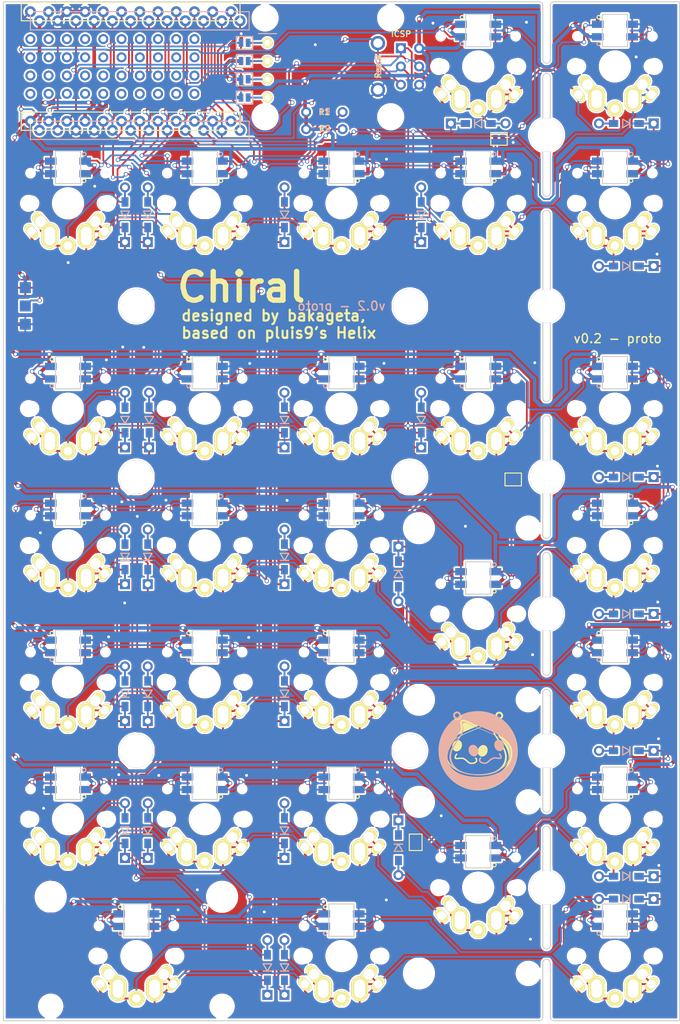
<source format=kicad_pcb>
(kicad_pcb (version 20171130) (host pcbnew "(5.0.0)")
  (title_block (title Chiral) (date 2018-09-18) (rev v0.2) (company "bakageta - amo@bakageta.com") (comment 3 "Loosely based on pluis9's Helix") (comment 4 "Chiral, an ambidextrous number pad"))
  (layers (0 F.Cu signal) (31 B.Cu signal) (34 B.Paste user) (35 F.Paste user) (36 B.SilkS user) (37 F.SilkS user) (38 B.Mask user) (39 F.Mask user) (44 Edge.Cuts user))
  (net 0 "")
  (net 1 col0)
  (net 2 "Net-(D1-Pad2)")
  (net 3 "Net-(D2-Pad2)")
  (net 4 "Net-(D3-Pad2)")
  (net 5 "Net-(D4-Pad2)")
  (net 6 "Net-(D5-Pad2)")
  (net 7 "Net-(D6-Pad2)")
  (net 8 "Net-(D7-Pad2)")
  (net 9 col1)
  (net 10 "Net-(D8-Pad2)")
  (net 11 "Net-(D9-Pad2)")
  (net 12 "Net-(D10-Pad2)")
  (net 13 "Net-(D11-Pad2)")
  (net 14 col2)
  (net 15 "Net-(D12-Pad2)")
  (net 16 "Net-(D13-Pad2)")
  (net 17 "Net-(D14-Pad2)")
  (net 18 "Net-(D15-Pad2)")
  (net 19 "Net-(D16-Pad2)")
  (net 20 "Net-(D17-Pad2)")
  (net 21 col3)
  (net 22 "Net-(D18-Pad2)")
  (net 23 "Net-(D19-Pad2)")
  (net 24 "Net-(D20-Pad2)")
  (net 25 "Net-(D21-Pad2)")
  (net 26 "Net-(D22-Pad2)")
  (net 27 "Net-(D23-Pad2)")
  (net 28 col4)
  (net 29 "Net-(D24-Pad2)")
  (net 30 "Net-(D25-Pad2)")
  (net 31 "Net-(D26-Pad2)")
  (net 32 "Net-(D27-Pad2)")
  (net 33 "Net-(D28-Pad2)")
  (net 34 "Net-(D29-Pad2)")
  (net 35 "Net-(JP1-Pad1)")
  (net 36 "Net-(JP1-Pad2)")
  (net 37 "Net-(JP2-Pad1)")
  (net 38 GND)
  (net 39 "Net-(JP3-Pad2)")
  (net 40 VCC)
  (net 41 "Net-(JP4-Pad2)")
  (net 42 /SCL)
  (net 43 "Net-(JP5-Pad2)")
  (net 44 /SDA)
  (net 45 "Net-(JP10-Pad2)")
  (net 46 LED)
  (net 47 row1)
  (net 48 row2)
  (net 49 row3)
  (net 50 row4)
  (net 51 row5)
  (net 52 row6)
  (net 53 row0)
  (net 54 data)
  (net 55 "Net-(U2-Pad1)")
  (net 56 "Net-(U3-Pad1)")
  (net 57 "Net-(U13-Pad3)")
  (net 58 "Net-(U15-Pad3)")
  (net 59 "Net-(U10-Pad1)")
  (net 60 "Net-(U10-Pad3)")
  (net 61 "Net-(U14-Pad3)")
  (net 62 "Net-(U18-Pad1)")
  (net 63 "Net-(U19-Pad1)")
  (net 64 "Net-(U22-Pad3)")
  (net 65 "Net-(U23-Pad3)")
  (net 66 "Net-(U24-Pad3)")
  (net 67 "Net-(U28-Pad1)")
  (net 68 "Net-(U29-Pad1)")
  (net 69 "Net-(JP2-Pad2)")
  (net 70 "Net-(U4-Pad3)")
  (net 71 "Net-(U12-Pad1)")
  (net 72 "Net-(U13-Pad1)")
  (net 73 "Net-(U21-Pad1)")
  (net 74 "Net-(U22-Pad1)")
  (net 75 "Net-(U3-Pad3)")
  (net 76 "Net-(U5-Pad3)")
  (net 77 "Net-(U8-Pad1)")
  (net 78 "Net-(U27-Pad1)")
  (net 79 "Net-(JP3-Pad1)")
  (net 80 "Net-(JP11-Pad2)")
  (net 81 "Net-(MCU1-Pad12)")
  (net 82 "Net-(MCU1-Pad13)")
  (net 83 /RESET)
  (module keyboard_parts:LOGO_poring (layer B.Cu) (at 104.755 142.845 180)
    (fp_text reference LOGO1 hide)
    (fp_text value MISC hide)
  )
  (module keebs:MX_PCB_STAB_200 (layer F.Cu) (at 57.15 171.45 180)
    (fp_text reference SW?)
    (fp_text value MX_PCB_STAB_200)
    (pad "" np_thru_hole circle (at 11.938 8.255 180) (size 3.9878 3.9878) (drill 3.9878) (layers *.Cu *.Mask))
    (pad "" np_thru_hole circle (at -11.938 8.255 180) (size 3.9878 3.9878) (drill 3.9878) (layers *.Cu *.Mask))
    (pad "" np_thru_hole circle (at 11.938 -6.985 180) (size 3.048 3.048) (drill 3.048) (layers *.Cu *.Mask))
    (pad "" np_thru_hole circle (at -11.938 -6.985 180) (size 3.048 3.048) (drill 3.048) (layers *.Cu *.Mask))
  )
  (module keebs:MX_PCB_STAB_200 (layer F.Cu) (at 104.775 161.925 270)
    (fp_text reference SW?)
    (fp_text value MX_PCB_STAB_200)
    (pad "" np_thru_hole circle (at 11.938 8.255 270) (size 3.9878 3.9878) (drill 3.9878) (layers *.Cu *.Mask))
    (pad "" np_thru_hole circle (at -11.938 8.255 270) (size 3.9878 3.9878) (drill 3.9878) (layers *.Cu *.Mask))
    (pad "" np_thru_hole circle (at 11.938 -6.985 270) (size 3.048 3.048) (drill 3.048) (layers *.Cu *.Mask))
    (pad "" np_thru_hole circle (at -11.938 -6.985 270) (size 3.048 3.048) (drill 3.048) (layers *.Cu *.Mask))
  )
  (module keebs:MX_PCB_STAB_200 (layer F.Cu) (at 104.775 123.825 270)
    (fp_text reference SW?)
    (fp_text value MX_PCB_STAB_200)
    (pad "" np_thru_hole circle (at 11.938 8.255 270) (size 3.9878 3.9878) (drill 3.9878) (layers *.Cu *.Mask))
    (pad "" np_thru_hole circle (at -11.938 8.255 270) (size 3.9878 3.9878) (drill 3.9878) (layers *.Cu *.Mask))
    (pad "" np_thru_hole circle (at 11.938 -6.985 270) (size 3.048 3.048) (drill 3.048) (layers *.Cu *.Mask))
    (pad "" np_thru_hole circle (at -11.938 -6.985 270) (size 3.048 3.048) (drill 3.048) (layers *.Cu *.Mask))
  )
  (module keyboard_parts:LOGO_poring (layer F.Cu) (at 104.775 142.875)
    (fp_text reference LOGO1 hide)
    (fp_text value MISC hide)
  )
  (module chiral:Break_Cut_Edge (layer F.Cu) (at 114.3 38.625 180)
    (fp_text reference B1 hide)
    (fp_text value EdgeCut hide)
    (fp_arc (start 1.05 -0.525) (end 0.525 -0.525) (angle -90) (layer Edge.Cuts) (width 0.15))
    (fp_arc (start -1.05 -0.525) (end -0.525 -0.525) (angle 90) (layer Edge.Cuts) (width 0.15))
    (fp_arc (start 0 -8.025) (end 0.525 -8.025) (angle -180) (layer Edge.Cuts) (width 0.15))
    (fp_line (start 0.525 -0.525) (end 0.525 -8.025) (layer Edge.Cuts) (width 0.15))
    (fp_line (start -0.525 -8.025) (end -0.525 -0.525) (layer Edge.Cuts) (width 0.15))
  )
  (module chiral:Break_Cut_MX100 (layer F.Cu) (at 114.3 57.15)
    (fp_text reference B2 hide)
    (fp_text value EdgeCut hide)
    (fp_line (start -0.525 -8.025) (end -0.525 8.025) (layer Edge.Cuts) (width 0.15))
    (fp_line (start 0.525 8.025) (end 0.525 -8.025) (layer Edge.Cuts) (width 0.15))
    (fp_arc (start 0 -8.025) (end 0.525 -8.025) (angle -180) (layer Edge.Cuts) (width 0.15))
    (fp_arc (start 0 8.025) (end -0.525 8.025) (angle -180) (layer Edge.Cuts) (width 0.15))
  )
  (module chiral:Break_Cut_MX150 (layer F.Cu) (at 114.3 80.9625)
    (fp_text reference B3 hide)
    (fp_text value EdgeCut hide)
    (fp_line (start -0.525 -12.7875) (end -0.525 12.7875) (layer Edge.Cuts) (width 0.15))
    (fp_line (start 0.525 12.7875) (end 0.525 -12.7875) (layer Edge.Cuts) (width 0.15))
    (fp_arc (start 0 -12.7875) (end 0.525 -12.7875) (angle -180) (layer Edge.Cuts) (width 0.15))
    (fp_arc (start 0 12.7875) (end -0.525 12.7875) (angle -180) (layer Edge.Cuts) (width 0.15))
  )
  (module chiral:Break_Cut_MX100 (layer F.Cu) (at 114.3 104.775)
    (fp_text reference B4 hide)
    (fp_text value EdgeCut hide)
    (fp_arc (start 0 8.025) (end -0.525 8.025) (angle -180) (layer Edge.Cuts) (width 0.15))
    (fp_arc (start 0 -8.025) (end 0.525 -8.025) (angle -180) (layer Edge.Cuts) (width 0.15))
    (fp_line (start 0.525 8.025) (end 0.525 -8.025) (layer Edge.Cuts) (width 0.15))
    (fp_line (start -0.525 -8.025) (end -0.525 8.025) (layer Edge.Cuts) (width 0.15))
  )
  (module chiral:Break_Cut_MX100 (layer F.Cu) (at 114.3 123.825)
    (fp_text reference B5 hide)
    (fp_text value EdgeCut hide)
    (fp_line (start -0.525 -8.025) (end -0.525 8.025) (layer Edge.Cuts) (width 0.15))
    (fp_line (start 0.525 8.025) (end 0.525 -8.025) (layer Edge.Cuts) (width 0.15))
    (fp_arc (start 0 -8.025) (end 0.525 -8.025) (angle -180) (layer Edge.Cuts) (width 0.15))
    (fp_arc (start 0 8.025) (end -0.525 8.025) (angle -180) (layer Edge.Cuts) (width 0.15))
  )
  (module chiral:Break_Cut_MX100 (layer F.Cu) (at 114.3 142.875)
    (fp_text reference B6 hide)
    (fp_text value EdgeCut hide)
    (fp_arc (start 0 8.025) (end -0.525 8.025) (angle -180) (layer Edge.Cuts) (width 0.15))
    (fp_arc (start 0 -8.025) (end 0.525 -8.025) (angle -180) (layer Edge.Cuts) (width 0.15))
    (fp_line (start 0.525 8.025) (end 0.525 -8.025) (layer Edge.Cuts) (width 0.15))
    (fp_line (start -0.525 -8.025) (end -0.525 8.025) (layer Edge.Cuts) (width 0.15))
  )
  (module chiral:Break_Cut_MX100 (layer F.Cu) (at 114.3 161.925)
    (fp_text reference B7 hide)
    (fp_text value EdgeCut hide)
    (fp_line (start -0.525 -8.025) (end -0.525 8.025) (layer Edge.Cuts) (width 0.15))
    (fp_line (start 0.525 8.025) (end 0.525 -8.025) (layer Edge.Cuts) (width 0.15))
    (fp_arc (start 0 -8.025) (end 0.525 -8.025) (angle -180) (layer Edge.Cuts) (width 0.15))
    (fp_arc (start 0 8.025) (end -0.525 8.025) (angle -180) (layer Edge.Cuts) (width 0.15))
  )
  (module chiral:Break_Cut_Edge (layer F.Cu) (at 114.3 180.45)
    (fp_text reference B8 hide)
    (fp_text value EdgeCut hide)
    (fp_line (start -0.525 -8.025) (end -0.525 -0.525) (layer Edge.Cuts) (width 0.15))
    (fp_line (start 0.525 -0.525) (end 0.525 -8.025) (layer Edge.Cuts) (width 0.15))
    (fp_arc (start 0 -8.025) (end 0.525 -8.025) (angle -180) (layer Edge.Cuts) (width 0.15))
    (fp_arc (start -1.05 -0.525) (end -0.525 -0.525) (angle 90) (layer Edge.Cuts) (width 0.15))
    (fp_arc (start 1.05 -0.525) (end 0.525 -0.525) (angle -90) (layer Edge.Cuts) (width 0.15))
  )
  (module chiral:D3_TH_SMD (layer F.Cu) (at 104.775 55.5625)
    (fp_text reference D1 hide)
    (fp_text value D hide)
    (pad 1 smd rect (at -1.775 0) (size 1.3 0.95) (layers F.Cu F.Paste F.Mask) (net 21 col3))
    (pad 2 smd rect (at 1.775 0) (size 1.3 0.95) (layers B.Cu B.Paste B.Mask) (net 2 "Net-(D1-Pad2)"))
    (pad 1 smd rect (at -1.775 0) (size 1.3 0.95) (layers B.Cu B.Paste B.Mask) (net 21 col3))
    (pad 1 thru_hole rect (at -3.81 0) (size 1.397 1.397) (drill 0.8128) (layers *.Cu *.Mask) (net 21 col3))
    (pad 2 thru_hole circle (at 3.81 0) (size 1.397 1.397) (drill 0.8128) (layers *.Cu *.Mask) (net 2 "Net-(D1-Pad2)"))
    (pad 2 smd rect (at 1.775 0) (size 1.3 0.95) (layers F.Cu F.Paste F.Mask) (net 2 "Net-(D1-Pad2)"))
  )
  (module chiral:D3_TH_SMD (layer F.Cu) (at 125.412968 55.5625 180)
    (fp_text reference D2 hide)
    (fp_text value D hide)
    (pad 2 smd rect (at 1.775 0 180) (size 1.3 0.95) (layers F.Cu F.Paste F.Mask) (net 3 "Net-(D2-Pad2)"))
    (pad 2 thru_hole circle (at 3.81 0 180) (size 1.397 1.397) (drill 0.8128) (layers *.Cu *.Mask) (net 3 "Net-(D2-Pad2)"))
    (pad 1 thru_hole rect (at -3.81 0 180) (size 1.397 1.397) (drill 0.8128) (layers *.Cu *.Mask) (net 28 col4))
    (pad 1 smd rect (at -1.775 0 180) (size 1.3 0.95) (layers B.Cu B.Paste B.Mask) (net 28 col4))
    (pad 2 smd rect (at 1.775 0 180) (size 1.3 0.95) (layers B.Cu B.Paste B.Mask) (net 3 "Net-(D2-Pad2)"))
    (pad 1 smd rect (at -1.775 0 180) (size 1.3 0.95) (layers F.Cu F.Paste F.Mask) (net 28 col4))
  )
  (module chiral:D3_TH_SMD (layer F.Cu) (at 55.562968 68.261578 90)
    (fp_text reference D3 hide)
    (fp_text value D hide)
    (pad 2 smd rect (at 1.775 0 90) (size 1.3 0.95) (layers F.Cu F.Paste F.Mask) (net 4 "Net-(D3-Pad2)"))
    (pad 2 thru_hole circle (at 3.81 0 90) (size 1.397 1.397) (drill 0.8128) (layers *.Cu *.Mask) (net 4 "Net-(D3-Pad2)"))
    (pad 1 thru_hole rect (at -3.81 0 90) (size 1.397 1.397) (drill 0.8128) (layers *.Cu *.Mask) (net 1 col0))
    (pad 1 smd rect (at -1.775 0 90) (size 1.3 0.95) (layers B.Cu B.Paste B.Mask) (net 1 col0))
    (pad 2 smd rect (at 1.775 0 90) (size 1.3 0.95) (layers B.Cu B.Paste B.Mask) (net 4 "Net-(D3-Pad2)"))
    (pad 1 smd rect (at -1.775 0 90) (size 1.3 0.95) (layers F.Cu F.Paste F.Mask) (net 1 col0))
  )
  (module chiral:D3_TH_SMD (layer F.Cu) (at 58.737968 68.261578 90)
    (fp_text reference D4 hide)
    (fp_text value D hide)
    (pad 1 smd rect (at -1.775 0 90) (size 1.3 0.95) (layers F.Cu F.Paste F.Mask) (net 9 col1))
    (pad 2 smd rect (at 1.775 0 90) (size 1.3 0.95) (layers B.Cu B.Paste B.Mask) (net 5 "Net-(D4-Pad2)"))
    (pad 1 smd rect (at -1.775 0 90) (size 1.3 0.95) (layers B.Cu B.Paste B.Mask) (net 9 col1))
    (pad 1 thru_hole rect (at -3.81 0 90) (size 1.397 1.397) (drill 0.8128) (layers *.Cu *.Mask) (net 9 col1))
    (pad 2 thru_hole circle (at 3.81 0 90) (size 1.397 1.397) (drill 0.8128) (layers *.Cu *.Mask) (net 5 "Net-(D4-Pad2)"))
    (pad 2 smd rect (at 1.775 0 90) (size 1.3 0.95) (layers F.Cu F.Paste F.Mask) (net 5 "Net-(D4-Pad2)"))
  )
  (module chiral:D3_TH_SMD (layer F.Cu) (at 77.787968 68.261578 90)
    (fp_text reference D5 hide)
    (fp_text value D hide)
    (pad 2 smd rect (at 1.775 0 90) (size 1.3 0.95) (layers F.Cu F.Paste F.Mask) (net 6 "Net-(D5-Pad2)"))
    (pad 2 thru_hole circle (at 3.81 0 90) (size 1.397 1.397) (drill 0.8128) (layers *.Cu *.Mask) (net 6 "Net-(D5-Pad2)"))
    (pad 1 thru_hole rect (at -3.81 0 90) (size 1.397 1.397) (drill 0.8128) (layers *.Cu *.Mask) (net 14 col2))
    (pad 1 smd rect (at -1.775 0 90) (size 1.3 0.95) (layers B.Cu B.Paste B.Mask) (net 14 col2))
    (pad 2 smd rect (at 1.775 0 90) (size 1.3 0.95) (layers B.Cu B.Paste B.Mask) (net 6 "Net-(D5-Pad2)"))
    (pad 1 smd rect (at -1.775 0 90) (size 1.3 0.95) (layers F.Cu F.Paste F.Mask) (net 14 col2))
  )
  (module chiral:D3_TH_SMD (layer F.Cu) (at 96.837968 68.261578 90)
    (fp_text reference D6 hide)
    (fp_text value D hide)
    (pad 1 smd rect (at -1.775 0 90) (size 1.3 0.95) (layers F.Cu F.Paste F.Mask) (net 21 col3))
    (pad 2 smd rect (at 1.775 0 90) (size 1.3 0.95) (layers B.Cu B.Paste B.Mask) (net 7 "Net-(D6-Pad2)"))
    (pad 1 smd rect (at -1.775 0 90) (size 1.3 0.95) (layers B.Cu B.Paste B.Mask) (net 21 col3))
    (pad 1 thru_hole rect (at -3.81 0 90) (size 1.397 1.397) (drill 0.8128) (layers *.Cu *.Mask) (net 21 col3))
    (pad 2 thru_hole circle (at 3.81 0 90) (size 1.397 1.397) (drill 0.8128) (layers *.Cu *.Mask) (net 7 "Net-(D6-Pad2)"))
    (pad 2 smd rect (at 1.775 0 90) (size 1.3 0.95) (layers F.Cu F.Paste F.Mask) (net 7 "Net-(D6-Pad2)"))
  )
  (module chiral:D3_TH_SMD (layer F.Cu) (at 125.412968 75.405328 180)
    (fp_text reference D7 hide)
    (fp_text value D hide)
    (pad 2 smd rect (at 1.775 0 180) (size 1.3 0.95) (layers F.Cu F.Paste F.Mask) (net 8 "Net-(D7-Pad2)"))
    (pad 2 thru_hole circle (at 3.81 0 180) (size 1.397 1.397) (drill 0.8128) (layers *.Cu *.Mask) (net 8 "Net-(D7-Pad2)"))
    (pad 1 thru_hole rect (at -3.81 0 180) (size 1.397 1.397) (drill 0.8128) (layers *.Cu *.Mask) (net 28 col4))
    (pad 1 smd rect (at -1.775 0 180) (size 1.3 0.95) (layers B.Cu B.Paste B.Mask) (net 28 col4))
    (pad 2 smd rect (at 1.775 0 180) (size 1.3 0.95) (layers B.Cu B.Paste B.Mask) (net 8 "Net-(D7-Pad2)"))
    (pad 1 smd rect (at -1.775 0 180) (size 1.3 0.95) (layers F.Cu F.Paste F.Mask) (net 28 col4))
  )
  (module chiral:D3_TH_SMD (layer F.Cu) (at 55.562968 96.836578 90)
    (fp_text reference D8 hide)
    (fp_text value D hide)
    (pad 1 smd rect (at -1.775 0 90) (size 1.3 0.95) (layers F.Cu F.Paste F.Mask) (net 1 col0))
    (pad 2 smd rect (at 1.775 0 90) (size 1.3 0.95) (layers B.Cu B.Paste B.Mask) (net 10 "Net-(D8-Pad2)"))
    (pad 1 smd rect (at -1.775 0 90) (size 1.3 0.95) (layers B.Cu B.Paste B.Mask) (net 1 col0))
    (pad 1 thru_hole rect (at -3.81 0 90) (size 1.397 1.397) (drill 0.8128) (layers *.Cu *.Mask) (net 1 col0))
    (pad 2 thru_hole circle (at 3.81 0 90) (size 1.397 1.397) (drill 0.8128) (layers *.Cu *.Mask) (net 10 "Net-(D8-Pad2)"))
    (pad 2 smd rect (at 1.775 0 90) (size 1.3 0.95) (layers F.Cu F.Paste F.Mask) (net 10 "Net-(D8-Pad2)"))
  )
  (module chiral:D3_TH_SMD (layer F.Cu) (at 58.925468 96.836578 90)
    (fp_text reference D9 hide)
    (fp_text value D hide)
    (pad 2 smd rect (at 1.775 0 90) (size 1.3 0.95) (layers F.Cu F.Paste F.Mask) (net 11 "Net-(D9-Pad2)"))
    (pad 2 thru_hole circle (at 3.81 0 90) (size 1.397 1.397) (drill 0.8128) (layers *.Cu *.Mask) (net 11 "Net-(D9-Pad2)"))
    (pad 1 thru_hole rect (at -3.81 0 90) (size 1.397 1.397) (drill 0.8128) (layers *.Cu *.Mask) (net 9 col1))
    (pad 1 smd rect (at -1.775 0 90) (size 1.3 0.95) (layers B.Cu B.Paste B.Mask) (net 9 col1))
    (pad 2 smd rect (at 1.775 0 90) (size 1.3 0.95) (layers B.Cu B.Paste B.Mask) (net 11 "Net-(D9-Pad2)"))
    (pad 1 smd rect (at -1.775 0 90) (size 1.3 0.95) (layers F.Cu F.Paste F.Mask) (net 9 col1))
  )
  (module chiral:D3_TH_SMD (layer F.Cu) (at 77.787968 96.836578 90)
    (fp_text reference D10 hide)
    (fp_text value D hide)
    (pad 1 smd rect (at -1.775 0 90) (size 1.3 0.95) (layers F.Cu F.Paste F.Mask) (net 14 col2))
    (pad 2 smd rect (at 1.775 0 90) (size 1.3 0.95) (layers B.Cu B.Paste B.Mask) (net 12 "Net-(D10-Pad2)"))
    (pad 1 smd rect (at -1.775 0 90) (size 1.3 0.95) (layers B.Cu B.Paste B.Mask) (net 14 col2))
    (pad 1 thru_hole rect (at -3.81 0 90) (size 1.397 1.397) (drill 0.8128) (layers *.Cu *.Mask) (net 14 col2))
    (pad 2 thru_hole circle (at 3.81 0 90) (size 1.397 1.397) (drill 0.8128) (layers *.Cu *.Mask) (net 12 "Net-(D10-Pad2)"))
    (pad 2 smd rect (at 1.775 0 90) (size 1.3 0.95) (layers F.Cu F.Paste F.Mask) (net 12 "Net-(D10-Pad2)"))
  )
  (module chiral:D3_TH_SMD (layer F.Cu) (at 96.837968 96.836578 90)
    (fp_text reference D11 hide)
    (fp_text value D hide)
    (pad 2 smd rect (at 1.775 0 90) (size 1.3 0.95) (layers F.Cu F.Paste F.Mask) (net 13 "Net-(D11-Pad2)"))
    (pad 2 thru_hole circle (at 3.81 0 90) (size 1.397 1.397) (drill 0.8128) (layers *.Cu *.Mask) (net 13 "Net-(D11-Pad2)"))
    (pad 1 thru_hole rect (at -3.81 0 90) (size 1.397 1.397) (drill 0.8128) (layers *.Cu *.Mask) (net 21 col3))
    (pad 1 smd rect (at -1.775 0 90) (size 1.3 0.95) (layers B.Cu B.Paste B.Mask) (net 21 col3))
    (pad 2 smd rect (at 1.775 0 90) (size 1.3 0.95) (layers B.Cu B.Paste B.Mask) (net 13 "Net-(D11-Pad2)"))
    (pad 1 smd rect (at -1.775 0 90) (size 1.3 0.95) (layers F.Cu F.Paste F.Mask) (net 21 col3))
  )
  (module chiral:D3_TH_SMD (layer F.Cu) (at 125.412968 104.774078 180)
    (fp_text reference D12 hide)
    (fp_text value D hide)
    (pad 1 smd rect (at -1.775 0 180) (size 1.3 0.95) (layers F.Cu F.Paste F.Mask) (net 28 col4))
    (pad 2 smd rect (at 1.775 0 180) (size 1.3 0.95) (layers B.Cu B.Paste B.Mask) (net 15 "Net-(D12-Pad2)"))
    (pad 1 smd rect (at -1.775 0 180) (size 1.3 0.95) (layers B.Cu B.Paste B.Mask) (net 28 col4))
    (pad 1 thru_hole rect (at -3.81 0 180) (size 1.397 1.397) (drill 0.8128) (layers *.Cu *.Mask) (net 28 col4))
    (pad 2 thru_hole circle (at 3.81 0 180) (size 1.397 1.397) (drill 0.8128) (layers *.Cu *.Mask) (net 15 "Net-(D12-Pad2)"))
    (pad 2 smd rect (at 1.775 0 180) (size 1.3 0.95) (layers F.Cu F.Paste F.Mask) (net 15 "Net-(D12-Pad2)"))
  )
  (module chiral:D3_TH_SMD (layer F.Cu) (at 55.562968 115.886578 90)
    (fp_text reference D13 hide)
    (fp_text value D hide)
    (pad 1 smd rect (at -1.775 0 90) (size 1.3 0.95) (layers F.Cu F.Paste F.Mask) (net 1 col0))
    (pad 2 smd rect (at 1.775 0 90) (size 1.3 0.95) (layers B.Cu B.Paste B.Mask) (net 16 "Net-(D13-Pad2)"))
    (pad 1 smd rect (at -1.775 0 90) (size 1.3 0.95) (layers B.Cu B.Paste B.Mask) (net 1 col0))
    (pad 1 thru_hole rect (at -3.81 0 90) (size 1.397 1.397) (drill 0.8128) (layers *.Cu *.Mask) (net 1 col0))
    (pad 2 thru_hole circle (at 3.81 0 90) (size 1.397 1.397) (drill 0.8128) (layers *.Cu *.Mask) (net 16 "Net-(D13-Pad2)"))
    (pad 2 smd rect (at 1.775 0 90) (size 1.3 0.95) (layers F.Cu F.Paste F.Mask) (net 16 "Net-(D13-Pad2)"))
  )
  (module chiral:D3_TH_SMD (layer F.Cu) (at 58.737968 115.886578 90)
    (fp_text reference D14 hide)
    (fp_text value D hide)
    (pad 1 smd rect (at -1.775 0 90) (size 1.3 0.95) (layers F.Cu F.Paste F.Mask) (net 9 col1))
    (pad 2 smd rect (at 1.775 0 90) (size 1.3 0.95) (layers B.Cu B.Paste B.Mask) (net 17 "Net-(D14-Pad2)"))
    (pad 1 smd rect (at -1.775 0 90) (size 1.3 0.95) (layers B.Cu B.Paste B.Mask) (net 9 col1))
    (pad 1 thru_hole rect (at -3.81 0 90) (size 1.397 1.397) (drill 0.8128) (layers *.Cu *.Mask) (net 9 col1))
    (pad 2 thru_hole circle (at 3.81 0 90) (size 1.397 1.397) (drill 0.8128) (layers *.Cu *.Mask) (net 17 "Net-(D14-Pad2)"))
    (pad 2 smd rect (at 1.775 0 90) (size 1.3 0.95) (layers F.Cu F.Paste F.Mask) (net 17 "Net-(D14-Pad2)"))
  )
  (module chiral:D3_TH_SMD (layer F.Cu) (at 77.787968 115.886578 90)
    (fp_text reference D15 hide)
    (fp_text value D hide)
    (pad 2 smd rect (at 1.775 0 90) (size 1.3 0.95) (layers F.Cu F.Paste F.Mask) (net 18 "Net-(D15-Pad2)"))
    (pad 2 thru_hole circle (at 3.81 0 90) (size 1.397 1.397) (drill 0.8128) (layers *.Cu *.Mask) (net 18 "Net-(D15-Pad2)"))
    (pad 1 thru_hole rect (at -3.81 0 90) (size 1.397 1.397) (drill 0.8128) (layers *.Cu *.Mask) (net 14 col2))
    (pad 1 smd rect (at -1.775 0 90) (size 1.3 0.95) (layers B.Cu B.Paste B.Mask) (net 14 col2))
    (pad 2 smd rect (at 1.775 0 90) (size 1.3 0.95) (layers B.Cu B.Paste B.Mask) (net 18 "Net-(D15-Pad2)"))
    (pad 1 smd rect (at -1.775 0 90) (size 1.3 0.95) (layers F.Cu F.Paste F.Mask) (net 14 col2))
  )
  (module chiral:D3_TH_SMD (layer F.Cu) (at 93.662968 118.267828 270)
    (fp_text reference D16 hide)
    (fp_text value D hide)
    (pad 1 smd rect (at -1.775 0 270) (size 1.3 0.95) (layers F.Cu F.Paste F.Mask) (net 21 col3))
    (pad 2 smd rect (at 1.775 0 270) (size 1.3 0.95) (layers B.Cu B.Paste B.Mask) (net 19 "Net-(D16-Pad2)"))
    (pad 1 smd rect (at -1.775 0 270) (size 1.3 0.95) (layers B.Cu B.Paste B.Mask) (net 21 col3))
    (pad 1 thru_hole rect (at -3.81 0 270) (size 1.397 1.397) (drill 0.8128) (layers *.Cu *.Mask) (net 21 col3))
    (pad 2 thru_hole circle (at 3.81 0 270) (size 1.397 1.397) (drill 0.8128) (layers *.Cu *.Mask) (net 19 "Net-(D16-Pad2)"))
    (pad 2 smd rect (at 1.775 0 270) (size 1.3 0.95) (layers F.Cu F.Paste F.Mask) (net 19 "Net-(D16-Pad2)"))
  )
  (module chiral:D3_TH_SMD (layer F.Cu) (at 125.412968 123.824078 180)
    (fp_text reference D17 hide)
    (fp_text value D hide)
    (pad 2 smd rect (at 1.775 0 180) (size 1.3 0.95) (layers F.Cu F.Paste F.Mask) (net 20 "Net-(D17-Pad2)"))
    (pad 2 thru_hole circle (at 3.81 0 180) (size 1.397 1.397) (drill 0.8128) (layers *.Cu *.Mask) (net 20 "Net-(D17-Pad2)"))
    (pad 1 thru_hole rect (at -3.81 0 180) (size 1.397 1.397) (drill 0.8128) (layers *.Cu *.Mask) (net 28 col4))
    (pad 1 smd rect (at -1.775 0 180) (size 1.3 0.95) (layers B.Cu B.Paste B.Mask) (net 28 col4))
    (pad 2 smd rect (at 1.775 0 180) (size 1.3 0.95) (layers B.Cu B.Paste B.Mask) (net 20 "Net-(D17-Pad2)"))
    (pad 1 smd rect (at -1.775 0 180) (size 1.3 0.95) (layers F.Cu F.Paste F.Mask) (net 28 col4))
  )
  (module chiral:D3_TH_SMD (layer F.Cu) (at 55.562968 134.936578 90)
    (fp_text reference D18 hide)
    (fp_text value D hide)
    (pad 2 smd rect (at 1.775 0 90) (size 1.3 0.95) (layers F.Cu F.Paste F.Mask) (net 22 "Net-(D18-Pad2)"))
    (pad 2 thru_hole circle (at 3.81 0 90) (size 1.397 1.397) (drill 0.8128) (layers *.Cu *.Mask) (net 22 "Net-(D18-Pad2)"))
    (pad 1 thru_hole rect (at -3.81 0 90) (size 1.397 1.397) (drill 0.8128) (layers *.Cu *.Mask) (net 1 col0))
    (pad 1 smd rect (at -1.775 0 90) (size 1.3 0.95) (layers B.Cu B.Paste B.Mask) (net 1 col0))
    (pad 2 smd rect (at 1.775 0 90) (size 1.3 0.95) (layers B.Cu B.Paste B.Mask) (net 22 "Net-(D18-Pad2)"))
    (pad 1 smd rect (at -1.775 0 90) (size 1.3 0.95) (layers F.Cu F.Paste F.Mask) (net 1 col0))
  )
  (module chiral:D3_TH_SMD (layer F.Cu) (at 58.737968 134.936578 90)
    (fp_text reference D19 hide)
    (fp_text value D hide)
    (pad 1 smd rect (at -1.775 0 90) (size 1.3 0.95) (layers F.Cu F.Paste F.Mask) (net 9 col1))
    (pad 2 smd rect (at 1.775 0 90) (size 1.3 0.95) (layers B.Cu B.Paste B.Mask) (net 23 "Net-(D19-Pad2)"))
    (pad 1 smd rect (at -1.775 0 90) (size 1.3 0.95) (layers B.Cu B.Paste B.Mask) (net 9 col1))
    (pad 1 thru_hole rect (at -3.81 0 90) (size 1.397 1.397) (drill 0.8128) (layers *.Cu *.Mask) (net 9 col1))
    (pad 2 thru_hole circle (at 3.81 0 90) (size 1.397 1.397) (drill 0.8128) (layers *.Cu *.Mask) (net 23 "Net-(D19-Pad2)"))
    (pad 2 smd rect (at 1.775 0 90) (size 1.3 0.95) (layers F.Cu F.Paste F.Mask) (net 23 "Net-(D19-Pad2)"))
  )
  (module chiral:D3_TH_SMD (layer F.Cu) (at 77.787968 134.936578 90)
    (fp_text reference D20 hide)
    (fp_text value D hide)
    (pad 2 smd rect (at 1.775 0 90) (size 1.3 0.95) (layers F.Cu F.Paste F.Mask) (net 24 "Net-(D20-Pad2)"))
    (pad 2 thru_hole circle (at 3.81 0 90) (size 1.397 1.397) (drill 0.8128) (layers *.Cu *.Mask) (net 24 "Net-(D20-Pad2)"))
    (pad 1 thru_hole rect (at -3.81 0 90) (size 1.397 1.397) (drill 0.8128) (layers *.Cu *.Mask) (net 14 col2))
    (pad 1 smd rect (at -1.775 0 90) (size 1.3 0.95) (layers B.Cu B.Paste B.Mask) (net 14 col2))
    (pad 2 smd rect (at 1.775 0 90) (size 1.3 0.95) (layers B.Cu B.Paste B.Mask) (net 24 "Net-(D20-Pad2)"))
    (pad 1 smd rect (at -1.775 0 90) (size 1.3 0.95) (layers F.Cu F.Paste F.Mask) (net 14 col2))
  )
  (module chiral:D3_TH_SMD (layer F.Cu) (at 125.412968 142.874078 180)
    (fp_text reference D21 hide)
    (fp_text value D hide)
    (pad 1 smd rect (at -1.775 0 180) (size 1.3 0.95) (layers F.Cu F.Paste F.Mask) (net 28 col4))
    (pad 2 smd rect (at 1.775 0 180) (size 1.3 0.95) (layers B.Cu B.Paste B.Mask) (net 25 "Net-(D21-Pad2)"))
    (pad 1 smd rect (at -1.775 0 180) (size 1.3 0.95) (layers B.Cu B.Paste B.Mask) (net 28 col4))
    (pad 1 thru_hole rect (at -3.81 0 180) (size 1.397 1.397) (drill 0.8128) (layers *.Cu *.Mask) (net 28 col4))
    (pad 2 thru_hole circle (at 3.81 0 180) (size 1.397 1.397) (drill 0.8128) (layers *.Cu *.Mask) (net 25 "Net-(D21-Pad2)"))
    (pad 2 smd rect (at 1.775 0 180) (size 1.3 0.95) (layers F.Cu F.Paste F.Mask) (net 25 "Net-(D21-Pad2)"))
  )
  (module chiral:D3_TH_SMD (layer F.Cu) (at 55.562968 153.986578 90)
    (fp_text reference D22 hide)
    (fp_text value D hide)
    (pad 2 smd rect (at 1.775 0 90) (size 1.3 0.95) (layers F.Cu F.Paste F.Mask) (net 26 "Net-(D22-Pad2)"))
    (pad 2 thru_hole circle (at 3.81 0 90) (size 1.397 1.397) (drill 0.8128) (layers *.Cu *.Mask) (net 26 "Net-(D22-Pad2)"))
    (pad 1 thru_hole rect (at -3.81 0 90) (size 1.397 1.397) (drill 0.8128) (layers *.Cu *.Mask) (net 1 col0))
    (pad 1 smd rect (at -1.775 0 90) (size 1.3 0.95) (layers B.Cu B.Paste B.Mask) (net 1 col0))
    (pad 2 smd rect (at 1.775 0 90) (size 1.3 0.95) (layers B.Cu B.Paste B.Mask) (net 26 "Net-(D22-Pad2)"))
    (pad 1 smd rect (at -1.775 0 90) (size 1.3 0.95) (layers F.Cu F.Paste F.Mask) (net 1 col0))
  )
  (module chiral:D3_TH_SMD (layer F.Cu) (at 58.737968 153.986578 90)
    (fp_text reference D23 hide)
    (fp_text value D hide)
    (pad 1 smd rect (at -1.775 0 90) (size 1.3 0.95) (layers F.Cu F.Paste F.Mask) (net 9 col1))
    (pad 2 smd rect (at 1.775 0 90) (size 1.3 0.95) (layers B.Cu B.Paste B.Mask) (net 27 "Net-(D23-Pad2)"))
    (pad 1 smd rect (at -1.775 0 90) (size 1.3 0.95) (layers B.Cu B.Paste B.Mask) (net 9 col1))
    (pad 1 thru_hole rect (at -3.81 0 90) (size 1.397 1.397) (drill 0.8128) (layers *.Cu *.Mask) (net 9 col1))
    (pad 2 thru_hole circle (at 3.81 0 90) (size 1.397 1.397) (drill 0.8128) (layers *.Cu *.Mask) (net 27 "Net-(D23-Pad2)"))
    (pad 2 smd rect (at 1.775 0 90) (size 1.3 0.95) (layers F.Cu F.Paste F.Mask) (net 27 "Net-(D23-Pad2)"))
  )
  (module chiral:D3_TH_SMD (layer F.Cu) (at 77.787968 153.986578 90)
    (fp_text reference D24 hide)
    (fp_text value D hide)
    (pad 2 smd rect (at 1.775 0 90) (size 1.3 0.95) (layers F.Cu F.Paste F.Mask) (net 29 "Net-(D24-Pad2)"))
    (pad 2 thru_hole circle (at 3.81 0 90) (size 1.397 1.397) (drill 0.8128) (layers *.Cu *.Mask) (net 29 "Net-(D24-Pad2)"))
    (pad 1 thru_hole rect (at -3.81 0 90) (size 1.397 1.397) (drill 0.8128) (layers *.Cu *.Mask) (net 14 col2))
    (pad 1 smd rect (at -1.775 0 90) (size 1.3 0.95) (layers B.Cu B.Paste B.Mask) (net 14 col2))
    (pad 2 smd rect (at 1.775 0 90) (size 1.3 0.95) (layers B.Cu B.Paste B.Mask) (net 29 "Net-(D24-Pad2)"))
    (pad 1 smd rect (at -1.775 0 90) (size 1.3 0.95) (layers F.Cu F.Paste F.Mask) (net 14 col2))
  )
  (module chiral:D3_TH_SMD (layer F.Cu) (at 93.662968 156.367828 270)
    (fp_text reference D25 hide)
    (fp_text value D hide)
    (pad 1 smd rect (at -1.775 0 270) (size 1.3 0.95) (layers F.Cu F.Paste F.Mask) (net 21 col3))
    (pad 2 smd rect (at 1.775 0 270) (size 1.3 0.95) (layers B.Cu B.Paste B.Mask) (net 30 "Net-(D25-Pad2)"))
    (pad 1 smd rect (at -1.775 0 270) (size 1.3 0.95) (layers B.Cu B.Paste B.Mask) (net 21 col3))
    (pad 1 thru_hole rect (at -3.81 0 270) (size 1.397 1.397) (drill 0.8128) (layers *.Cu *.Mask) (net 21 col3))
    (pad 2 thru_hole circle (at 3.81 0 270) (size 1.397 1.397) (drill 0.8128) (layers *.Cu *.Mask) (net 30 "Net-(D25-Pad2)"))
    (pad 2 smd rect (at 1.775 0 270) (size 1.3 0.95) (layers F.Cu F.Paste F.Mask) (net 30 "Net-(D25-Pad2)"))
  )
  (module chiral:D3_TH_SMD (layer F.Cu) (at 125.412968 160.336578 180)
    (fp_text reference D26 hide)
    (fp_text value D hide)
    (pad 2 smd rect (at 1.775 0 180) (size 1.3 0.95) (layers F.Cu F.Paste F.Mask) (net 31 "Net-(D26-Pad2)"))
    (pad 2 thru_hole circle (at 3.81 0 180) (size 1.397 1.397) (drill 0.8128) (layers *.Cu *.Mask) (net 31 "Net-(D26-Pad2)"))
    (pad 1 thru_hole rect (at -3.81 0 180) (size 1.397 1.397) (drill 0.8128) (layers *.Cu *.Mask) (net 28 col4))
    (pad 1 smd rect (at -1.775 0 180) (size 1.3 0.95) (layers B.Cu B.Paste B.Mask) (net 28 col4))
    (pad 2 smd rect (at 1.775 0 180) (size 1.3 0.95) (layers B.Cu B.Paste B.Mask) (net 31 "Net-(D26-Pad2)"))
    (pad 1 smd rect (at -1.775 0 180) (size 1.3 0.95) (layers F.Cu F.Paste F.Mask) (net 28 col4))
  )
  (module chiral:D3_TH_SMD (layer F.Cu) (at 75.406718 173.036578 90)
    (fp_text reference D27 hide)
    (fp_text value D hide)
    (pad 1 smd rect (at -1.775 0 90) (size 1.3 0.95) (layers F.Cu F.Paste F.Mask) (net 1 col0))
    (pad 2 smd rect (at 1.775 0 90) (size 1.3 0.95) (layers B.Cu B.Paste B.Mask) (net 32 "Net-(D27-Pad2)"))
    (pad 1 smd rect (at -1.775 0 90) (size 1.3 0.95) (layers B.Cu B.Paste B.Mask) (net 1 col0))
    (pad 1 thru_hole rect (at -3.81 0 90) (size 1.397 1.397) (drill 0.8128) (layers *.Cu *.Mask) (net 1 col0))
    (pad 2 thru_hole circle (at 3.81 0 90) (size 1.397 1.397) (drill 0.8128) (layers *.Cu *.Mask) (net 32 "Net-(D27-Pad2)"))
    (pad 2 smd rect (at 1.775 0 90) (size 1.3 0.95) (layers F.Cu F.Paste F.Mask) (net 32 "Net-(D27-Pad2)"))
  )
  (module chiral:D3_TH_SMD (layer F.Cu) (at 77.787968 173.036578 90)
    (fp_text reference D28 hide)
    (fp_text value D hide)
    (pad 2 smd rect (at 1.775 0 90) (size 1.3 0.95) (layers F.Cu F.Paste F.Mask) (net 33 "Net-(D28-Pad2)"))
    (pad 2 thru_hole circle (at 3.81 0 90) (size 1.397 1.397) (drill 0.8128) (layers *.Cu *.Mask) (net 33 "Net-(D28-Pad2)"))
    (pad 1 thru_hole rect (at -3.81 0 90) (size 1.397 1.397) (drill 0.8128) (layers *.Cu *.Mask) (net 14 col2))
    (pad 1 smd rect (at -1.775 0 90) (size 1.3 0.95) (layers B.Cu B.Paste B.Mask) (net 14 col2))
    (pad 2 smd rect (at 1.775 0 90) (size 1.3 0.95) (layers B.Cu B.Paste B.Mask) (net 33 "Net-(D28-Pad2)"))
    (pad 1 smd rect (at -1.775 0 90) (size 1.3 0.95) (layers F.Cu F.Paste F.Mask) (net 14 col2))
  )
  (module chiral:D3_TH_SMD (layer F.Cu) (at 125.412968 163.511578 180)
    (fp_text reference D29 hide)
    (fp_text value D hide)
    (pad 1 smd rect (at -1.775 0 180) (size 1.3 0.95) (layers F.Cu F.Paste F.Mask) (net 28 col4))
    (pad 2 smd rect (at 1.775 0 180) (size 1.3 0.95) (layers B.Cu B.Paste B.Mask) (net 34 "Net-(D29-Pad2)"))
    (pad 1 smd rect (at -1.775 0 180) (size 1.3 0.95) (layers B.Cu B.Paste B.Mask) (net 28 col4))
    (pad 1 thru_hole rect (at -3.81 0 180) (size 1.397 1.397) (drill 0.8128) (layers *.Cu *.Mask) (net 28 col4))
    (pad 2 thru_hole circle (at 3.81 0 180) (size 1.397 1.397) (drill 0.8128) (layers *.Cu *.Mask) (net 34 "Net-(D29-Pad2)"))
    (pad 2 smd rect (at 1.775 0 180) (size 1.3 0.95) (layers F.Cu F.Paste F.Mask) (net 34 "Net-(D29-Pad2)"))
  )
  (module chiral:PinHeader_4x10_P2.54mm (layer F.Cu) (at 42.3875 43.815 90)
    (fp_text reference H1 hide)
    (fp_text value "Cooling Holes" hide)
    (pad 1 thru_hole circle (at -5.07746 5.07746 90) (size 1.397 1.397) (drill 0.8128) (layers *.Cu *.Mask))
    (pad 1 thru_hole circle (at -5.07746 -0.00254 90) (size 1.397 1.397) (drill 0.8128) (layers *.Cu *.Mask))
    (pad 1 thru_hole circle (at -5.07746 2.53746 90) (size 1.397 1.397) (drill 0.8128) (layers *.Cu *.Mask))
    (pad 1 thru_hole circle (at -7.61746 -0.00254 90) (size 1.397 1.397) (drill 0.8128) (layers *.Cu *.Mask))
    (pad 1 thru_hole circle (at -5.07746 10.15746 90) (size 1.397 1.397) (drill 0.8128) (layers *.Cu *.Mask))
    (pad 1 thru_hole circle (at -7.61746 5.07746 90) (size 1.397 1.397) (drill 0.8128) (layers *.Cu *.Mask))
    (pad 1 thru_hole circle (at -5.07746 12.69746 90) (size 1.397 1.397) (drill 0.8128) (layers *.Cu *.Mask))
    (pad 1 thru_hole circle (at -5.07746 15.23746 90) (size 1.397 1.397) (drill 0.8128) (layers *.Cu *.Mask))
    (pad 1 thru_hole circle (at -5.07746 7.61746 90) (size 1.397 1.397) (drill 0.8128) (layers *.Cu *.Mask))
    (pad 1 thru_hole circle (at -7.61746 10.15746 90) (size 1.397 1.397) (drill 0.8128) (layers *.Cu *.Mask))
    (pad 1 thru_hole circle (at -7.61746 15.23746 90) (size 1.397 1.397) (drill 0.8128) (layers *.Cu *.Mask))
    (pad 1 thru_hole circle (at -5.07746 17.77746 90) (size 1.397 1.397) (drill 0.8128) (layers *.Cu *.Mask))
    (pad 1 thru_hole circle (at -7.61746 17.77746 90) (size 1.397 1.397) (drill 0.8128) (layers *.Cu *.Mask))
    (pad 1 thru_hole circle (at -5.07746 20.31746 90) (size 1.397 1.397) (drill 0.8128) (layers *.Cu *.Mask))
    (pad 1 thru_hole circle (at -7.61746 20.31746 90) (size 1.397 1.397) (drill 0.8128) (layers *.Cu *.Mask))
    (pad 1 thru_hole circle (at -5.07746 22.85746 90) (size 1.397 1.397) (drill 0.8128) (layers *.Cu *.Mask))
    (pad 1 thru_hole circle (at -7.61746 22.85746 90) (size 1.397 1.397) (drill 0.8128) (layers *.Cu *.Mask))
    (pad 1 thru_hole circle (at -7.61746 7.61746 90) (size 1.397 1.397) (drill 0.8128) (layers *.Cu *.Mask))
    (pad 1 thru_hole circle (at -7.61746 12.69746 90) (size 1.397 1.397) (drill 0.8128) (layers *.Cu *.Mask))
    (pad 1 thru_hole circle (at -7.61746 2.53746 90) (size 1.397 1.397) (drill 0.8128) (layers *.Cu *.Mask))
    (pad 1 thru_hole circle (at -2.54 22.86 90) (size 1.397 1.397) (drill 0.8128) (layers *.Cu *.Mask))
    (pad 1 thru_hole circle (at 0 22.86 90) (size 1.397 1.397) (drill 0.8128) (layers *.Cu *.Mask))
    (pad 1 thru_hole circle (at -2.54 20.32 90) (size 1.397 1.397) (drill 0.8128) (layers *.Cu *.Mask))
    (pad 1 thru_hole circle (at 0 20.32 90) (size 1.397 1.397) (drill 0.8128) (layers *.Cu *.Mask))
    (pad 1 thru_hole circle (at -2.54 17.78 90) (size 1.397 1.397) (drill 0.8128) (layers *.Cu *.Mask))
    (pad 1 thru_hole circle (at 0 17.78 90) (size 1.397 1.397) (drill 0.8128) (layers *.Cu *.Mask))
    (pad 1 thru_hole circle (at -2.54 15.24 90) (size 1.397 1.397) (drill 0.8128) (layers *.Cu *.Mask))
    (pad 1 thru_hole circle (at 0 15.24 90) (size 1.397 1.397) (drill 0.8128) (layers *.Cu *.Mask))
    (pad 1 thru_hole circle (at -2.54 12.7 90) (size 1.397 1.397) (drill 0.8128) (layers *.Cu *.Mask))
    (pad 1 thru_hole circle (at 0 12.7 90) (size 1.397 1.397) (drill 0.8128) (layers *.Cu *.Mask))
    (pad 1 thru_hole circle (at -2.54 10.16 90) (size 1.397 1.397) (drill 0.8128) (layers *.Cu *.Mask))
    (pad 1 thru_hole circle (at 0 10.16 90) (size 1.397 1.397) (drill 0.8128) (layers *.Cu *.Mask))
    (pad 1 thru_hole circle (at -2.54 7.62 90) (size 1.397 1.397) (drill 0.8128) (layers *.Cu *.Mask))
    (pad 1 thru_hole circle (at 0 7.62 90) (size 1.397 1.397) (drill 0.8128) (layers *.Cu *.Mask))
    (pad 1 thru_hole circle (at -2.54 5.08 90) (size 1.397 1.397) (drill 0.8128) (layers *.Cu *.Mask))
    (pad 1 thru_hole circle (at 0 5.08 90) (size 1.397 1.397) (drill 0.8128) (layers *.Cu *.Mask))
    (pad 1 thru_hole circle (at -2.54 2.54 90) (size 1.397 1.397) (drill 0.8128) (layers *.Cu *.Mask))
    (pad 1 thru_hole circle (at 0 2.54 90) (size 1.397 1.397) (drill 0.8128) (layers *.Cu *.Mask))
    (pad 1 thru_hole circle (at -2.54 0 90) (size 1.397 1.397) (drill 0.8128) (layers *.Cu *.Mask))
    (pad 1 thru_hole circle (at 0 0 90) (size 1.397 1.397) (drill 0.8128) (layers *.Cu *.Mask))
  )
  (module chiral:HOLE_M2 (layer F.Cu) (at 75.085 40.875)
    (fp_text reference H2 hide)
    (fp_text value M2 hide)
    (pad "" np_thru_hole circle (at 0 0) (size 2.2 2.2) (drill 2.2) (layers *.Cu *.Mask) (clearance 0.8))
  )
  (module chiral:HOLE_M2 (layer F.Cu) (at 75.085 54.625)
    (fp_text reference H3 hide)
    (fp_text value M2 hide)
    (pad "" np_thru_hole circle (at 0 0) (size 2.2 2.2) (drill 2.2) (layers *.Cu *.Mask) (clearance 0.8))
  )
  (module chiral:HOLE_M2 (layer F.Cu) (at 92.585 40.875)
    (fp_text reference H4 hide)
    (fp_text value M2 hide)
    (pad "" np_thru_hole circle (at 0 0) (size 2.2 2.2) (drill 2.2) (layers *.Cu *.Mask) (clearance 0.8))
  )
  (module chiral:HOLE_M2 (layer F.Cu) (at 92.585 54.625)
    (fp_text reference H5 hide)
    (fp_text value M2 hide)
    (pad "" np_thru_hole circle (at 0 0) (size 2.2 2.2) (drill 2.2) (layers *.Cu *.Mask) (clearance 0.8))
  )
  (module chiral:HOLE_4.7mm (layer F.Cu) (at 114.3 57.15)
    (fp_text reference H6 hide)
    (fp_text value 4.7mm hide)
    (pad hole thru_hole circle (at 0 0) (size 4.7 4.7) (drill 4.7) (layers *.Cu *.Mask))
  )
  (module chiral:HOLE_4.7mm (layer F.Cu) (at 57.15 80.9625)
    (fp_text reference H7 hide)
    (fp_text value 4.7mm hide)
    (pad hole thru_hole circle (at 0 0) (size 4.7 4.7) (drill 4.7) (layers *.Cu *.Mask))
  )
  (module chiral:HOLE_4.7mm (layer F.Cu) (at 95.25 80.9625)
    (fp_text reference H8 hide)
    (fp_text value 4.7mm hide)
    (pad hole thru_hole circle (at 0 0) (size 4.7 4.7) (drill 4.7) (layers *.Cu *.Mask))
  )
  (module chiral:HOLE_4.7mm (layer F.Cu) (at 114.3 80.9625)
    (fp_text reference H9 hide)
    (fp_text value 4.7mm hide)
    (pad hole thru_hole circle (at 0 0) (size 4.7 4.7) (drill 4.7) (layers *.Cu *.Mask))
  )
  (module chiral:HOLE_4.7mm (layer F.Cu) (at 57.15 104.775)
    (fp_text reference H10 hide)
    (fp_text value 4.7mm hide)
    (pad hole thru_hole circle (at 0 0) (size 4.7 4.7) (drill 4.7) (layers *.Cu *.Mask))
  )
  (module chiral:HOLE_4.7mm (layer F.Cu) (at 95.25 104.775)
    (fp_text reference H11 hide)
    (fp_text value 4.7mm hide)
    (pad hole thru_hole circle (at 0 0) (size 4.7 4.7) (drill 4.7) (layers *.Cu *.Mask))
  )
  (module chiral:HOLE_4.7mm (layer F.Cu) (at 114.3 104.775)
    (fp_text reference H12 hide)
    (fp_text value 4.7mm hide)
    (pad hole thru_hole circle (at 0 0) (size 4.7 4.7) (drill 4.7) (layers *.Cu *.Mask))
  )
  (module chiral:HOLE_4.7mm (layer F.Cu) (at 114.3 123.825)
    (fp_text reference H13 hide)
    (fp_text value 4.7mm hide)
    (pad hole thru_hole circle (at 0 0) (size 4.7 4.7) (drill 4.7) (layers *.Cu *.Mask))
  )
  (module chiral:HOLE_4.7mm (layer F.Cu) (at 57.15 142.875)
    (fp_text reference H14 hide)
    (fp_text value 4.7mm hide)
    (pad hole thru_hole circle (at 0 0) (size 4.7 4.7) (drill 4.7) (layers *.Cu *.Mask))
  )
  (module chiral:HOLE_4.7mm (layer F.Cu) (at 95.25 142.875)
    (fp_text reference H15 hide)
    (fp_text value 4.7mm hide)
    (pad hole thru_hole circle (at 0 0) (size 4.7 4.7) (drill 4.7) (layers *.Cu *.Mask))
  )
  (module chiral:HOLE_4.7mm (layer F.Cu) (at 114.3 142.875)
    (fp_text reference H16 hide)
    (fp_text value 4.7mm hide)
    (pad hole thru_hole circle (at 0 0) (size 4.7 4.7) (drill 4.7) (layers *.Cu *.Mask))
  )
  (module chiral:HOLE_4.7mm (layer F.Cu) (at 114.3 161.925)
    (fp_text reference H17 hide)
    (fp_text value 4.7mm hide)
    (pad hole thru_hole circle (at 0 0) (size 4.7 4.7) (drill 4.7) (layers *.Cu *.Mask))
  )
  (module chiral:Jumper (layer F.Cu) (at 107.675 57.705 180)
    (fp_text reference JP1 hide)
    (fp_text value JP2 hide)
    (pad 1 smd rect (at -0.50038 0 180) (size 0.635 1.143) (layers F.Cu F.Paste F.Mask) (net 35 "Net-(JP1-Pad1)") (clearance 0.1905))
    (pad 2 smd rect (at 0.50038 0 180) (size 0.635 1.143) (layers F.Cu F.Paste F.Mask) (net 36 "Net-(JP1-Pad2)") (clearance 0.1905))
  )
  (module chiral:Jumper (layer F.Cu) (at 109.655 105.105)
    (fp_text reference JP2 hide)
    (fp_text value JP2 hide)
    (pad 2 smd rect (at 0.50038 0) (size 0.635 1.143) (layers F.Cu F.Paste F.Mask) (net 69 "Net-(JP2-Pad2)") (clearance 0.1905))
    (pad 1 smd rect (at -0.50038 0) (size 0.635 1.143) (layers F.Cu F.Paste F.Mask) (net 37 "Net-(JP2-Pad1)") (clearance 0.1905))
  )
  (module chiral:Jumper (layer F.Cu) (at 96.065 155.615 270)
    (fp_text reference JP3 hide)
    (fp_text value JP2 hide)
    (pad 1 smd rect (at -0.50038 0 270) (size 0.635 1.143) (layers F.Cu F.Paste F.Mask) (net 79 "Net-(JP3-Pad1)") (clearance 0.1905))
    (pad 2 smd rect (at 0.50038 0 270) (size 0.635 1.143) (layers F.Cu F.Paste F.Mask) (net 39 "Net-(JP3-Pad2)") (clearance 0.1905))
  )
  (module chiral:Jumper (layer F.Cu) (at 72.225 44.335)
    (fp_text reference JP4 hide)
    (fp_text value GND hide)
    (pad 1 smd rect (at -0.50038 0) (size 0.635 1.143) (layers F.Cu F.Paste F.Mask) (net 38 GND) (clearance 0.1905))
    (pad 2 smd rect (at 0.50038 0) (size 0.635 1.143) (layers F.Cu F.Paste F.Mask) (net 41 "Net-(JP4-Pad2)") (clearance 0.1905))
  )
  (module chiral:Jumper (layer F.Cu) (at 72.225 46.875)
    (fp_text reference JP5 hide)
    (fp_text value VCC hide)
    (pad 2 smd rect (at 0.50038 0) (size 0.635 1.143) (layers F.Cu F.Paste F.Mask) (net 43 "Net-(JP5-Pad2)") (clearance 0.1905))
    (pad 1 smd rect (at -0.50038 0) (size 0.635 1.143) (layers F.Cu F.Paste F.Mask) (net 40 VCC) (clearance 0.1905))
  )
  (module chiral:Jumper (layer F.Cu) (at 72.225 49.415)
    (fp_text reference JP6 hide)
    (fp_text value SCL hide)
    (pad 2 smd rect (at 0.50038 0) (size 0.635 1.143) (layers F.Cu F.Paste F.Mask) (net 45 "Net-(JP10-Pad2)") (clearance 0.1905))
    (pad 1 smd rect (at -0.50038 0) (size 0.635 1.143) (layers F.Cu F.Paste F.Mask) (net 42 /SCL) (clearance 0.1905))
  )
  (module chiral:Jumper (layer F.Cu) (at 72.225 51.955)
    (fp_text reference JP7 hide)
    (fp_text value SDA hide)
    (pad 1 smd rect (at -0.50038 0) (size 0.635 1.143) (layers F.Cu F.Paste F.Mask) (net 44 /SDA) (clearance 0.1905))
    (pad 2 smd rect (at 0.50038 0) (size 0.635 1.143) (layers F.Cu F.Paste F.Mask) (net 80 "Net-(JP11-Pad2)") (clearance 0.1905))
  )
  (module chiral:Jumper (layer B.Cu) (at 72.225 44.335)
    (fp_text reference JP8 hide)
    (fp_text value SDA hide)
    (pad 2 smd rect (at 0.50038 0) (size 0.635 1.143) (layers B.Cu B.Paste B.Mask) (net 41 "Net-(JP4-Pad2)") (clearance 0.1905))
    (pad 1 smd rect (at -0.50038 0) (size 0.635 1.143) (layers B.Cu B.Paste B.Mask) (net 44 /SDA) (clearance 0.1905))
  )
  (module chiral:Jumper (layer B.Cu) (at 72.22462 46.875)
    (fp_text reference JP9 hide)
    (fp_text value SCL hide)
    (pad 1 smd rect (at -0.50038 0) (size 0.635 1.143) (layers B.Cu B.Paste B.Mask) (net 42 /SCL) (clearance 0.1905))
    (pad 2 smd rect (at 0.50038 0) (size 0.635 1.143) (layers B.Cu B.Paste B.Mask) (net 43 "Net-(JP5-Pad2)") (clearance 0.1905))
  )
  (module chiral:Jumper (layer B.Cu) (at 72.22462 49.415)
    (fp_text reference JP10 hide)
    (fp_text value VCC hide)
    (pad 1 smd rect (at -0.50038 0) (size 0.635 1.143) (layers B.Cu B.Paste B.Mask) (net 40 VCC) (clearance 0.1905))
    (pad 2 smd rect (at 0.50038 0) (size 0.635 1.143) (layers B.Cu B.Paste B.Mask) (net 45 "Net-(JP10-Pad2)") (clearance 0.1905))
  )
  (module chiral:Jumper (layer B.Cu) (at 72.225 51.955)
    (fp_text reference JP11 hide)
    (fp_text value GND hide)
    (pad 2 smd rect (at 0.50038 0) (size 0.635 1.143) (layers B.Cu B.Paste B.Mask) (net 80 "Net-(JP11-Pad2)") (clearance 0.1905))
    (pad 1 smd rect (at -0.50038 0) (size 0.635 1.143) (layers B.Cu B.Paste B.Mask) (net 38 GND) (clearance 0.1905))
  )
  (module chiral:ProMicro_Double (layer F.Cu) (at 56.356718 47.624078 90)
    (fp_text reference MCU1 hide)
    (fp_text value ProMicro hide)
    (pad 1 thru_hole circle (at -8.89 -12.7 90) (size 1.524 1.524) (drill 0.8128) (layers *.Cu *.Mask) (net 46 LED))
    (pad 2 thru_hole circle (at -8.89 -10.16 90) (size 1.524 1.524) (drill 0.8128) (layers *.Cu *.Mask) (net 54 data))
    (pad 3 thru_hole circle (at -8.89 -7.62 90) (size 1.524 1.524) (drill 0.8128) (layers *.Cu *.Mask) (net 38 GND))
    (pad 4 thru_hole circle (at -8.89 -5.08 90) (size 1.524 1.524) (drill 0.8128) (layers *.Cu *.Mask) (net 38 GND))
    (pad 5 thru_hole circle (at -8.89 -2.54 90) (size 1.524 1.524) (drill 0.8128) (layers *.Cu *.Mask) (net 44 /SDA))
    (pad 6 thru_hole circle (at -8.89 0 90) (size 1.524 1.524) (drill 0.8128) (layers *.Cu *.Mask) (net 42 /SCL))
    (pad 7 thru_hole circle (at -8.89 2.54 90) (size 1.524 1.524) (drill 0.8128) (layers *.Cu *.Mask) (net 1 col0))
    (pad 8 thru_hole circle (at -8.89 5.08 90) (size 1.524 1.524) (drill 0.8128) (layers *.Cu *.Mask) (net 9 col1))
    (pad 9 thru_hole circle (at -8.89 7.62 90) (size 1.524 1.524) (drill 0.8128) (layers *.Cu *.Mask) (net 14 col2))
    (pad 10 thru_hole circle (at -8.89 10.16 90) (size 1.524 1.524) (drill 0.8128) (layers *.Cu *.Mask) (net 21 col3))
    (pad 11 thru_hole circle (at -8.89 12.7 90) (size 1.524 1.524) (drill 0.8128) (layers *.Cu *.Mask) (net 28 col4))
    (pad 12 thru_hole circle (at -8.89 15.24 90) (size 1.524 1.524) (drill 0.8128) (layers *.Cu *.Mask) (net 81 "Net-(MCU1-Pad12)"))
    (pad 13 thru_hole circle (at 6.35 15.24 90) (size 1.524 1.524) (drill 0.8128) (layers *.Cu *.Mask) (net 82 "Net-(MCU1-Pad13)"))
    (pad 14 thru_hole circle (at 6.35 12.7 90) (size 1.524 1.524) (drill 0.8128) (layers *.Cu *.Mask) (net 53 row0))
    (pad 15 thru_hole circle (at 6.35 10.16 90) (size 1.524 1.524) (drill 0.8128) (layers *.Cu *.Mask) (net 47 row1))
    (pad 16 thru_hole circle (at 6.35 7.62 90) (size 1.524 1.524) (drill 0.8128) (layers *.Cu *.Mask) (net 48 row2))
    (pad 17 thru_hole circle (at 6.35 5.08 90) (size 1.524 1.524) (drill 0.8128) (layers *.Cu *.Mask) (net 49 row3))
    (pad 18 thru_hole circle (at 6.35 2.54 90) (size 1.524 1.524) (drill 0.8128) (layers *.Cu *.Mask) (net 50 row4))
    (pad 19 thru_hole circle (at 6.35 0 90) (size 1.524 1.524) (drill 0.8128) (layers *.Cu *.Mask) (net 51 row5))
    (pad 20 thru_hole circle (at 6.35 -2.54 90) (size 1.524 1.524) (drill 0.8128) (layers *.Cu *.Mask) (net 52 row6))
    (pad 21 thru_hole circle (at 6.35 -5.08 90) (size 1.524 1.524) (drill 0.8128) (layers *.Cu *.Mask) (net 40 VCC))
    (pad 22 thru_hole circle (at 6.35 -7.62 90) (size 1.524 1.524) (drill 0.8128) (layers *.Cu *.Mask) (net 83 /RESET))
    (pad 23 thru_hole circle (at 6.35 -10.16 90) (size 1.524 1.524) (drill 0.8128) (layers *.Cu *.Mask) (net 38 GND))
    (pad 24 thru_hole circle (at 6.35 -12.7 90) (size 1.524 1.524) (drill 0.8128) (layers *.Cu *.Mask) (net 40 VCC))
    (pad 15 thru_hole circle (at -7.62 8.89 90) (size 1.524 1.524) (drill 0.8128) (layers *.Cu *.Mask) (net 47 row1))
    (pad 9 thru_hole circle (at 7.62 6.35 90) (size 1.524 1.524) (drill 0.8128) (layers *.Cu *.Mask) (net 14 col2))
    (pad 21 thru_hole circle (at -7.62 -6.35 90) (size 1.524 1.524) (drill 0.8128) (layers *.Cu *.Mask) (net 40 VCC))
    (pad 1 thru_hole circle (at 7.62 -13.97 90) (size 1.524 1.524) (drill 0.8128) (layers *.Cu *.Mask) (net 46 LED))
    (pad 2 thru_hole circle (at 7.62 -11.43 90) (size 1.524 1.524) (drill 0.8128) (layers *.Cu *.Mask) (net 54 data))
    (pad 13 thru_hole circle (at -7.62 13.97 90) (size 1.524 1.524) (drill 0.8128) (layers *.Cu *.Mask) (net 82 "Net-(MCU1-Pad13)"))
    (pad 17 thru_hole circle (at -7.62 3.81 90) (size 1.524 1.524) (drill 0.8128) (layers *.Cu *.Mask) (net 49 row3))
    (pad 3 thru_hole circle (at 7.62 -8.89 90) (size 1.524 1.524) (drill 0.8128) (layers *.Cu *.Mask) (net 38 GND))
    (pad 4 thru_hole circle (at 7.62 -6.35 90) (size 1.524 1.524) (drill 0.8128) (layers *.Cu *.Mask) (net 38 GND))
    (pad 5 thru_hole circle (at 7.62 -3.81 90) (size 1.524 1.524) (drill 0.8128) (layers *.Cu *.Mask) (net 44 /SDA))
    (pad 23 thru_hole circle (at -7.62 -11.43 90) (size 1.524 1.524) (drill 0.8128) (layers *.Cu *.Mask) (net 38 GND))
    (pad 24 thru_hole circle (at -7.62 -13.97 90) (size 1.524 1.524) (drill 0.8128) (layers *.Cu *.Mask) (net 40 VCC))
    (pad 6 thru_hole circle (at 7.62 -1.27 90) (size 1.524 1.524) (drill 0.8128) (layers *.Cu *.Mask) (net 42 /SCL))
    (pad 8 thru_hole circle (at 7.62 3.81 90) (size 1.524 1.524) (drill 0.8128) (layers *.Cu *.Mask) (net 9 col1))
    (pad 12 thru_hole circle (at 7.62 13.97 90) (size 1.524 1.524) (drill 0.8128) (layers *.Cu *.Mask) (net 81 "Net-(MCU1-Pad12)"))
    (pad 18 thru_hole circle (at -7.62 1.27 90) (size 1.524 1.524) (drill 0.8128) (layers *.Cu *.Mask) (net 50 row4))
    (pad 20 thru_hole circle (at -7.62 -3.81 90) (size 1.524 1.524) (drill 0.8128) (layers *.Cu *.Mask) (net 52 row6))
    (pad 22 thru_hole circle (at -7.62 -8.89 90) (size 1.524 1.524) (drill 0.8128) (layers *.Cu *.Mask) (net 83 /RESET))
    (pad 19 thru_hole circle (at -7.62 -1.27 90) (size 1.524 1.524) (drill 0.8128) (layers *.Cu *.Mask) (net 51 row5))
    (pad 7 thru_hole circle (at 7.62 1.27 90) (size 1.524 1.524) (drill 0.8128) (layers *.Cu *.Mask) (net 1 col0))
    (pad 10 thru_hole circle (at 7.62 8.89 90) (size 1.524 1.524) (drill 0.8128) (layers *.Cu *.Mask) (net 21 col3))
    (pad 11 thru_hole circle (at 7.62 11.43 90) (size 1.524 1.524) (drill 0.8128) (layers *.Cu *.Mask) (net 28 col4))
    (pad 14 thru_hole circle (at -7.62 11.43 90) (size 1.524 1.524) (drill 0.8128) (layers *.Cu *.Mask) (net 53 row0))
    (pad 16 thru_hole circle (at -7.62 6.35 90) (size 1.524 1.524) (drill 0.8128) (layers *.Cu *.Mask) (net 48 row2))
  )
  (module chiral:MY_SIL-4 (layer F.Cu) (at 75.41 44.335 270)
    (fp_text reference P1 hide)
    (fp_text value OLED hide)
    (pad 1 thru_hole circle (at 0 0 270) (size 1.397 1.397) (drill 0.8128) (layers *.Cu *.Mask F.SilkS) (net 41 "Net-(JP4-Pad2)"))
    (pad 2 thru_hole circle (at 2.54 0 270) (size 1.397 1.397) (drill 0.8128) (layers *.Cu *.Mask F.SilkS) (net 43 "Net-(JP5-Pad2)"))
    (pad 3 thru_hole circle (at 5.08 0 270) (size 1.397 1.397) (drill 0.8128) (layers *.Cu *.Mask F.SilkS) (net 45 "Net-(JP10-Pad2)"))
    (pad 4 thru_hole circle (at 7.62 0 270) (size 1.397 1.397) (drill 0.8128) (layers *.Cu *.Mask F.SilkS) (net 80 "Net-(JP11-Pad2)"))
  )
  (module chiral:StripLED_rev (layer F.Cu) (at 41.675 83.5025 180)
    (fp_text reference P2 hide)
    (fp_text value LED hide)
    (pad 3 smd rect (at 0 5.08 180) (size 1.524 1.524) (layers F.Cu F.Paste F.Mask) (net 38 GND))
    (pad 2 smd rect (at 0 2.54 180) (size 1.524 1.524) (layers F.Cu F.Paste F.Mask) (net 46 LED))
    (pad 1 smd rect (at 0 0 180) (size 1.524 1.524) (layers F.Cu F.Paste F.Mask) (net 40 VCC))
    (pad 1 smd rect (at 0 5.08 180) (size 1.524 1.524) (layers B.Cu B.Paste B.Mask) (net 40 VCC))
    (pad 2 smd rect (at 0 2.54 180) (size 1.524 1.524) (layers B.Cu B.Paste B.Mask) (net 46 LED))
    (pad 3 smd rect (at 0 0 180) (size 1.524 1.524) (layers B.Cu B.Paste B.Mask) (net 38 GND))
  )
  (module chiral:MY_SIL-2x3 (layer F.Cu) (at 95.275 47.625)
    (fp_text reference P3 hide)
    (fp_text value ICSP (at -1.24 -4.52 180) (layer F.SilkS) (effects (font (size 0.8128 0.8128))))
    (pad 1 thru_hole rect (at -1.27 -2.54) (size 1.397 1.397) (drill 0.8128) (layers *.Cu *.Mask) (net 47 row1))
    (pad 2 thru_hole circle (at 1.27 -2.54) (size 1.397 1.397) (drill 0.8128) (layers *.Cu *.Mask) (net 40 VCC))
    (pad 3 thru_hole circle (at -1.27 0) (size 1.397 1.397) (drill 0.8128) (layers *.Cu *.Mask) (net 48 row2))
    (pad 4 thru_hole circle (at 1.27 0) (size 1.397 1.397) (drill 0.8128) (layers *.Cu *.Mask) (net 53 row0))
    (pad 5 thru_hole circle (at -1.27 2.54) (size 1.397 1.397) (drill 0.8128) (layers *.Cu *.Mask) (net 83 /RESET))
    (pad 6 thru_hole circle (at 1.27 2.54) (size 1.397 1.397) (drill 0.8128) (layers *.Cu *.Mask) (net 38 GND))
  )
  (module chiral:R2 (layer F.Cu) (at 83.34375 53.975)
    (fp_text reference R1 (at 0 -0.00125) (layer F.SilkS) (effects (font (size 0.8128 0.8128))))
    (fp_text value R hide)
    (fp_text user R1 (at 0.05 -0.08) (layer B.SilkS) (effects (font (size 0.8128 0.8128)) (justify mirror)))
    (pad 1 thru_hole circle (at -2.54 0) (size 1.397 1.397) (drill 0.8128) (layers *.Cu *.Mask) (net 40 VCC))
    (pad 2 thru_hole circle (at 2.54 0) (size 1.397 1.397) (drill 0.8128) (layers *.Cu *.Mask) (net 42 /SCL))
  )
  (module chiral:R2 (layer F.Cu) (at 83.34375 56.35625)
    (fp_text reference R2 (at 0.05 -0.08) (layer F.SilkS) (effects (font (size 0.8128 0.8128))))
    (fp_text value R hide)
    (fp_text user R1 (at 0.05 -0.08) (layer B.SilkS) (effects (font (size 0.8128 0.8128)) (justify mirror)))
    (pad 2 thru_hole circle (at 2.54 0) (size 1.397 1.397) (drill 0.8128) (layers *.Cu *.Mask) (net 44 /SDA))
    (pad 1 thru_hole circle (at -2.54 0) (size 1.397 1.397) (drill 0.8128) (layers *.Cu *.Mask) (net 40 VCC))
  )
  (module chiral:MX_ALPS_PG1350_noLed (layer F.Cu) (at 104.775 47.625)
    (fp_text reference SW1 hide)
    (fp_text value SW_PUSH hide)
    (pad 1 thru_hole oval (at -5.099532 3.899078 130) (size 2.2 1.25) (drill 1.2) (layers *.Cu *.Mask F.SilkS) (net 53 row0))
    (pad "" np_thru_hole circle (at 0.000468 -0.000922 270) (size 4 4) (drill 4) (layers *.Cu *.Mask F.SilkS))
    (pad "" np_thru_hole circle (at 5.500468 -0.000922 270) (size 1.9 1.9) (drill 1.9) (layers *.Cu *.Mask F.SilkS))
    (pad "" np_thru_hole circle (at -5.499532 -0.000922 270) (size 1.9 1.9) (drill 1.9) (layers *.Cu *.Mask F.SilkS))
    (pad 1 thru_hole oval (at 5.100468 3.899078 230) (size 2.2 1.25) (drill 1.2) (layers *.Cu *.Mask F.SilkS) (net 53 row0))
    (pad 2 thru_hole circle (at 0.000468 5.899078 270) (size 2.2 2.2) (drill 1.2) (layers *.Cu *.Mask F.SilkS) (net 2 "Net-(D1-Pad2)"))
    (pad 2 thru_hole circle (at -2.539532 5.079078 180) (size 2.4 2.4) (drill 1.5) (layers *.Cu *.Mask F.SilkS) (net 2 "Net-(D1-Pad2)"))
    (pad 1 thru_hole oval (at 3.810468 2.539078 230) (size 2.8 1.55) (drill 1.5) (layers *.Cu *.Mask F.SilkS) (net 53 row0))
    (pad 1 thru_hole circle (at 2.540468 5.079078 180) (size 2.4 2.4) (drill 1.5) (layers *.Cu *.Mask F.SilkS) (net 53 row0))
    (pad 2 thru_hole oval (at -3.809532 2.539078 130) (size 2.8 1.55) (drill 1.5) (layers *.Cu *.Mask F.SilkS) (net 2 "Net-(D1-Pad2)"))
    (pad 2 thru_hole circle (at -2.539532 4.499078 180) (size 2.4 2.4) (drill 1.5) (layers *.Cu *.Mask F.SilkS) (net 2 "Net-(D1-Pad2)"))
    (pad 2 thru_hole circle (at -2.539532 3.999078 180) (size 2.4 2.4) (drill 1.5) (layers *.Cu *.Mask F.SilkS) (net 2 "Net-(D1-Pad2)"))
    (pad 1 thru_hole circle (at 2.540468 3.999078 180) (size 2.4 2.4) (drill 1.5) (layers *.Cu *.Mask F.SilkS) (net 53 row0))
    (pad 1 thru_hole circle (at 2.540468 4.499078 180) (size 2.4 2.4) (drill 1.5) (layers *.Cu *.Mask F.SilkS) (net 53 row0))
    (pad "" np_thru_hole circle (at -5.079532 -0.000922 180) (size 1.7 1.7) (drill 1.7) (layers *.Cu *.Mask F.SilkS))
    (pad "" np_thru_hole circle (at 5.080468 -0.000922 180) (size 1.7 1.7) (drill 1.7) (layers *.Cu *.Mask F.SilkS))
    (pad "" np_thru_hole circle (at -5.219532 -4.200922 180) (size 1 1) (drill 1) (layers *.Cu *.Mask F.SilkS))
    (pad "" np_thru_hole circle (at 5.220468 -4.200922 180) (size 1 1) (drill 1) (layers *.Cu *.Mask F.SilkS))
  )
  (module chiral:MX_ALPS_PG1350_noLed (layer F.Cu) (at 123.825 47.625)
    (fp_text reference SW2 hide)
    (fp_text value SW_PUSH hide)
    (pad 1 thru_hole oval (at -5.099532 3.899078 130) (size 2.2 1.25) (drill 1.2) (layers *.Cu *.Mask F.SilkS) (net 53 row0))
    (pad "" np_thru_hole circle (at 0.000468 -0.000922 270) (size 4 4) (drill 4) (layers *.Cu *.Mask F.SilkS))
    (pad "" np_thru_hole circle (at 5.500468 -0.000922 270) (size 1.9 1.9) (drill 1.9) (layers *.Cu *.Mask F.SilkS))
    (pad "" np_thru_hole circle (at -5.499532 -0.000922 270) (size 1.9 1.9) (drill 1.9) (layers *.Cu *.Mask F.SilkS))
    (pad 1 thru_hole oval (at 5.100468 3.899078 230) (size 2.2 1.25) (drill 1.2) (layers *.Cu *.Mask F.SilkS) (net 53 row0))
    (pad 2 thru_hole circle (at 0.000468 5.899078 270) (size 2.2 2.2) (drill 1.2) (layers *.Cu *.Mask F.SilkS) (net 3 "Net-(D2-Pad2)"))
    (pad 2 thru_hole circle (at -2.539532 5.079078 180) (size 2.4 2.4) (drill 1.5) (layers *.Cu *.Mask F.SilkS) (net 3 "Net-(D2-Pad2)"))
    (pad 1 thru_hole oval (at 3.810468 2.539078 230) (size 2.8 1.55) (drill 1.5) (layers *.Cu *.Mask F.SilkS) (net 53 row0))
    (pad 1 thru_hole circle (at 2.540468 5.079078 180) (size 2.4 2.4) (drill 1.5) (layers *.Cu *.Mask F.SilkS) (net 53 row0))
    (pad 2 thru_hole oval (at -3.809532 2.539078 130) (size 2.8 1.55) (drill 1.5) (layers *.Cu *.Mask F.SilkS) (net 3 "Net-(D2-Pad2)"))
    (pad 2 thru_hole circle (at -2.539532 4.499078 180) (size 2.4 2.4) (drill 1.5) (layers *.Cu *.Mask F.SilkS) (net 3 "Net-(D2-Pad2)"))
    (pad 2 thru_hole circle (at -2.539532 3.999078 180) (size 2.4 2.4) (drill 1.5) (layers *.Cu *.Mask F.SilkS) (net 3 "Net-(D2-Pad2)"))
    (pad 1 thru_hole circle (at 2.540468 3.999078 180) (size 2.4 2.4) (drill 1.5) (layers *.Cu *.Mask F.SilkS) (net 53 row0))
    (pad 1 thru_hole circle (at 2.540468 4.499078 180) (size 2.4 2.4) (drill 1.5) (layers *.Cu *.Mask F.SilkS) (net 53 row0))
    (pad "" np_thru_hole circle (at -5.079532 -0.000922 180) (size 1.7 1.7) (drill 1.7) (layers *.Cu *.Mask F.SilkS))
    (pad "" np_thru_hole circle (at 5.080468 -0.000922 180) (size 1.7 1.7) (drill 1.7) (layers *.Cu *.Mask F.SilkS))
    (pad "" np_thru_hole circle (at -5.219532 -4.200922 180) (size 1 1) (drill 1) (layers *.Cu *.Mask F.SilkS))
    (pad "" np_thru_hole circle (at 5.220468 -4.200922 180) (size 1 1) (drill 1) (layers *.Cu *.Mask F.SilkS))
  )
  (module chiral:MX_ALPS_PG1350_noLed (layer F.Cu) (at 47.625 66.675)
    (fp_text reference SW3 hide)
    (fp_text value SW_PUSH hide)
    (pad "" np_thru_hole circle (at 5.220468 -4.200922 180) (size 1 1) (drill 1) (layers *.Cu *.Mask F.SilkS))
    (pad "" np_thru_hole circle (at -5.219532 -4.200922 180) (size 1 1) (drill 1) (layers *.Cu *.Mask F.SilkS))
    (pad "" np_thru_hole circle (at 5.080468 -0.000922 180) (size 1.7 1.7) (drill 1.7) (layers *.Cu *.Mask F.SilkS))
    (pad "" np_thru_hole circle (at -5.079532 -0.000922 180) (size 1.7 1.7) (drill 1.7) (layers *.Cu *.Mask F.SilkS))
    (pad 1 thru_hole circle (at 2.540468 4.499078 180) (size 2.4 2.4) (drill 1.5) (layers *.Cu *.Mask F.SilkS) (net 47 row1))
    (pad 1 thru_hole circle (at 2.540468 3.999078 180) (size 2.4 2.4) (drill 1.5) (layers *.Cu *.Mask F.SilkS) (net 47 row1))
    (pad 2 thru_hole circle (at -2.539532 3.999078 180) (size 2.4 2.4) (drill 1.5) (layers *.Cu *.Mask F.SilkS) (net 4 "Net-(D3-Pad2)"))
    (pad 2 thru_hole circle (at -2.539532 4.499078 180) (size 2.4 2.4) (drill 1.5) (layers *.Cu *.Mask F.SilkS) (net 4 "Net-(D3-Pad2)"))
    (pad 2 thru_hole oval (at -3.809532 2.539078 130) (size 2.8 1.55) (drill 1.5) (layers *.Cu *.Mask F.SilkS) (net 4 "Net-(D3-Pad2)"))
    (pad 1 thru_hole circle (at 2.540468 5.079078 180) (size 2.4 2.4) (drill 1.5) (layers *.Cu *.Mask F.SilkS) (net 47 row1))
    (pad 1 thru_hole oval (at 3.810468 2.539078 230) (size 2.8 1.55) (drill 1.5) (layers *.Cu *.Mask F.SilkS) (net 47 row1))
    (pad 2 thru_hole circle (at -2.539532 5.079078 180) (size 2.4 2.4) (drill 1.5) (layers *.Cu *.Mask F.SilkS) (net 4 "Net-(D3-Pad2)"))
    (pad 2 thru_hole circle (at 0.000468 5.899078 270) (size 2.2 2.2) (drill 1.2) (layers *.Cu *.Mask F.SilkS) (net 4 "Net-(D3-Pad2)"))
    (pad 1 thru_hole oval (at 5.100468 3.899078 230) (size 2.2 1.25) (drill 1.2) (layers *.Cu *.Mask F.SilkS) (net 47 row1))
    (pad "" np_thru_hole circle (at -5.499532 -0.000922 270) (size 1.9 1.9) (drill 1.9) (layers *.Cu *.Mask F.SilkS))
    (pad "" np_thru_hole circle (at 5.500468 -0.000922 270) (size 1.9 1.9) (drill 1.9) (layers *.Cu *.Mask F.SilkS))
    (pad "" np_thru_hole circle (at 0.000468 -0.000922 270) (size 4 4) (drill 4) (layers *.Cu *.Mask F.SilkS))
    (pad 1 thru_hole oval (at -5.099532 3.899078 130) (size 2.2 1.25) (drill 1.2) (layers *.Cu *.Mask F.SilkS) (net 47 row1))
  )
  (module chiral:MX_ALPS_PG1350_noLed (layer F.Cu) (at 66.675 66.675)
    (fp_text reference SW4 hide)
    (fp_text value SW_PUSH hide)
    (pad 1 thru_hole oval (at -5.099532 3.899078 130) (size 2.2 1.25) (drill 1.2) (layers *.Cu *.Mask F.SilkS) (net 47 row1))
    (pad "" np_thru_hole circle (at 0.000468 -0.000922 270) (size 4 4) (drill 4) (layers *.Cu *.Mask F.SilkS))
    (pad "" np_thru_hole circle (at 5.500468 -0.000922 270) (size 1.9 1.9) (drill 1.9) (layers *.Cu *.Mask F.SilkS))
    (pad "" np_thru_hole circle (at -5.499532 -0.000922 270) (size 1.9 1.9) (drill 1.9) (layers *.Cu *.Mask F.SilkS))
    (pad 1 thru_hole oval (at 5.100468 3.899078 230) (size 2.2 1.25) (drill 1.2) (layers *.Cu *.Mask F.SilkS) (net 47 row1))
    (pad 2 thru_hole circle (at 0.000468 5.899078 270) (size 2.2 2.2) (drill 1.2) (layers *.Cu *.Mask F.SilkS) (net 5 "Net-(D4-Pad2)"))
    (pad 2 thru_hole circle (at -2.539532 5.079078 180) (size 2.4 2.4) (drill 1.5) (layers *.Cu *.Mask F.SilkS) (net 5 "Net-(D4-Pad2)"))
    (pad 1 thru_hole oval (at 3.810468 2.539078 230) (size 2.8 1.55) (drill 1.5) (layers *.Cu *.Mask F.SilkS) (net 47 row1))
    (pad 1 thru_hole circle (at 2.540468 5.079078 180) (size 2.4 2.4) (drill 1.5) (layers *.Cu *.Mask F.SilkS) (net 47 row1))
    (pad 2 thru_hole oval (at -3.809532 2.539078 130) (size 2.8 1.55) (drill 1.5) (layers *.Cu *.Mask F.SilkS) (net 5 "Net-(D4-Pad2)"))
    (pad 2 thru_hole circle (at -2.539532 4.499078 180) (size 2.4 2.4) (drill 1.5) (layers *.Cu *.Mask F.SilkS) (net 5 "Net-(D4-Pad2)"))
    (pad 2 thru_hole circle (at -2.539532 3.999078 180) (size 2.4 2.4) (drill 1.5) (layers *.Cu *.Mask F.SilkS) (net 5 "Net-(D4-Pad2)"))
    (pad 1 thru_hole circle (at 2.540468 3.999078 180) (size 2.4 2.4) (drill 1.5) (layers *.Cu *.Mask F.SilkS) (net 47 row1))
    (pad 1 thru_hole circle (at 2.540468 4.499078 180) (size 2.4 2.4) (drill 1.5) (layers *.Cu *.Mask F.SilkS) (net 47 row1))
    (pad "" np_thru_hole circle (at -5.079532 -0.000922 180) (size 1.7 1.7) (drill 1.7) (layers *.Cu *.Mask F.SilkS))
    (pad "" np_thru_hole circle (at 5.080468 -0.000922 180) (size 1.7 1.7) (drill 1.7) (layers *.Cu *.Mask F.SilkS))
    (pad "" np_thru_hole circle (at -5.219532 -4.200922 180) (size 1 1) (drill 1) (layers *.Cu *.Mask F.SilkS))
    (pad "" np_thru_hole circle (at 5.220468 -4.200922 180) (size 1 1) (drill 1) (layers *.Cu *.Mask F.SilkS))
  )
  (module chiral:MX_ALPS_PG1350_noLed (layer F.Cu) (at 85.725 66.675)
    (fp_text reference SW5 hide)
    (fp_text value SW_PUSH hide)
    (pad "" np_thru_hole circle (at 5.220468 -4.200922 180) (size 1 1) (drill 1) (layers *.Cu *.Mask F.SilkS))
    (pad "" np_thru_hole circle (at -5.219532 -4.200922 180) (size 1 1) (drill 1) (layers *.Cu *.Mask F.SilkS))
    (pad "" np_thru_hole circle (at 5.080468 -0.000922 180) (size 1.7 1.7) (drill 1.7) (layers *.Cu *.Mask F.SilkS))
    (pad "" np_thru_hole circle (at -5.079532 -0.000922 180) (size 1.7 1.7) (drill 1.7) (layers *.Cu *.Mask F.SilkS))
    (pad 1 thru_hole circle (at 2.540468 4.499078 180) (size 2.4 2.4) (drill 1.5) (layers *.Cu *.Mask F.SilkS) (net 47 row1))
    (pad 1 thru_hole circle (at 2.540468 3.999078 180) (size 2.4 2.4) (drill 1.5) (layers *.Cu *.Mask F.SilkS) (net 47 row1))
    (pad 2 thru_hole circle (at -2.539532 3.999078 180) (size 2.4 2.4) (drill 1.5) (layers *.Cu *.Mask F.SilkS) (net 6 "Net-(D5-Pad2)"))
    (pad 2 thru_hole circle (at -2.539532 4.499078 180) (size 2.4 2.4) (drill 1.5) (layers *.Cu *.Mask F.SilkS) (net 6 "Net-(D5-Pad2)"))
    (pad 2 thru_hole oval (at -3.809532 2.539078 130) (size 2.8 1.55) (drill 1.5) (layers *.Cu *.Mask F.SilkS) (net 6 "Net-(D5-Pad2)"))
    (pad 1 thru_hole circle (at 2.540468 5.079078 180) (size 2.4 2.4) (drill 1.5) (layers *.Cu *.Mask F.SilkS) (net 47 row1))
    (pad 1 thru_hole oval (at 3.810468 2.539078 230) (size 2.8 1.55) (drill 1.5) (layers *.Cu *.Mask F.SilkS) (net 47 row1))
    (pad 2 thru_hole circle (at -2.539532 5.079078 180) (size 2.4 2.4) (drill 1.5) (layers *.Cu *.Mask F.SilkS) (net 6 "Net-(D5-Pad2)"))
    (pad 2 thru_hole circle (at 0.000468 5.899078 270) (size 2.2 2.2) (drill 1.2) (layers *.Cu *.Mask F.SilkS) (net 6 "Net-(D5-Pad2)"))
    (pad 1 thru_hole oval (at 5.100468 3.899078 230) (size 2.2 1.25) (drill 1.2) (layers *.Cu *.Mask F.SilkS) (net 47 row1))
    (pad "" np_thru_hole circle (at -5.499532 -0.000922 270) (size 1.9 1.9) (drill 1.9) (layers *.Cu *.Mask F.SilkS))
    (pad "" np_thru_hole circle (at 5.500468 -0.000922 270) (size 1.9 1.9) (drill 1.9) (layers *.Cu *.Mask F.SilkS))
    (pad "" np_thru_hole circle (at 0.000468 -0.000922 270) (size 4 4) (drill 4) (layers *.Cu *.Mask F.SilkS))
    (pad 1 thru_hole oval (at -5.099532 3.899078 130) (size 2.2 1.25) (drill 1.2) (layers *.Cu *.Mask F.SilkS) (net 47 row1))
  )
  (module chiral:MX_ALPS_PG1350_noLed (layer F.Cu) (at 104.775 66.675)
    (fp_text reference SW6 hide)
    (fp_text value SW_PUSH hide)
    (pad 1 thru_hole oval (at -5.099532 3.899078 130) (size 2.2 1.25) (drill 1.2) (layers *.Cu *.Mask F.SilkS) (net 47 row1))
    (pad "" np_thru_hole circle (at 0.000468 -0.000922 270) (size 4 4) (drill 4) (layers *.Cu *.Mask F.SilkS))
    (pad "" np_thru_hole circle (at 5.500468 -0.000922 270) (size 1.9 1.9) (drill 1.9) (layers *.Cu *.Mask F.SilkS))
    (pad "" np_thru_hole circle (at -5.499532 -0.000922 270) (size 1.9 1.9) (drill 1.9) (layers *.Cu *.Mask F.SilkS))
    (pad 1 thru_hole oval (at 5.100468 3.899078 230) (size 2.2 1.25) (drill 1.2) (layers *.Cu *.Mask F.SilkS) (net 47 row1))
    (pad 2 thru_hole circle (at 0.000468 5.899078 270) (size 2.2 2.2) (drill 1.2) (layers *.Cu *.Mask F.SilkS) (net 7 "Net-(D6-Pad2)"))
    (pad 2 thru_hole circle (at -2.539532 5.079078 180) (size 2.4 2.4) (drill 1.5) (layers *.Cu *.Mask F.SilkS) (net 7 "Net-(D6-Pad2)"))
    (pad 1 thru_hole oval (at 3.810468 2.539078 230) (size 2.8 1.55) (drill 1.5) (layers *.Cu *.Mask F.SilkS) (net 47 row1))
    (pad 1 thru_hole circle (at 2.540468 5.079078 180) (size 2.4 2.4) (drill 1.5) (layers *.Cu *.Mask F.SilkS) (net 47 row1))
    (pad 2 thru_hole oval (at -3.809532 2.539078 130) (size 2.8 1.55) (drill 1.5) (layers *.Cu *.Mask F.SilkS) (net 7 "Net-(D6-Pad2)"))
    (pad 2 thru_hole circle (at -2.539532 4.499078 180) (size 2.4 2.4) (drill 1.5) (layers *.Cu *.Mask F.SilkS) (net 7 "Net-(D6-Pad2)"))
    (pad 2 thru_hole circle (at -2.539532 3.999078 180) (size 2.4 2.4) (drill 1.5) (layers *.Cu *.Mask F.SilkS) (net 7 "Net-(D6-Pad2)"))
    (pad 1 thru_hole circle (at 2.540468 3.999078 180) (size 2.4 2.4) (drill 1.5) (layers *.Cu *.Mask F.SilkS) (net 47 row1))
    (pad 1 thru_hole circle (at 2.540468 4.499078 180) (size 2.4 2.4) (drill 1.5) (layers *.Cu *.Mask F.SilkS) (net 47 row1))
    (pad "" np_thru_hole circle (at -5.079532 -0.000922 180) (size 1.7 1.7) (drill 1.7) (layers *.Cu *.Mask F.SilkS))
    (pad "" np_thru_hole circle (at 5.080468 -0.000922 180) (size 1.7 1.7) (drill 1.7) (layers *.Cu *.Mask F.SilkS))
    (pad "" np_thru_hole circle (at -5.219532 -4.200922 180) (size 1 1) (drill 1) (layers *.Cu *.Mask F.SilkS))
    (pad "" np_thru_hole circle (at 5.220468 -4.200922 180) (size 1 1) (drill 1) (layers *.Cu *.Mask F.SilkS))
  )
  (module chiral:MX_ALPS_PG1350_noLed (layer F.Cu) (at 123.825 66.675)
    (fp_text reference SW7 hide)
    (fp_text value SW_PUSH hide)
    (pad "" np_thru_hole circle (at 5.220468 -4.200922 180) (size 1 1) (drill 1) (layers *.Cu *.Mask F.SilkS))
    (pad "" np_thru_hole circle (at -5.219532 -4.200922 180) (size 1 1) (drill 1) (layers *.Cu *.Mask F.SilkS))
    (pad "" np_thru_hole circle (at 5.080468 -0.000922 180) (size 1.7 1.7) (drill 1.7) (layers *.Cu *.Mask F.SilkS))
    (pad "" np_thru_hole circle (at -5.079532 -0.000922 180) (size 1.7 1.7) (drill 1.7) (layers *.Cu *.Mask F.SilkS))
    (pad 1 thru_hole circle (at 2.540468 4.499078 180) (size 2.4 2.4) (drill 1.5) (layers *.Cu *.Mask F.SilkS) (net 47 row1))
    (pad 1 thru_hole circle (at 2.540468 3.999078 180) (size 2.4 2.4) (drill 1.5) (layers *.Cu *.Mask F.SilkS) (net 47 row1))
    (pad 2 thru_hole circle (at -2.539532 3.999078 180) (size 2.4 2.4) (drill 1.5) (layers *.Cu *.Mask F.SilkS) (net 8 "Net-(D7-Pad2)"))
    (pad 2 thru_hole circle (at -2.539532 4.499078 180) (size 2.4 2.4) (drill 1.5) (layers *.Cu *.Mask F.SilkS) (net 8 "Net-(D7-Pad2)"))
    (pad 2 thru_hole oval (at -3.809532 2.539078 130) (size 2.8 1.55) (drill 1.5) (layers *.Cu *.Mask F.SilkS) (net 8 "Net-(D7-Pad2)"))
    (pad 1 thru_hole circle (at 2.540468 5.079078 180) (size 2.4 2.4) (drill 1.5) (layers *.Cu *.Mask F.SilkS) (net 47 row1))
    (pad 1 thru_hole oval (at 3.810468 2.539078 230) (size 2.8 1.55) (drill 1.5) (layers *.Cu *.Mask F.SilkS) (net 47 row1))
    (pad 2 thru_hole circle (at -2.539532 5.079078 180) (size 2.4 2.4) (drill 1.5) (layers *.Cu *.Mask F.SilkS) (net 8 "Net-(D7-Pad2)"))
    (pad 2 thru_hole circle (at 0.000468 5.899078 270) (size 2.2 2.2) (drill 1.2) (layers *.Cu *.Mask F.SilkS) (net 8 "Net-(D7-Pad2)"))
    (pad 1 thru_hole oval (at 5.100468 3.899078 230) (size 2.2 1.25) (drill 1.2) (layers *.Cu *.Mask F.SilkS) (net 47 row1))
    (pad "" np_thru_hole circle (at -5.499532 -0.000922 270) (size 1.9 1.9) (drill 1.9) (layers *.Cu *.Mask F.SilkS))
    (pad "" np_thru_hole circle (at 5.500468 -0.000922 270) (size 1.9 1.9) (drill 1.9) (layers *.Cu *.Mask F.SilkS))
    (pad "" np_thru_hole circle (at 0.000468 -0.000922 270) (size 4 4) (drill 4) (layers *.Cu *.Mask F.SilkS))
    (pad 1 thru_hole oval (at -5.099532 3.899078 130) (size 2.2 1.25) (drill 1.2) (layers *.Cu *.Mask F.SilkS) (net 47 row1))
  )
  (module chiral:MX_ALPS_PG1350_noLed (layer F.Cu) (at 47.625 95.25)
    (fp_text reference SW8 hide)
    (fp_text value SW_PUSH hide)
    (pad "" np_thru_hole circle (at 5.220468 -4.200922 180) (size 1 1) (drill 1) (layers *.Cu *.Mask F.SilkS))
    (pad "" np_thru_hole circle (at -5.219532 -4.200922 180) (size 1 1) (drill 1) (layers *.Cu *.Mask F.SilkS))
    (pad "" np_thru_hole circle (at 5.080468 -0.000922 180) (size 1.7 1.7) (drill 1.7) (layers *.Cu *.Mask F.SilkS))
    (pad "" np_thru_hole circle (at -5.079532 -0.000922 180) (size 1.7 1.7) (drill 1.7) (layers *.Cu *.Mask F.SilkS))
    (pad 1 thru_hole circle (at 2.540468 4.499078 180) (size 2.4 2.4) (drill 1.5) (layers *.Cu *.Mask F.SilkS) (net 48 row2))
    (pad 1 thru_hole circle (at 2.540468 3.999078 180) (size 2.4 2.4) (drill 1.5) (layers *.Cu *.Mask F.SilkS) (net 48 row2))
    (pad 2 thru_hole circle (at -2.539532 3.999078 180) (size 2.4 2.4) (drill 1.5) (layers *.Cu *.Mask F.SilkS) (net 10 "Net-(D8-Pad2)"))
    (pad 2 thru_hole circle (at -2.539532 4.499078 180) (size 2.4 2.4) (drill 1.5) (layers *.Cu *.Mask F.SilkS) (net 10 "Net-(D8-Pad2)"))
    (pad 2 thru_hole oval (at -3.809532 2.539078 130) (size 2.8 1.55) (drill 1.5) (layers *.Cu *.Mask F.SilkS) (net 10 "Net-(D8-Pad2)"))
    (pad 1 thru_hole circle (at 2.540468 5.079078 180) (size 2.4 2.4) (drill 1.5) (layers *.Cu *.Mask F.SilkS) (net 48 row2))
    (pad 1 thru_hole oval (at 3.810468 2.539078 230) (size 2.8 1.55) (drill 1.5) (layers *.Cu *.Mask F.SilkS) (net 48 row2))
    (pad 2 thru_hole circle (at -2.539532 5.079078 180) (size 2.4 2.4) (drill 1.5) (layers *.Cu *.Mask F.SilkS) (net 10 "Net-(D8-Pad2)"))
    (pad 2 thru_hole circle (at 0.000468 5.899078 270) (size 2.2 2.2) (drill 1.2) (layers *.Cu *.Mask F.SilkS) (net 10 "Net-(D8-Pad2)"))
    (pad 1 thru_hole oval (at 5.100468 3.899078 230) (size 2.2 1.25) (drill 1.2) (layers *.Cu *.Mask F.SilkS) (net 48 row2))
    (pad "" np_thru_hole circle (at -5.499532 -0.000922 270) (size 1.9 1.9) (drill 1.9) (layers *.Cu *.Mask F.SilkS))
    (pad "" np_thru_hole circle (at 5.500468 -0.000922 270) (size 1.9 1.9) (drill 1.9) (layers *.Cu *.Mask F.SilkS))
    (pad "" np_thru_hole circle (at 0.000468 -0.000922 270) (size 4 4) (drill 4) (layers *.Cu *.Mask F.SilkS))
    (pad 1 thru_hole oval (at -5.099532 3.899078 130) (size 2.2 1.25) (drill 1.2) (layers *.Cu *.Mask F.SilkS) (net 48 row2))
  )
  (module chiral:MX_ALPS_PG1350_noLed (layer F.Cu) (at 66.675 95.25)
    (fp_text reference SW9 hide)
    (fp_text value SW_PUSH hide)
    (pad "" np_thru_hole circle (at 5.220468 -4.200922 180) (size 1 1) (drill 1) (layers *.Cu *.Mask F.SilkS))
    (pad "" np_thru_hole circle (at -5.219532 -4.200922 180) (size 1 1) (drill 1) (layers *.Cu *.Mask F.SilkS))
    (pad "" np_thru_hole circle (at 5.080468 -0.000922 180) (size 1.7 1.7) (drill 1.7) (layers *.Cu *.Mask F.SilkS))
    (pad "" np_thru_hole circle (at -5.079532 -0.000922 180) (size 1.7 1.7) (drill 1.7) (layers *.Cu *.Mask F.SilkS))
    (pad 1 thru_hole circle (at 2.540468 4.499078 180) (size 2.4 2.4) (drill 1.5) (layers *.Cu *.Mask F.SilkS) (net 48 row2))
    (pad 1 thru_hole circle (at 2.540468 3.999078 180) (size 2.4 2.4) (drill 1.5) (layers *.Cu *.Mask F.SilkS) (net 48 row2))
    (pad 2 thru_hole circle (at -2.539532 3.999078 180) (size 2.4 2.4) (drill 1.5) (layers *.Cu *.Mask F.SilkS) (net 11 "Net-(D9-Pad2)"))
    (pad 2 thru_hole circle (at -2.539532 4.499078 180) (size 2.4 2.4) (drill 1.5) (layers *.Cu *.Mask F.SilkS) (net 11 "Net-(D9-Pad2)"))
    (pad 2 thru_hole oval (at -3.809532 2.539078 130) (size 2.8 1.55) (drill 1.5) (layers *.Cu *.Mask F.SilkS) (net 11 "Net-(D9-Pad2)"))
    (pad 1 thru_hole circle (at 2.540468 5.079078 180) (size 2.4 2.4) (drill 1.5) (layers *.Cu *.Mask F.SilkS) (net 48 row2))
    (pad 1 thru_hole oval (at 3.810468 2.539078 230) (size 2.8 1.55) (drill 1.5) (layers *.Cu *.Mask F.SilkS) (net 48 row2))
    (pad 2 thru_hole circle (at -2.539532 5.079078 180) (size 2.4 2.4) (drill 1.5) (layers *.Cu *.Mask F.SilkS) (net 11 "Net-(D9-Pad2)"))
    (pad 2 thru_hole circle (at 0.000468 5.899078 270) (size 2.2 2.2) (drill 1.2) (layers *.Cu *.Mask F.SilkS) (net 11 "Net-(D9-Pad2)"))
    (pad 1 thru_hole oval (at 5.100468 3.899078 230) (size 2.2 1.25) (drill 1.2) (layers *.Cu *.Mask F.SilkS) (net 48 row2))
    (pad "" np_thru_hole circle (at -5.499532 -0.000922 270) (size 1.9 1.9) (drill 1.9) (layers *.Cu *.Mask F.SilkS))
    (pad "" np_thru_hole circle (at 5.500468 -0.000922 270) (size 1.9 1.9) (drill 1.9) (layers *.Cu *.Mask F.SilkS))
    (pad "" np_thru_hole circle (at 0.000468 -0.000922 270) (size 4 4) (drill 4) (layers *.Cu *.Mask F.SilkS))
    (pad 1 thru_hole oval (at -5.099532 3.899078 130) (size 2.2 1.25) (drill 1.2) (layers *.Cu *.Mask F.SilkS) (net 48 row2))
  )
  (module chiral:MX_ALPS_PG1350_noLed (layer F.Cu) (at 85.725 95.25)
    (fp_text reference SW10 hide)
    (fp_text value SW_PUSH hide)
    (pad "" np_thru_hole circle (at 5.220468 -4.200922 180) (size 1 1) (drill 1) (layers *.Cu *.Mask F.SilkS))
    (pad "" np_thru_hole circle (at -5.219532 -4.200922 180) (size 1 1) (drill 1) (layers *.Cu *.Mask F.SilkS))
    (pad "" np_thru_hole circle (at 5.080468 -0.000922 180) (size 1.7 1.7) (drill 1.7) (layers *.Cu *.Mask F.SilkS))
    (pad "" np_thru_hole circle (at -5.079532 -0.000922 180) (size 1.7 1.7) (drill 1.7) (layers *.Cu *.Mask F.SilkS))
    (pad 1 thru_hole circle (at 2.540468 4.499078 180) (size 2.4 2.4) (drill 1.5) (layers *.Cu *.Mask F.SilkS) (net 48 row2))
    (pad 1 thru_hole circle (at 2.540468 3.999078 180) (size 2.4 2.4) (drill 1.5) (layers *.Cu *.Mask F.SilkS) (net 48 row2))
    (pad 2 thru_hole circle (at -2.539532 3.999078 180) (size 2.4 2.4) (drill 1.5) (layers *.Cu *.Mask F.SilkS) (net 12 "Net-(D10-Pad2)"))
    (pad 2 thru_hole circle (at -2.539532 4.499078 180) (size 2.4 2.4) (drill 1.5) (layers *.Cu *.Mask F.SilkS) (net 12 "Net-(D10-Pad2)"))
    (pad 2 thru_hole oval (at -3.809532 2.539078 130) (size 2.8 1.55) (drill 1.5) (layers *.Cu *.Mask F.SilkS) (net 12 "Net-(D10-Pad2)"))
    (pad 1 thru_hole circle (at 2.540468 5.079078 180) (size 2.4 2.4) (drill 1.5) (layers *.Cu *.Mask F.SilkS) (net 48 row2))
    (pad 1 thru_hole oval (at 3.810468 2.539078 230) (size 2.8 1.55) (drill 1.5) (layers *.Cu *.Mask F.SilkS) (net 48 row2))
    (pad 2 thru_hole circle (at -2.539532 5.079078 180) (size 2.4 2.4) (drill 1.5) (layers *.Cu *.Mask F.SilkS) (net 12 "Net-(D10-Pad2)"))
    (pad 2 thru_hole circle (at 0.000468 5.899078 270) (size 2.2 2.2) (drill 1.2) (layers *.Cu *.Mask F.SilkS) (net 12 "Net-(D10-Pad2)"))
    (pad 1 thru_hole oval (at 5.100468 3.899078 230) (size 2.2 1.25) (drill 1.2) (layers *.Cu *.Mask F.SilkS) (net 48 row2))
    (pad "" np_thru_hole circle (at -5.499532 -0.000922 270) (size 1.9 1.9) (drill 1.9) (layers *.Cu *.Mask F.SilkS))
    (pad "" np_thru_hole circle (at 5.500468 -0.000922 270) (size 1.9 1.9) (drill 1.9) (layers *.Cu *.Mask F.SilkS))
    (pad "" np_thru_hole circle (at 0.000468 -0.000922 270) (size 4 4) (drill 4) (layers *.Cu *.Mask F.SilkS))
    (pad 1 thru_hole oval (at -5.099532 3.899078 130) (size 2.2 1.25) (drill 1.2) (layers *.Cu *.Mask F.SilkS) (net 48 row2))
  )
  (module chiral:MX_ALPS_PG1350_noLed (layer F.Cu) (at 104.775 95.25)
    (fp_text reference SW11 hide)
    (fp_text value SW_PUSH hide)
    (pad "" np_thru_hole circle (at 5.220468 -4.200922 180) (size 1 1) (drill 1) (layers *.Cu *.Mask F.SilkS))
    (pad "" np_thru_hole circle (at -5.219532 -4.200922 180) (size 1 1) (drill 1) (layers *.Cu *.Mask F.SilkS))
    (pad "" np_thru_hole circle (at 5.080468 -0.000922 180) (size 1.7 1.7) (drill 1.7) (layers *.Cu *.Mask F.SilkS))
    (pad "" np_thru_hole circle (at -5.079532 -0.000922 180) (size 1.7 1.7) (drill 1.7) (layers *.Cu *.Mask F.SilkS))
    (pad 1 thru_hole circle (at 2.540468 4.499078 180) (size 2.4 2.4) (drill 1.5) (layers *.Cu *.Mask F.SilkS) (net 48 row2))
    (pad 1 thru_hole circle (at 2.540468 3.999078 180) (size 2.4 2.4) (drill 1.5) (layers *.Cu *.Mask F.SilkS) (net 48 row2))
    (pad 2 thru_hole circle (at -2.539532 3.999078 180) (size 2.4 2.4) (drill 1.5) (layers *.Cu *.Mask F.SilkS) (net 13 "Net-(D11-Pad2)"))
    (pad 2 thru_hole circle (at -2.539532 4.499078 180) (size 2.4 2.4) (drill 1.5) (layers *.Cu *.Mask F.SilkS) (net 13 "Net-(D11-Pad2)"))
    (pad 2 thru_hole oval (at -3.809532 2.539078 130) (size 2.8 1.55) (drill 1.5) (layers *.Cu *.Mask F.SilkS) (net 13 "Net-(D11-Pad2)"))
    (pad 1 thru_hole circle (at 2.540468 5.079078 180) (size 2.4 2.4) (drill 1.5) (layers *.Cu *.Mask F.SilkS) (net 48 row2))
    (pad 1 thru_hole oval (at 3.810468 2.539078 230) (size 2.8 1.55) (drill 1.5) (layers *.Cu *.Mask F.SilkS) (net 48 row2))
    (pad 2 thru_hole circle (at -2.539532 5.079078 180) (size 2.4 2.4) (drill 1.5) (layers *.Cu *.Mask F.SilkS) (net 13 "Net-(D11-Pad2)"))
    (pad 2 thru_hole circle (at 0.000468 5.899078 270) (size 2.2 2.2) (drill 1.2) (layers *.Cu *.Mask F.SilkS) (net 13 "Net-(D11-Pad2)"))
    (pad 1 thru_hole oval (at 5.100468 3.899078 230) (size 2.2 1.25) (drill 1.2) (layers *.Cu *.Mask F.SilkS) (net 48 row2))
    (pad "" np_thru_hole circle (at -5.499532 -0.000922 270) (size 1.9 1.9) (drill 1.9) (layers *.Cu *.Mask F.SilkS))
    (pad "" np_thru_hole circle (at 5.500468 -0.000922 270) (size 1.9 1.9) (drill 1.9) (layers *.Cu *.Mask F.SilkS))
    (pad "" np_thru_hole circle (at 0.000468 -0.000922 270) (size 4 4) (drill 4) (layers *.Cu *.Mask F.SilkS))
    (pad 1 thru_hole oval (at -5.099532 3.899078 130) (size 2.2 1.25) (drill 1.2) (layers *.Cu *.Mask F.SilkS) (net 48 row2))
  )
  (module chiral:MX_ALPS_PG1350_noLed (layer F.Cu) (at 123.825 95.25)
    (fp_text reference SW12 hide)
    (fp_text value SW_PUSH hide)
    (pad 1 thru_hole oval (at -5.099532 3.899078 130) (size 2.2 1.25) (drill 1.2) (layers *.Cu *.Mask F.SilkS) (net 48 row2))
    (pad "" np_thru_hole circle (at 0.000468 -0.000922 270) (size 4 4) (drill 4) (layers *.Cu *.Mask F.SilkS))
    (pad "" np_thru_hole circle (at 5.500468 -0.000922 270) (size 1.9 1.9) (drill 1.9) (layers *.Cu *.Mask F.SilkS))
    (pad "" np_thru_hole circle (at -5.499532 -0.000922 270) (size 1.9 1.9) (drill 1.9) (layers *.Cu *.Mask F.SilkS))
    (pad 1 thru_hole oval (at 5.100468 3.899078 230) (size 2.2 1.25) (drill 1.2) (layers *.Cu *.Mask F.SilkS) (net 48 row2))
    (pad 2 thru_hole circle (at 0.000468 5.899078 270) (size 2.2 2.2) (drill 1.2) (layers *.Cu *.Mask F.SilkS) (net 15 "Net-(D12-Pad2)"))
    (pad 2 thru_hole circle (at -2.539532 5.079078 180) (size 2.4 2.4) (drill 1.5) (layers *.Cu *.Mask F.SilkS) (net 15 "Net-(D12-Pad2)"))
    (pad 1 thru_hole oval (at 3.810468 2.539078 230) (size 2.8 1.55) (drill 1.5) (layers *.Cu *.Mask F.SilkS) (net 48 row2))
    (pad 1 thru_hole circle (at 2.540468 5.079078 180) (size 2.4 2.4) (drill 1.5) (layers *.Cu *.Mask F.SilkS) (net 48 row2))
    (pad 2 thru_hole oval (at -3.809532 2.539078 130) (size 2.8 1.55) (drill 1.5) (layers *.Cu *.Mask F.SilkS) (net 15 "Net-(D12-Pad2)"))
    (pad 2 thru_hole circle (at -2.539532 4.499078 180) (size 2.4 2.4) (drill 1.5) (layers *.Cu *.Mask F.SilkS) (net 15 "Net-(D12-Pad2)"))
    (pad 2 thru_hole circle (at -2.539532 3.999078 180) (size 2.4 2.4) (drill 1.5) (layers *.Cu *.Mask F.SilkS) (net 15 "Net-(D12-Pad2)"))
    (pad 1 thru_hole circle (at 2.540468 3.999078 180) (size 2.4 2.4) (drill 1.5) (layers *.Cu *.Mask F.SilkS) (net 48 row2))
    (pad 1 thru_hole circle (at 2.540468 4.499078 180) (size 2.4 2.4) (drill 1.5) (layers *.Cu *.Mask F.SilkS) (net 48 row2))
    (pad "" np_thru_hole circle (at -5.079532 -0.000922 180) (size 1.7 1.7) (drill 1.7) (layers *.Cu *.Mask F.SilkS))
    (pad "" np_thru_hole circle (at 5.080468 -0.000922 180) (size 1.7 1.7) (drill 1.7) (layers *.Cu *.Mask F.SilkS))
    (pad "" np_thru_hole circle (at -5.219532 -4.200922 180) (size 1 1) (drill 1) (layers *.Cu *.Mask F.SilkS))
    (pad "" np_thru_hole circle (at 5.220468 -4.200922 180) (size 1 1) (drill 1) (layers *.Cu *.Mask F.SilkS))
  )
  (module chiral:MX_ALPS_PG1350_noLed (layer F.Cu) (at 47.625 114.3)
    (fp_text reference SW13 hide)
    (fp_text value SW_PUSH hide)
    (pad 1 thru_hole oval (at -5.099532 3.899078 130) (size 2.2 1.25) (drill 1.2) (layers *.Cu *.Mask F.SilkS) (net 49 row3))
    (pad "" np_thru_hole circle (at 0.000468 -0.000922 270) (size 4 4) (drill 4) (layers *.Cu *.Mask F.SilkS))
    (pad "" np_thru_hole circle (at 5.500468 -0.000922 270) (size 1.9 1.9) (drill 1.9) (layers *.Cu *.Mask F.SilkS))
    (pad "" np_thru_hole circle (at -5.499532 -0.000922 270) (size 1.9 1.9) (drill 1.9) (layers *.Cu *.Mask F.SilkS))
    (pad 1 thru_hole oval (at 5.100468 3.899078 230) (size 2.2 1.25) (drill 1.2) (layers *.Cu *.Mask F.SilkS) (net 49 row3))
    (pad 2 thru_hole circle (at 0.000468 5.899078 270) (size 2.2 2.2) (drill 1.2) (layers *.Cu *.Mask F.SilkS) (net 16 "Net-(D13-Pad2)"))
    (pad 2 thru_hole circle (at -2.539532 5.079078 180) (size 2.4 2.4) (drill 1.5) (layers *.Cu *.Mask F.SilkS) (net 16 "Net-(D13-Pad2)"))
    (pad 1 thru_hole oval (at 3.810468 2.539078 230) (size 2.8 1.55) (drill 1.5) (layers *.Cu *.Mask F.SilkS) (net 49 row3))
    (pad 1 thru_hole circle (at 2.540468 5.079078 180) (size 2.4 2.4) (drill 1.5) (layers *.Cu *.Mask F.SilkS) (net 49 row3))
    (pad 2 thru_hole oval (at -3.809532 2.539078 130) (size 2.8 1.55) (drill 1.5) (layers *.Cu *.Mask F.SilkS) (net 16 "Net-(D13-Pad2)"))
    (pad 2 thru_hole circle (at -2.539532 4.499078 180) (size 2.4 2.4) (drill 1.5) (layers *.Cu *.Mask F.SilkS) (net 16 "Net-(D13-Pad2)"))
    (pad 2 thru_hole circle (at -2.539532 3.999078 180) (size 2.4 2.4) (drill 1.5) (layers *.Cu *.Mask F.SilkS) (net 16 "Net-(D13-Pad2)"))
    (pad 1 thru_hole circle (at 2.540468 3.999078 180) (size 2.4 2.4) (drill 1.5) (layers *.Cu *.Mask F.SilkS) (net 49 row3))
    (pad 1 thru_hole circle (at 2.540468 4.499078 180) (size 2.4 2.4) (drill 1.5) (layers *.Cu *.Mask F.SilkS) (net 49 row3))
    (pad "" np_thru_hole circle (at -5.079532 -0.000922 180) (size 1.7 1.7) (drill 1.7) (layers *.Cu *.Mask F.SilkS))
    (pad "" np_thru_hole circle (at 5.080468 -0.000922 180) (size 1.7 1.7) (drill 1.7) (layers *.Cu *.Mask F.SilkS))
    (pad "" np_thru_hole circle (at -5.219532 -4.200922 180) (size 1 1) (drill 1) (layers *.Cu *.Mask F.SilkS))
    (pad "" np_thru_hole circle (at 5.220468 -4.200922 180) (size 1 1) (drill 1) (layers *.Cu *.Mask F.SilkS))
  )
  (module chiral:MX_ALPS_PG1350_noLed (layer F.Cu) (at 66.675 114.3)
    (fp_text reference SW14 hide)
    (fp_text value SW_PUSH hide)
    (pad "" np_thru_hole circle (at 5.220468 -4.200922 180) (size 1 1) (drill 1) (layers *.Cu *.Mask F.SilkS))
    (pad "" np_thru_hole circle (at -5.219532 -4.200922 180) (size 1 1) (drill 1) (layers *.Cu *.Mask F.SilkS))
    (pad "" np_thru_hole circle (at 5.080468 -0.000922 180) (size 1.7 1.7) (drill 1.7) (layers *.Cu *.Mask F.SilkS))
    (pad "" np_thru_hole circle (at -5.079532 -0.000922 180) (size 1.7 1.7) (drill 1.7) (layers *.Cu *.Mask F.SilkS))
    (pad 1 thru_hole circle (at 2.540468 4.499078 180) (size 2.4 2.4) (drill 1.5) (layers *.Cu *.Mask F.SilkS) (net 49 row3))
    (pad 1 thru_hole circle (at 2.540468 3.999078 180) (size 2.4 2.4) (drill 1.5) (layers *.Cu *.Mask F.SilkS) (net 49 row3))
    (pad 2 thru_hole circle (at -2.539532 3.999078 180) (size 2.4 2.4) (drill 1.5) (layers *.Cu *.Mask F.SilkS) (net 17 "Net-(D14-Pad2)"))
    (pad 2 thru_hole circle (at -2.539532 4.499078 180) (size 2.4 2.4) (drill 1.5) (layers *.Cu *.Mask F.SilkS) (net 17 "Net-(D14-Pad2)"))
    (pad 2 thru_hole oval (at -3.809532 2.539078 130) (size 2.8 1.55) (drill 1.5) (layers *.Cu *.Mask F.SilkS) (net 17 "Net-(D14-Pad2)"))
    (pad 1 thru_hole circle (at 2.540468 5.079078 180) (size 2.4 2.4) (drill 1.5) (layers *.Cu *.Mask F.SilkS) (net 49 row3))
    (pad 1 thru_hole oval (at 3.810468 2.539078 230) (size 2.8 1.55) (drill 1.5) (layers *.Cu *.Mask F.SilkS) (net 49 row3))
    (pad 2 thru_hole circle (at -2.539532 5.079078 180) (size 2.4 2.4) (drill 1.5) (layers *.Cu *.Mask F.SilkS) (net 17 "Net-(D14-Pad2)"))
    (pad 2 thru_hole circle (at 0.000468 5.899078 270) (size 2.2 2.2) (drill 1.2) (layers *.Cu *.Mask F.SilkS) (net 17 "Net-(D14-Pad2)"))
    (pad 1 thru_hole oval (at 5.100468 3.899078 230) (size 2.2 1.25) (drill 1.2) (layers *.Cu *.Mask F.SilkS) (net 49 row3))
    (pad "" np_thru_hole circle (at -5.499532 -0.000922 270) (size 1.9 1.9) (drill 1.9) (layers *.Cu *.Mask F.SilkS))
    (pad "" np_thru_hole circle (at 5.500468 -0.000922 270) (size 1.9 1.9) (drill 1.9) (layers *.Cu *.Mask F.SilkS))
    (pad "" np_thru_hole circle (at 0.000468 -0.000922 270) (size 4 4) (drill 4) (layers *.Cu *.Mask F.SilkS))
    (pad 1 thru_hole oval (at -5.099532 3.899078 130) (size 2.2 1.25) (drill 1.2) (layers *.Cu *.Mask F.SilkS) (net 49 row3))
  )
  (module chiral:MX_ALPS_PG1350_noLed (layer F.Cu) (at 85.725 114.3)
    (fp_text reference SW15 hide)
    (fp_text value SW_PUSH hide)
    (pad 1 thru_hole oval (at -5.099532 3.899078 130) (size 2.2 1.25) (drill 1.2) (layers *.Cu *.Mask F.SilkS) (net 49 row3))
    (pad "" np_thru_hole circle (at 0.000468 -0.000922 270) (size 4 4) (drill 4) (layers *.Cu *.Mask F.SilkS))
    (pad "" np_thru_hole circle (at 5.500468 -0.000922 270) (size 1.9 1.9) (drill 1.9) (layers *.Cu *.Mask F.SilkS))
    (pad "" np_thru_hole circle (at -5.499532 -0.000922 270) (size 1.9 1.9) (drill 1.9) (layers *.Cu *.Mask F.SilkS))
    (pad 1 thru_hole oval (at 5.100468 3.899078 230) (size 2.2 1.25) (drill 1.2) (layers *.Cu *.Mask F.SilkS) (net 49 row3))
    (pad 2 thru_hole circle (at 0.000468 5.899078 270) (size 2.2 2.2) (drill 1.2) (layers *.Cu *.Mask F.SilkS) (net 18 "Net-(D15-Pad2)"))
    (pad 2 thru_hole circle (at -2.539532 5.079078 180) (size 2.4 2.4) (drill 1.5) (layers *.Cu *.Mask F.SilkS) (net 18 "Net-(D15-Pad2)"))
    (pad 1 thru_hole oval (at 3.810468 2.539078 230) (size 2.8 1.55) (drill 1.5) (layers *.Cu *.Mask F.SilkS) (net 49 row3))
    (pad 1 thru_hole circle (at 2.540468 5.079078 180) (size 2.4 2.4) (drill 1.5) (layers *.Cu *.Mask F.SilkS) (net 49 row3))
    (pad 2 thru_hole oval (at -3.809532 2.539078 130) (size 2.8 1.55) (drill 1.5) (layers *.Cu *.Mask F.SilkS) (net 18 "Net-(D15-Pad2)"))
    (pad 2 thru_hole circle (at -2.539532 4.499078 180) (size 2.4 2.4) (drill 1.5) (layers *.Cu *.Mask F.SilkS) (net 18 "Net-(D15-Pad2)"))
    (pad 2 thru_hole circle (at -2.539532 3.999078 180) (size 2.4 2.4) (drill 1.5) (layers *.Cu *.Mask F.SilkS) (net 18 "Net-(D15-Pad2)"))
    (pad 1 thru_hole circle (at 2.540468 3.999078 180) (size 2.4 2.4) (drill 1.5) (layers *.Cu *.Mask F.SilkS) (net 49 row3))
    (pad 1 thru_hole circle (at 2.540468 4.499078 180) (size 2.4 2.4) (drill 1.5) (layers *.Cu *.Mask F.SilkS) (net 49 row3))
    (pad "" np_thru_hole circle (at -5.079532 -0.000922 180) (size 1.7 1.7) (drill 1.7) (layers *.Cu *.Mask F.SilkS))
    (pad "" np_thru_hole circle (at 5.080468 -0.000922 180) (size 1.7 1.7) (drill 1.7) (layers *.Cu *.Mask F.SilkS))
    (pad "" np_thru_hole circle (at -5.219532 -4.200922 180) (size 1 1) (drill 1) (layers *.Cu *.Mask F.SilkS))
    (pad "" np_thru_hole circle (at 5.220468 -4.200922 180) (size 1 1) (drill 1) (layers *.Cu *.Mask F.SilkS))
  )
  (module chiral:MX_ALPS_PG1350_noLed (layer F.Cu) (at 104.775 123.825)
    (fp_text reference SW16 hide)
    (fp_text value SW_PUSH hide)
    (pad "" np_thru_hole circle (at 5.220468 -4.200922 180) (size 1 1) (drill 1) (layers *.Cu *.Mask F.SilkS))
    (pad "" np_thru_hole circle (at -5.219532 -4.200922 180) (size 1 1) (drill 1) (layers *.Cu *.Mask F.SilkS))
    (pad "" np_thru_hole circle (at 5.080468 -0.000922 180) (size 1.7 1.7) (drill 1.7) (layers *.Cu *.Mask F.SilkS))
    (pad "" np_thru_hole circle (at -5.079532 -0.000922 180) (size 1.7 1.7) (drill 1.7) (layers *.Cu *.Mask F.SilkS))
    (pad 1 thru_hole circle (at 2.540468 4.499078 180) (size 2.4 2.4) (drill 1.5) (layers *.Cu *.Mask F.SilkS) (net 49 row3))
    (pad 1 thru_hole circle (at 2.540468 3.999078 180) (size 2.4 2.4) (drill 1.5) (layers *.Cu *.Mask F.SilkS) (net 49 row3))
    (pad 2 thru_hole circle (at -2.539532 3.999078 180) (size 2.4 2.4) (drill 1.5) (layers *.Cu *.Mask F.SilkS) (net 19 "Net-(D16-Pad2)"))
    (pad 2 thru_hole circle (at -2.539532 4.499078 180) (size 2.4 2.4) (drill 1.5) (layers *.Cu *.Mask F.SilkS) (net 19 "Net-(D16-Pad2)"))
    (pad 2 thru_hole oval (at -3.809532 2.539078 130) (size 2.8 1.55) (drill 1.5) (layers *.Cu *.Mask F.SilkS) (net 19 "Net-(D16-Pad2)"))
    (pad 1 thru_hole circle (at 2.540468 5.079078 180) (size 2.4 2.4) (drill 1.5) (layers *.Cu *.Mask F.SilkS) (net 49 row3))
    (pad 1 thru_hole oval (at 3.810468 2.539078 230) (size 2.8 1.55) (drill 1.5) (layers *.Cu *.Mask F.SilkS) (net 49 row3))
    (pad 2 thru_hole circle (at -2.539532 5.079078 180) (size 2.4 2.4) (drill 1.5) (layers *.Cu *.Mask F.SilkS) (net 19 "Net-(D16-Pad2)"))
    (pad 2 thru_hole circle (at 0.000468 5.899078 270) (size 2.2 2.2) (drill 1.2) (layers *.Cu *.Mask F.SilkS) (net 19 "Net-(D16-Pad2)"))
    (pad 1 thru_hole oval (at 5.100468 3.899078 230) (size 2.2 1.25) (drill 1.2) (layers *.Cu *.Mask F.SilkS) (net 49 row3))
    (pad "" np_thru_hole circle (at -5.499532 -0.000922 270) (size 1.9 1.9) (drill 1.9) (layers *.Cu *.Mask F.SilkS))
    (pad "" np_thru_hole circle (at 5.500468 -0.000922 270) (size 1.9 1.9) (drill 1.9) (layers *.Cu *.Mask F.SilkS))
    (pad "" np_thru_hole circle (at 0.000468 -0.000922 270) (size 4 4) (drill 4) (layers *.Cu *.Mask F.SilkS))
    (pad 1 thru_hole oval (at -5.099532 3.899078 130) (size 2.2 1.25) (drill 1.2) (layers *.Cu *.Mask F.SilkS) (net 49 row3))
  )
  (module chiral:MX_ALPS_PG1350_noLed (layer F.Cu) (at 123.825 114.3)
    (fp_text reference SW17 hide)
    (fp_text value SW_PUSH hide)
    (pad 1 thru_hole oval (at -5.099532 3.899078 130) (size 2.2 1.25) (drill 1.2) (layers *.Cu *.Mask F.SilkS) (net 49 row3))
    (pad "" np_thru_hole circle (at 0.000468 -0.000922 270) (size 4 4) (drill 4) (layers *.Cu *.Mask F.SilkS))
    (pad "" np_thru_hole circle (at 5.500468 -0.000922 270) (size 1.9 1.9) (drill 1.9) (layers *.Cu *.Mask F.SilkS))
    (pad "" np_thru_hole circle (at -5.499532 -0.000922 270) (size 1.9 1.9) (drill 1.9) (layers *.Cu *.Mask F.SilkS))
    (pad 1 thru_hole oval (at 5.100468 3.899078 230) (size 2.2 1.25) (drill 1.2) (layers *.Cu *.Mask F.SilkS) (net 49 row3))
    (pad 2 thru_hole circle (at 0.000468 5.899078 270) (size 2.2 2.2) (drill 1.2) (layers *.Cu *.Mask F.SilkS) (net 20 "Net-(D17-Pad2)"))
    (pad 2 thru_hole circle (at -2.539532 5.079078 180) (size 2.4 2.4) (drill 1.5) (layers *.Cu *.Mask F.SilkS) (net 20 "Net-(D17-Pad2)"))
    (pad 1 thru_hole oval (at 3.810468 2.539078 230) (size 2.8 1.55) (drill 1.5) (layers *.Cu *.Mask F.SilkS) (net 49 row3))
    (pad 1 thru_hole circle (at 2.540468 5.079078 180) (size 2.4 2.4) (drill 1.5) (layers *.Cu *.Mask F.SilkS) (net 49 row3))
    (pad 2 thru_hole oval (at -3.809532 2.539078 130) (size 2.8 1.55) (drill 1.5) (layers *.Cu *.Mask F.SilkS) (net 20 "Net-(D17-Pad2)"))
    (pad 2 thru_hole circle (at -2.539532 4.499078 180) (size 2.4 2.4) (drill 1.5) (layers *.Cu *.Mask F.SilkS) (net 20 "Net-(D17-Pad2)"))
    (pad 2 thru_hole circle (at -2.539532 3.999078 180) (size 2.4 2.4) (drill 1.5) (layers *.Cu *.Mask F.SilkS) (net 20 "Net-(D17-Pad2)"))
    (pad 1 thru_hole circle (at 2.540468 3.999078 180) (size 2.4 2.4) (drill 1.5) (layers *.Cu *.Mask F.SilkS) (net 49 row3))
    (pad 1 thru_hole circle (at 2.540468 4.499078 180) (size 2.4 2.4) (drill 1.5) (layers *.Cu *.Mask F.SilkS) (net 49 row3))
    (pad "" np_thru_hole circle (at -5.079532 -0.000922 180) (size 1.7 1.7) (drill 1.7) (layers *.Cu *.Mask F.SilkS))
    (pad "" np_thru_hole circle (at 5.080468 -0.000922 180) (size 1.7 1.7) (drill 1.7) (layers *.Cu *.Mask F.SilkS))
    (pad "" np_thru_hole circle (at -5.219532 -4.200922 180) (size 1 1) (drill 1) (layers *.Cu *.Mask F.SilkS))
    (pad "" np_thru_hole circle (at 5.220468 -4.200922 180) (size 1 1) (drill 1) (layers *.Cu *.Mask F.SilkS))
  )
  (module chiral:MX_ALPS_PG1350_noLed (layer F.Cu) (at 47.625 133.35)
    (fp_text reference SW18 hide)
    (fp_text value SW_PUSH hide)
    (pad 1 thru_hole oval (at -5.099532 3.899078 130) (size 2.2 1.25) (drill 1.2) (layers *.Cu *.Mask F.SilkS) (net 50 row4))
    (pad "" np_thru_hole circle (at 0.000468 -0.000922 270) (size 4 4) (drill 4) (layers *.Cu *.Mask F.SilkS))
    (pad "" np_thru_hole circle (at 5.500468 -0.000922 270) (size 1.9 1.9) (drill 1.9) (layers *.Cu *.Mask F.SilkS))
    (pad "" np_thru_hole circle (at -5.499532 -0.000922 270) (size 1.9 1.9) (drill 1.9) (layers *.Cu *.Mask F.SilkS))
    (pad 1 thru_hole oval (at 5.100468 3.899078 230) (size 2.2 1.25) (drill 1.2) (layers *.Cu *.Mask F.SilkS) (net 50 row4))
    (pad 2 thru_hole circle (at 0.000468 5.899078 270) (size 2.2 2.2) (drill 1.2) (layers *.Cu *.Mask F.SilkS) (net 22 "Net-(D18-Pad2)"))
    (pad 2 thru_hole circle (at -2.539532 5.079078 180) (size 2.4 2.4) (drill 1.5) (layers *.Cu *.Mask F.SilkS) (net 22 "Net-(D18-Pad2)"))
    (pad 1 thru_hole oval (at 3.810468 2.539078 230) (size 2.8 1.55) (drill 1.5) (layers *.Cu *.Mask F.SilkS) (net 50 row4))
    (pad 1 thru_hole circle (at 2.540468 5.079078 180) (size 2.4 2.4) (drill 1.5) (layers *.Cu *.Mask F.SilkS) (net 50 row4))
    (pad 2 thru_hole oval (at -3.809532 2.539078 130) (size 2.8 1.55) (drill 1.5) (layers *.Cu *.Mask F.SilkS) (net 22 "Net-(D18-Pad2)"))
    (pad 2 thru_hole circle (at -2.539532 4.499078 180) (size 2.4 2.4) (drill 1.5) (layers *.Cu *.Mask F.SilkS) (net 22 "Net-(D18-Pad2)"))
    (pad 2 thru_hole circle (at -2.539532 3.999078 180) (size 2.4 2.4) (drill 1.5) (layers *.Cu *.Mask F.SilkS) (net 22 "Net-(D18-Pad2)"))
    (pad 1 thru_hole circle (at 2.540468 3.999078 180) (size 2.4 2.4) (drill 1.5) (layers *.Cu *.Mask F.SilkS) (net 50 row4))
    (pad 1 thru_hole circle (at 2.540468 4.499078 180) (size 2.4 2.4) (drill 1.5) (layers *.Cu *.Mask F.SilkS) (net 50 row4))
    (pad "" np_thru_hole circle (at -5.079532 -0.000922 180) (size 1.7 1.7) (drill 1.7) (layers *.Cu *.Mask F.SilkS))
    (pad "" np_thru_hole circle (at 5.080468 -0.000922 180) (size 1.7 1.7) (drill 1.7) (layers *.Cu *.Mask F.SilkS))
    (pad "" np_thru_hole circle (at -5.219532 -4.200922 180) (size 1 1) (drill 1) (layers *.Cu *.Mask F.SilkS))
    (pad "" np_thru_hole circle (at 5.220468 -4.200922 180) (size 1 1) (drill 1) (layers *.Cu *.Mask F.SilkS))
  )
  (module chiral:MX_ALPS_PG1350_noLed (layer F.Cu) (at 66.676404 133.347234)
    (fp_text reference SW19 hide)
    (fp_text value SW_PUSH hide)
    (pad "" np_thru_hole circle (at 5.220468 -4.200922 180) (size 1 1) (drill 1) (layers *.Cu *.Mask F.SilkS))
    (pad "" np_thru_hole circle (at -5.219532 -4.200922 180) (size 1 1) (drill 1) (layers *.Cu *.Mask F.SilkS))
    (pad "" np_thru_hole circle (at 5.080468 -0.000922 180) (size 1.7 1.7) (drill 1.7) (layers *.Cu *.Mask F.SilkS))
    (pad "" np_thru_hole circle (at -5.079532 -0.000922 180) (size 1.7 1.7) (drill 1.7) (layers *.Cu *.Mask F.SilkS))
    (pad 1 thru_hole circle (at 2.540468 4.499078 180) (size 2.4 2.4) (drill 1.5) (layers *.Cu *.Mask F.SilkS) (net 50 row4))
    (pad 1 thru_hole circle (at 2.540468 3.999078 180) (size 2.4 2.4) (drill 1.5) (layers *.Cu *.Mask F.SilkS) (net 50 row4))
    (pad 2 thru_hole circle (at -2.539532 3.999078 180) (size 2.4 2.4) (drill 1.5) (layers *.Cu *.Mask F.SilkS) (net 23 "Net-(D19-Pad2)"))
    (pad 2 thru_hole circle (at -2.539532 4.499078 180) (size 2.4 2.4) (drill 1.5) (layers *.Cu *.Mask F.SilkS) (net 23 "Net-(D19-Pad2)"))
    (pad 2 thru_hole oval (at -3.809532 2.539078 130) (size 2.8 1.55) (drill 1.5) (layers *.Cu *.Mask F.SilkS) (net 23 "Net-(D19-Pad2)"))
    (pad 1 thru_hole circle (at 2.540468 5.079078 180) (size 2.4 2.4) (drill 1.5) (layers *.Cu *.Mask F.SilkS) (net 50 row4))
    (pad 1 thru_hole oval (at 3.810468 2.539078 230) (size 2.8 1.55) (drill 1.5) (layers *.Cu *.Mask F.SilkS) (net 50 row4))
    (pad 2 thru_hole circle (at -2.539532 5.079078 180) (size 2.4 2.4) (drill 1.5) (layers *.Cu *.Mask F.SilkS) (net 23 "Net-(D19-Pad2)"))
    (pad 2 thru_hole circle (at 0.000468 5.899078 270) (size 2.2 2.2) (drill 1.2) (layers *.Cu *.Mask F.SilkS) (net 23 "Net-(D19-Pad2)"))
    (pad 1 thru_hole oval (at 5.100468 3.899078 230) (size 2.2 1.25) (drill 1.2) (layers *.Cu *.Mask F.SilkS) (net 50 row4))
    (pad "" np_thru_hole circle (at -5.499532 -0.000922 270) (size 1.9 1.9) (drill 1.9) (layers *.Cu *.Mask F.SilkS))
    (pad "" np_thru_hole circle (at 5.500468 -0.000922 270) (size 1.9 1.9) (drill 1.9) (layers *.Cu *.Mask F.SilkS))
    (pad "" np_thru_hole circle (at 0.000468 -0.000922 270) (size 4 4) (drill 4) (layers *.Cu *.Mask F.SilkS))
    (pad 1 thru_hole oval (at -5.099532 3.899078 130) (size 2.2 1.25) (drill 1.2) (layers *.Cu *.Mask F.SilkS) (net 50 row4))
  )
  (module chiral:MX_ALPS_PG1350_noLed (layer F.Cu) (at 85.725 133.35)
    (fp_text reference SW20 hide)
    (fp_text value SW_PUSH hide)
    (pad 1 thru_hole oval (at -5.099532 3.899078 130) (size 2.2 1.25) (drill 1.2) (layers *.Cu *.Mask F.SilkS) (net 50 row4))
    (pad "" np_thru_hole circle (at 0.000468 -0.000922 270) (size 4 4) (drill 4) (layers *.Cu *.Mask F.SilkS))
    (pad "" np_thru_hole circle (at 5.500468 -0.000922 270) (size 1.9 1.9) (drill 1.9) (layers *.Cu *.Mask F.SilkS))
    (pad "" np_thru_hole circle (at -5.499532 -0.000922 270) (size 1.9 1.9) (drill 1.9) (layers *.Cu *.Mask F.SilkS))
    (pad 1 thru_hole oval (at 5.100468 3.899078 230) (size 2.2 1.25) (drill 1.2) (layers *.Cu *.Mask F.SilkS) (net 50 row4))
    (pad 2 thru_hole circle (at 0.000468 5.899078 270) (size 2.2 2.2) (drill 1.2) (layers *.Cu *.Mask F.SilkS) (net 24 "Net-(D20-Pad2)"))
    (pad 2 thru_hole circle (at -2.539532 5.079078 180) (size 2.4 2.4) (drill 1.5) (layers *.Cu *.Mask F.SilkS) (net 24 "Net-(D20-Pad2)"))
    (pad 1 thru_hole oval (at 3.810468 2.539078 230) (size 2.8 1.55) (drill 1.5) (layers *.Cu *.Mask F.SilkS) (net 50 row4))
    (pad 1 thru_hole circle (at 2.540468 5.079078 180) (size 2.4 2.4) (drill 1.5) (layers *.Cu *.Mask F.SilkS) (net 50 row4))
    (pad 2 thru_hole oval (at -3.809532 2.539078 130) (size 2.8 1.55) (drill 1.5) (layers *.Cu *.Mask F.SilkS) (net 24 "Net-(D20-Pad2)"))
    (pad 2 thru_hole circle (at -2.539532 4.499078 180) (size 2.4 2.4) (drill 1.5) (layers *.Cu *.Mask F.SilkS) (net 24 "Net-(D20-Pad2)"))
    (pad 2 thru_hole circle (at -2.539532 3.999078 180) (size 2.4 2.4) (drill 1.5) (layers *.Cu *.Mask F.SilkS) (net 24 "Net-(D20-Pad2)"))
    (pad 1 thru_hole circle (at 2.540468 3.999078 180) (size 2.4 2.4) (drill 1.5) (layers *.Cu *.Mask F.SilkS) (net 50 row4))
    (pad 1 thru_hole circle (at 2.540468 4.499078 180) (size 2.4 2.4) (drill 1.5) (layers *.Cu *.Mask F.SilkS) (net 50 row4))
    (pad "" np_thru_hole circle (at -5.079532 -0.000922 180) (size 1.7 1.7) (drill 1.7) (layers *.Cu *.Mask F.SilkS))
    (pad "" np_thru_hole circle (at 5.080468 -0.000922 180) (size 1.7 1.7) (drill 1.7) (layers *.Cu *.Mask F.SilkS))
    (pad "" np_thru_hole circle (at -5.219532 -4.200922 180) (size 1 1) (drill 1) (layers *.Cu *.Mask F.SilkS))
    (pad "" np_thru_hole circle (at 5.220468 -4.200922 180) (size 1 1) (drill 1) (layers *.Cu *.Mask F.SilkS))
  )
  (module chiral:MX_ALPS_PG1350_noLed (layer F.Cu) (at 123.825 133.35)
    (fp_text reference SW21 hide)
    (fp_text value SW_PUSH hide)
    (pad "" np_thru_hole circle (at 5.220468 -4.200922 180) (size 1 1) (drill 1) (layers *.Cu *.Mask F.SilkS))
    (pad "" np_thru_hole circle (at -5.219532 -4.200922 180) (size 1 1) (drill 1) (layers *.Cu *.Mask F.SilkS))
    (pad "" np_thru_hole circle (at 5.080468 -0.000922 180) (size 1.7 1.7) (drill 1.7) (layers *.Cu *.Mask F.SilkS))
    (pad "" np_thru_hole circle (at -5.079532 -0.000922 180) (size 1.7 1.7) (drill 1.7) (layers *.Cu *.Mask F.SilkS))
    (pad 1 thru_hole circle (at 2.540468 4.499078 180) (size 2.4 2.4) (drill 1.5) (layers *.Cu *.Mask F.SilkS) (net 50 row4))
    (pad 1 thru_hole circle (at 2.540468 3.999078 180) (size 2.4 2.4) (drill 1.5) (layers *.Cu *.Mask F.SilkS) (net 50 row4))
    (pad 2 thru_hole circle (at -2.539532 3.999078 180) (size 2.4 2.4) (drill 1.5) (layers *.Cu *.Mask F.SilkS) (net 25 "Net-(D21-Pad2)"))
    (pad 2 thru_hole circle (at -2.539532 4.499078 180) (size 2.4 2.4) (drill 1.5) (layers *.Cu *.Mask F.SilkS) (net 25 "Net-(D21-Pad2)"))
    (pad 2 thru_hole oval (at -3.809532 2.539078 130) (size 2.8 1.55) (drill 1.5) (layers *.Cu *.Mask F.SilkS) (net 25 "Net-(D21-Pad2)"))
    (pad 1 thru_hole circle (at 2.540468 5.079078 180) (size 2.4 2.4) (drill 1.5) (layers *.Cu *.Mask F.SilkS) (net 50 row4))
    (pad 1 thru_hole oval (at 3.810468 2.539078 230) (size 2.8 1.55) (drill 1.5) (layers *.Cu *.Mask F.SilkS) (net 50 row4))
    (pad 2 thru_hole circle (at -2.539532 5.079078 180) (size 2.4 2.4) (drill 1.5) (layers *.Cu *.Mask F.SilkS) (net 25 "Net-(D21-Pad2)"))
    (pad 2 thru_hole circle (at 0.000468 5.899078 270) (size 2.2 2.2) (drill 1.2) (layers *.Cu *.Mask F.SilkS) (net 25 "Net-(D21-Pad2)"))
    (pad 1 thru_hole oval (at 5.100468 3.899078 230) (size 2.2 1.25) (drill 1.2) (layers *.Cu *.Mask F.SilkS) (net 50 row4))
    (pad "" np_thru_hole circle (at -5.499532 -0.000922 270) (size 1.9 1.9) (drill 1.9) (layers *.Cu *.Mask F.SilkS))
    (pad "" np_thru_hole circle (at 5.500468 -0.000922 270) (size 1.9 1.9) (drill 1.9) (layers *.Cu *.Mask F.SilkS))
    (pad "" np_thru_hole circle (at 0.000468 -0.000922 270) (size 4 4) (drill 4) (layers *.Cu *.Mask F.SilkS))
    (pad 1 thru_hole oval (at -5.099532 3.899078 130) (size 2.2 1.25) (drill 1.2) (layers *.Cu *.Mask F.SilkS) (net 50 row4))
  )
  (module chiral:MX_ALPS_PG1350_noLed (layer F.Cu) (at 47.625 152.4)
    (fp_text reference SW22 hide)
    (fp_text value SW_PUSH hide)
    (pad "" np_thru_hole circle (at 5.220468 -4.200922 180) (size 1 1) (drill 1) (layers *.Cu *.Mask F.SilkS))
    (pad "" np_thru_hole circle (at -5.219532 -4.200922 180) (size 1 1) (drill 1) (layers *.Cu *.Mask F.SilkS))
    (pad "" np_thru_hole circle (at 5.080468 -0.000922 180) (size 1.7 1.7) (drill 1.7) (layers *.Cu *.Mask F.SilkS))
    (pad "" np_thru_hole circle (at -5.079532 -0.000922 180) (size 1.7 1.7) (drill 1.7) (layers *.Cu *.Mask F.SilkS))
    (pad 1 thru_hole circle (at 2.540468 4.499078 180) (size 2.4 2.4) (drill 1.5) (layers *.Cu *.Mask F.SilkS) (net 51 row5))
    (pad 1 thru_hole circle (at 2.540468 3.999078 180) (size 2.4 2.4) (drill 1.5) (layers *.Cu *.Mask F.SilkS) (net 51 row5))
    (pad 2 thru_hole circle (at -2.539532 3.999078 180) (size 2.4 2.4) (drill 1.5) (layers *.Cu *.Mask F.SilkS) (net 26 "Net-(D22-Pad2)"))
    (pad 2 thru_hole circle (at -2.539532 4.499078 180) (size 2.4 2.4) (drill 1.5) (layers *.Cu *.Mask F.SilkS) (net 26 "Net-(D22-Pad2)"))
    (pad 2 thru_hole oval (at -3.809532 2.539078 130) (size 2.8 1.55) (drill 1.5) (layers *.Cu *.Mask F.SilkS) (net 26 "Net-(D22-Pad2)"))
    (pad 1 thru_hole circle (at 2.540468 5.079078 180) (size 2.4 2.4) (drill 1.5) (layers *.Cu *.Mask F.SilkS) (net 51 row5))
    (pad 1 thru_hole oval (at 3.810468 2.539078 230) (size 2.8 1.55) (drill 1.5) (layers *.Cu *.Mask F.SilkS) (net 51 row5))
    (pad 2 thru_hole circle (at -2.539532 5.079078 180) (size 2.4 2.4) (drill 1.5) (layers *.Cu *.Mask F.SilkS) (net 26 "Net-(D22-Pad2)"))
    (pad 2 thru_hole circle (at 0.000468 5.899078 270) (size 2.2 2.2) (drill 1.2) (layers *.Cu *.Mask F.SilkS) (net 26 "Net-(D22-Pad2)"))
    (pad 1 thru_hole oval (at 5.100468 3.899078 230) (size 2.2 1.25) (drill 1.2) (layers *.Cu *.Mask F.SilkS) (net 51 row5))
    (pad "" np_thru_hole circle (at -5.499532 -0.000922 270) (size 1.9 1.9) (drill 1.9) (layers *.Cu *.Mask F.SilkS))
    (pad "" np_thru_hole circle (at 5.500468 -0.000922 270) (size 1.9 1.9) (drill 1.9) (layers *.Cu *.Mask F.SilkS))
    (pad "" np_thru_hole circle (at 0.000468 -0.000922 270) (size 4 4) (drill 4) (layers *.Cu *.Mask F.SilkS))
    (pad 1 thru_hole oval (at -5.099532 3.899078 130) (size 2.2 1.25) (drill 1.2) (layers *.Cu *.Mask F.SilkS) (net 51 row5))
  )
  (module chiral:MX_ALPS_PG1350_noLed (layer F.Cu) (at 66.675 152.4)
    (fp_text reference SW23 hide)
    (fp_text value SW_PUSH hide)
    (pad 1 thru_hole oval (at -5.099532 3.899078 130) (size 2.2 1.25) (drill 1.2) (layers *.Cu *.Mask F.SilkS) (net 51 row5))
    (pad "" np_thru_hole circle (at 0.000468 -0.000922 270) (size 4 4) (drill 4) (layers *.Cu *.Mask F.SilkS))
    (pad "" np_thru_hole circle (at 5.500468 -0.000922 270) (size 1.9 1.9) (drill 1.9) (layers *.Cu *.Mask F.SilkS))
    (pad "" np_thru_hole circle (at -5.499532 -0.000922 270) (size 1.9 1.9) (drill 1.9) (layers *.Cu *.Mask F.SilkS))
    (pad 1 thru_hole oval (at 5.100468 3.899078 230) (size 2.2 1.25) (drill 1.2) (layers *.Cu *.Mask F.SilkS) (net 51 row5))
    (pad 2 thru_hole circle (at 0.000468 5.899078 270) (size 2.2 2.2) (drill 1.2) (layers *.Cu *.Mask F.SilkS) (net 27 "Net-(D23-Pad2)"))
    (pad 2 thru_hole circle (at -2.539532 5.079078 180) (size 2.4 2.4) (drill 1.5) (layers *.Cu *.Mask F.SilkS) (net 27 "Net-(D23-Pad2)"))
    (pad 1 thru_hole oval (at 3.810468 2.539078 230) (size 2.8 1.55) (drill 1.5) (layers *.Cu *.Mask F.SilkS) (net 51 row5))
    (pad 1 thru_hole circle (at 2.540468 5.079078 180) (size 2.4 2.4) (drill 1.5) (layers *.Cu *.Mask F.SilkS) (net 51 row5))
    (pad 2 thru_hole oval (at -3.809532 2.539078 130) (size 2.8 1.55) (drill 1.5) (layers *.Cu *.Mask F.SilkS) (net 27 "Net-(D23-Pad2)"))
    (pad 2 thru_hole circle (at -2.539532 4.499078 180) (size 2.4 2.4) (drill 1.5) (layers *.Cu *.Mask F.SilkS) (net 27 "Net-(D23-Pad2)"))
    (pad 2 thru_hole circle (at -2.539532 3.999078 180) (size 2.4 2.4) (drill 1.5) (layers *.Cu *.Mask F.SilkS) (net 27 "Net-(D23-Pad2)"))
    (pad 1 thru_hole circle (at 2.540468 3.999078 180) (size 2.4 2.4) (drill 1.5) (layers *.Cu *.Mask F.SilkS) (net 51 row5))
    (pad 1 thru_hole circle (at 2.540468 4.499078 180) (size 2.4 2.4) (drill 1.5) (layers *.Cu *.Mask F.SilkS) (net 51 row5))
    (pad "" np_thru_hole circle (at -5.079532 -0.000922 180) (size 1.7 1.7) (drill 1.7) (layers *.Cu *.Mask F.SilkS))
    (pad "" np_thru_hole circle (at 5.080468 -0.000922 180) (size 1.7 1.7) (drill 1.7) (layers *.Cu *.Mask F.SilkS))
    (pad "" np_thru_hole circle (at -5.219532 -4.200922 180) (size 1 1) (drill 1) (layers *.Cu *.Mask F.SilkS))
    (pad "" np_thru_hole circle (at 5.220468 -4.200922 180) (size 1 1) (drill 1) (layers *.Cu *.Mask F.SilkS))
  )
  (module chiral:MX_ALPS_PG1350_noLed (layer F.Cu) (at 85.725 152.4)
    (fp_text reference SW24 hide)
    (fp_text value SW_PUSH hide)
    (pad 1 thru_hole oval (at -5.099532 3.899078 130) (size 2.2 1.25) (drill 1.2) (layers *.Cu *.Mask F.SilkS) (net 51 row5))
    (pad "" np_thru_hole circle (at 0.000468 -0.000922 270) (size 4 4) (drill 4) (layers *.Cu *.Mask F.SilkS))
    (pad "" np_thru_hole circle (at 5.500468 -0.000922 270) (size 1.9 1.9) (drill 1.9) (layers *.Cu *.Mask F.SilkS))
    (pad "" np_thru_hole circle (at -5.499532 -0.000922 270) (size 1.9 1.9) (drill 1.9) (layers *.Cu *.Mask F.SilkS))
    (pad 1 thru_hole oval (at 5.100468 3.899078 230) (size 2.2 1.25) (drill 1.2) (layers *.Cu *.Mask F.SilkS) (net 51 row5))
    (pad 2 thru_hole circle (at 0.000468 5.899078 270) (size 2.2 2.2) (drill 1.2) (layers *.Cu *.Mask F.SilkS) (net 29 "Net-(D24-Pad2)"))
    (pad 2 thru_hole circle (at -2.539532 5.079078 180) (size 2.4 2.4) (drill 1.5) (layers *.Cu *.Mask F.SilkS) (net 29 "Net-(D24-Pad2)"))
    (pad 1 thru_hole oval (at 3.810468 2.539078 230) (size 2.8 1.55) (drill 1.5) (layers *.Cu *.Mask F.SilkS) (net 51 row5))
    (pad 1 thru_hole circle (at 2.540468 5.079078 180) (size 2.4 2.4) (drill 1.5) (layers *.Cu *.Mask F.SilkS) (net 51 row5))
    (pad 2 thru_hole oval (at -3.809532 2.539078 130) (size 2.8 1.55) (drill 1.5) (layers *.Cu *.Mask F.SilkS) (net 29 "Net-(D24-Pad2)"))
    (pad 2 thru_hole circle (at -2.539532 4.499078 180) (size 2.4 2.4) (drill 1.5) (layers *.Cu *.Mask F.SilkS) (net 29 "Net-(D24-Pad2)"))
    (pad 2 thru_hole circle (at -2.539532 3.999078 180) (size 2.4 2.4) (drill 1.5) (layers *.Cu *.Mask F.SilkS) (net 29 "Net-(D24-Pad2)"))
    (pad 1 thru_hole circle (at 2.540468 3.999078 180) (size 2.4 2.4) (drill 1.5) (layers *.Cu *.Mask F.SilkS) (net 51 row5))
    (pad 1 thru_hole circle (at 2.540468 4.499078 180) (size 2.4 2.4) (drill 1.5) (layers *.Cu *.Mask F.SilkS) (net 51 row5))
    (pad "" np_thru_hole circle (at -5.079532 -0.000922 180) (size 1.7 1.7) (drill 1.7) (layers *.Cu *.Mask F.SilkS))
    (pad "" np_thru_hole circle (at 5.080468 -0.000922 180) (size 1.7 1.7) (drill 1.7) (layers *.Cu *.Mask F.SilkS))
    (pad "" np_thru_hole circle (at -5.219532 -4.200922 180) (size 1 1) (drill 1) (layers *.Cu *.Mask F.SilkS))
    (pad "" np_thru_hole circle (at 5.220468 -4.200922 180) (size 1 1) (drill 1) (layers *.Cu *.Mask F.SilkS))
  )
  (module chiral:MX_ALPS_PG1350_noLed (layer F.Cu) (at 104.775 161.925)
    (fp_text reference SW25 hide)
    (fp_text value SW_PUSH hide)
    (pad "" np_thru_hole circle (at 5.220468 -4.200922 180) (size 1 1) (drill 1) (layers *.Cu *.Mask F.SilkS))
    (pad "" np_thru_hole circle (at -5.219532 -4.200922 180) (size 1 1) (drill 1) (layers *.Cu *.Mask F.SilkS))
    (pad "" np_thru_hole circle (at 5.080468 -0.000922 180) (size 1.7 1.7) (drill 1.7) (layers *.Cu *.Mask F.SilkS))
    (pad "" np_thru_hole circle (at -5.079532 -0.000922 180) (size 1.7 1.7) (drill 1.7) (layers *.Cu *.Mask F.SilkS))
    (pad 1 thru_hole circle (at 2.540468 4.499078 180) (size 2.4 2.4) (drill 1.5) (layers *.Cu *.Mask F.SilkS) (net 51 row5))
    (pad 1 thru_hole circle (at 2.540468 3.999078 180) (size 2.4 2.4) (drill 1.5) (layers *.Cu *.Mask F.SilkS) (net 51 row5))
    (pad 2 thru_hole circle (at -2.539532 3.999078 180) (size 2.4 2.4) (drill 1.5) (layers *.Cu *.Mask F.SilkS) (net 30 "Net-(D25-Pad2)"))
    (pad 2 thru_hole circle (at -2.539532 4.499078 180) (size 2.4 2.4) (drill 1.5) (layers *.Cu *.Mask F.SilkS) (net 30 "Net-(D25-Pad2)"))
    (pad 2 thru_hole oval (at -3.809532 2.539078 130) (size 2.8 1.55) (drill 1.5) (layers *.Cu *.Mask F.SilkS) (net 30 "Net-(D25-Pad2)"))
    (pad 1 thru_hole circle (at 2.540468 5.079078 180) (size 2.4 2.4) (drill 1.5) (layers *.Cu *.Mask F.SilkS) (net 51 row5))
    (pad 1 thru_hole oval (at 3.810468 2.539078 230) (size 2.8 1.55) (drill 1.5) (layers *.Cu *.Mask F.SilkS) (net 51 row5))
    (pad 2 thru_hole circle (at -2.539532 5.079078 180) (size 2.4 2.4) (drill 1.5) (layers *.Cu *.Mask F.SilkS) (net 30 "Net-(D25-Pad2)"))
    (pad 2 thru_hole circle (at 0.000468 5.899078 270) (size 2.2 2.2) (drill 1.2) (layers *.Cu *.Mask F.SilkS) (net 30 "Net-(D25-Pad2)"))
    (pad 1 thru_hole oval (at 5.100468 3.899078 230) (size 2.2 1.25) (drill 1.2) (layers *.Cu *.Mask F.SilkS) (net 51 row5))
    (pad "" np_thru_hole circle (at -5.499532 -0.000922 270) (size 1.9 1.9) (drill 1.9) (layers *.Cu *.Mask F.SilkS))
    (pad "" np_thru_hole circle (at 5.500468 -0.000922 270) (size 1.9 1.9) (drill 1.9) (layers *.Cu *.Mask F.SilkS))
    (pad "" np_thru_hole circle (at 0.000468 -0.000922 270) (size 4 4) (drill 4) (layers *.Cu *.Mask F.SilkS))
    (pad 1 thru_hole oval (at -5.099532 3.899078 130) (size 2.2 1.25) (drill 1.2) (layers *.Cu *.Mask F.SilkS) (net 51 row5))
  )
  (module chiral:MX_ALPS_PG1350_noLed (layer F.Cu) (at 123.825 152.4)
    (fp_text reference SW26 hide)
    (fp_text value SW_PUSH hide)
    (pad 1 thru_hole oval (at -5.099532 3.899078 130) (size 2.2 1.25) (drill 1.2) (layers *.Cu *.Mask F.SilkS) (net 51 row5))
    (pad "" np_thru_hole circle (at 0.000468 -0.000922 270) (size 4 4) (drill 4) (layers *.Cu *.Mask F.SilkS))
    (pad "" np_thru_hole circle (at 5.500468 -0.000922 270) (size 1.9 1.9) (drill 1.9) (layers *.Cu *.Mask F.SilkS))
    (pad "" np_thru_hole circle (at -5.499532 -0.000922 270) (size 1.9 1.9) (drill 1.9) (layers *.Cu *.Mask F.SilkS))
    (pad 1 thru_hole oval (at 5.100468 3.899078 230) (size 2.2 1.25) (drill 1.2) (layers *.Cu *.Mask F.SilkS) (net 51 row5))
    (pad 2 thru_hole circle (at 0.000468 5.899078 270) (size 2.2 2.2) (drill 1.2) (layers *.Cu *.Mask F.SilkS) (net 31 "Net-(D26-Pad2)"))
    (pad 2 thru_hole circle (at -2.539532 5.079078 180) (size 2.4 2.4) (drill 1.5) (layers *.Cu *.Mask F.SilkS) (net 31 "Net-(D26-Pad2)"))
    (pad 1 thru_hole oval (at 3.810468 2.539078 230) (size 2.8 1.55) (drill 1.5) (layers *.Cu *.Mask F.SilkS) (net 51 row5))
    (pad 1 thru_hole circle (at 2.540468 5.079078 180) (size 2.4 2.4) (drill 1.5) (layers *.Cu *.Mask F.SilkS) (net 51 row5))
    (pad 2 thru_hole oval (at -3.809532 2.539078 130) (size 2.8 1.55) (drill 1.5) (layers *.Cu *.Mask F.SilkS) (net 31 "Net-(D26-Pad2)"))
    (pad 2 thru_hole circle (at -2.539532 4.499078 180) (size 2.4 2.4) (drill 1.5) (layers *.Cu *.Mask F.SilkS) (net 31 "Net-(D26-Pad2)"))
    (pad 2 thru_hole circle (at -2.539532 3.999078 180) (size 2.4 2.4) (drill 1.5) (layers *.Cu *.Mask F.SilkS) (net 31 "Net-(D26-Pad2)"))
    (pad 1 thru_hole circle (at 2.540468 3.999078 180) (size 2.4 2.4) (drill 1.5) (layers *.Cu *.Mask F.SilkS) (net 51 row5))
    (pad 1 thru_hole circle (at 2.540468 4.499078 180) (size 2.4 2.4) (drill 1.5) (layers *.Cu *.Mask F.SilkS) (net 51 row5))
    (pad "" np_thru_hole circle (at -5.079532 -0.000922 180) (size 1.7 1.7) (drill 1.7) (layers *.Cu *.Mask F.SilkS))
    (pad "" np_thru_hole circle (at 5.080468 -0.000922 180) (size 1.7 1.7) (drill 1.7) (layers *.Cu *.Mask F.SilkS))
    (pad "" np_thru_hole circle (at -5.219532 -4.200922 180) (size 1 1) (drill 1) (layers *.Cu *.Mask F.SilkS))
    (pad "" np_thru_hole circle (at 5.220468 -4.200922 180) (size 1 1) (drill 1) (layers *.Cu *.Mask F.SilkS))
  )
  (module chiral:MX_ALPS_PG1350_noLed (layer F.Cu) (at 57.15 171.45)
    (fp_text reference SW27 hide)
    (fp_text value SW_PUSH hide)
    (pad "" np_thru_hole circle (at 5.220468 -4.200922 180) (size 1 1) (drill 1) (layers *.Cu *.Mask F.SilkS))
    (pad "" np_thru_hole circle (at -5.219532 -4.200922 180) (size 1 1) (drill 1) (layers *.Cu *.Mask F.SilkS))
    (pad "" np_thru_hole circle (at 5.080468 -0.000922 180) (size 1.7 1.7) (drill 1.7) (layers *.Cu *.Mask F.SilkS))
    (pad "" np_thru_hole circle (at -5.079532 -0.000922 180) (size 1.7 1.7) (drill 1.7) (layers *.Cu *.Mask F.SilkS))
    (pad 1 thru_hole circle (at 2.540468 4.499078 180) (size 2.4 2.4) (drill 1.5) (layers *.Cu *.Mask F.SilkS) (net 52 row6))
    (pad 1 thru_hole circle (at 2.540468 3.999078 180) (size 2.4 2.4) (drill 1.5) (layers *.Cu *.Mask F.SilkS) (net 52 row6))
    (pad 2 thru_hole circle (at -2.539532 3.999078 180) (size 2.4 2.4) (drill 1.5) (layers *.Cu *.Mask F.SilkS) (net 32 "Net-(D27-Pad2)"))
    (pad 2 thru_hole circle (at -2.539532 4.499078 180) (size 2.4 2.4) (drill 1.5) (layers *.Cu *.Mask F.SilkS) (net 32 "Net-(D27-Pad2)"))
    (pad 2 thru_hole oval (at -3.809532 2.539078 130) (size 2.8 1.55) (drill 1.5) (layers *.Cu *.Mask F.SilkS) (net 32 "Net-(D27-Pad2)"))
    (pad 1 thru_hole circle (at 2.540468 5.079078 180) (size 2.4 2.4) (drill 1.5) (layers *.Cu *.Mask F.SilkS) (net 52 row6))
    (pad 1 thru_hole oval (at 3.810468 2.539078 230) (size 2.8 1.55) (drill 1.5) (layers *.Cu *.Mask F.SilkS) (net 52 row6))
    (pad 2 thru_hole circle (at -2.539532 5.079078 180) (size 2.4 2.4) (drill 1.5) (layers *.Cu *.Mask F.SilkS) (net 32 "Net-(D27-Pad2)"))
    (pad 2 thru_hole circle (at 0.000468 5.899078 270) (size 2.2 2.2) (drill 1.2) (layers *.Cu *.Mask F.SilkS) (net 32 "Net-(D27-Pad2)"))
    (pad 1 thru_hole oval (at 5.100468 3.899078 230) (size 2.2 1.25) (drill 1.2) (layers *.Cu *.Mask F.SilkS) (net 52 row6))
    (pad "" np_thru_hole circle (at -5.499532 -0.000922 270) (size 1.9 1.9) (drill 1.9) (layers *.Cu *.Mask F.SilkS))
    (pad "" np_thru_hole circle (at 5.500468 -0.000922 270) (size 1.9 1.9) (drill 1.9) (layers *.Cu *.Mask F.SilkS))
    (pad "" np_thru_hole circle (at 0.000468 -0.000922 270) (size 4 4) (drill 4) (layers *.Cu *.Mask F.SilkS))
    (pad 1 thru_hole oval (at -5.099532 3.899078 130) (size 2.2 1.25) (drill 1.2) (layers *.Cu *.Mask F.SilkS) (net 52 row6))
  )
  (module chiral:MX_ALPS_PG1350_noLed (layer F.Cu) (at 85.725 171.45)
    (fp_text reference SW28 hide)
    (fp_text value SW_PUSH hide)
    (pad 1 thru_hole oval (at -5.099532 3.899078 130) (size 2.2 1.25) (drill 1.2) (layers *.Cu *.Mask F.SilkS) (net 52 row6))
    (pad "" np_thru_hole circle (at 0.000468 -0.000922 270) (size 4 4) (drill 4) (layers *.Cu *.Mask F.SilkS))
    (pad "" np_thru_hole circle (at 5.500468 -0.000922 270) (size 1.9 1.9) (drill 1.9) (layers *.Cu *.Mask F.SilkS))
    (pad "" np_thru_hole circle (at -5.499532 -0.000922 270) (size 1.9 1.9) (drill 1.9) (layers *.Cu *.Mask F.SilkS))
    (pad 1 thru_hole oval (at 5.100468 3.899078 230) (size 2.2 1.25) (drill 1.2) (layers *.Cu *.Mask F.SilkS) (net 52 row6))
    (pad 2 thru_hole circle (at 0.000468 5.899078 270) (size 2.2 2.2) (drill 1.2) (layers *.Cu *.Mask F.SilkS) (net 33 "Net-(D28-Pad2)"))
    (pad 2 thru_hole circle (at -2.539532 5.079078 180) (size 2.4 2.4) (drill 1.5) (layers *.Cu *.Mask F.SilkS) (net 33 "Net-(D28-Pad2)"))
    (pad 1 thru_hole oval (at 3.810468 2.539078 230) (size 2.8 1.55) (drill 1.5) (layers *.Cu *.Mask F.SilkS) (net 52 row6))
    (pad 1 thru_hole circle (at 2.540468 5.079078 180) (size 2.4 2.4) (drill 1.5) (layers *.Cu *.Mask F.SilkS) (net 52 row6))
    (pad 2 thru_hole oval (at -3.809532 2.539078 130) (size 2.8 1.55) (drill 1.5) (layers *.Cu *.Mask F.SilkS) (net 33 "Net-(D28-Pad2)"))
    (pad 2 thru_hole circle (at -2.539532 4.499078 180) (size 2.4 2.4) (drill 1.5) (layers *.Cu *.Mask F.SilkS) (net 33 "Net-(D28-Pad2)"))
    (pad 2 thru_hole circle (at -2.539532 3.999078 180) (size 2.4 2.4) (drill 1.5) (layers *.Cu *.Mask F.SilkS) (net 33 "Net-(D28-Pad2)"))
    (pad 1 thru_hole circle (at 2.540468 3.999078 180) (size 2.4 2.4) (drill 1.5) (layers *.Cu *.Mask F.SilkS) (net 52 row6))
    (pad 1 thru_hole circle (at 2.540468 4.499078 180) (size 2.4 2.4) (drill 1.5) (layers *.Cu *.Mask F.SilkS) (net 52 row6))
    (pad "" np_thru_hole circle (at -5.079532 -0.000922 180) (size 1.7 1.7) (drill 1.7) (layers *.Cu *.Mask F.SilkS))
    (pad "" np_thru_hole circle (at 5.080468 -0.000922 180) (size 1.7 1.7) (drill 1.7) (layers *.Cu *.Mask F.SilkS))
    (pad "" np_thru_hole circle (at -5.219532 -4.200922 180) (size 1 1) (drill 1) (layers *.Cu *.Mask F.SilkS))
    (pad "" np_thru_hole circle (at 5.220468 -4.200922 180) (size 1 1) (drill 1) (layers *.Cu *.Mask F.SilkS))
  )
  (module chiral:MX_ALPS_PG1350_noLed (layer F.Cu) (at 123.825 171.45)
    (fp_text reference SW29 hide)
    (fp_text value SW_PUSH hide)
    (pad "" np_thru_hole circle (at 5.220468 -4.200922 180) (size 1 1) (drill 1) (layers *.Cu *.Mask F.SilkS))
    (pad "" np_thru_hole circle (at -5.219532 -4.200922 180) (size 1 1) (drill 1) (layers *.Cu *.Mask F.SilkS))
    (pad "" np_thru_hole circle (at 5.080468 -0.000922 180) (size 1.7 1.7) (drill 1.7) (layers *.Cu *.Mask F.SilkS))
    (pad "" np_thru_hole circle (at -5.079532 -0.000922 180) (size 1.7 1.7) (drill 1.7) (layers *.Cu *.Mask F.SilkS))
    (pad 1 thru_hole circle (at 2.540468 4.499078 180) (size 2.4 2.4) (drill 1.5) (layers *.Cu *.Mask F.SilkS) (net 52 row6))
    (pad 1 thru_hole circle (at 2.540468 3.999078 180) (size 2.4 2.4) (drill 1.5) (layers *.Cu *.Mask F.SilkS) (net 52 row6))
    (pad 2 thru_hole circle (at -2.539532 3.999078 180) (size 2.4 2.4) (drill 1.5) (layers *.Cu *.Mask F.SilkS) (net 34 "Net-(D29-Pad2)"))
    (pad 2 thru_hole circle (at -2.539532 4.499078 180) (size 2.4 2.4) (drill 1.5) (layers *.Cu *.Mask F.SilkS) (net 34 "Net-(D29-Pad2)"))
    (pad 2 thru_hole oval (at -3.809532 2.539078 130) (size 2.8 1.55) (drill 1.5) (layers *.Cu *.Mask F.SilkS) (net 34 "Net-(D29-Pad2)"))
    (pad 1 thru_hole circle (at 2.540468 5.079078 180) (size 2.4 2.4) (drill 1.5) (layers *.Cu *.Mask F.SilkS) (net 52 row6))
    (pad 1 thru_hole oval (at 3.810468 2.539078 230) (size 2.8 1.55) (drill 1.5) (layers *.Cu *.Mask F.SilkS) (net 52 row6))
    (pad 2 thru_hole circle (at -2.539532 5.079078 180) (size 2.4 2.4) (drill 1.5) (layers *.Cu *.Mask F.SilkS) (net 34 "Net-(D29-Pad2)"))
    (pad 2 thru_hole circle (at 0.000468 5.899078 270) (size 2.2 2.2) (drill 1.2) (layers *.Cu *.Mask F.SilkS) (net 34 "Net-(D29-Pad2)"))
    (pad 1 thru_hole oval (at 5.100468 3.899078 230) (size 2.2 1.25) (drill 1.2) (layers *.Cu *.Mask F.SilkS) (net 52 row6))
    (pad "" np_thru_hole circle (at -5.499532 -0.000922 270) (size 1.9 1.9) (drill 1.9) (layers *.Cu *.Mask F.SilkS))
    (pad "" np_thru_hole circle (at 5.500468 -0.000922 270) (size 1.9 1.9) (drill 1.9) (layers *.Cu *.Mask F.SilkS))
    (pad "" np_thru_hole circle (at 0.000468 -0.000922 270) (size 4 4) (drill 4) (layers *.Cu *.Mask F.SilkS))
    (pad 1 thru_hole oval (at -5.099532 3.899078 130) (size 2.2 1.25) (drill 1.2) (layers *.Cu *.Mask F.SilkS) (net 52 row6))
  )
  (module chiral:SW_3.5x6.0_TH (layer F.Cu) (at 90.805 47.625 270)
    (fp_text reference SW30 hide)
    (fp_text value Reset (at 0.011 -0.032 270) (layer F.SilkS) (effects (font (size 0.8128 0.8128))))
    (fp_text user Reset (at 0.011 -0.032 270) (layer B.SilkS) (effects (font (size 0.8128 0.8128)) (justify mirror)))
    (pad 1 thru_hole circle (at 3.25 0 270) (size 2 2) (drill 1.3) (layers *.Cu *.Mask) (net 38 GND))
    (pad 2 thru_hole circle (at -3.25 0 270) (size 2 2) (drill 1.3) (layers *.Cu *.Mask) (net 83 /RESET))
  )
  (module chiral:SK6812MINI_MX_Offset_180 (layer F.Cu) (at 104.775 47.625)
    (fp_text reference U1 hide)
    (fp_text value SK6812mini hide)
    (fp_line (start 1.75 -2.75126) (end -1.75 -2.75126) (layer Edge.Cuts) (width 0.15))
    (fp_line (start -1.75 -7.25126) (end 1.75 -7.25126) (layer Edge.Cuts) (width 0.15))
    (fp_line (start 1.75 -7.25126) (end 1.75 -2.75126) (layer Edge.Cuts) (width 0.15))
    (fp_line (start -1.75 -7.25126) (end -1.75 -2.75126) (layer Edge.Cuts) (width 0.15))
    (pad 2 smd rect (at 2.4 -4.12626) (size 1.6 1) (layers F.Cu F.Paste F.Mask) (net 38 GND))
    (pad 1 smd rect (at 2.4 -5.87626) (size 1.6 1) (layers F.Cu F.Paste F.Mask) (net 35 "Net-(JP1-Pad1)"))
    (pad 3 smd rect (at -2.4 -4.12626) (size 1.6 1) (layers F.Cu F.Paste F.Mask) (net 46 LED))
    (pad 4 smd rect (at -2.4 -5.87626) (size 1.6 1) (layers F.Cu F.Paste F.Mask) (net 40 VCC))
    (pad 1 smd rect (at 2.4 -4.12626) (size 1.6 1) (layers B.Cu B.Paste B.Mask) (net 35 "Net-(JP1-Pad1)"))
    (pad 2 smd rect (at 2.4 -5.87626) (size 1.6 1) (layers B.Cu B.Paste B.Mask) (net 38 GND))
    (pad 3 smd rect (at -2.4 -5.87626) (size 1.6 1) (layers B.Cu B.Paste B.Mask) (net 46 LED))
    (pad 4 smd rect (at -2.4 -4.12626) (size 1.6 1) (layers B.Cu B.Paste B.Mask) (net 40 VCC))
  )
  (module chiral:SK6812MINI_MX_Offset_180 (layer F.Cu) (at 123.825 47.625)
    (fp_text reference U2 hide)
    (fp_text value SK6812mini hide)
    (fp_line (start 1.75 -2.75126) (end -1.75 -2.75126) (layer Edge.Cuts) (width 0.15))
    (fp_line (start -1.75 -7.25126) (end 1.75 -7.25126) (layer Edge.Cuts) (width 0.15))
    (fp_line (start 1.75 -7.25126) (end 1.75 -2.75126) (layer Edge.Cuts) (width 0.15))
    (fp_line (start -1.75 -7.25126) (end -1.75 -2.75126) (layer Edge.Cuts) (width 0.15))
    (pad 2 smd rect (at 2.4 -4.12626) (size 1.6 1) (layers F.Cu F.Paste F.Mask) (net 38 GND))
    (pad 1 smd rect (at 2.4 -5.87626) (size 1.6 1) (layers F.Cu F.Paste F.Mask) (net 55 "Net-(U2-Pad1)"))
    (pad 3 smd rect (at -2.4 -4.12626) (size 1.6 1) (layers F.Cu F.Paste F.Mask) (net 35 "Net-(JP1-Pad1)"))
    (pad 4 smd rect (at -2.4 -5.87626) (size 1.6 1) (layers F.Cu F.Paste F.Mask) (net 40 VCC))
    (pad 1 smd rect (at 2.4 -4.12626) (size 1.6 1) (layers B.Cu B.Paste B.Mask) (net 55 "Net-(U2-Pad1)"))
    (pad 2 smd rect (at 2.4 -5.87626) (size 1.6 1) (layers B.Cu B.Paste B.Mask) (net 38 GND))
    (pad 3 smd rect (at -2.4 -5.87626) (size 1.6 1) (layers B.Cu B.Paste B.Mask) (net 35 "Net-(JP1-Pad1)"))
    (pad 4 smd rect (at -2.4 -4.12626) (size 1.6 1) (layers B.Cu B.Paste B.Mask) (net 40 VCC))
  )
  (module chiral:SK6812MINI_MX_Offset (layer F.Cu) (at 47.625 66.675)
    (fp_text reference U3 hide)
    (fp_text value SK6812mini hide)
    (fp_line (start -1.75 -7.25126) (end -1.75 -2.75126) (layer Edge.Cuts) (width 0.15))
    (fp_line (start 1.75 -7.25126) (end 1.75 -2.75126) (layer Edge.Cuts) (width 0.15))
    (fp_line (start -1.75 -7.25126) (end 1.75 -7.25126) (layer Edge.Cuts) (width 0.15))
    (fp_line (start 1.75 -2.75126) (end -1.75 -2.75126) (layer Edge.Cuts) (width 0.15))
    (pad 2 smd rect (at -2.4 -4.12626) (size 1.6 1) (layers B.Cu B.Paste B.Mask) (net 38 GND))
    (pad 1 smd rect (at -2.4 -5.87626) (size 1.6 1) (layers B.Cu B.Paste B.Mask) (net 56 "Net-(U3-Pad1)"))
    (pad 4 smd rect (at 2.4 -5.87626) (size 1.6 1) (layers B.Cu B.Paste B.Mask) (net 40 VCC))
    (pad 3 smd rect (at 2.4 -4.12626) (size 1.6 1) (layers B.Cu B.Paste B.Mask) (net 75 "Net-(U3-Pad3)"))
    (pad 2 smd rect (at -2.4 -5.87626) (size 1.6 1) (layers F.Cu F.Paste F.Mask) (net 38 GND))
    (pad 1 smd rect (at -2.4 -4.12626) (size 1.6 1) (layers F.Cu F.Paste F.Mask) (net 56 "Net-(U3-Pad1)"))
    (pad 3 smd rect (at 2.4 -5.87626) (size 1.6 1) (layers F.Cu F.Paste F.Mask) (net 75 "Net-(U3-Pad3)"))
    (pad 4 smd rect (at 2.4 -4.12626) (size 1.6 1) (layers F.Cu F.Paste F.Mask) (net 40 VCC))
  )
  (module chiral:SK6812MINI_MX_Offset (layer F.Cu) (at 66.675 66.675)
    (fp_text reference U4 hide)
    (fp_text value SK6812mini hide)
    (fp_line (start 1.75 -2.75126) (end -1.75 -2.75126) (layer Edge.Cuts) (width 0.15))
    (fp_line (start -1.75 -7.25126) (end 1.75 -7.25126) (layer Edge.Cuts) (width 0.15))
    (fp_line (start 1.75 -7.25126) (end 1.75 -2.75126) (layer Edge.Cuts) (width 0.15))
    (fp_line (start -1.75 -7.25126) (end -1.75 -2.75126) (layer Edge.Cuts) (width 0.15))
    (pad 4 smd rect (at 2.4 -4.12626) (size 1.6 1) (layers F.Cu F.Paste F.Mask) (net 40 VCC))
    (pad 3 smd rect (at 2.4 -5.87626) (size 1.6 1) (layers F.Cu F.Paste F.Mask) (net 70 "Net-(U4-Pad3)"))
    (pad 1 smd rect (at -2.4 -4.12626) (size 1.6 1) (layers F.Cu F.Paste F.Mask) (net 75 "Net-(U3-Pad3)"))
    (pad 2 smd rect (at -2.4 -5.87626) (size 1.6 1) (layers F.Cu F.Paste F.Mask) (net 38 GND))
    (pad 3 smd rect (at 2.4 -4.12626) (size 1.6 1) (layers B.Cu B.Paste B.Mask) (net 70 "Net-(U4-Pad3)"))
    (pad 4 smd rect (at 2.4 -5.87626) (size 1.6 1) (layers B.Cu B.Paste B.Mask) (net 40 VCC))
    (pad 1 smd rect (at -2.4 -5.87626) (size 1.6 1) (layers B.Cu B.Paste B.Mask) (net 75 "Net-(U3-Pad3)"))
    (pad 2 smd rect (at -2.4 -4.12626) (size 1.6 1) (layers B.Cu B.Paste B.Mask) (net 38 GND))
  )
  (module chiral:SK6812MINI_MX_Offset (layer F.Cu) (at 85.725 66.675)
    (fp_text reference U5 hide)
    (fp_text value SK6812mini hide)
    (fp_line (start 1.75 -2.75126) (end -1.75 -2.75126) (layer Edge.Cuts) (width 0.15))
    (fp_line (start -1.75 -7.25126) (end 1.75 -7.25126) (layer Edge.Cuts) (width 0.15))
    (fp_line (start 1.75 -7.25126) (end 1.75 -2.75126) (layer Edge.Cuts) (width 0.15))
    (fp_line (start -1.75 -7.25126) (end -1.75 -2.75126) (layer Edge.Cuts) (width 0.15))
    (pad 4 smd rect (at 2.4 -4.12626) (size 1.6 1) (layers F.Cu F.Paste F.Mask) (net 40 VCC))
    (pad 3 smd rect (at 2.4 -5.87626) (size 1.6 1) (layers F.Cu F.Paste F.Mask) (net 76 "Net-(U5-Pad3)"))
    (pad 1 smd rect (at -2.4 -4.12626) (size 1.6 1) (layers F.Cu F.Paste F.Mask) (net 70 "Net-(U4-Pad3)"))
    (pad 2 smd rect (at -2.4 -5.87626) (size 1.6 1) (layers F.Cu F.Paste F.Mask) (net 38 GND))
    (pad 3 smd rect (at 2.4 -4.12626) (size 1.6 1) (layers B.Cu B.Paste B.Mask) (net 76 "Net-(U5-Pad3)"))
    (pad 4 smd rect (at 2.4 -5.87626) (size 1.6 1) (layers B.Cu B.Paste B.Mask) (net 40 VCC))
    (pad 1 smd rect (at -2.4 -5.87626) (size 1.6 1) (layers B.Cu B.Paste B.Mask) (net 70 "Net-(U4-Pad3)"))
    (pad 2 smd rect (at -2.4 -4.12626) (size 1.6 1) (layers B.Cu B.Paste B.Mask) (net 38 GND))
  )
  (module chiral:SK6812MINI_MX_Offset (layer F.Cu) (at 104.775 66.675)
    (fp_text reference U6 hide)
    (fp_text value SK6812mini hide)
    (fp_line (start -1.75 -7.25126) (end -1.75 -2.75126) (layer Edge.Cuts) (width 0.15))
    (fp_line (start 1.75 -7.25126) (end 1.75 -2.75126) (layer Edge.Cuts) (width 0.15))
    (fp_line (start -1.75 -7.25126) (end 1.75 -7.25126) (layer Edge.Cuts) (width 0.15))
    (fp_line (start 1.75 -2.75126) (end -1.75 -2.75126) (layer Edge.Cuts) (width 0.15))
    (pad 2 smd rect (at -2.4 -4.12626) (size 1.6 1) (layers B.Cu B.Paste B.Mask) (net 38 GND))
    (pad 1 smd rect (at -2.4 -5.87626) (size 1.6 1) (layers B.Cu B.Paste B.Mask) (net 76 "Net-(U5-Pad3)"))
    (pad 4 smd rect (at 2.4 -5.87626) (size 1.6 1) (layers B.Cu B.Paste B.Mask) (net 40 VCC))
    (pad 3 smd rect (at 2.4 -4.12626) (size 1.6 1) (layers B.Cu B.Paste B.Mask) (net 36 "Net-(JP1-Pad2)"))
    (pad 2 smd rect (at -2.4 -5.87626) (size 1.6 1) (layers F.Cu F.Paste F.Mask) (net 38 GND))
    (pad 1 smd rect (at -2.4 -4.12626) (size 1.6 1) (layers F.Cu F.Paste F.Mask) (net 76 "Net-(U5-Pad3)"))
    (pad 3 smd rect (at 2.4 -5.87626) (size 1.6 1) (layers F.Cu F.Paste F.Mask) (net 36 "Net-(JP1-Pad2)"))
    (pad 4 smd rect (at 2.4 -4.12626) (size 1.6 1) (layers F.Cu F.Paste F.Mask) (net 40 VCC))
  )
  (module chiral:SK6812MINI_MX_Offset (layer F.Cu) (at 123.825 66.675)
    (fp_text reference U7 hide)
    (fp_text value SK6812mini hide)
    (fp_line (start 1.75 -2.75126) (end -1.75 -2.75126) (layer Edge.Cuts) (width 0.15))
    (fp_line (start -1.75 -7.25126) (end 1.75 -7.25126) (layer Edge.Cuts) (width 0.15))
    (fp_line (start 1.75 -7.25126) (end 1.75 -2.75126) (layer Edge.Cuts) (width 0.15))
    (fp_line (start -1.75 -7.25126) (end -1.75 -2.75126) (layer Edge.Cuts) (width 0.15))
    (pad 4 smd rect (at 2.4 -4.12626) (size 1.6 1) (layers F.Cu F.Paste F.Mask) (net 40 VCC))
    (pad 3 smd rect (at 2.4 -5.87626) (size 1.6 1) (layers F.Cu F.Paste F.Mask) (net 55 "Net-(U2-Pad1)"))
    (pad 1 smd rect (at -2.4 -4.12626) (size 1.6 1) (layers F.Cu F.Paste F.Mask) (net 36 "Net-(JP1-Pad2)"))
    (pad 2 smd rect (at -2.4 -5.87626) (size 1.6 1) (layers F.Cu F.Paste F.Mask) (net 38 GND))
    (pad 3 smd rect (at 2.4 -4.12626) (size 1.6 1) (layers B.Cu B.Paste B.Mask) (net 55 "Net-(U2-Pad1)"))
    (pad 4 smd rect (at 2.4 -5.87626) (size 1.6 1) (layers B.Cu B.Paste B.Mask) (net 40 VCC))
    (pad 1 smd rect (at -2.4 -5.87626) (size 1.6 1) (layers B.Cu B.Paste B.Mask) (net 36 "Net-(JP1-Pad2)"))
    (pad 2 smd rect (at -2.4 -4.12626) (size 1.6 1) (layers B.Cu B.Paste B.Mask) (net 38 GND))
  )
  (module chiral:SK6812MINI_MX_Offset_180 (layer F.Cu) (at 47.625 95.25)
    (fp_text reference U8 hide)
    (fp_text value SK6812mini hide)
    (fp_line (start 1.75 -2.75126) (end -1.75 -2.75126) (layer Edge.Cuts) (width 0.15))
    (fp_line (start -1.75 -7.25126) (end 1.75 -7.25126) (layer Edge.Cuts) (width 0.15))
    (fp_line (start 1.75 -7.25126) (end 1.75 -2.75126) (layer Edge.Cuts) (width 0.15))
    (fp_line (start -1.75 -7.25126) (end -1.75 -2.75126) (layer Edge.Cuts) (width 0.15))
    (pad 2 smd rect (at 2.4 -4.12626) (size 1.6 1) (layers F.Cu F.Paste F.Mask) (net 38 GND))
    (pad 1 smd rect (at 2.4 -5.87626) (size 1.6 1) (layers F.Cu F.Paste F.Mask) (net 77 "Net-(U8-Pad1)"))
    (pad 3 smd rect (at -2.4 -4.12626) (size 1.6 1) (layers F.Cu F.Paste F.Mask) (net 56 "Net-(U3-Pad1)"))
    (pad 4 smd rect (at -2.4 -5.87626) (size 1.6 1) (layers F.Cu F.Paste F.Mask) (net 40 VCC))
    (pad 1 smd rect (at 2.4 -4.12626) (size 1.6 1) (layers B.Cu B.Paste B.Mask) (net 77 "Net-(U8-Pad1)"))
    (pad 2 smd rect (at 2.4 -5.87626) (size 1.6 1) (layers B.Cu B.Paste B.Mask) (net 38 GND))
    (pad 3 smd rect (at -2.4 -5.87626) (size 1.6 1) (layers B.Cu B.Paste B.Mask) (net 56 "Net-(U3-Pad1)"))
    (pad 4 smd rect (at -2.4 -4.12626) (size 1.6 1) (layers B.Cu B.Paste B.Mask) (net 40 VCC))
  )
  (module chiral:SK6812MINI_MX_Offset_180 (layer F.Cu) (at 66.675 95.25)
    (fp_text reference U9 hide)
    (fp_text value SK6812mini hide)
    (fp_line (start -1.75 -7.25126) (end -1.75 -2.75126) (layer Edge.Cuts) (width 0.15))
    (fp_line (start 1.75 -7.25126) (end 1.75 -2.75126) (layer Edge.Cuts) (width 0.15))
    (fp_line (start -1.75 -7.25126) (end 1.75 -7.25126) (layer Edge.Cuts) (width 0.15))
    (fp_line (start 1.75 -2.75126) (end -1.75 -2.75126) (layer Edge.Cuts) (width 0.15))
    (pad 4 smd rect (at -2.4 -4.12626) (size 1.6 1) (layers B.Cu B.Paste B.Mask) (net 40 VCC))
    (pad 3 smd rect (at -2.4 -5.87626) (size 1.6 1) (layers B.Cu B.Paste B.Mask) (net 77 "Net-(U8-Pad1)"))
    (pad 2 smd rect (at 2.4 -5.87626) (size 1.6 1) (layers B.Cu B.Paste B.Mask) (net 38 GND))
    (pad 1 smd rect (at 2.4 -4.12626) (size 1.6 1) (layers B.Cu B.Paste B.Mask) (net 60 "Net-(U10-Pad3)"))
    (pad 4 smd rect (at -2.4 -5.87626) (size 1.6 1) (layers F.Cu F.Paste F.Mask) (net 40 VCC))
    (pad 3 smd rect (at -2.4 -4.12626) (size 1.6 1) (layers F.Cu F.Paste F.Mask) (net 77 "Net-(U8-Pad1)"))
    (pad 1 smd rect (at 2.4 -5.87626) (size 1.6 1) (layers F.Cu F.Paste F.Mask) (net 60 "Net-(U10-Pad3)"))
    (pad 2 smd rect (at 2.4 -4.12626) (size 1.6 1) (layers F.Cu F.Paste F.Mask) (net 38 GND))
  )
  (module chiral:SK6812MINI_MX_Offset_180 (layer F.Cu) (at 85.725 95.25)
    (fp_text reference U10 hide)
    (fp_text value SK6812mini hide)
    (fp_line (start -1.75 -7.25126) (end -1.75 -2.75126) (layer Edge.Cuts) (width 0.15))
    (fp_line (start 1.75 -7.25126) (end 1.75 -2.75126) (layer Edge.Cuts) (width 0.15))
    (fp_line (start -1.75 -7.25126) (end 1.75 -7.25126) (layer Edge.Cuts) (width 0.15))
    (fp_line (start 1.75 -2.75126) (end -1.75 -2.75126) (layer Edge.Cuts) (width 0.15))
    (pad 4 smd rect (at -2.4 -4.12626) (size 1.6 1) (layers B.Cu B.Paste B.Mask) (net 40 VCC))
    (pad 3 smd rect (at -2.4 -5.87626) (size 1.6 1) (layers B.Cu B.Paste B.Mask) (net 60 "Net-(U10-Pad3)"))
    (pad 2 smd rect (at 2.4 -5.87626) (size 1.6 1) (layers B.Cu B.Paste B.Mask) (net 38 GND))
    (pad 1 smd rect (at 2.4 -4.12626) (size 1.6 1) (layers B.Cu B.Paste B.Mask) (net 59 "Net-(U10-Pad1)"))
    (pad 4 smd rect (at -2.4 -5.87626) (size 1.6 1) (layers F.Cu F.Paste F.Mask) (net 40 VCC))
    (pad 3 smd rect (at -2.4 -4.12626) (size 1.6 1) (layers F.Cu F.Paste F.Mask) (net 60 "Net-(U10-Pad3)"))
    (pad 1 smd rect (at 2.4 -5.87626) (size 1.6 1) (layers F.Cu F.Paste F.Mask) (net 59 "Net-(U10-Pad1)"))
    (pad 2 smd rect (at 2.4 -4.12626) (size 1.6 1) (layers F.Cu F.Paste F.Mask) (net 38 GND))
  )
  (module chiral:SK6812MINI_MX_Offset_180 (layer F.Cu) (at 104.775 95.25)
    (fp_text reference U11 hide)
    (fp_text value SK6812mini hide)
    (fp_line (start -1.75 -7.25126) (end -1.75 -2.75126) (layer Edge.Cuts) (width 0.15))
    (fp_line (start 1.75 -7.25126) (end 1.75 -2.75126) (layer Edge.Cuts) (width 0.15))
    (fp_line (start -1.75 -7.25126) (end 1.75 -7.25126) (layer Edge.Cuts) (width 0.15))
    (fp_line (start 1.75 -2.75126) (end -1.75 -2.75126) (layer Edge.Cuts) (width 0.15))
    (pad 4 smd rect (at -2.4 -4.12626) (size 1.6 1) (layers B.Cu B.Paste B.Mask) (net 40 VCC))
    (pad 3 smd rect (at -2.4 -5.87626) (size 1.6 1) (layers B.Cu B.Paste B.Mask) (net 59 "Net-(U10-Pad1)"))
    (pad 2 smd rect (at 2.4 -5.87626) (size 1.6 1) (layers B.Cu B.Paste B.Mask) (net 38 GND))
    (pad 1 smd rect (at 2.4 -4.12626) (size 1.6 1) (layers B.Cu B.Paste B.Mask) (net 37 "Net-(JP2-Pad1)"))
    (pad 4 smd rect (at -2.4 -5.87626) (size 1.6 1) (layers F.Cu F.Paste F.Mask) (net 40 VCC))
    (pad 3 smd rect (at -2.4 -4.12626) (size 1.6 1) (layers F.Cu F.Paste F.Mask) (net 59 "Net-(U10-Pad1)"))
    (pad 1 smd rect (at 2.4 -5.87626) (size 1.6 1) (layers F.Cu F.Paste F.Mask) (net 37 "Net-(JP2-Pad1)"))
    (pad 2 smd rect (at 2.4 -4.12626) (size 1.6 1) (layers F.Cu F.Paste F.Mask) (net 38 GND))
  )
  (module chiral:SK6812MINI_MX_Offset_180 (layer F.Cu) (at 123.825 95.25)
    (fp_text reference U12 hide)
    (fp_text value SK6812mini hide)
    (fp_line (start 1.75 -2.75126) (end -1.75 -2.75126) (layer Edge.Cuts) (width 0.15))
    (fp_line (start -1.75 -7.25126) (end 1.75 -7.25126) (layer Edge.Cuts) (width 0.15))
    (fp_line (start 1.75 -7.25126) (end 1.75 -2.75126) (layer Edge.Cuts) (width 0.15))
    (fp_line (start -1.75 -7.25126) (end -1.75 -2.75126) (layer Edge.Cuts) (width 0.15))
    (pad 2 smd rect (at 2.4 -4.12626) (size 1.6 1) (layers F.Cu F.Paste F.Mask) (net 38 GND))
    (pad 1 smd rect (at 2.4 -5.87626) (size 1.6 1) (layers F.Cu F.Paste F.Mask) (net 71 "Net-(U12-Pad1)"))
    (pad 3 smd rect (at -2.4 -4.12626) (size 1.6 1) (layers F.Cu F.Paste F.Mask) (net 37 "Net-(JP2-Pad1)"))
    (pad 4 smd rect (at -2.4 -5.87626) (size 1.6 1) (layers F.Cu F.Paste F.Mask) (net 40 VCC))
    (pad 1 smd rect (at 2.4 -4.12626) (size 1.6 1) (layers B.Cu B.Paste B.Mask) (net 71 "Net-(U12-Pad1)"))
    (pad 2 smd rect (at 2.4 -5.87626) (size 1.6 1) (layers B.Cu B.Paste B.Mask) (net 38 GND))
    (pad 3 smd rect (at -2.4 -5.87626) (size 1.6 1) (layers B.Cu B.Paste B.Mask) (net 37 "Net-(JP2-Pad1)"))
    (pad 4 smd rect (at -2.4 -4.12626) (size 1.6 1) (layers B.Cu B.Paste B.Mask) (net 40 VCC))
  )
  (module chiral:SK6812MINI_MX_Offset (layer F.Cu) (at 47.625 114.3)
    (fp_text reference U13 hide)
    (fp_text value SK6812mini hide)
    (fp_line (start 1.75 -2.75126) (end -1.75 -2.75126) (layer Edge.Cuts) (width 0.15))
    (fp_line (start -1.75 -7.25126) (end 1.75 -7.25126) (layer Edge.Cuts) (width 0.15))
    (fp_line (start 1.75 -7.25126) (end 1.75 -2.75126) (layer Edge.Cuts) (width 0.15))
    (fp_line (start -1.75 -7.25126) (end -1.75 -2.75126) (layer Edge.Cuts) (width 0.15))
    (pad 4 smd rect (at 2.4 -4.12626) (size 1.6 1) (layers F.Cu F.Paste F.Mask) (net 40 VCC))
    (pad 3 smd rect (at 2.4 -5.87626) (size 1.6 1) (layers F.Cu F.Paste F.Mask) (net 57 "Net-(U13-Pad3)"))
    (pad 1 smd rect (at -2.4 -4.12626) (size 1.6 1) (layers F.Cu F.Paste F.Mask) (net 72 "Net-(U13-Pad1)"))
    (pad 2 smd rect (at -2.4 -5.87626) (size 1.6 1) (layers F.Cu F.Paste F.Mask) (net 38 GND))
    (pad 3 smd rect (at 2.4 -4.12626) (size 1.6 1) (layers B.Cu B.Paste B.Mask) (net 57 "Net-(U13-Pad3)"))
    (pad 4 smd rect (at 2.4 -5.87626) (size 1.6 1) (layers B.Cu B.Paste B.Mask) (net 40 VCC))
    (pad 1 smd rect (at -2.4 -5.87626) (size 1.6 1) (layers B.Cu B.Paste B.Mask) (net 72 "Net-(U13-Pad1)"))
    (pad 2 smd rect (at -2.4 -4.12626) (size 1.6 1) (layers B.Cu B.Paste B.Mask) (net 38 GND))
  )
  (module chiral:SK6812MINI_MX_Offset (layer F.Cu) (at 66.675 114.3)
    (fp_text reference U14 hide)
    (fp_text value SK6812mini hide)
    (fp_line (start -1.75 -7.25126) (end -1.75 -2.75126) (layer Edge.Cuts) (width 0.15))
    (fp_line (start 1.75 -7.25126) (end 1.75 -2.75126) (layer Edge.Cuts) (width 0.15))
    (fp_line (start -1.75 -7.25126) (end 1.75 -7.25126) (layer Edge.Cuts) (width 0.15))
    (fp_line (start 1.75 -2.75126) (end -1.75 -2.75126) (layer Edge.Cuts) (width 0.15))
    (pad 2 smd rect (at -2.4 -4.12626) (size 1.6 1) (layers B.Cu B.Paste B.Mask) (net 38 GND))
    (pad 1 smd rect (at -2.4 -5.87626) (size 1.6 1) (layers B.Cu B.Paste B.Mask) (net 57 "Net-(U13-Pad3)"))
    (pad 4 smd rect (at 2.4 -5.87626) (size 1.6 1) (layers B.Cu B.Paste B.Mask) (net 40 VCC))
    (pad 3 smd rect (at 2.4 -4.12626) (size 1.6 1) (layers B.Cu B.Paste B.Mask) (net 61 "Net-(U14-Pad3)"))
    (pad 2 smd rect (at -2.4 -5.87626) (size 1.6 1) (layers F.Cu F.Paste F.Mask) (net 38 GND))
    (pad 1 smd rect (at -2.4 -4.12626) (size 1.6 1) (layers F.Cu F.Paste F.Mask) (net 57 "Net-(U13-Pad3)"))
    (pad 3 smd rect (at 2.4 -5.87626) (size 1.6 1) (layers F.Cu F.Paste F.Mask) (net 61 "Net-(U14-Pad3)"))
    (pad 4 smd rect (at 2.4 -4.12626) (size 1.6 1) (layers F.Cu F.Paste F.Mask) (net 40 VCC))
  )
  (module chiral:SK6812MINI_MX_Offset (layer F.Cu) (at 85.725 114.3)
    (fp_text reference U15 hide)
    (fp_text value SK6812mini hide)
    (fp_line (start 1.75 -2.75126) (end -1.75 -2.75126) (layer Edge.Cuts) (width 0.15))
    (fp_line (start -1.75 -7.25126) (end 1.75 -7.25126) (layer Edge.Cuts) (width 0.15))
    (fp_line (start 1.75 -7.25126) (end 1.75 -2.75126) (layer Edge.Cuts) (width 0.15))
    (fp_line (start -1.75 -7.25126) (end -1.75 -2.75126) (layer Edge.Cuts) (width 0.15))
    (pad 4 smd rect (at 2.4 -4.12626) (size 1.6 1) (layers F.Cu F.Paste F.Mask) (net 40 VCC))
    (pad 3 smd rect (at 2.4 -5.87626) (size 1.6 1) (layers F.Cu F.Paste F.Mask) (net 58 "Net-(U15-Pad3)"))
    (pad 1 smd rect (at -2.4 -4.12626) (size 1.6 1) (layers F.Cu F.Paste F.Mask) (net 61 "Net-(U14-Pad3)"))
    (pad 2 smd rect (at -2.4 -5.87626) (size 1.6 1) (layers F.Cu F.Paste F.Mask) (net 38 GND))
    (pad 3 smd rect (at 2.4 -4.12626) (size 1.6 1) (layers B.Cu B.Paste B.Mask) (net 58 "Net-(U15-Pad3)"))
    (pad 4 smd rect (at 2.4 -5.87626) (size 1.6 1) (layers B.Cu B.Paste B.Mask) (net 40 VCC))
    (pad 1 smd rect (at -2.4 -5.87626) (size 1.6 1) (layers B.Cu B.Paste B.Mask) (net 61 "Net-(U14-Pad3)"))
    (pad 2 smd rect (at -2.4 -4.12626) (size 1.6 1) (layers B.Cu B.Paste B.Mask) (net 38 GND))
  )
  (module chiral:SK6812MINI_MX_Offset (layer F.Cu) (at 104.775 123.825)
    (fp_text reference U16 hide)
    (fp_text value SK6812mini hide)
    (fp_line (start -1.75 -7.25126) (end -1.75 -2.75126) (layer Edge.Cuts) (width 0.15))
    (fp_line (start 1.75 -7.25126) (end 1.75 -2.75126) (layer Edge.Cuts) (width 0.15))
    (fp_line (start -1.75 -7.25126) (end 1.75 -7.25126) (layer Edge.Cuts) (width 0.15))
    (fp_line (start 1.75 -2.75126) (end -1.75 -2.75126) (layer Edge.Cuts) (width 0.15))
    (pad 2 smd rect (at -2.4 -4.12626) (size 1.6 1) (layers B.Cu B.Paste B.Mask) (net 38 GND))
    (pad 1 smd rect (at -2.4 -5.87626) (size 1.6 1) (layers B.Cu B.Paste B.Mask) (net 58 "Net-(U15-Pad3)"))
    (pad 4 smd rect (at 2.4 -5.87626) (size 1.6 1) (layers B.Cu B.Paste B.Mask) (net 40 VCC))
    (pad 3 smd rect (at 2.4 -4.12626) (size 1.6 1) (layers B.Cu B.Paste B.Mask) (net 69 "Net-(JP2-Pad2)"))
    (pad 2 smd rect (at -2.4 -5.87626) (size 1.6 1) (layers F.Cu F.Paste F.Mask) (net 38 GND))
    (pad 1 smd rect (at -2.4 -4.12626) (size 1.6 1) (layers F.Cu F.Paste F.Mask) (net 58 "Net-(U15-Pad3)"))
    (pad 3 smd rect (at 2.4 -5.87626) (size 1.6 1) (layers F.Cu F.Paste F.Mask) (net 69 "Net-(JP2-Pad2)"))
    (pad 4 smd rect (at 2.4 -4.12626) (size 1.6 1) (layers F.Cu F.Paste F.Mask) (net 40 VCC))
  )
  (module chiral:SK6812MINI_MX_Offset (layer F.Cu) (at 123.825 114.3)
    (fp_text reference U17 hide)
    (fp_text value SK6812mini hide)
    (fp_line (start -1.75 -7.25126) (end -1.75 -2.75126) (layer Edge.Cuts) (width 0.15))
    (fp_line (start 1.75 -7.25126) (end 1.75 -2.75126) (layer Edge.Cuts) (width 0.15))
    (fp_line (start -1.75 -7.25126) (end 1.75 -7.25126) (layer Edge.Cuts) (width 0.15))
    (fp_line (start 1.75 -2.75126) (end -1.75 -2.75126) (layer Edge.Cuts) (width 0.15))
    (pad 2 smd rect (at -2.4 -4.12626) (size 1.6 1) (layers B.Cu B.Paste B.Mask) (net 38 GND))
    (pad 1 smd rect (at -2.4 -5.87626) (size 1.6 1) (layers B.Cu B.Paste B.Mask) (net 69 "Net-(JP2-Pad2)"))
    (pad 4 smd rect (at 2.4 -5.87626) (size 1.6 1) (layers B.Cu B.Paste B.Mask) (net 40 VCC))
    (pad 3 smd rect (at 2.4 -4.12626) (size 1.6 1) (layers B.Cu B.Paste B.Mask) (net 71 "Net-(U12-Pad1)"))
    (pad 2 smd rect (at -2.4 -5.87626) (size 1.6 1) (layers F.Cu F.Paste F.Mask) (net 38 GND))
    (pad 1 smd rect (at -2.4 -4.12626) (size 1.6 1) (layers F.Cu F.Paste F.Mask) (net 69 "Net-(JP2-Pad2)"))
    (pad 3 smd rect (at 2.4 -5.87626) (size 1.6 1) (layers F.Cu F.Paste F.Mask) (net 71 "Net-(U12-Pad1)"))
    (pad 4 smd rect (at 2.4 -4.12626) (size 1.6 1) (layers F.Cu F.Paste F.Mask) (net 40 VCC))
  )
  (module chiral:SK6812MINI_MX_Offset_180 (layer F.Cu) (at 47.625 133.35)
    (fp_text reference U18 hide)
    (fp_text value SK6812mini hide)
    (fp_line (start -1.75 -7.25126) (end -1.75 -2.75126) (layer Edge.Cuts) (width 0.15))
    (fp_line (start 1.75 -7.25126) (end 1.75 -2.75126) (layer Edge.Cuts) (width 0.15))
    (fp_line (start -1.75 -7.25126) (end 1.75 -7.25126) (layer Edge.Cuts) (width 0.15))
    (fp_line (start 1.75 -2.75126) (end -1.75 -2.75126) (layer Edge.Cuts) (width 0.15))
    (pad 4 smd rect (at -2.4 -4.12626) (size 1.6 1) (layers B.Cu B.Paste B.Mask) (net 40 VCC))
    (pad 3 smd rect (at -2.4 -5.87626) (size 1.6 1) (layers B.Cu B.Paste B.Mask) (net 72 "Net-(U13-Pad1)"))
    (pad 2 smd rect (at 2.4 -5.87626) (size 1.6 1) (layers B.Cu B.Paste B.Mask) (net 38 GND))
    (pad 1 smd rect (at 2.4 -4.12626) (size 1.6 1) (layers B.Cu B.Paste B.Mask) (net 62 "Net-(U18-Pad1)"))
    (pad 4 smd rect (at -2.4 -5.87626) (size 1.6 1) (layers F.Cu F.Paste F.Mask) (net 40 VCC))
    (pad 3 smd rect (at -2.4 -4.12626) (size 1.6 1) (layers F.Cu F.Paste F.Mask) (net 72 "Net-(U13-Pad1)"))
    (pad 1 smd rect (at 2.4 -5.87626) (size 1.6 1) (layers F.Cu F.Paste F.Mask) (net 62 "Net-(U18-Pad1)"))
    (pad 2 smd rect (at 2.4 -4.12626) (size 1.6 1) (layers F.Cu F.Paste F.Mask) (net 38 GND))
  )
  (module chiral:SK6812MINI_MX_Offset_180 (layer F.Cu) (at 66.675 133.35)
    (fp_text reference U19 hide)
    (fp_text value SK6812mini hide)
    (fp_line (start -1.75 -7.25126) (end -1.75 -2.75126) (layer Edge.Cuts) (width 0.15))
    (fp_line (start 1.75 -7.25126) (end 1.75 -2.75126) (layer Edge.Cuts) (width 0.15))
    (fp_line (start -1.75 -7.25126) (end 1.75 -7.25126) (layer Edge.Cuts) (width 0.15))
    (fp_line (start 1.75 -2.75126) (end -1.75 -2.75126) (layer Edge.Cuts) (width 0.15))
    (pad 4 smd rect (at -2.4 -4.12626) (size 1.6 1) (layers B.Cu B.Paste B.Mask) (net 40 VCC))
    (pad 3 smd rect (at -2.4 -5.87626) (size 1.6 1) (layers B.Cu B.Paste B.Mask) (net 62 "Net-(U18-Pad1)"))
    (pad 2 smd rect (at 2.4 -5.87626) (size 1.6 1) (layers B.Cu B.Paste B.Mask) (net 38 GND))
    (pad 1 smd rect (at 2.4 -4.12626) (size 1.6 1) (layers B.Cu B.Paste B.Mask) (net 63 "Net-(U19-Pad1)"))
    (pad 4 smd rect (at -2.4 -5.87626) (size 1.6 1) (layers F.Cu F.Paste F.Mask) (net 40 VCC))
    (pad 3 smd rect (at -2.4 -4.12626) (size 1.6 1) (layers F.Cu F.Paste F.Mask) (net 62 "Net-(U18-Pad1)"))
    (pad 1 smd rect (at 2.4 -5.87626) (size 1.6 1) (layers F.Cu F.Paste F.Mask) (net 63 "Net-(U19-Pad1)"))
    (pad 2 smd rect (at 2.4 -4.12626) (size 1.6 1) (layers F.Cu F.Paste F.Mask) (net 38 GND))
  )
  (module chiral:SK6812MINI_MX_Offset_180 (layer F.Cu) (at 85.725 133.35)
    (fp_text reference U20 hide)
    (fp_text value SK6812mini hide)
    (fp_line (start 1.75 -2.75126) (end -1.75 -2.75126) (layer Edge.Cuts) (width 0.15))
    (fp_line (start -1.75 -7.25126) (end 1.75 -7.25126) (layer Edge.Cuts) (width 0.15))
    (fp_line (start 1.75 -7.25126) (end 1.75 -2.75126) (layer Edge.Cuts) (width 0.15))
    (fp_line (start -1.75 -7.25126) (end -1.75 -2.75126) (layer Edge.Cuts) (width 0.15))
    (pad 2 smd rect (at 2.4 -4.12626) (size 1.6 1) (layers F.Cu F.Paste F.Mask) (net 38 GND))
    (pad 1 smd rect (at 2.4 -5.87626) (size 1.6 1) (layers F.Cu F.Paste F.Mask) (net 79 "Net-(JP3-Pad1)"))
    (pad 3 smd rect (at -2.4 -4.12626) (size 1.6 1) (layers F.Cu F.Paste F.Mask) (net 63 "Net-(U19-Pad1)"))
    (pad 4 smd rect (at -2.4 -5.87626) (size 1.6 1) (layers F.Cu F.Paste F.Mask) (net 40 VCC))
    (pad 1 smd rect (at 2.4 -4.12626) (size 1.6 1) (layers B.Cu B.Paste B.Mask) (net 79 "Net-(JP3-Pad1)"))
    (pad 2 smd rect (at 2.4 -5.87626) (size 1.6 1) (layers B.Cu B.Paste B.Mask) (net 38 GND))
    (pad 3 smd rect (at -2.4 -5.87626) (size 1.6 1) (layers B.Cu B.Paste B.Mask) (net 63 "Net-(U19-Pad1)"))
    (pad 4 smd rect (at -2.4 -4.12626) (size 1.6 1) (layers B.Cu B.Paste B.Mask) (net 40 VCC))
  )
  (module chiral:SK6812MINI_MX_Offset_180 (layer F.Cu) (at 123.825 133.35)
    (fp_text reference U21 hide)
    (fp_text value SK6812mini hide)
    (fp_line (start -1.75 -7.25126) (end -1.75 -2.75126) (layer Edge.Cuts) (width 0.15))
    (fp_line (start 1.75 -7.25126) (end 1.75 -2.75126) (layer Edge.Cuts) (width 0.15))
    (fp_line (start -1.75 -7.25126) (end 1.75 -7.25126) (layer Edge.Cuts) (width 0.15))
    (fp_line (start 1.75 -2.75126) (end -1.75 -2.75126) (layer Edge.Cuts) (width 0.15))
    (pad 4 smd rect (at -2.4 -4.12626) (size 1.6 1) (layers B.Cu B.Paste B.Mask) (net 40 VCC))
    (pad 3 smd rect (at -2.4 -5.87626) (size 1.6 1) (layers B.Cu B.Paste B.Mask) (net 79 "Net-(JP3-Pad1)"))
    (pad 2 smd rect (at 2.4 -5.87626) (size 1.6 1) (layers B.Cu B.Paste B.Mask) (net 38 GND))
    (pad 1 smd rect (at 2.4 -4.12626) (size 1.6 1) (layers B.Cu B.Paste B.Mask) (net 73 "Net-(U21-Pad1)"))
    (pad 4 smd rect (at -2.4 -5.87626) (size 1.6 1) (layers F.Cu F.Paste F.Mask) (net 40 VCC))
    (pad 3 smd rect (at -2.4 -4.12626) (size 1.6 1) (layers F.Cu F.Paste F.Mask) (net 79 "Net-(JP3-Pad1)"))
    (pad 1 smd rect (at 2.4 -5.87626) (size 1.6 1) (layers F.Cu F.Paste F.Mask) (net 73 "Net-(U21-Pad1)"))
    (pad 2 smd rect (at 2.4 -4.12626) (size 1.6 1) (layers F.Cu F.Paste F.Mask) (net 38 GND))
  )
  (module chiral:SK6812MINI_MX_Offset (layer F.Cu) (at 47.625 152.4)
    (fp_text reference U22 hide)
    (fp_text value SK6812mini hide)
    (fp_line (start -1.75 -7.25126) (end -1.75 -2.75126) (layer Edge.Cuts) (width 0.15))
    (fp_line (start 1.75 -7.25126) (end 1.75 -2.75126) (layer Edge.Cuts) (width 0.15))
    (fp_line (start -1.75 -7.25126) (end 1.75 -7.25126) (layer Edge.Cuts) (width 0.15))
    (fp_line (start 1.75 -2.75126) (end -1.75 -2.75126) (layer Edge.Cuts) (width 0.15))
    (pad 2 smd rect (at -2.4 -4.12626) (size 1.6 1) (layers B.Cu B.Paste B.Mask) (net 38 GND))
    (pad 1 smd rect (at -2.4 -5.87626) (size 1.6 1) (layers B.Cu B.Paste B.Mask) (net 74 "Net-(U22-Pad1)"))
    (pad 4 smd rect (at 2.4 -5.87626) (size 1.6 1) (layers B.Cu B.Paste B.Mask) (net 40 VCC))
    (pad 3 smd rect (at 2.4 -4.12626) (size 1.6 1) (layers B.Cu B.Paste B.Mask) (net 64 "Net-(U22-Pad3)"))
    (pad 2 smd rect (at -2.4 -5.87626) (size 1.6 1) (layers F.Cu F.Paste F.Mask) (net 38 GND))
    (pad 1 smd rect (at -2.4 -4.12626) (size 1.6 1) (layers F.Cu F.Paste F.Mask) (net 74 "Net-(U22-Pad1)"))
    (pad 3 smd rect (at 2.4 -5.87626) (size 1.6 1) (layers F.Cu F.Paste F.Mask) (net 64 "Net-(U22-Pad3)"))
    (pad 4 smd rect (at 2.4 -4.12626) (size 1.6 1) (layers F.Cu F.Paste F.Mask) (net 40 VCC))
  )
  (module chiral:SK6812MINI_MX_Offset (layer F.Cu) (at 66.675 152.4)
    (fp_text reference U23 hide)
    (fp_text value SK6812mini hide)
    (fp_line (start 1.75 -2.75126) (end -1.75 -2.75126) (layer Edge.Cuts) (width 0.15))
    (fp_line (start -1.75 -7.25126) (end 1.75 -7.25126) (layer Edge.Cuts) (width 0.15))
    (fp_line (start 1.75 -7.25126) (end 1.75 -2.75126) (layer Edge.Cuts) (width 0.15))
    (fp_line (start -1.75 -7.25126) (end -1.75 -2.75126) (layer Edge.Cuts) (width 0.15))
    (pad 4 smd rect (at 2.4 -4.12626) (size 1.6 1) (layers F.Cu F.Paste F.Mask) (net 40 VCC))
    (pad 3 smd rect (at 2.4 -5.87626) (size 1.6 1) (layers F.Cu F.Paste F.Mask) (net 65 "Net-(U23-Pad3)"))
    (pad 1 smd rect (at -2.4 -4.12626) (size 1.6 1) (layers F.Cu F.Paste F.Mask) (net 64 "Net-(U22-Pad3)"))
    (pad 2 smd rect (at -2.4 -5.87626) (size 1.6 1) (layers F.Cu F.Paste F.Mask) (net 38 GND))
    (pad 3 smd rect (at 2.4 -4.12626) (size 1.6 1) (layers B.Cu B.Paste B.Mask) (net 65 "Net-(U23-Pad3)"))
    (pad 4 smd rect (at 2.4 -5.87626) (size 1.6 1) (layers B.Cu B.Paste B.Mask) (net 40 VCC))
    (pad 1 smd rect (at -2.4 -5.87626) (size 1.6 1) (layers B.Cu B.Paste B.Mask) (net 64 "Net-(U22-Pad3)"))
    (pad 2 smd rect (at -2.4 -4.12626) (size 1.6 1) (layers B.Cu B.Paste B.Mask) (net 38 GND))
  )
  (module chiral:SK6812MINI_MX_Offset (layer F.Cu) (at 85.725 152.4)
    (fp_text reference U24 hide)
    (fp_text value SK6812mini hide)
    (fp_line (start 1.75 -2.75126) (end -1.75 -2.75126) (layer Edge.Cuts) (width 0.15))
    (fp_line (start -1.75 -7.25126) (end 1.75 -7.25126) (layer Edge.Cuts) (width 0.15))
    (fp_line (start 1.75 -7.25126) (end 1.75 -2.75126) (layer Edge.Cuts) (width 0.15))
    (fp_line (start -1.75 -7.25126) (end -1.75 -2.75126) (layer Edge.Cuts) (width 0.15))
    (pad 4 smd rect (at 2.4 -4.12626) (size 1.6 1) (layers F.Cu F.Paste F.Mask) (net 40 VCC))
    (pad 3 smd rect (at 2.4 -5.87626) (size 1.6 1) (layers F.Cu F.Paste F.Mask) (net 66 "Net-(U24-Pad3)"))
    (pad 1 smd rect (at -2.4 -4.12626) (size 1.6 1) (layers F.Cu F.Paste F.Mask) (net 65 "Net-(U23-Pad3)"))
    (pad 2 smd rect (at -2.4 -5.87626) (size 1.6 1) (layers F.Cu F.Paste F.Mask) (net 38 GND))
    (pad 3 smd rect (at 2.4 -4.12626) (size 1.6 1) (layers B.Cu B.Paste B.Mask) (net 66 "Net-(U24-Pad3)"))
    (pad 4 smd rect (at 2.4 -5.87626) (size 1.6 1) (layers B.Cu B.Paste B.Mask) (net 40 VCC))
    (pad 1 smd rect (at -2.4 -5.87626) (size 1.6 1) (layers B.Cu B.Paste B.Mask) (net 65 "Net-(U23-Pad3)"))
    (pad 2 smd rect (at -2.4 -4.12626) (size 1.6 1) (layers B.Cu B.Paste B.Mask) (net 38 GND))
  )
  (module chiral:SK6812MINI_MX_Offset (layer F.Cu) (at 104.775 161.925)
    (fp_text reference U25 hide)
    (fp_text value SK6812mini hide)
    (fp_line (start -1.75 -7.25126) (end -1.75 -2.75126) (layer Edge.Cuts) (width 0.15))
    (fp_line (start 1.75 -7.25126) (end 1.75 -2.75126) (layer Edge.Cuts) (width 0.15))
    (fp_line (start -1.75 -7.25126) (end 1.75 -7.25126) (layer Edge.Cuts) (width 0.15))
    (fp_line (start 1.75 -2.75126) (end -1.75 -2.75126) (layer Edge.Cuts) (width 0.15))
    (pad 2 smd rect (at -2.4 -4.12626) (size 1.6 1) (layers B.Cu B.Paste B.Mask) (net 38 GND))
    (pad 1 smd rect (at -2.4 -5.87626) (size 1.6 1) (layers B.Cu B.Paste B.Mask) (net 66 "Net-(U24-Pad3)"))
    (pad 4 smd rect (at 2.4 -5.87626) (size 1.6 1) (layers B.Cu B.Paste B.Mask) (net 40 VCC))
    (pad 3 smd rect (at 2.4 -4.12626) (size 1.6 1) (layers B.Cu B.Paste B.Mask) (net 39 "Net-(JP3-Pad2)"))
    (pad 2 smd rect (at -2.4 -5.87626) (size 1.6 1) (layers F.Cu F.Paste F.Mask) (net 38 GND))
    (pad 1 smd rect (at -2.4 -4.12626) (size 1.6 1) (layers F.Cu F.Paste F.Mask) (net 66 "Net-(U24-Pad3)"))
    (pad 3 smd rect (at 2.4 -5.87626) (size 1.6 1) (layers F.Cu F.Paste F.Mask) (net 39 "Net-(JP3-Pad2)"))
    (pad 4 smd rect (at 2.4 -4.12626) (size 1.6 1) (layers F.Cu F.Paste F.Mask) (net 40 VCC))
  )
  (module chiral:SK6812MINI_MX_Offset (layer F.Cu) (at 123.825 152.4)
    (fp_text reference U26 hide)
    (fp_text value SK6812mini hide)
    (fp_line (start 1.75 -2.75126) (end -1.75 -2.75126) (layer Edge.Cuts) (width 0.15))
    (fp_line (start -1.75 -7.25126) (end 1.75 -7.25126) (layer Edge.Cuts) (width 0.15))
    (fp_line (start 1.75 -7.25126) (end 1.75 -2.75126) (layer Edge.Cuts) (width 0.15))
    (fp_line (start -1.75 -7.25126) (end -1.75 -2.75126) (layer Edge.Cuts) (width 0.15))
    (pad 4 smd rect (at 2.4 -4.12626) (size 1.6 1) (layers F.Cu F.Paste F.Mask) (net 40 VCC))
    (pad 3 smd rect (at 2.4 -5.87626) (size 1.6 1) (layers F.Cu F.Paste F.Mask) (net 73 "Net-(U21-Pad1)"))
    (pad 1 smd rect (at -2.4 -4.12626) (size 1.6 1) (layers F.Cu F.Paste F.Mask) (net 39 "Net-(JP3-Pad2)"))
    (pad 2 smd rect (at -2.4 -5.87626) (size 1.6 1) (layers F.Cu F.Paste F.Mask) (net 38 GND))
    (pad 3 smd rect (at 2.4 -4.12626) (size 1.6 1) (layers B.Cu B.Paste B.Mask) (net 73 "Net-(U21-Pad1)"))
    (pad 4 smd rect (at 2.4 -5.87626) (size 1.6 1) (layers B.Cu B.Paste B.Mask) (net 40 VCC))
    (pad 1 smd rect (at -2.4 -5.87626) (size 1.6 1) (layers B.Cu B.Paste B.Mask) (net 39 "Net-(JP3-Pad2)"))
    (pad 2 smd rect (at -2.4 -4.12626) (size 1.6 1) (layers B.Cu B.Paste B.Mask) (net 38 GND))
  )
  (module chiral:SK6812MINI_MX_Offset_180 (layer F.Cu) (at 57.15 171.45)
    (fp_text reference U27 hide)
    (fp_text value SK6812mini hide)
    (fp_line (start 1.75 -2.75126) (end -1.75 -2.75126) (layer Edge.Cuts) (width 0.15))
    (fp_line (start -1.75 -7.25126) (end 1.75 -7.25126) (layer Edge.Cuts) (width 0.15))
    (fp_line (start 1.75 -7.25126) (end 1.75 -2.75126) (layer Edge.Cuts) (width 0.15))
    (fp_line (start -1.75 -7.25126) (end -1.75 -2.75126) (layer Edge.Cuts) (width 0.15))
    (pad 2 smd rect (at 2.4 -4.12626) (size 1.6 1) (layers F.Cu F.Paste F.Mask) (net 38 GND))
    (pad 1 smd rect (at 2.4 -5.87626) (size 1.6 1) (layers F.Cu F.Paste F.Mask) (net 78 "Net-(U27-Pad1)"))
    (pad 3 smd rect (at -2.4 -4.12626) (size 1.6 1) (layers F.Cu F.Paste F.Mask) (net 74 "Net-(U22-Pad1)"))
    (pad 4 smd rect (at -2.4 -5.87626) (size 1.6 1) (layers F.Cu F.Paste F.Mask) (net 40 VCC))
    (pad 1 smd rect (at 2.4 -4.12626) (size 1.6 1) (layers B.Cu B.Paste B.Mask) (net 78 "Net-(U27-Pad1)"))
    (pad 2 smd rect (at 2.4 -5.87626) (size 1.6 1) (layers B.Cu B.Paste B.Mask) (net 38 GND))
    (pad 3 smd rect (at -2.4 -5.87626) (size 1.6 1) (layers B.Cu B.Paste B.Mask) (net 74 "Net-(U22-Pad1)"))
    (pad 4 smd rect (at -2.4 -4.12626) (size 1.6 1) (layers B.Cu B.Paste B.Mask) (net 40 VCC))
  )
  (module chiral:SK6812MINI_MX_Offset_180 (layer F.Cu) (at 85.725 171.45)
    (fp_text reference U28 hide)
    (fp_text value SK6812mini hide)
    (fp_line (start -1.75 -7.25126) (end -1.75 -2.75126) (layer Edge.Cuts) (width 0.15))
    (fp_line (start 1.75 -7.25126) (end 1.75 -2.75126) (layer Edge.Cuts) (width 0.15))
    (fp_line (start -1.75 -7.25126) (end 1.75 -7.25126) (layer Edge.Cuts) (width 0.15))
    (fp_line (start 1.75 -2.75126) (end -1.75 -2.75126) (layer Edge.Cuts) (width 0.15))
    (pad 4 smd rect (at -2.4 -4.12626) (size 1.6 1) (layers B.Cu B.Paste B.Mask) (net 40 VCC))
    (pad 3 smd rect (at -2.4 -5.87626) (size 1.6 1) (layers B.Cu B.Paste B.Mask) (net 78 "Net-(U27-Pad1)"))
    (pad 2 smd rect (at 2.4 -5.87626) (size 1.6 1) (layers B.Cu B.Paste B.Mask) (net 38 GND))
    (pad 1 smd rect (at 2.4 -4.12626) (size 1.6 1) (layers B.Cu B.Paste B.Mask) (net 67 "Net-(U28-Pad1)"))
    (pad 4 smd rect (at -2.4 -5.87626) (size 1.6 1) (layers F.Cu F.Paste F.Mask) (net 40 VCC))
    (pad 3 smd rect (at -2.4 -4.12626) (size 1.6 1) (layers F.Cu F.Paste F.Mask) (net 78 "Net-(U27-Pad1)"))
    (pad 1 smd rect (at 2.4 -5.87626) (size 1.6 1) (layers F.Cu F.Paste F.Mask) (net 67 "Net-(U28-Pad1)"))
    (pad 2 smd rect (at 2.4 -4.12626) (size 1.6 1) (layers F.Cu F.Paste F.Mask) (net 38 GND))
  )
  (module chiral:SK6812MINI_MX_Offset_180 (layer F.Cu) (at 123.825 171.45)
    (fp_text reference U29 hide)
    (fp_text value SK6812mini hide)
    (fp_line (start 1.75 -2.75126) (end -1.75 -2.75126) (layer Edge.Cuts) (width 0.15))
    (fp_line (start -1.75 -7.25126) (end 1.75 -7.25126) (layer Edge.Cuts) (width 0.15))
    (fp_line (start 1.75 -7.25126) (end 1.75 -2.75126) (layer Edge.Cuts) (width 0.15))
    (fp_line (start -1.75 -7.25126) (end -1.75 -2.75126) (layer Edge.Cuts) (width 0.15))
    (pad 2 smd rect (at 2.4 -4.12626) (size 1.6 1) (layers F.Cu F.Paste F.Mask) (net 38 GND))
    (pad 1 smd rect (at 2.4 -5.87626) (size 1.6 1) (layers F.Cu F.Paste F.Mask) (net 68 "Net-(U29-Pad1)"))
    (pad 3 smd rect (at -2.4 -4.12626) (size 1.6 1) (layers F.Cu F.Paste F.Mask) (net 67 "Net-(U28-Pad1)"))
    (pad 4 smd rect (at -2.4 -5.87626) (size 1.6 1) (layers F.Cu F.Paste F.Mask) (net 40 VCC))
    (pad 1 smd rect (at 2.4 -4.12626) (size 1.6 1) (layers B.Cu B.Paste B.Mask) (net 68 "Net-(U29-Pad1)"))
    (pad 2 smd rect (at 2.4 -5.87626) (size 1.6 1) (layers B.Cu B.Paste B.Mask) (net 38 GND))
    (pad 3 smd rect (at -2.4 -5.87626) (size 1.6 1) (layers B.Cu B.Paste B.Mask) (net 67 "Net-(U28-Pad1)"))
    (pad 4 smd rect (at -2.4 -4.12626) (size 1.6 1) (layers B.Cu B.Paste B.Mask) (net 40 VCC))
  )
  (gr_text "v0.2 - proto" (at 85.725 80.9625) (layer B.SilkS) (effects (font (size 1.25 1.25) (thickness 0.2)) (justify mirror)))
  (gr_text "v0.2 - proto" (at 124.215 85.505) (layer F.SilkS) (effects (font (size 1.25 1.25) (thickness 0.2))))
  (gr_text "designed by bakageta,\nbased on pluis9's Helix" (at 63.255 83.515) (layer F.SilkS) (effects (font (size 1.5 1.5) (thickness 0.3)) (justify left)))
  (gr_text Chiral (at 71.765 78.345) (layer F.SilkS) (effects (font (size 4 4) (thickness 0.75))))
  (gr_line (start 115.35 38.625) (end 132.825 38.625) (layer Edge.Cuts) (width 0.15))
  (gr_line (start 38.625 38.625) (end 113.25 38.625) (layer Edge.Cuts) (width 0.15))
  (gr_line (start 38.625 180.45) (end 38.625 38.625) (layer Edge.Cuts) (width 0.15))
  (gr_line (start 132.825 180.45) (end 115.325 180.45) (layer Edge.Cuts) (width 0.15))
  (gr_line (start 113.3 180.45) (end 38.625 180.45) (layer Edge.Cuts) (width 0.15))
  (gr_line (start 132.825 38.625) (end 132.825 180.45) (layer Edge.Cuts) (width 0.15))
  (segment (start 58.651001 43.323719) (end 58.651001 53.618999) (width 0.25) (layer F.Cu) (net 1))
  (segment (start 57.443719 42.116437) (end 58.651001 43.323719) (width 0.25) (layer F.Cu) (net 1))
  (segment (start 57.626718 40.004078) (end 57.443719 40.187077) (width 0.25) (layer F.Cu) (net 1))
  (segment (start 57.443719 40.187077) (end 57.443719 42.116437) (width 0.25) (layer F.Cu) (net 1))
  (segment (start 58.651001 53.618999) (end 58.651001 53.623999) (width 0.25) (layer F.Cu) (net 1))
  (segment (start 58.651001 53.623999) (end 58.325 53.95) (width 0.25) (layer F.Cu) (net 1))
  (via (at 58.325 53.95) (size 0.6) (drill 0.4) (layers F.Cu B.Cu) (net 1))
  (segment (start 58.896718 54.521718) (end 58.896718 56.514078) (width 0.25) (layer B.Cu) (net 1))
  (segment (start 58.325 53.95) (end 58.896718 54.521718) (width 0.25) (layer B.Cu) (net 1))
  (segment (start 54.525 69.72361) (end 54.525 61.925) (width 0.25) (layer F.Cu) (net 1))
  (segment (start 54.525 69.72361) (end 54.474999 69.773611) (width 0.25) (layer F.Cu) (net 1))
  (segment (start 54.761578 155.761578) (end 55.562968 155.761578) (width 0.25) (layer F.Cu) (net 1))
  (segment (start 54.474999 155.474999) (end 54.761578 155.761578) (width 0.25) (layer F.Cu) (net 1))
  (segment (start 55.562968 155.761578) (end 55.562968 157.796578) (width 0.25) (layer F.Cu) (net 1))
  (segment (start 55.562968 138.746578) (end 55.562968 136.711578) (width 0.25) (layer F.Cu) (net 1))
  (segment (start 55.562968 117.661578) (end 55.562968 119.696578) (width 0.25) (layer F.Cu) (net 1))
  (segment (start 55.562968 98.611578) (end 55.562968 100.646578) (width 0.25) (layer F.Cu) (net 1))
  (segment (start 55.562968 70.036578) (end 55.562968 72.071578) (width 0.25) (layer F.Cu) (net 1))
  (segment (start 54.59289 72.05) (end 54.474999 72.05) (width 0.25) (layer F.Cu) (net 1))
  (segment (start 54.614468 72.071578) (end 54.59289 72.05) (width 0.25) (layer F.Cu) (net 1))
  (segment (start 55.562968 72.071578) (end 54.614468 72.071578) (width 0.25) (layer F.Cu) (net 1))
  (segment (start 54.474999 69.773611) (end 54.474999 72.05) (width 0.25) (layer F.Cu) (net 1))
  (segment (start 54.496577 100.646578) (end 54.474999 100.625) (width 0.25) (layer F.Cu) (net 1))
  (segment (start 55.562968 100.646578) (end 54.496577 100.646578) (width 0.25) (layer F.Cu) (net 1))
  (segment (start 54.474999 98.248609) (end 54.474999 98.175) (width 0.25) (layer F.Cu) (net 1))
  (segment (start 54.837968 98.611578) (end 54.474999 98.248609) (width 0.25) (layer F.Cu) (net 1))
  (segment (start 55.562968 98.611578) (end 54.837968 98.611578) (width 0.25) (layer F.Cu) (net 1))
  (segment (start 54.474999 117.298609) (end 54.474999 117.2) (width 0.25) (layer F.Cu) (net 1))
  (segment (start 54.837968 117.661578) (end 54.474999 117.298609) (width 0.25) (layer F.Cu) (net 1))
  (segment (start 55.562968 117.661578) (end 54.837968 117.661578) (width 0.25) (layer F.Cu) (net 1))
  (segment (start 54.51789 119.6) (end 54.474999 119.6) (width 0.25) (layer F.Cu) (net 1))
  (segment (start 54.614468 119.696578) (end 54.51789 119.6) (width 0.25) (layer F.Cu) (net 1))
  (segment (start 55.562968 119.696578) (end 54.614468 119.696578) (width 0.25) (layer F.Cu) (net 1))
  (segment (start 54.474999 136.348609) (end 54.474999 135.775) (width 0.25) (layer F.Cu) (net 1))
  (segment (start 54.837968 136.711578) (end 54.474999 136.348609) (width 0.25) (layer F.Cu) (net 1))
  (segment (start 55.562968 136.711578) (end 54.837968 136.711578) (width 0.25) (layer F.Cu) (net 1))
  (segment (start 54.474999 138.607109) (end 54.474999 138.225) (width 0.25) (layer F.Cu) (net 1))
  (segment (start 54.614468 138.746578) (end 54.474999 138.607109) (width 0.25) (layer F.Cu) (net 1))
  (segment (start 55.562968 138.746578) (end 54.614468 138.746578) (width 0.25) (layer F.Cu) (net 1))
  (segment (start 54.474999 135.775) (end 54.474999 138.225) (width 0.25) (layer F.Cu) (net 1))
  (segment (start 55.562968 70.036578) (end 54.837968 70.036578) (width 0.25) (layer F.Cu) (net 1))
  (segment (start 54.837968 70.036578) (end 54.525 69.72361) (width 0.25) (layer F.Cu) (net 1))
  (segment (start 54.474999 119.6) (end 54.474999 135.775) (width 0.25) (layer F.Cu) (net 1))
  (segment (start 58.134719 58.315281) (end 54.525 61.925) (width 0.25) (layer F.Cu) (net 1))
  (segment (start 58.134719 57.276077) (end 58.134719 58.315281) (width 0.25) (layer F.Cu) (net 1))
  (segment (start 58.896718 56.514078) (end 58.134719 57.276077) (width 0.25) (layer F.Cu) (net 1))
  (segment (start 55.562968 70.036578) (end 55.562968 72.071578) (width 0.25) (layer B.Cu) (net 1))
  (segment (start 54.474999 94.711607) (end 54.474999 98.375) (width 0.25) (layer F.Cu) (net 1))
  (segment (start 53.99999 94.236598) (end 54.474999 94.711607) (width 0.25) (layer F.Cu) (net 1))
  (segment (start 53.99999 74.583056) (end 53.99999 94.236598) (width 0.25) (layer F.Cu) (net 1))
  (segment (start 55.562968 73.020078) (end 53.99999 74.583056) (width 0.25) (layer F.Cu) (net 1))
  (segment (start 55.562968 72.071578) (end 55.562968 73.020078) (width 0.25) (layer F.Cu) (net 1))
  (segment (start 54.474999 98.375) (end 54.474999 100.625) (width 0.25) (layer F.Cu) (net 1))
  (segment (start 54.474999 98.175) (end 54.474999 98.375) (width 0.25) (layer F.Cu) (net 1))
  (segment (start 54.474999 113.761607) (end 54.474999 117.475) (width 0.25) (layer F.Cu) (net 1))
  (segment (start 53.99999 113.286598) (end 54.474999 113.761607) (width 0.25) (layer F.Cu) (net 1))
  (segment (start 53.99999 101.261056) (end 53.99999 113.286598) (width 0.25) (layer F.Cu) (net 1))
  (segment (start 54.614468 100.646578) (end 53.99999 101.261056) (width 0.25) (layer F.Cu) (net 1))
  (segment (start 55.562968 100.646578) (end 54.614468 100.646578) (width 0.25) (layer F.Cu) (net 1))
  (segment (start 54.474999 117.475) (end 54.474999 119.6) (width 0.25) (layer F.Cu) (net 1))
  (segment (start 54.474999 117.2) (end 54.474999 117.475) (width 0.25) (layer F.Cu) (net 1))
  (segment (start 54.474999 151.861607) (end 54.474999 155.474999) (width 0.25) (layer F.Cu) (net 1))
  (segment (start 54.024989 151.411597) (end 54.474999 151.861607) (width 0.25) (layer F.Cu) (net 1))
  (segment (start 54.024989 141.233057) (end 54.024989 151.411597) (width 0.25) (layer F.Cu) (net 1))
  (segment (start 55.562968 139.695078) (end 54.024989 141.233057) (width 0.25) (layer F.Cu) (net 1))
  (segment (start 55.562968 138.746578) (end 55.562968 139.695078) (width 0.25) (layer F.Cu) (net 1))
  (segment (start 55.562968 117.661578) (end 55.562968 119.696578) (width 0.25) (layer B.Cu) (net 1))
  (segment (start 55.562968 98.611578) (end 55.562968 100.646578) (width 0.25) (layer B.Cu) (net 1))
  (segment (start 55.562968 136.711578) (end 55.562968 138.746578) (width 0.25) (layer B.Cu) (net 1))
  (segment (start 55.562968 155.761578) (end 55.562968 157.796578) (width 0.25) (layer B.Cu) (net 1))
  (segment (start 75.406718 174.811578) (end 75.406718 176.846578) (width 0.25) (layer B.Cu) (net 1))
  (segment (start 75.406718 176.846578) (end 75.406718 174.811578) (width 0.25) (layer F.Cu) (net 1))
  (via (at 72.925 163.225) (size 0.6) (drill 0.4) (layers F.Cu B.Cu) (net 1))
  (segment (start 69.424079 159.724079) (end 72.925 163.225) (width 0.25) (layer B.Cu) (net 1))
  (segment (start 58.438969 159.724079) (end 69.424079 159.724079) (width 0.25) (layer B.Cu) (net 1))
  (segment (start 55.562968 157.796578) (end 56.511468 157.796578) (width 0.25) (layer B.Cu) (net 1))
  (segment (start 56.511468 157.796578) (end 58.438969 159.724079) (width 0.25) (layer B.Cu) (net 1))
  (segment (start 74.681718 174.811578) (end 75.406718 174.811578) (width 0.25) (layer F.Cu) (net 1))
  (segment (start 72.925 173.05486) (end 74.681718 174.811578) (width 0.25) (layer F.Cu) (net 1))
  (segment (start 72.925 163.225) (end 72.925 173.05486) (width 0.25) (layer F.Cu) (net 1))
  (segment (start 106.55 55.5625) (end 108.585 55.5625) (width 0.25) (layer F.Cu) (net 2))
  (segment (start 106.55 55.5625) (end 108.585 55.5625) (width 0.25) (layer B.Cu) (net 2))
  (segment (start 104.775468 53.962968) (end 104.775468 53.524078) (width 0.25) (layer B.Cu) (net 2))
  (segment (start 106.375 55.5625) (end 104.775468 53.962968) (width 0.25) (layer B.Cu) (net 2))
  (segment (start 106.55 55.5625) (end 106.375 55.5625) (width 0.25) (layer B.Cu) (net 2))
  (segment (start 103.055468 53.524078) (end 102.235468 52.704078) (width 0.25) (layer B.Cu) (net 2))
  (segment (start 104.775468 53.524078) (end 103.055468 53.524078) (width 0.25) (layer B.Cu) (net 2))
  (segment (start 100.965468 51.434078) (end 102.235468 52.704078) (width 0.25) (layer B.Cu) (net 2))
  (segment (start 100.965468 50.164078) (end 100.965468 51.434078) (width 0.25) (layer B.Cu) (net 2))
  (segment (start 121.602968 55.5625) (end 123.637968 55.5625) (width 0.25) (layer F.Cu) (net 3))
  (segment (start 123.637968 53.711578) (end 123.825468 53.524078) (width 0.25) (layer F.Cu) (net 3))
  (segment (start 123.637968 55.5625) (end 123.637968 53.711578) (width 0.25) (layer F.Cu) (net 3))
  (segment (start 122.685468 53.524078) (end 123.825468 53.524078) (width 0.25) (layer B.Cu) (net 3))
  (segment (start 121.285468 52.124078) (end 122.685468 53.524078) (width 0.25) (layer B.Cu) (net 3))
  (segment (start 120.015468 50.354078) (end 121.285468 51.624078) (width 0.25) (layer B.Cu) (net 3))
  (segment (start 120.015468 50.164078) (end 120.015468 50.354078) (width 0.25) (layer B.Cu) (net 3))
  (segment (start 123.637968 55.5625) (end 121.602968 55.5625) (width 0.25) (layer B.Cu) (net 3))
  (segment (start 55.562968 66.486578) (end 55.562968 64.451578) (width 0.25) (layer F.Cu) (net 4))
  (segment (start 55.562968 64.451578) (end 55.562968 66.486578) (width 0.25) (layer B.Cu) (net 4))
  (segment (start 47.625468 71.018444) (end 47.625468 72.574078) (width 0.25) (layer B.Cu) (net 4))
  (segment (start 47.625468 70.015076) (end 47.625468 71.018444) (width 0.25) (layer B.Cu) (net 4))
  (segment (start 52.241467 65.399077) (end 47.625468 70.015076) (width 0.25) (layer B.Cu) (net 4))
  (segment (start 53.750467 65.399077) (end 52.241467 65.399077) (width 0.25) (layer B.Cu) (net 4))
  (segment (start 54.837968 66.486578) (end 53.750467 65.399077) (width 0.25) (layer B.Cu) (net 4))
  (segment (start 55.562968 66.486578) (end 54.837968 66.486578) (width 0.25) (layer B.Cu) (net 4))
  (segment (start 45.905468 72.574078) (end 45.085468 71.754078) (width 0.25) (layer F.Cu) (net 4))
  (segment (start 47.625468 72.574078) (end 45.905468 72.574078) (width 0.25) (layer F.Cu) (net 4))
  (segment (start 43.815468 70.484078) (end 45.085468 71.754078) (width 0.25) (layer F.Cu) (net 4))
  (segment (start 43.815468 69.214078) (end 43.815468 70.484078) (width 0.25) (layer F.Cu) (net 4))
  (segment (start 45.085468 70.484078) (end 43.815468 69.214078) (width 0.25) (layer F.Cu) (net 4))
  (segment (start 45.085468 70.674078) (end 45.085468 70.484078) (width 0.25) (layer F.Cu) (net 4))
  (segment (start 58.737968 64.451578) (end 58.737968 66.486578) (width 0.25) (layer F.Cu) (net 5))
  (segment (start 58.737968 66.486578) (end 58.737968 64.451578) (width 0.25) (layer B.Cu) (net 5))
  (segment (start 64.135468 71.589712) (end 64.135468 71.174078) (width 0.25) (layer F.Cu) (net 5))
  (segment (start 65.119834 72.574078) (end 64.135468 71.589712) (width 0.25) (layer F.Cu) (net 5))
  (segment (start 66.675468 72.574078) (end 65.119834 72.574078) (width 0.25) (layer F.Cu) (net 5))
  (segment (start 63.555468 71.174078) (end 64.135468 71.174078) (width 0.25) (layer F.Cu) (net 5))
  (segment (start 62.865468 70.484078) (end 63.555468 71.174078) (width 0.25) (layer F.Cu) (net 5))
  (segment (start 62.935469 70.554079) (end 64.135468 71.754078) (width 0.25) (layer F.Cu) (net 5))
  (segment (start 62.865468 70.484078) (end 62.935469 70.554079) (width 0.25) (layer F.Cu) (net 5))
  (segment (start 62.865468 69.214078) (end 62.865468 70.484078) (width 0.25) (layer F.Cu) (net 5))
  (segment (start 62.865468 69.404078) (end 64.135468 70.674078) (width 0.25) (layer F.Cu) (net 5))
  (segment (start 62.865468 69.214078) (end 62.865468 69.404078) (width 0.25) (layer F.Cu) (net 5))
  (segment (start 58.737968 66.661578) (end 58.737968 66.486578) (width 0.25) (layer B.Cu) (net 5))
  (segment (start 60.233576 68.157186) (end 58.737968 66.661578) (width 0.25) (layer B.Cu) (net 5))
  (segment (start 61.808576 68.157186) (end 60.233576 68.157186) (width 0.25) (layer B.Cu) (net 5))
  (segment (start 62.865468 69.214078) (end 61.808576 68.157186) (width 0.25) (layer B.Cu) (net 5))
  (segment (start 77.787968 64.451578) (end 77.787968 66.486578) (width 0.25) (layer F.Cu) (net 6))
  (segment (start 84.005468 72.574078) (end 83.185468 71.754078) (width 0.25) (layer F.Cu) (net 6))
  (segment (start 85.725468 72.574078) (end 84.005468 72.574078) (width 0.25) (layer F.Cu) (net 6))
  (segment (start 81.915468 70.484078) (end 83.185468 71.754078) (width 0.25) (layer F.Cu) (net 6))
  (segment (start 81.915468 69.214078) (end 81.915468 70.484078) (width 0.25) (layer F.Cu) (net 6))
  (segment (start 83.185468 70.484078) (end 81.915468 69.214078) (width 0.25) (layer F.Cu) (net 6))
  (segment (start 83.185468 71.174078) (end 83.185468 70.484078) (width 0.25) (layer F.Cu) (net 6))
  (segment (start 80.806471 69.214078) (end 81.915468 69.214078) (width 0.25) (layer F.Cu) (net 6))
  (segment (start 79.615468 69.214078) (end 80.806471 69.214078) (width 0.25) (layer F.Cu) (net 6))
  (segment (start 77.787968 67.386578) (end 79.615468 69.214078) (width 0.25) (layer F.Cu) (net 6))
  (segment (start 77.787968 66.486578) (end 77.787968 67.386578) (width 0.25) (layer F.Cu) (net 6))
  (segment (start 77.787968 66.486578) (end 77.787968 64.451578) (width 0.25) (layer B.Cu) (net 6))
  (segment (start 96.837968 64.451578) (end 96.837968 66.486578) (width 0.25) (layer F.Cu) (net 7))
  (segment (start 100.965468 70.484078) (end 102.235468 71.754078) (width 0.25) (layer F.Cu) (net 7))
  (segment (start 100.965468 69.214078) (end 100.965468 70.484078) (width 0.25) (layer F.Cu) (net 7))
  (segment (start 103.055468 72.574078) (end 102.235468 71.754078) (width 0.25) (layer F.Cu) (net 7))
  (segment (start 104.775468 72.574078) (end 103.055468 72.574078) (width 0.25) (layer F.Cu) (net 7))
  (segment (start 96.837968 66.486578) (end 96.837968 64.451578) (width 0.25) (layer B.Cu) (net 7))
  (segment (start 96.837968 66.661578) (end 96.837968 66.486578) (width 0.25) (layer B.Cu) (net 7))
  (segment (start 99.390468 69.214078) (end 96.837968 66.661578) (width 0.25) (layer B.Cu) (net 7))
  (segment (start 100.965468 69.214078) (end 99.390468 69.214078) (width 0.25) (layer B.Cu) (net 7))
  (segment (start 123.637968 75.405328) (end 121.602968 75.405328) (width 0.25) (layer F.Cu) (net 8))
  (segment (start 123.637968 72.761578) (end 123.825468 72.574078) (width 0.25) (layer F.Cu) (net 8))
  (segment (start 123.637968 75.405328) (end 123.637968 72.761578) (width 0.25) (layer F.Cu) (net 8))
  (segment (start 122.105468 72.574078) (end 121.285468 71.754078) (width 0.25) (layer F.Cu) (net 8))
  (segment (start 123.825468 72.574078) (end 122.105468 72.574078) (width 0.25) (layer F.Cu) (net 8))
  (segment (start 122.085469 71.474079) (end 121.285468 70.674078) (width 0.25) (layer F.Cu) (net 8))
  (segment (start 122.725469 71.474079) (end 122.085469 71.474079) (width 0.25) (layer F.Cu) (net 8))
  (segment (start 123.825468 72.574078) (end 122.725469 71.474079) (width 0.25) (layer F.Cu) (net 8))
  (segment (start 121.285468 70.484078) (end 120.015468 69.214078) (width 0.25) (layer F.Cu) (net 8))
  (segment (start 121.285468 70.674078) (end 121.285468 70.484078) (width 0.25) (layer F.Cu) (net 8))
  (segment (start 120.015468 70.484078) (end 121.285468 71.754078) (width 0.25) (layer F.Cu) (net 8))
  (segment (start 120.015468 69.214078) (end 120.015468 70.484078) (width 0.25) (layer F.Cu) (net 8))
  (segment (start 123.637968 75.405328) (end 121.602968 75.405328) (width 0.25) (layer B.Cu) (net 8))
  (segment (start 61.191001 43.323719) (end 61.191001 53.618999) (width 0.25) (layer F.Cu) (net 9))
  (segment (start 60.166718 40.004078) (end 60.166718 42.299436) (width 0.25) (layer F.Cu) (net 9))
  (segment (start 60.166718 42.299436) (end 61.191001 43.323719) (width 0.25) (layer F.Cu) (net 9))
  (segment (start 61.191001 53.618999) (end 61.191001 53.633999) (width 0.25) (layer F.Cu) (net 9))
  (segment (start 61.191001 53.633999) (end 60.85 53.975) (width 0.25) (layer F.Cu) (net 9))
  (via (at 60.85 53.975) (size 0.6) (drill 0.4) (layers F.Cu B.Cu) (net 9))
  (segment (start 61.436718 54.561718) (end 61.436718 56.514078) (width 0.25) (layer B.Cu) (net 9))
  (segment (start 60.85 53.975) (end 61.436718 54.561718) (width 0.25) (layer B.Cu) (net 9))
  (segment (start 58.737968 155.761578) (end 58.737968 157.796578) (width 0.25) (layer F.Cu) (net 9))
  (segment (start 58.737968 136.711578) (end 58.737968 138.746578) (width 0.25) (layer F.Cu) (net 9))
  (segment (start 58.737968 119.696578) (end 58.737968 117.661578) (width 0.25) (layer F.Cu) (net 9))
  (segment (start 58.925468 98.611578) (end 58.925468 100.646578) (width 0.25) (layer F.Cu) (net 9))
  (segment (start 58.737968 72.071578) (end 58.737968 70.036578) (width 0.25) (layer F.Cu) (net 9))
  (segment (start 57.789468 72.071578) (end 57.65 71.93211) (width 0.25) (layer F.Cu) (net 9))
  (segment (start 58.737968 72.071578) (end 57.789468 72.071578) (width 0.25) (layer F.Cu) (net 9))
  (segment (start 57.65 69.67361) (end 57.65 69.625) (width 0.25) (layer F.Cu) (net 9))
  (segment (start 57.65 71.93211) (end 57.65 69.625) (width 0.25) (layer F.Cu) (net 9))
  (segment (start 57.825 92.612264) (end 57.825 100.5) (width 0.25) (layer F.Cu) (net 9))
  (segment (start 57.971578 100.646578) (end 58.925468 100.646578) (width 0.25) (layer F.Cu) (net 9))
  (segment (start 57.825 100.5) (end 57.971578 100.646578) (width 0.25) (layer F.Cu) (net 9))
  (segment (start 57.714467 157.721577) (end 57.789468 157.796578) (width 0.25) (layer F.Cu) (net 9))
  (segment (start 57.714467 146.185533) (end 57.714467 157.721577) (width 0.25) (layer F.Cu) (net 9))
  (segment (start 57.789468 157.796578) (end 58.737968 157.796578) (width 0.25) (layer F.Cu) (net 9))
  (segment (start 58.737968 70.036578) (end 58.012968 70.036578) (width 0.25) (layer F.Cu) (net 9))
  (segment (start 58.012968 70.036578) (end 57.65 69.67361) (width 0.25) (layer F.Cu) (net 9))
  (segment (start 57.65 61.378426) (end 57.65 62.575) (width 0.25) (layer F.Cu) (net 9))
  (segment (start 61.436718 57.591708) (end 57.65 61.378426) (width 0.25) (layer F.Cu) (net 9))
  (segment (start 61.436718 56.514078) (end 61.436718 57.591708) (width 0.25) (layer F.Cu) (net 9))
  (segment (start 57.65 69.625) (end 57.65 62.575) (width 0.25) (layer F.Cu) (net 9))
  (segment (start 57.65 62.575) (end 57.65 62.3) (width 0.25) (layer F.Cu) (net 9))
  (segment (start 58.737968 72.071578) (end 58.737968 70.036578) (width 0.25) (layer B.Cu) (net 9))
  (segment (start 60.275011 90.162253) (end 59.637264 90.8) (width 0.25) (layer F.Cu) (net 9))
  (segment (start 60.275011 79.492099) (end 60.275011 90.162253) (width 0.25) (layer F.Cu) (net 9))
  (segment (start 58.737968 77.955056) (end 60.275011 79.492099) (width 0.25) (layer F.Cu) (net 9))
  (segment (start 58.737968 72.071578) (end 58.737968 77.955056) (width 0.25) (layer F.Cu) (net 9))
  (segment (start 59.825001 90.612263) (end 59.637264 90.8) (width 0.25) (layer F.Cu) (net 9))
  (segment (start 59.637264 90.8) (end 57.825 92.612264) (width 0.25) (layer F.Cu) (net 9))
  (segment (start 60.275011 109.024753) (end 59.7 109.599764) (width 0.25) (layer F.Cu) (net 9))
  (segment (start 60.275011 102.944621) (end 60.275011 109.024753) (width 0.25) (layer F.Cu) (net 9))
  (segment (start 58.925468 101.595078) (end 60.275011 102.944621) (width 0.25) (layer F.Cu) (net 9))
  (segment (start 58.925468 100.646578) (end 58.925468 101.595078) (width 0.25) (layer F.Cu) (net 9))
  (segment (start 59.825001 109.474763) (end 59.7 109.599764) (width 0.25) (layer F.Cu) (net 9))
  (segment (start 59.7 109.599764) (end 57.714467 111.585297) (width 0.25) (layer F.Cu) (net 9))
  (segment (start 58.737968 116.761578) (end 58.737968 117.661578) (width 0.25) (layer F.Cu) (net 9))
  (segment (start 57.714467 115.738077) (end 58.737968 116.761578) (width 0.25) (layer F.Cu) (net 9))
  (segment (start 57.714467 111.585297) (end 57.714467 115.738077) (width 0.25) (layer F.Cu) (net 9))
  (segment (start 58.737968 135.811578) (end 58.737968 136.711578) (width 0.25) (layer F.Cu) (net 9))
  (segment (start 57.714467 134.788077) (end 58.737968 135.811578) (width 0.25) (layer F.Cu) (net 9))
  (segment (start 57.714467 130.685533) (end 57.714467 134.788077) (width 0.25) (layer F.Cu) (net 9))
  (segment (start 58.737968 129.662032) (end 57.714467 130.685533) (width 0.25) (layer F.Cu) (net 9))
  (segment (start 58.737968 119.696578) (end 58.737968 129.662032) (width 0.25) (layer F.Cu) (net 9))
  (segment (start 58.737968 117.661578) (end 58.737968 119.696578) (width 0.25) (layer B.Cu) (net 9))
  (segment (start 58.925468 98.611578) (end 58.925468 100.646578) (width 0.25) (layer B.Cu) (net 9))
  (segment (start 58.737968 136.711578) (end 58.737968 138.746578) (width 0.25) (layer B.Cu) (net 9))
  (segment (start 58.737968 155.761578) (end 58.737968 157.796578) (width 0.25) (layer B.Cu) (net 9))
  (segment (start 58.737968 139.695078) (end 58.737968 138.746578) (width 0.25) (layer F.Cu) (net 9))
  (segment (start 60.275011 141.232121) (end 58.737968 139.695078) (width 0.25) (layer F.Cu) (net 9))
  (segment (start 60.275011 144.345401) (end 60.275011 141.232121) (width 0.25) (layer F.Cu) (net 9))
  (segment (start 58.43488 146.185532) (end 60.275011 144.345401) (width 0.25) (layer F.Cu) (net 9))
  (segment (start 57.714467 146.185533) (end 58.43488 146.185532) (width 0.25) (layer F.Cu) (net 9))
  (segment (start 55.562968 93.026578) (end 55.562968 95.061578) (width 0.25) (layer F.Cu) (net 10))
  (segment (start 55.562968 95.061578) (end 55.562968 93.026578) (width 0.25) (layer B.Cu) (net 10))
  (segment (start 43.815468 99.059078) (end 45.085468 100.329078) (width 0.25) (layer F.Cu) (net 10))
  (segment (start 43.815468 97.789078) (end 43.815468 99.059078) (width 0.25) (layer F.Cu) (net 10))
  (segment (start 45.905468 101.149078) (end 45.085468 100.329078) (width 0.25) (layer F.Cu) (net 10))
  (segment (start 47.625468 101.149078) (end 45.905468 101.149078) (width 0.25) (layer F.Cu) (net 10))
  (segment (start 43.815468 97.979078) (end 45.085468 99.249078) (width 0.25) (layer F.Cu) (net 10))
  (segment (start 43.815468 97.789078) (end 43.815468 97.979078) (width 0.25) (layer F.Cu) (net 10))
  (segment (start 47.625468 99.593444) (end 47.625468 101.149078) (width 0.25) (layer B.Cu) (net 10))
  (segment (start 47.625468 99.532076) (end 47.625468 99.593444) (width 0.25) (layer B.Cu) (net 10))
  (segment (start 49.950469 97.207075) (end 47.625468 99.532076) (width 0.25) (layer B.Cu) (net 10))
  (segment (start 49.950469 94.749531) (end 49.950469 97.207075) (width 0.25) (layer B.Cu) (net 10))
  (segment (start 51.673422 93.026578) (end 49.950469 94.749531) (width 0.25) (layer B.Cu) (net 10))
  (segment (start 55.562968 93.026578) (end 51.673422 93.026578) (width 0.25) (layer B.Cu) (net 10))
  (segment (start 58.925468 95.061578) (end 58.925468 93.026578) (width 0.25) (layer F.Cu) (net 11))
  (segment (start 58.925468 93.026578) (end 58.925468 95.061578) (width 0.25) (layer B.Cu) (net 11))
  (segment (start 61.756471 97.789078) (end 62.865468 97.789078) (width 0.25) (layer B.Cu) (net 11))
  (segment (start 61.477968 97.789078) (end 61.756471 97.789078) (width 0.25) (layer B.Cu) (net 11))
  (segment (start 58.925468 95.236578) (end 61.477968 97.789078) (width 0.25) (layer B.Cu) (net 11))
  (segment (start 58.925468 95.061578) (end 58.925468 95.236578) (width 0.25) (layer B.Cu) (net 11))
  (segment (start 64.955468 101.149078) (end 64.135468 100.329078) (width 0.25) (layer F.Cu) (net 11))
  (segment (start 66.675468 101.149078) (end 64.955468 101.149078) (width 0.25) (layer F.Cu) (net 11))
  (segment (start 64.135468 99.059078) (end 62.865468 97.789078) (width 0.25) (layer F.Cu) (net 11))
  (segment (start 64.135468 99.249078) (end 64.135468 99.059078) (width 0.25) (layer F.Cu) (net 11))
  (segment (start 62.865468 99.059078) (end 64.135468 100.329078) (width 0.25) (layer F.Cu) (net 11))
  (segment (start 62.865468 97.789078) (end 62.865468 99.059078) (width 0.25) (layer F.Cu) (net 11))
  (segment (start 77.787968 95.061578) (end 77.787968 93.026578) (width 0.25) (layer F.Cu) (net 12))
  (segment (start 77.787968 93.026578) (end 77.787968 95.061578) (width 0.25) (layer B.Cu) (net 12))
  (segment (start 84.005468 101.149078) (end 83.185468 100.329078) (width 0.25) (layer F.Cu) (net 12))
  (segment (start 85.725468 101.149078) (end 84.005468 101.149078) (width 0.25) (layer F.Cu) (net 12))
  (segment (start 83.185468 99.059078) (end 81.915468 97.789078) (width 0.25) (layer F.Cu) (net 12))
  (segment (start 83.185468 99.749078) (end 83.185468 99.059078) (width 0.25) (layer F.Cu) (net 12))
  (segment (start 81.915468 99.059078) (end 83.185468 100.329078) (width 0.25) (layer F.Cu) (net 12))
  (segment (start 81.915468 97.789078) (end 81.915468 99.059078) (width 0.25) (layer F.Cu) (net 12))
  (segment (start 80.806471 97.789078) (end 81.915468 97.789078) (width 0.25) (layer B.Cu) (net 12))
  (segment (start 80.340468 97.789078) (end 80.806471 97.789078) (width 0.25) (layer B.Cu) (net 12))
  (segment (start 77.787968 95.236578) (end 80.340468 97.789078) (width 0.25) (layer B.Cu) (net 12))
  (segment (start 77.787968 95.061578) (end 77.787968 95.236578) (width 0.25) (layer B.Cu) (net 12))
  (segment (start 96.837968 95.061578) (end 96.837968 93.026578) (width 0.25) (layer B.Cu) (net 13))
  (segment (start 102.399834 100.329078) (end 102.235468 100.329078) (width 0.25) (layer F.Cu) (net 13))
  (segment (start 103.219834 101.149078) (end 102.399834 100.329078) (width 0.25) (layer F.Cu) (net 13))
  (segment (start 104.775468 101.149078) (end 103.219834 101.149078) (width 0.25) (layer F.Cu) (net 13))
  (segment (start 101.655468 99.749078) (end 102.235468 99.749078) (width 0.25) (layer F.Cu) (net 13))
  (segment (start 100.965468 99.059078) (end 101.655468 99.749078) (width 0.25) (layer F.Cu) (net 13))
  (segment (start 100.965468 97.789078) (end 100.965468 99.059078) (width 0.25) (layer F.Cu) (net 13))
  (segment (start 100.965468 97.979078) (end 102.235468 99.249078) (width 0.25) (layer F.Cu) (net 13))
  (segment (start 100.965468 97.789078) (end 100.965468 97.979078) (width 0.25) (layer F.Cu) (net 13))
  (segment (start 96.837968 95.236578) (end 96.837968 95.061578) (width 0.25) (layer B.Cu) (net 13))
  (segment (start 99.390468 97.789078) (end 96.837968 95.236578) (width 0.25) (layer B.Cu) (net 13))
  (segment (start 100.965468 97.789078) (end 99.390468 97.789078) (width 0.25) (layer B.Cu) (net 13))
  (segment (start 96.837968 95.061578) (end 96.837968 93.026578) (width 0.25) (layer F.Cu) (net 13))
  (segment (start 63.731001 43.323719) (end 63.731001 53.748999) (width 0.25) (layer F.Cu) (net 14))
  (segment (start 62.706718 40.004078) (end 62.706718 42.299436) (width 0.25) (layer F.Cu) (net 14))
  (segment (start 62.706718 42.299436) (end 63.731001 43.323719) (width 0.25) (layer F.Cu) (net 14))
  (segment (start 63.731001 53.748999) (end 63.395 54.085) (width 0.25) (layer F.Cu) (net 14))
  (via (at 63.395 54.085) (size 0.6) (drill 0.4) (layers F.Cu B.Cu) (net 14))
  (segment (start 63.976718 54.666718) (end 63.976718 56.514078) (width 0.25) (layer B.Cu) (net 14))
  (segment (start 63.395 54.085) (end 63.976718 54.666718) (width 0.25) (layer B.Cu) (net 14))
  (segment (start 77.787968 176.837968) (end 76.430219 175.480219) (width 0.25) (layer F.Cu) (net 14))
  (segment (start 77.787968 176.846578) (end 77.787968 176.837968) (width 0.25) (layer F.Cu) (net 14))
  (segment (start 77.787968 155.761578) (end 77.787968 157.796578) (width 0.25) (layer F.Cu) (net 14))
  (segment (start 76.430219 157.387329) (end 76.430219 157.25) (width 0.25) (layer F.Cu) (net 14))
  (segment (start 76.839468 157.796578) (end 76.430219 157.387329) (width 0.25) (layer F.Cu) (net 14))
  (segment (start 77.787968 157.796578) (end 76.839468 157.796578) (width 0.25) (layer F.Cu) (net 14))
  (segment (start 76.430219 175.480219) (end 76.430219 157.25) (width 0.25) (layer F.Cu) (net 14))
  (segment (start 76.57639 155.275) (end 76.430219 155.275) (width 0.25) (layer F.Cu) (net 14))
  (segment (start 77.062968 155.761578) (end 76.57639 155.275) (width 0.25) (layer F.Cu) (net 14))
  (segment (start 77.787968 155.761578) (end 77.062968 155.761578) (width 0.25) (layer F.Cu) (net 14))
  (segment (start 76.430219 157.25) (end 76.430219 155.275) (width 0.25) (layer F.Cu) (net 14))
  (segment (start 76.430219 138.337329) (end 76.430219 138.025) (width 0.25) (layer F.Cu) (net 14))
  (segment (start 76.839468 138.746578) (end 76.430219 138.337329) (width 0.25) (layer F.Cu) (net 14))
  (segment (start 77.787968 138.746578) (end 76.839468 138.746578) (width 0.25) (layer F.Cu) (net 14))
  (segment (start 76.430219 155.275) (end 76.430219 138.025) (width 0.25) (layer F.Cu) (net 14))
  (segment (start 76.430219 136.078829) (end 76.430219 135.75) (width 0.25) (layer F.Cu) (net 14))
  (segment (start 77.062968 136.711578) (end 76.430219 136.078829) (width 0.25) (layer F.Cu) (net 14))
  (segment (start 77.787968 136.711578) (end 77.062968 136.711578) (width 0.25) (layer F.Cu) (net 14))
  (segment (start 76.430219 138.025) (end 76.430219 135.75) (width 0.25) (layer F.Cu) (net 14))
  (segment (start 77.787968 136.711578) (end 77.787968 138.746578) (width 0.25) (layer F.Cu) (net 14))
  (segment (start 76.430219 119.287329) (end 76.430219 118.8) (width 0.25) (layer F.Cu) (net 14))
  (segment (start 76.839468 119.696578) (end 76.430219 119.287329) (width 0.25) (layer F.Cu) (net 14))
  (segment (start 77.787968 119.696578) (end 76.839468 119.696578) (width 0.25) (layer F.Cu) (net 14))
  (segment (start 76.430219 135.75) (end 76.430219 118.8) (width 0.25) (layer F.Cu) (net 14))
  (segment (start 76.430219 117.028829) (end 76.430219 116.325) (width 0.25) (layer F.Cu) (net 14))
  (segment (start 77.062968 117.661578) (end 76.430219 117.028829) (width 0.25) (layer F.Cu) (net 14))
  (segment (start 77.787968 117.661578) (end 77.062968 117.661578) (width 0.25) (layer F.Cu) (net 14))
  (segment (start 76.430219 118.8) (end 76.430219 116.325) (width 0.25) (layer F.Cu) (net 14))
  (segment (start 76.430219 100.237329) (end 76.430219 99.75) (width 0.25) (layer F.Cu) (net 14))
  (segment (start 76.839468 100.646578) (end 76.430219 100.237329) (width 0.25) (layer F.Cu) (net 14))
  (segment (start 77.787968 100.646578) (end 76.839468 100.646578) (width 0.25) (layer F.Cu) (net 14))
  (segment (start 76.430219 116.325) (end 76.430219 99.75) (width 0.25) (layer F.Cu) (net 14))
  (segment (start 76.430219 97.978829) (end 76.430219 97.75) (width 0.25) (layer F.Cu) (net 14))
  (segment (start 77.062968 98.611578) (end 76.430219 97.978829) (width 0.25) (layer F.Cu) (net 14))
  (segment (start 77.787968 98.611578) (end 77.062968 98.611578) (width 0.25) (layer F.Cu) (net 14))
  (segment (start 76.430219 99.75) (end 76.430219 97.75) (width 0.25) (layer F.Cu) (net 14))
  (segment (start 76.430219 97.75) (end 76.430219 72.251891) (width 0.25) (layer F.Cu) (net 14))
  (segment (start 77.787968 70.036578) (end 77.787968 72.071578) (width 0.25) (layer F.Cu) (net 14))
  (segment (start 77.787968 117.661578) (end 77.787968 119.696578) (width 0.25) (layer F.Cu) (net 14))
  (segment (start 76.916797 70.036578) (end 76.430219 69.55) (width 0.25) (layer F.Cu) (net 14))
  (segment (start 77.787968 70.036578) (end 76.916797 70.036578) (width 0.25) (layer F.Cu) (net 14))
  (segment (start 76.626797 72.071578) (end 76.430219 71.875) (width 0.25) (layer F.Cu) (net 14))
  (segment (start 77.787968 72.071578) (end 76.626797 72.071578) (width 0.25) (layer F.Cu) (net 14))
  (segment (start 76.430219 72.251891) (end 76.430219 71.875) (width 0.25) (layer F.Cu) (net 14))
  (segment (start 76.430219 71.875) (end 76.430219 69.55) (width 0.25) (layer F.Cu) (net 14))
  (segment (start 76.430219 64.655221) (end 76.430219 64.7) (width 0.25) (layer F.Cu) (net 14))
  (segment (start 70.276097 58.501099) (end 76.430219 64.655221) (width 0.25) (layer F.Cu) (net 14))
  (segment (start 65.963739 58.501099) (end 70.276097 58.501099) (width 0.25) (layer F.Cu) (net 14))
  (segment (start 63.976718 56.514078) (end 65.963739 58.501099) (width 0.25) (layer F.Cu) (net 14))
  (segment (start 76.430219 69.55) (end 76.430219 64.7) (width 0.25) (layer F.Cu) (net 14))
  (segment (start 77.787968 70.036578) (end 77.787968 72.071578) (width 0.25) (layer B.Cu) (net 14))
  (segment (start 77.787968 119.696578) (end 77.787968 117.661578) (width 0.25) (layer B.Cu) (net 14))
  (segment (start 77.787968 98.611578) (end 77.787968 100.646578) (width 0.25) (layer B.Cu) (net 14))
  (segment (start 77.787968 136.711578) (end 77.787968 138.746578) (width 0.25) (layer B.Cu) (net 14))
  (segment (start 77.787968 157.796578) (end 77.787968 155.761578) (width 0.25) (layer B.Cu) (net 14))
  (segment (start 77.787968 176.846578) (end 77.787968 174.811578) (width 0.25) (layer B.Cu) (net 14))
  (segment (start 77.787968 174.811578) (end 77.787968 176.846578) (width 0.25) (layer F.Cu) (net 14))
  (segment (start 121.602968 104.774078) (end 123.637968 104.774078) (width 0.25) (layer F.Cu) (net 15))
  (segment (start 123.637968 101.336578) (end 123.825468 101.149078) (width 0.25) (layer F.Cu) (net 15))
  (segment (start 123.637968 104.774078) (end 123.637968 101.336578) (width 0.25) (layer F.Cu) (net 15))
  (segment (start 122.105468 101.149078) (end 121.285468 100.329078) (width 0.25) (layer F.Cu) (net 15))
  (segment (start 123.825468 101.149078) (end 122.105468 101.149078) (width 0.25) (layer F.Cu) (net 15))
  (segment (start 120.085469 99.129079) (end 121.285468 100.329078) (width 0.25) (layer F.Cu) (net 15))
  (segment (start 119.980802 99.024412) (end 120.085469 99.129079) (width 0.25) (layer F.Cu) (net 15))
  (segment (start 119.980802 97.823744) (end 119.980802 99.024412) (width 0.25) (layer F.Cu) (net 15))
  (segment (start 120.015468 97.789078) (end 119.980802 97.823744) (width 0.25) (layer F.Cu) (net 15))
  (segment (start 121.285468 99.059078) (end 120.015468 97.789078) (width 0.25) (layer F.Cu) (net 15))
  (segment (start 121.285468 99.249078) (end 121.285468 99.059078) (width 0.25) (layer F.Cu) (net 15))
  (segment (start 121.602968 104.774078) (end 123.637968 104.774078) (width 0.25) (layer B.Cu) (net 15))
  (segment (start 55.562968 112.076578) (end 55.562968 114.111578) (width 0.25) (layer F.Cu) (net 16))
  (segment (start 55.562968 112.076578) (end 55.562968 114.111578) (width 0.25) (layer B.Cu) (net 16))
  (segment (start 45.085468 119.214712) (end 45.085468 118.799078) (width 0.25) (layer F.Cu) (net 16))
  (segment (start 46.069834 120.199078) (end 45.085468 119.214712) (width 0.25) (layer F.Cu) (net 16))
  (segment (start 47.625468 120.199078) (end 46.069834 120.199078) (width 0.25) (layer F.Cu) (net 16))
  (segment (start 43.815468 118.079052) (end 43.815468 116.839078) (width 0.25) (layer F.Cu) (net 16))
  (segment (start 43.815468 118.465468) (end 43.815468 118.079052) (width 0.25) (layer F.Cu) (net 16))
  (segment (start 44.729078 119.379078) (end 43.815468 118.465468) (width 0.25) (layer F.Cu) (net 16))
  (segment (start 45.085468 119.379078) (end 44.729078 119.379078) (width 0.25) (layer F.Cu) (net 16))
  (segment (start 47.625468 118.643444) (end 47.625468 120.199078) (width 0.25) (layer B.Cu) (net 16))
  (segment (start 47.625468 117.640076) (end 47.625468 118.643444) (width 0.25) (layer B.Cu) (net 16))
  (segment (start 53.188966 112.076578) (end 47.625468 117.640076) (width 0.25) (layer B.Cu) (net 16))
  (segment (start 55.562968 112.076578) (end 53.188966 112.076578) (width 0.25) (layer B.Cu) (net 16))
  (segment (start 58.737968 114.111578) (end 58.737968 112.076578) (width 0.25) (layer F.Cu) (net 17))
  (segment (start 58.737968 114.111578) (end 58.737968 112.076578) (width 0.25) (layer B.Cu) (net 17))
  (segment (start 62.865468 118.109078) (end 64.135468 119.379078) (width 0.25) (layer F.Cu) (net 17))
  (segment (start 62.865468 116.839078) (end 62.865468 118.109078) (width 0.25) (layer F.Cu) (net 17))
  (segment (start 64.135468 119.214712) (end 64.135468 118.799078) (width 0.25) (layer F.Cu) (net 17))
  (segment (start 65.119834 120.199078) (end 64.135468 119.214712) (width 0.25) (layer F.Cu) (net 17))
  (segment (start 66.675468 120.199078) (end 65.119834 120.199078) (width 0.25) (layer F.Cu) (net 17))
  (segment (start 58.737968 114.286578) (end 58.737968 114.111578) (width 0.25) (layer B.Cu) (net 17))
  (segment (start 61.290468 116.839078) (end 58.737968 114.286578) (width 0.25) (layer B.Cu) (net 17))
  (segment (start 62.865468 116.839078) (end 61.290468 116.839078) (width 0.25) (layer B.Cu) (net 17))
  (segment (start 77.787968 114.111578) (end 77.787968 112.076578) (width 0.25) (layer F.Cu) (net 18))
  (segment (start 77.787968 114.111578) (end 77.787968 112.076578) (width 0.25) (layer B.Cu) (net 18))
  (segment (start 81.915468 118.109078) (end 83.185468 119.379078) (width 0.25) (layer F.Cu) (net 18))
  (segment (start 81.915468 116.839078) (end 81.915468 118.109078) (width 0.25) (layer F.Cu) (net 18))
  (segment (start 84.005468 120.199078) (end 83.185468 119.379078) (width 0.25) (layer F.Cu) (net 18))
  (segment (start 85.725468 120.199078) (end 84.005468 120.199078) (width 0.25) (layer F.Cu) (net 18))
  (segment (start 77.787968 114.286578) (end 77.787968 114.111578) (width 0.25) (layer B.Cu) (net 18))
  (segment (start 80.340468 116.839078) (end 77.787968 114.286578) (width 0.25) (layer B.Cu) (net 18))
  (segment (start 81.915468 116.839078) (end 80.340468 116.839078) (width 0.25) (layer B.Cu) (net 18))
  (segment (start 93.662968 120.042828) (end 93.662968 122.077828) (width 0.25) (layer B.Cu) (net 19))
  (segment (start 102.399834 128.904078) (end 102.235468 128.904078) (width 0.25) (layer F.Cu) (net 19))
  (segment (start 103.219834 129.724078) (end 102.399834 128.904078) (width 0.25) (layer F.Cu) (net 19))
  (segment (start 104.775468 129.724078) (end 103.219834 129.724078) (width 0.25) (layer F.Cu) (net 19))
  (segment (start 100.965468 127.634078) (end 102.235468 128.904078) (width 0.25) (layer F.Cu) (net 19))
  (segment (start 100.965468 126.364078) (end 100.965468 127.634078) (width 0.25) (layer F.Cu) (net 19))
  (segment (start 97.949218 126.364078) (end 93.662968 122.077828) (width 0.25) (layer B.Cu) (net 19))
  (segment (start 100.965468 126.364078) (end 97.949218 126.364078) (width 0.25) (layer B.Cu) (net 19))
  (segment (start 93.662968 120.042828) (end 93.662968 122.077828) (width 0.25) (layer F.Cu) (net 19))
  (segment (start 123.637968 120.386578) (end 123.825468 120.199078) (width 0.25) (layer F.Cu) (net 20))
  (segment (start 123.637968 123.824078) (end 123.637968 120.386578) (width 0.25) (layer F.Cu) (net 20))
  (segment (start 121.602968 123.824078) (end 123.637968 123.824078) (width 0.25) (layer F.Cu) (net 20))
  (segment (start 123.637968 123.824078) (end 121.602968 123.824078) (width 0.25) (layer B.Cu) (net 20))
  (segment (start 121.285468 119.214712) (end 121.285468 118.799078) (width 0.25) (layer F.Cu) (net 20))
  (segment (start 122.269834 120.199078) (end 121.285468 119.214712) (width 0.25) (layer F.Cu) (net 20))
  (segment (start 123.825468 120.199078) (end 122.269834 120.199078) (width 0.25) (layer F.Cu) (net 20))
  (segment (start 120.015468 118.109078) (end 121.285468 119.379078) (width 0.25) (layer F.Cu) (net 20))
  (segment (start 120.015468 116.839078) (end 120.015468 118.109078) (width 0.25) (layer F.Cu) (net 20))
  (segment (start 66.271001 43.323719) (end 66.271001 53.778999) (width 0.25) (layer F.Cu) (net 21))
  (segment (start 65.246718 40.004078) (end 65.246718 42.299436) (width 0.25) (layer F.Cu) (net 21))
  (segment (start 65.246718 42.299436) (end 66.271001 43.323719) (width 0.25) (layer F.Cu) (net 21))
  (segment (start 66.271001 53.778999) (end 65.905 54.145) (width 0.25) (layer F.Cu) (net 21))
  (via (at 65.905 54.145) (size 0.6) (drill 0.4) (layers F.Cu B.Cu) (net 21))
  (segment (start 66.516718 54.756718) (end 66.516718 56.514078) (width 0.25) (layer B.Cu) (net 21))
  (segment (start 65.905 54.145) (end 66.516718 54.756718) (width 0.25) (layer B.Cu) (net 21))
  (segment (start 95.889468 72.071578) (end 95.725 71.90711) (width 0.25) (layer F.Cu) (net 21))
  (segment (start 96.837968 72.071578) (end 95.889468 72.071578) (width 0.25) (layer F.Cu) (net 21))
  (segment (start 95.725 71.90711) (end 95.725 71.725) (width 0.25) (layer F.Cu) (net 21))
  (segment (start 95.725 71.725) (end 95.725 77.478498) (width 0.25) (layer F.Cu) (net 21))
  (segment (start 95.725 77.478498) (end 97.925001 79.678499) (width 0.25) (layer F.Cu) (net 21))
  (segment (start 95.889468 100.646578) (end 96.837968 100.646578) (width 0.25) (layer F.Cu) (net 21))
  (segment (start 97.925001 79.678499) (end 97.925001 82.124999) (width 0.25) (layer F.Cu) (net 21))
  (segment (start 97.925001 82.124999) (end 95.814467 84.235533) (width 0.25) (layer F.Cu) (net 21))
  (segment (start 95.814467 100.571577) (end 95.889468 100.646578) (width 0.25) (layer F.Cu) (net 21))
  (segment (start 93.662968 113.509328) (end 93.662968 114.457828) (width 0.25) (layer F.Cu) (net 21))
  (segment (start 93.662968 111.312058) (end 93.662968 113.509328) (width 0.25) (layer F.Cu) (net 21))
  (segment (start 98.838901 106.136125) (end 93.662968 111.312058) (width 0.25) (layer F.Cu) (net 21))
  (segment (start 98.838901 104.404899) (end 98.838901 106.136125) (width 0.25) (layer F.Cu) (net 21))
  (segment (start 95.814467 100.35) (end 95.814467 101.380465) (width 0.25) (layer F.Cu) (net 21))
  (segment (start 95.814467 101.380465) (end 98.838901 104.404899) (width 0.25) (layer F.Cu) (net 21))
  (segment (start 95.814467 100.35) (end 95.814467 100.571577) (width 0.25) (layer F.Cu) (net 21))
  (segment (start 96.837968 98.611578) (end 96.837968 100.646578) (width 0.25) (layer F.Cu) (net 21))
  (segment (start 95.87639 98.375) (end 95.814467 98.375) (width 0.25) (layer F.Cu) (net 21))
  (segment (start 96.112968 98.611578) (end 95.87639 98.375) (width 0.25) (layer F.Cu) (net 21))
  (segment (start 96.837968 98.611578) (end 96.112968 98.611578) (width 0.25) (layer F.Cu) (net 21))
  (segment (start 95.814467 84.235533) (end 95.814467 98.375) (width 0.25) (layer F.Cu) (net 21))
  (segment (start 95.814467 98.375) (end 95.814467 100.35) (width 0.25) (layer F.Cu) (net 21))
  (segment (start 95.725 69.64861) (end 95.725 69.55) (width 0.25) (layer F.Cu) (net 21))
  (segment (start 96.112968 70.036578) (end 95.725 69.64861) (width 0.25) (layer F.Cu) (net 21))
  (segment (start 96.837968 70.036578) (end 96.112968 70.036578) (width 0.25) (layer F.Cu) (net 21))
  (segment (start 95.725 71.725) (end 95.725 69.55) (width 0.25) (layer F.Cu) (net 21))
  (segment (start 96.837968 72.071578) (end 96.837968 70.036578) (width 0.25) (layer F.Cu) (net 21))
  (segment (start 103 55.5625) (end 100.965 55.5625) (width 0.25) (layer F.Cu) (net 21))
  (segment (start 94.611468 114.457828) (end 94.825 114.67136) (width 0.25) (layer F.Cu) (net 21))
  (segment (start 93.662968 114.457828) (end 94.611468 114.457828) (width 0.25) (layer F.Cu) (net 21))
  (segment (start 93.662968 116.492828) (end 93.662968 114.457828) (width 0.25) (layer F.Cu) (net 21))
  (segment (start 94.79514 116.9) (end 94.825 116.9) (width 0.25) (layer F.Cu) (net 21))
  (segment (start 94.387968 116.492828) (end 94.79514 116.9) (width 0.25) (layer F.Cu) (net 21))
  (segment (start 93.662968 116.492828) (end 94.387968 116.492828) (width 0.25) (layer F.Cu) (net 21))
  (segment (start 94.825 114.67136) (end 94.825 116.9) (width 0.25) (layer F.Cu) (net 21))
  (segment (start 94.825 134.026026) (end 94.15 134.701026) (width 0.25) (layer F.Cu) (net 21))
  (segment (start 93.662968 151.609328) (end 93.662968 152.557828) (width 0.25) (layer F.Cu) (net 21))
  (segment (start 94.15 134.701026) (end 94.15 137.815998) (width 0.25) (layer F.Cu) (net 21))
  (segment (start 94.15 137.815998) (end 92.574999 139.390999) (width 0.25) (layer F.Cu) (net 21))
  (segment (start 94.825 116.9) (end 94.825 134.026026) (width 0.25) (layer F.Cu) (net 21))
  (segment (start 92.574999 139.390999) (end 92.574999 150.521359) (width 0.25) (layer F.Cu) (net 21))
  (segment (start 92.574999 150.521359) (end 93.662968 151.609328) (width 0.25) (layer F.Cu) (net 21))
  (segment (start 93.662968 152.557828) (end 93.662968 154.592828) (width 0.25) (layer F.Cu) (net 21))
  (segment (start 100.965 55.5625) (end 103 55.5625) (width 0.25) (layer B.Cu) (net 21))
  (segment (start 73.05 58.675) (end 73.525 59.15) (width 0.25) (layer F.Cu) (net 21))
  (segment (start 73.05 58.051089) (end 73.05 58.675) (width 0.25) (layer F.Cu) (net 21))
  (segment (start 68.053729 58.051089) (end 73.05 58.051089) (width 0.25) (layer F.Cu) (net 21))
  (segment (start 66.516718 56.514078) (end 68.053729 58.051089) (width 0.25) (layer F.Cu) (net 21))
  (via (at 73.575 60.875) (size 0.6) (drill 0.4) (layers F.Cu B.Cu) (net 21))
  (segment (start 73.525 59.15) (end 73.525 60.825) (width 0.25) (layer F.Cu) (net 21))
  (segment (start 73.525 60.825) (end 73.575 60.875) (width 0.25) (layer F.Cu) (net 21))
  (via (at 80.940535 60.844086) (size 0.6) (drill 0.4) (layers F.Cu B.Cu) (net 21))
  (segment (start 80.646448 60.549999) (end 80.940535 60.844086) (width 0.25) (layer B.Cu) (net 21))
  (segment (start 73.575 60.875) (end 73.900001 60.549999) (width 0.25) (layer B.Cu) (net 21))
  (segment (start 73.900001 60.549999) (end 80.646448 60.549999) (width 0.25) (layer B.Cu) (net 21))
  (segment (start 80.875 60.662146) (end 82 59.537146) (width 0.25) (layer F.Cu) (net 21))
  (segment (start 80.940535 60.844086) (end 80.875 60.778551) (width 0.25) (layer F.Cu) (net 21))
  (segment (start 80.875 60.778551) (end 80.875 60.662146) (width 0.25) (layer F.Cu) (net 21))
  (segment (start 82 59.537146) (end 82 58.18375) (width 0.25) (layer F.Cu) (net 21))
  (segment (start 82.94125 58.18375) (end 83.249999 57.875001) (width 0.25) (layer F.Cu) (net 21))
  (segment (start 82 58.18375) (end 82.94125 58.18375) (width 0.25) (layer F.Cu) (net 21))
  (via (at 87.45 56.7) (size 0.6) (drill 0.4) (layers F.Cu B.Cu) (net 21))
  (segment (start 83.249999 57.875001) (end 86.274999 57.875001) (width 0.25) (layer F.Cu) (net 21))
  (segment (start 86.274999 57.875001) (end 87.45 56.7) (width 0.25) (layer F.Cu) (net 21))
  (segment (start 100.965 56.511) (end 100.965 55.5625) (width 0.25) (layer B.Cu) (net 21))
  (segment (start 100.776 56.7) (end 100.965 56.511) (width 0.25) (layer B.Cu) (net 21))
  (segment (start 87.45 56.7) (end 100.776 56.7) (width 0.25) (layer B.Cu) (net 21))
  (via (at 95.725 56.7) (size 0.6) (drill 0.4) (layers F.Cu B.Cu) (net 21))
  (segment (start 95.725 56.75) (end 95.725 56.7) (width 0.25) (layer F.Cu) (net 21))
  (segment (start 95.725 69.55) (end 95.725 56.75) (width 0.25) (layer F.Cu) (net 21))
  (segment (start 95.725 56.7) (end 95.75 56.725) (width 0.25) (layer F.Cu) (net 21))
  (segment (start 96.837968 72.071578) (end 96.837968 70.036578) (width 0.25) (layer B.Cu) (net 21))
  (segment (start 93.662968 116.492828) (end 93.662968 114.457828) (width 0.25) (layer B.Cu) (net 21))
  (segment (start 96.837968 98.611578) (end 96.837968 100.646578) (width 0.25) (layer B.Cu) (net 21))
  (segment (start 93.662968 154.592828) (end 93.662968 152.557828) (width 0.25) (layer B.Cu) (net 21))
  (segment (start 55.562968 131.126578) (end 55.562968 133.161578) (width 0.25) (layer F.Cu) (net 22))
  (segment (start 55.562968 133.161578) (end 55.562968 131.126578) (width 0.25) (layer B.Cu) (net 22))
  (segment (start 45.085468 138.264712) (end 45.085468 137.849078) (width 0.25) (layer F.Cu) (net 22))
  (segment (start 46.069834 139.249078) (end 45.085468 138.264712) (width 0.25) (layer F.Cu) (net 22))
  (segment (start 47.625468 139.249078) (end 46.069834 139.249078) (width 0.25) (layer F.Cu) (net 22))
  (segment (start 43.815468 137.159078) (end 45.085468 138.429078) (width 0.25) (layer F.Cu) (net 22))
  (segment (start 43.815468 135.889078) (end 43.815468 137.159078) (width 0.25) (layer F.Cu) (net 22))
  (segment (start 47.625468 137.693444) (end 47.625468 139.249078) (width 0.25) (layer B.Cu) (net 22))
  (segment (start 47.625468 136.690076) (end 47.625468 137.693444) (width 0.25) (layer B.Cu) (net 22))
  (segment (start 53.188966 131.126578) (end 47.625468 136.690076) (width 0.25) (layer B.Cu) (net 22))
  (segment (start 55.562968 131.126578) (end 53.188966 131.126578) (width 0.25) (layer B.Cu) (net 22))
  (segment (start 58.737968 131.126578) (end 58.737968 133.161578) (width 0.25) (layer F.Cu) (net 23))
  (segment (start 64.136872 138.261946) (end 64.136872 137.846312) (width 0.25) (layer F.Cu) (net 23))
  (segment (start 65.121238 139.246312) (end 64.136872 138.261946) (width 0.25) (layer F.Cu) (net 23))
  (segment (start 66.676872 139.246312) (end 65.121238 139.246312) (width 0.25) (layer F.Cu) (net 23))
  (segment (start 62.866872 137.156312) (end 64.136872 138.426312) (width 0.25) (layer F.Cu) (net 23))
  (segment (start 62.866872 135.886312) (end 62.866872 137.156312) (width 0.25) (layer F.Cu) (net 23))
  (segment (start 58.737968 133.336578) (end 58.737968 133.161578) (width 0.25) (layer B.Cu) (net 23))
  (segment (start 61.287702 135.886312) (end 58.737968 133.336578) (width 0.25) (layer B.Cu) (net 23))
  (segment (start 62.866872 135.886312) (end 61.287702 135.886312) (width 0.25) (layer B.Cu) (net 23))
  (segment (start 58.737968 133.161578) (end 58.737968 131.126578) (width 0.25) (layer B.Cu) (net 23))
  (segment (start 77.787968 133.161578) (end 77.787968 131.126578) (width 0.25) (layer F.Cu) (net 24))
  (segment (start 81.915468 137.159078) (end 83.185468 138.429078) (width 0.25) (layer F.Cu) (net 24))
  (segment (start 81.915468 135.889078) (end 81.915468 137.159078) (width 0.25) (layer F.Cu) (net 24))
  (segment (start 83.349834 138.429078) (end 83.185468 138.429078) (width 0.25) (layer F.Cu) (net 24))
  (segment (start 84.169834 139.249078) (end 83.349834 138.429078) (width 0.25) (layer F.Cu) (net 24))
  (segment (start 85.725468 139.249078) (end 84.169834 139.249078) (width 0.25) (layer F.Cu) (net 24))
  (segment (start 77.787968 133.161578) (end 77.787968 131.126578) (width 0.25) (layer B.Cu) (net 24))
  (segment (start 80.806471 135.889078) (end 81.915468 135.889078) (width 0.25) (layer B.Cu) (net 24))
  (segment (start 80.340468 135.889078) (end 80.806471 135.889078) (width 0.25) (layer B.Cu) (net 24))
  (segment (start 77.787968 133.336578) (end 80.340468 135.889078) (width 0.25) (layer B.Cu) (net 24))
  (segment (start 77.787968 133.161578) (end 77.787968 133.336578) (width 0.25) (layer B.Cu) (net 24))
  (segment (start 121.602968 142.874078) (end 123.637968 142.874078) (width 0.25) (layer F.Cu) (net 25))
  (segment (start 123.637968 139.436578) (end 123.825468 139.249078) (width 0.25) (layer F.Cu) (net 25))
  (segment (start 123.637968 142.874078) (end 123.637968 139.436578) (width 0.25) (layer F.Cu) (net 25))
  (segment (start 121.285468 138.264712) (end 121.285468 137.849078) (width 0.25) (layer F.Cu) (net 25))
  (segment (start 122.269834 139.249078) (end 121.285468 138.264712) (width 0.25) (layer F.Cu) (net 25))
  (segment (start 123.825468 139.249078) (end 122.269834 139.249078) (width 0.25) (layer F.Cu) (net 25))
  (segment (start 120.015468 137.159078) (end 121.285468 138.429078) (width 0.25) (layer F.Cu) (net 25))
  (segment (start 120.015468 135.889078) (end 120.015468 137.159078) (width 0.25) (layer F.Cu) (net 25))
  (segment (start 121.602968 142.874078) (end 123.637968 142.874078) (width 0.25) (layer B.Cu) (net 25))
  (segment (start 55.562968 152.211578) (end 55.562968 150.176578) (width 0.25) (layer F.Cu) (net 26))
  (segment (start 55.562968 150.176578) (end 55.562968 152.211578) (width 0.25) (layer B.Cu) (net 26))
  (segment (start 47.625468 156.743444) (end 47.625468 158.299078) (width 0.25) (layer B.Cu) (net 26))
  (segment (start 47.625468 155.740076) (end 47.625468 156.743444) (width 0.25) (layer B.Cu) (net 26))
  (segment (start 53.188966 150.176578) (end 47.625468 155.740076) (width 0.25) (layer B.Cu) (net 26))
  (segment (start 55.562968 150.176578) (end 53.188966 150.176578) (width 0.25) (layer B.Cu) (net 26))
  (segment (start 43.815468 156.209078) (end 45.085468 157.479078) (width 0.25) (layer F.Cu) (net 26))
  (segment (start 43.815468 154.939078) (end 43.815468 156.209078) (width 0.25) (layer F.Cu) (net 26))
  (segment (start 45.249834 157.479078) (end 45.085468 157.479078) (width 0.25) (layer F.Cu) (net 26))
  (segment (start 46.069834 158.299078) (end 45.249834 157.479078) (width 0.25) (layer F.Cu) (net 26))
  (segment (start 47.625468 158.299078) (end 46.069834 158.299078) (width 0.25) (layer F.Cu) (net 26))
  (segment (start 58.737968 152.211578) (end 58.737968 150.176578) (width 0.25) (layer F.Cu) (net 27))
  (segment (start 58.737968 150.176578) (end 58.737968 152.211578) (width 0.25) (layer B.Cu) (net 27))
  (segment (start 58.737968 152.386578) (end 58.737968 152.211578) (width 0.25) (layer B.Cu) (net 27))
  (segment (start 61.290468 154.939078) (end 58.737968 152.386578) (width 0.25) (layer B.Cu) (net 27))
  (segment (start 62.865468 154.939078) (end 61.290468 154.939078) (width 0.25) (layer B.Cu) (net 27))
  (segment (start 64.955468 158.299078) (end 64.135468 157.479078) (width 0.25) (layer F.Cu) (net 27))
  (segment (start 66.675468 158.299078) (end 64.955468 158.299078) (width 0.25) (layer F.Cu) (net 27))
  (segment (start 62.865468 156.209078) (end 64.135468 157.479078) (width 0.25) (layer F.Cu) (net 27))
  (segment (start 62.865468 154.939078) (end 62.865468 156.209078) (width 0.25) (layer F.Cu) (net 27))
  (segment (start 67.603719 43.616281) (end 67.171021 44.048979) (width 0.25) (layer F.Cu) (net 28))
  (segment (start 67.786718 40.004078) (end 67.603719 40.187077) (width 0.25) (layer F.Cu) (net 28))
  (segment (start 67.603719 40.187077) (end 67.603719 43.616281) (width 0.25) (layer F.Cu) (net 28))
  (segment (start 67.171021 44.048979) (end 67.171021 52.851021) (width 0.25) (layer F.Cu) (net 28))
  (segment (start 67.171021 52.851021) (end 67.176021 52.851021) (width 0.25) (layer F.Cu) (net 28))
  (segment (start 67.176021 52.851021) (end 68.525 54.2) (width 0.25) (layer F.Cu) (net 28))
  (via (at 68.525 54.2) (size 0.6) (drill 0.4) (layers F.Cu B.Cu) (net 28))
  (segment (start 69.056718 54.731718) (end 69.056718 56.514078) (width 0.25) (layer B.Cu) (net 28))
  (segment (start 68.525 54.2) (end 69.056718 54.731718) (width 0.25) (layer B.Cu) (net 28))
  (segment (start 127.187968 55.5625) (end 129.222968 55.5625) (width 0.25) (layer F.Cu) (net 28))
  (segment (start 130.171468 163.511578) (end 129.222968 163.511578) (width 0.25) (layer F.Cu) (net 28))
  (segment (start 130.600469 163.082577) (end 130.171468 163.511578) (width 0.25) (layer F.Cu) (net 28))
  (segment (start 129.222968 56.511) (end 130.600469 57.888501) (width 0.25) (layer F.Cu) (net 28))
  (segment (start 129.222968 55.5625) (end 129.222968 56.511) (width 0.25) (layer F.Cu) (net 28))
  (segment (start 130.600469 159.907577) (end 130.600469 159.775) (width 0.25) (layer F.Cu) (net 28))
  (segment (start 130.171468 160.336578) (end 130.600469 159.907577) (width 0.25) (layer F.Cu) (net 28))
  (segment (start 129.222968 160.336578) (end 130.171468 160.336578) (width 0.25) (layer F.Cu) (net 28))
  (segment (start 130.600469 159.775) (end 130.600469 163.082577) (width 0.25) (layer F.Cu) (net 28))
  (segment (start 127.187968 160.336578) (end 129.222968 160.336578) (width 0.25) (layer F.Cu) (net 28))
  (segment (start 127.187968 163.511578) (end 129.222968 163.511578) (width 0.25) (layer F.Cu) (net 28))
  (segment (start 130.600469 142.445077) (end 130.600469 142.4) (width 0.25) (layer F.Cu) (net 28))
  (segment (start 130.171468 142.874078) (end 130.600469 142.445077) (width 0.25) (layer F.Cu) (net 28))
  (segment (start 129.222968 142.874078) (end 130.171468 142.874078) (width 0.25) (layer F.Cu) (net 28))
  (segment (start 130.600469 142.4) (end 130.600469 159.775) (width 0.25) (layer F.Cu) (net 28))
  (segment (start 127.187968 142.874078) (end 129.222968 142.874078) (width 0.25) (layer F.Cu) (net 28))
  (segment (start 130.600469 123.395077) (end 130.600469 122.825) (width 0.25) (layer F.Cu) (net 28))
  (segment (start 130.171468 123.824078) (end 130.600469 123.395077) (width 0.25) (layer F.Cu) (net 28))
  (segment (start 129.222968 123.824078) (end 130.171468 123.824078) (width 0.25) (layer F.Cu) (net 28))
  (segment (start 130.600469 122.825) (end 130.600469 142.4) (width 0.25) (layer F.Cu) (net 28))
  (segment (start 127.187968 123.824078) (end 129.222968 123.824078) (width 0.25) (layer F.Cu) (net 28))
  (segment (start 130.545546 104.4) (end 130.600469 104.4) (width 0.25) (layer F.Cu) (net 28))
  (segment (start 130.171468 104.774078) (end 130.545546 104.4) (width 0.25) (layer F.Cu) (net 28))
  (segment (start 129.222968 104.774078) (end 130.171468 104.774078) (width 0.25) (layer F.Cu) (net 28))
  (segment (start 130.600469 104.4) (end 130.600469 122.825) (width 0.25) (layer F.Cu) (net 28))
  (segment (start 127.187968 104.774078) (end 129.222968 104.774078) (width 0.25) (layer F.Cu) (net 28))
  (segment (start 130.600469 74.976327) (end 130.600469 74.525) (width 0.25) (layer F.Cu) (net 28))
  (segment (start 130.171468 75.405328) (end 130.600469 74.976327) (width 0.25) (layer F.Cu) (net 28))
  (segment (start 129.222968 75.405328) (end 130.171468 75.405328) (width 0.25) (layer F.Cu) (net 28))
  (segment (start 130.600469 57.888501) (end 130.600469 74.525) (width 0.25) (layer F.Cu) (net 28))
  (segment (start 130.600469 74.525) (end 130.600469 104.4) (width 0.25) (layer F.Cu) (net 28))
  (segment (start 127.187968 75.405328) (end 129.222968 75.405328) (width 0.25) (layer F.Cu) (net 28))
  (segment (start 69.056718 56.514078) (end 69.056718 57.591708) (width 0.25) (layer F.Cu) (net 28))
  (segment (start 69.056718 57.591708) (end 69.066089 57.601079) (width 0.25) (layer F.Cu) (net 28))
  (segment (start 127.187968 55.5625) (end 129.222968 55.5625) (width 0.25) (layer B.Cu) (net 28))
  (segment (start 69.066089 57.601079) (end 73.35 57.601079) (width 0.25) (layer F.Cu) (net 28))
  (segment (start 74.325 58.576079) (end 74.325 59.15) (width 0.25) (layer F.Cu) (net 28))
  (segment (start 73.35 57.601079) (end 74.325 58.576079) (width 0.25) (layer F.Cu) (net 28))
  (segment (start 74.325 59.15) (end 74.325 60.975) (width 0.25) (layer F.Cu) (net 28))
  (via (at 74.975 61.625) (size 0.6) (drill 0.4) (layers F.Cu B.Cu) (net 28))
  (segment (start 74.325 60.975) (end 74.975 61.625) (width 0.25) (layer F.Cu) (net 28))
  (segment (start 75.399264 61.625) (end 75.849264 61.175) (width 0.25) (layer B.Cu) (net 28))
  (segment (start 74.975 61.625) (end 75.399264 61.625) (width 0.25) (layer B.Cu) (net 28))
  (segment (start 75.849264 61.175) (end 80.15 61.175) (width 0.25) (layer B.Cu) (net 28))
  (via (at 80.15 61.175) (size 0.6) (drill 0.4) (layers F.Cu B.Cu) (net 28))
  (segment (start 80.15 61.175) (end 80.15 60.750736) (width 0.25) (layer F.Cu) (net 28))
  (segment (start 80.15 60.750736) (end 81.398921 59.501815) (width 0.25) (layer F.Cu) (net 28))
  (segment (start 81.398921 59.501815) (end 81.398921 57.601079) (width 0.25) (layer F.Cu) (net 28))
  (segment (start 85.393968 52.95) (end 86.373532 52.95) (width 0.25) (layer F.Cu) (net 28))
  (segment (start 81.398921 57.601079) (end 81.827251 57.172749) (width 0.25) (layer F.Cu) (net 28))
  (segment (start 81.827251 57.172749) (end 81.827251 56.516717) (width 0.25) (layer F.Cu) (net 28))
  (segment (start 81.827251 56.516717) (end 85.393968 52.95) (width 0.25) (layer F.Cu) (net 28))
  (via (at 90.65 57.325) (size 0.6) (drill 0.4) (layers F.Cu B.Cu) (net 28))
  (segment (start 86.373532 52.95) (end 90.65 57.226468) (width 0.25) (layer F.Cu) (net 28))
  (segment (start 90.65 57.226468) (end 90.65 57.325) (width 0.25) (layer F.Cu) (net 28))
  (segment (start 126.287968 55.5625) (end 127.187968 55.5625) (width 0.25) (layer B.Cu) (net 28))
  (segment (start 115.225 65.55) (end 115.225 60.184002) (width 0.25) (layer B.Cu) (net 28))
  (segment (start 114.675 66.1) (end 115.225 65.55) (width 0.25) (layer B.Cu) (net 28))
  (segment (start 113.925 66.1) (end 114.675 66.1) (width 0.25) (layer B.Cu) (net 28))
  (segment (start 118.372991 57.036011) (end 124.814457 57.036011) (width 0.25) (layer B.Cu) (net 28))
  (segment (start 90.65 57.325) (end 110.165998 57.325) (width 0.25) (layer B.Cu) (net 28))
  (segment (start 110.165998 57.325) (end 113.015998 60.175) (width 0.25) (layer B.Cu) (net 28))
  (segment (start 115.225 60.184002) (end 118.372991 57.036011) (width 0.25) (layer B.Cu) (net 28))
  (segment (start 113.015998 60.175) (end 113.025 60.175) (width 0.25) (layer B.Cu) (net 28))
  (segment (start 124.814457 57.036011) (end 126.287968 55.5625) (width 0.25) (layer B.Cu) (net 28))
  (segment (start 113.025 60.175) (end 113.375 60.525) (width 0.25) (layer B.Cu) (net 28))
  (segment (start 113.375 60.525) (end 113.375 65.55) (width 0.25) (layer B.Cu) (net 28))
  (segment (start 113.375 65.55) (end 113.925 66.1) (width 0.25) (layer B.Cu) (net 28))
  (segment (start 127.187968 75.405328) (end 129.222968 75.405328) (width 0.25) (layer B.Cu) (net 28))
  (segment (start 127.187968 104.774078) (end 129.222968 104.774078) (width 0.25) (layer B.Cu) (net 28))
  (segment (start 129.222968 123.824078) (end 127.187968 123.824078) (width 0.25) (layer B.Cu) (net 28))
  (segment (start 127.187968 142.874078) (end 129.222968 142.874078) (width 0.25) (layer B.Cu) (net 28))
  (segment (start 127.187968 160.336578) (end 129.222968 160.336578) (width 0.25) (layer B.Cu) (net 28))
  (segment (start 127.187968 163.511578) (end 129.222968 163.511578) (width 0.25) (layer B.Cu) (net 28))
  (segment (start 77.787968 150.176578) (end 77.787968 152.211578) (width 0.25) (layer F.Cu) (net 29))
  (segment (start 85.525467 158.099077) (end 85.725468 158.299078) (width 0.25) (layer F.Cu) (net 29))
  (segment (start 84.385467 158.099077) (end 85.525467 158.099077) (width 0.25) (layer F.Cu) (net 29))
  (segment (start 83.185468 156.899078) (end 84.385467 158.099077) (width 0.25) (layer F.Cu) (net 29))
  (segment (start 81.915468 156.209078) (end 83.185468 157.479078) (width 0.25) (layer F.Cu) (net 29))
  (segment (start 81.915468 154.939078) (end 81.915468 156.209078) (width 0.25) (layer F.Cu) (net 29))
  (segment (start 77.787968 152.386578) (end 77.787968 152.211578) (width 0.25) (layer B.Cu) (net 29))
  (segment (start 80.340468 154.939078) (end 77.787968 152.386578) (width 0.25) (layer B.Cu) (net 29))
  (segment (start 81.915468 154.939078) (end 80.340468 154.939078) (width 0.25) (layer B.Cu) (net 29))
  (segment (start 77.787968 152.211578) (end 77.787968 150.176578) (width 0.25) (layer B.Cu) (net 29))
  (segment (start 93.662968 158.142828) (end 93.662968 160.177828) (width 0.25) (layer F.Cu) (net 30))
  (segment (start 100.965468 165.734078) (end 102.235468 167.004078) (width 0.25) (layer F.Cu) (net 30))
  (segment (start 100.965468 164.464078) (end 100.965468 165.734078) (width 0.25) (layer F.Cu) (net 30))
  (segment (start 102.399834 167.004078) (end 102.235468 167.004078) (width 0.25) (layer F.Cu) (net 30))
  (segment (start 103.219834 167.824078) (end 102.399834 167.004078) (width 0.25) (layer F.Cu) (net 30))
  (segment (start 104.775468 167.824078) (end 103.219834 167.824078) (width 0.25) (layer F.Cu) (net 30))
  (segment (start 94.650796 160.177828) (end 96.972968 162.5) (width 0.25) (layer B.Cu) (net 30))
  (segment (start 93.662968 160.177828) (end 94.650796 160.177828) (width 0.25) (layer B.Cu) (net 30))
  (segment (start 96.972968 162.5) (end 97.675 162.5) (width 0.25) (layer B.Cu) (net 30))
  (segment (start 99.639078 164.464078) (end 100.965468 164.464078) (width 0.25) (layer B.Cu) (net 30))
  (segment (start 97.675 162.5) (end 99.639078 164.464078) (width 0.25) (layer B.Cu) (net 30))
  (segment (start 93.662968 158.142828) (end 93.662968 160.177828) (width 0.25) (layer B.Cu) (net 30))
  (segment (start 123.637968 160.336578) (end 121.602968 160.336578) (width 0.25) (layer F.Cu) (net 31))
  (segment (start 123.637968 158.486578) (end 123.825468 158.299078) (width 0.25) (layer F.Cu) (net 31))
  (segment (start 123.637968 160.336578) (end 123.637968 158.486578) (width 0.25) (layer F.Cu) (net 31))
  (segment (start 121.449834 157.479078) (end 121.285468 157.479078) (width 0.25) (layer F.Cu) (net 31))
  (segment (start 122.269834 158.299078) (end 121.449834 157.479078) (width 0.25) (layer F.Cu) (net 31))
  (segment (start 123.825468 158.299078) (end 122.269834 158.299078) (width 0.25) (layer F.Cu) (net 31))
  (segment (start 120.015468 156.209078) (end 121.285468 157.479078) (width 0.25) (layer F.Cu) (net 31))
  (segment (start 120.015468 154.939078) (end 120.015468 156.209078) (width 0.25) (layer F.Cu) (net 31))
  (segment (start 123.637968 160.336578) (end 121.602968 160.336578) (width 0.25) (layer B.Cu) (net 31))
  (segment (start 75.406718 169.226578) (end 75.406718 171.261578) (width 0.25) (layer B.Cu) (net 32))
  (segment (start 75.406718 171.261578) (end 75.406718 169.226578) (width 0.25) (layer F.Cu) (net 32))
  (segment (start 55.430468 177.349078) (end 54.610468 176.529078) (width 0.25) (layer F.Cu) (net 32))
  (segment (start 57.150468 177.349078) (end 55.430468 177.349078) (width 0.25) (layer F.Cu) (net 32))
  (segment (start 53.340468 175.259078) (end 54.610468 176.529078) (width 0.25) (layer F.Cu) (net 32))
  (segment (start 53.340468 173.989078) (end 53.340468 175.259078) (width 0.25) (layer F.Cu) (net 32))
  (segment (start 57.150468 175.793444) (end 57.150468 177.349078) (width 0.25) (layer B.Cu) (net 32))
  (segment (start 57.150468 174.790076) (end 57.150468 175.793444) (width 0.25) (layer B.Cu) (net 32))
  (segment (start 61.766467 170.174077) (end 57.150468 174.790076) (width 0.25) (layer B.Cu) (net 32))
  (segment (start 73.594217 170.174077) (end 61.766467 170.174077) (width 0.25) (layer B.Cu) (net 32))
  (segment (start 74.681718 171.261578) (end 73.594217 170.174077) (width 0.25) (layer B.Cu) (net 32))
  (segment (start 75.406718 171.261578) (end 74.681718 171.261578) (width 0.25) (layer B.Cu) (net 32))
  (segment (start 84.005468 177.349078) (end 83.185468 176.529078) (width 0.25) (layer F.Cu) (net 33))
  (segment (start 85.725468 177.349078) (end 84.005468 177.349078) (width 0.25) (layer F.Cu) (net 33))
  (segment (start 81.915468 175.259078) (end 83.185468 176.529078) (width 0.25) (layer F.Cu) (net 33))
  (segment (start 81.915468 173.989078) (end 81.915468 175.259078) (width 0.25) (layer F.Cu) (net 33))
  (segment (start 77.787968 171.436578) (end 77.787968 171.261578) (width 0.25) (layer B.Cu) (net 33))
  (segment (start 80.340468 173.989078) (end 77.787968 171.436578) (width 0.25) (layer B.Cu) (net 33))
  (segment (start 81.915468 173.989078) (end 80.340468 173.989078) (width 0.25) (layer B.Cu) (net 33))
  (segment (start 77.787968 171.261578) (end 77.787968 169.226578) (width 0.25) (layer B.Cu) (net 33))
  (segment (start 77.787968 169.226578) (end 77.787968 171.261578) (width 0.25) (layer F.Cu) (net 33))
  (segment (start 123.637968 163.511578) (end 121.602968 163.511578) (width 0.25) (layer F.Cu) (net 34))
  (segment (start 120.705468 175.949078) (end 121.285468 175.949078) (width 0.25) (layer F.Cu) (net 34))
  (segment (start 120.015468 175.259078) (end 120.705468 175.949078) (width 0.25) (layer F.Cu) (net 34))
  (segment (start 120.015468 173.989078) (end 120.015468 175.259078) (width 0.25) (layer F.Cu) (net 34))
  (segment (start 122.105468 177.349078) (end 121.285468 176.529078) (width 0.25) (layer F.Cu) (net 34))
  (segment (start 123.825468 177.349078) (end 122.105468 177.349078) (width 0.25) (layer F.Cu) (net 34))
  (via (at 117 164.95) (size 0.6) (drill 0.4) (layers F.Cu B.Cu) (net 34))
  (segment (start 121.602968 163.511578) (end 118.438422 163.511578) (width 0.25) (layer B.Cu) (net 34))
  (segment (start 118.438422 163.511578) (end 117 164.95) (width 0.25) (layer B.Cu) (net 34))
  (segment (start 118.906471 173.989078) (end 120.015468 173.989078) (width 0.25) (layer F.Cu) (net 34))
  (segment (start 116.700001 171.782608) (end 118.906471 173.989078) (width 0.25) (layer F.Cu) (net 34))
  (segment (start 116.700001 165.249999) (end 116.700001 171.782608) (width 0.25) (layer F.Cu) (net 34))
  (segment (start 117 164.95) (end 116.700001 165.249999) (width 0.25) (layer F.Cu) (net 34))
  (segment (start 123.637968 163.511578) (end 121.602968 163.511578) (width 0.25) (layer B.Cu) (net 34))
  (segment (start 109.124663 42.599077) (end 110.391469 42.599077) (width 0.25) (layer B.Cu) (net 35))
  (segment (start 107.175 43.49874) (end 108.225 43.49874) (width 0.25) (layer B.Cu) (net 35))
  (segment (start 108.225 43.49874) (end 109.124663 42.599077) (width 0.25) (layer B.Cu) (net 35))
  (segment (start 110.391469 42.599077) (end 112.67499 44.882598) (width 0.25) (layer B.Cu) (net 35))
  (segment (start 112.67499 44.882598) (end 112.675 44.882608) (width 0.25) (layer B.Cu) (net 35))
  (segment (start 112.675 44.882608) (end 112.675 47.325) (width 0.25) (layer B.Cu) (net 35))
  (segment (start 113.62501 48.27501) (end 114.988176 48.27501) (width 0.25) (layer B.Cu) (net 35))
  (segment (start 112.675 47.325) (end 113.62501 48.27501) (width 0.25) (layer B.Cu) (net 35))
  (segment (start 114.988176 48.27501) (end 115.92501 47.338176) (width 0.25) (layer B.Cu) (net 35))
  (segment (start 115.92501 47.338176) (end 115.92501 44.813912) (width 0.25) (layer B.Cu) (net 35))
  (via (at 119.525 44.25) (size 0.6) (drill 0.4) (layers F.Cu B.Cu) (net 35))
  (segment (start 115.92501 44.813912) (end 116.488922 44.25) (width 0.25) (layer B.Cu) (net 35))
  (segment (start 116.488922 44.25) (end 119.525 44.25) (width 0.25) (layer B.Cu) (net 35))
  (via (at 119.725 41.9) (size 0.6) (drill 0.4) (layers F.Cu B.Cu) (net 35))
  (segment (start 119.525 42.1) (end 119.725 41.9) (width 0.25) (layer F.Cu) (net 35))
  (segment (start 121.27374 41.9) (end 121.425 41.74874) (width 0.25) (layer B.Cu) (net 35))
  (segment (start 119.725 41.9) (end 121.27374 41.9) (width 0.25) (layer B.Cu) (net 35))
  (segment (start 120.00126 43.125) (end 119.525 43.125) (width 0.25) (layer F.Cu) (net 35))
  (segment (start 120.375 43.49874) (end 120.00126 43.125) (width 0.25) (layer F.Cu) (net 35))
  (segment (start 121.425 43.49874) (end 120.375 43.49874) (width 0.25) (layer F.Cu) (net 35))
  (segment (start 119.525 44.25) (end 119.525 43.125) (width 0.25) (layer F.Cu) (net 35))
  (segment (start 119.525 43.125) (end 119.525 42.1) (width 0.25) (layer F.Cu) (net 35))
  (via (at 109.125 42.6) (size 0.6) (drill 0.4) (layers F.Cu B.Cu) (net 35))
  (segment (start 107.175 41.74874) (end 108.27374 41.74874) (width 0.25) (layer F.Cu) (net 35))
  (segment (start 108.27374 41.74874) (end 109.125 42.6) (width 0.25) (layer F.Cu) (net 35))
  (via (at 110.905 55.915) (size 0.6) (drill 0.4) (layers F.Cu B.Cu) (net 35))
  (segment (start 112.675 47.325) (end 112.675 54.145) (width 0.25) (layer B.Cu) (net 35))
  (segment (start 112.675 54.145) (end 110.905 55.915) (width 0.25) (layer B.Cu) (net 35))
  (segment (start 109.115 57.705) (end 108.17538 57.705) (width 0.25) (layer F.Cu) (net 35))
  (segment (start 110.905 55.915) (end 109.115 57.705) (width 0.25) (layer F.Cu) (net 35))
  (via (at 109.847767 61.485044) (size 0.6) (drill 0.4) (layers F.Cu B.Cu) (net 36))
  (segment (start 107.175 60.79874) (end 109.161463 60.79874) (width 0.25) (layer F.Cu) (net 36))
  (segment (start 109.161463 60.79874) (end 109.847767 61.485044) (width 0.25) (layer F.Cu) (net 36))
  (segment (start 108.225 62.54874) (end 107.175 62.54874) (width 0.25) (layer B.Cu) (net 36))
  (segment (start 108.359807 62.54874) (end 108.225 62.54874) (width 0.25) (layer B.Cu) (net 36))
  (segment (start 109.423503 61.485044) (end 108.359807 62.54874) (width 0.25) (layer B.Cu) (net 36))
  (segment (start 109.847767 61.485044) (end 109.423503 61.485044) (width 0.25) (layer B.Cu) (net 36))
  (segment (start 120.375 60.79874) (end 121.425 60.79874) (width 0.25) (layer B.Cu) (net 36))
  (segment (start 118.451996 60.79874) (end 120.375 60.79874) (width 0.25) (layer B.Cu) (net 36))
  (via (at 119.75 61.85) (size 0.6) (drill 0.4) (layers F.Cu B.Cu) (net 36))
  (segment (start 121.425 60.79874) (end 120.80126 60.79874) (width 0.25) (layer B.Cu) (net 36))
  (segment (start 120.80126 60.79874) (end 119.75 61.85) (width 0.25) (layer B.Cu) (net 36))
  (segment (start 120.44874 62.54874) (end 119.75 61.85) (width 0.25) (layer F.Cu) (net 36))
  (segment (start 121.425 62.54874) (end 120.44874 62.54874) (width 0.25) (layer F.Cu) (net 36))
  (via (at 117.15 61.6) (size 0.6) (drill 0.4) (layers F.Cu B.Cu) (net 36))
  (segment (start 118.451996 60.79874) (end 117.95126 60.79874) (width 0.25) (layer B.Cu) (net 36))
  (segment (start 117.95126 60.79874) (end 117.15 61.6) (width 0.25) (layer B.Cu) (net 36))
  (segment (start 110.227436 61.485044) (end 109.847767 61.485044) (width 0.25) (layer F.Cu) (net 36))
  (segment (start 112.93858 65.74999) (end 112.92499 65.74999) (width 0.25) (layer F.Cu) (net 36))
  (segment (start 113.73859 66.55) (end 112.93858 65.74999) (width 0.25) (layer F.Cu) (net 36))
  (segment (start 112.92499 65.74999) (end 112.92499 64.182598) (width 0.25) (layer F.Cu) (net 36))
  (segment (start 114.9 66.55) (end 113.73859 66.55) (width 0.25) (layer F.Cu) (net 36))
  (segment (start 115.5 65.93641) (end 115.5 65.95) (width 0.25) (layer F.Cu) (net 36))
  (segment (start 115.5 65.95) (end 114.9 66.55) (width 0.25) (layer F.Cu) (net 36))
  (segment (start 117.15 62.024264) (end 116.375 62.799264) (width 0.25) (layer F.Cu) (net 36))
  (segment (start 117.15 61.6) (end 117.15 62.024264) (width 0.25) (layer F.Cu) (net 36))
  (segment (start 116.375 62.799264) (end 116.375 63.3) (width 0.25) (layer F.Cu) (net 36))
  (segment (start 116.375 63.3) (end 115.8 63.875) (width 0.25) (layer F.Cu) (net 36))
  (segment (start 115.8 63.875) (end 115.8 65.63641) (width 0.25) (layer F.Cu) (net 36))
  (segment (start 115.8 65.63641) (end 115.5 65.93641) (width 0.25) (layer F.Cu) (net 36))
  (segment (start 112.480001 63.737609) (end 112.465 63.722608) (width 0.25) (layer F.Cu) (net 36))
  (segment (start 112.92499 64.182598) (end 112.465 63.722608) (width 0.25) (layer F.Cu) (net 36))
  (segment (start 112.465 63.722608) (end 110.227436 61.485044) (width 0.25) (layer F.Cu) (net 36))
  (segment (start 107.17462 60.79836) (end 107.175 60.79874) (width 0.25) (layer F.Cu) (net 36))
  (segment (start 107.17462 57.705) (end 107.17462 60.79836) (width 0.25) (layer F.Cu) (net 36))
  (via (at 109.804048 90.067568) (size 0.6) (drill 0.4) (layers F.Cu B.Cu) (net 37))
  (segment (start 107.175 91.12374) (end 108.747876 91.12374) (width 0.25) (layer B.Cu) (net 37))
  (segment (start 108.747876 91.12374) (end 109.804048 90.067568) (width 0.25) (layer B.Cu) (net 37))
  (segment (start 109.11022 89.37374) (end 107.175 89.37374) (width 0.25) (layer F.Cu) (net 37))
  (segment (start 109.804048 90.067568) (end 109.11022 89.37374) (width 0.25) (layer F.Cu) (net 37))
  (via (at 118.815117 90.071299) (size 0.6) (drill 0.4) (layers F.Cu B.Cu) (net 37))
  (segment (start 121.425 91.12374) (end 119.867558 91.12374) (width 0.25) (layer F.Cu) (net 37))
  (segment (start 119.867558 91.12374) (end 118.815117 90.071299) (width 0.25) (layer F.Cu) (net 37))
  (segment (start 119.512676 89.37374) (end 121.425 89.37374) (width 0.25) (layer B.Cu) (net 37))
  (segment (start 118.815117 90.071299) (end 119.512676 89.37374) (width 0.25) (layer B.Cu) (net 37))
  (segment (start 109.15462 104.2835) (end 109.15462 105.105) (width 0.25) (layer F.Cu) (net 37))
  (segment (start 111.550469 101.887651) (end 109.15462 104.2835) (width 0.25) (layer F.Cu) (net 37))
  (segment (start 111.550469 91.389725) (end 111.550469 101.887651) (width 0.25) (layer F.Cu) (net 37))
  (segment (start 110.228312 90.067568) (end 111.550469 91.389725) (width 0.25) (layer F.Cu) (net 37))
  (segment (start 109.804048 90.067568) (end 110.228312 90.067568) (width 0.25) (layer F.Cu) (net 37))
  (segment (start 110.23496 90.067568) (end 111.725 91.557608) (width 0.25) (layer B.Cu) (net 37))
  (segment (start 109.804048 90.067568) (end 110.23496 90.067568) (width 0.25) (layer B.Cu) (net 37))
  (segment (start 111.725 91.557608) (end 111.725 95.025) (width 0.25) (layer B.Cu) (net 37))
  (segment (start 111.725 95.025) (end 112.085 95.385) (width 0.25) (layer B.Cu) (net 37))
  (segment (start 112.091399 95.378601) (end 116.271399 95.378601) (width 0.25) (layer B.Cu) (net 37))
  (segment (start 112.085 95.385) (end 112.091399 95.378601) (width 0.25) (layer B.Cu) (net 37))
  (segment (start 119.115116 90.371298) (end 118.815117 90.071299) (width 0.25) (layer B.Cu) (net 37))
  (segment (start 119.430469 90.686651) (end 119.115116 90.371298) (width 0.25) (layer B.Cu) (net 37))
  (segment (start 119.430469 92.219531) (end 119.430469 90.686651) (width 0.25) (layer B.Cu) (net 37))
  (segment (start 116.271399 95.378601) (end 119.430469 92.219531) (width 0.25) (layer B.Cu) (net 37))
  (segment (start 47.466718 40.004078) (end 46.196718 41.274078) (width 0.5) (layer F.Cu) (net 38))
  (segment (start 47.466718 40.004078) (end 50.006718 40.004078) (width 0.5) (layer F.Cu) (net 38))
  (segment (start 51.276718 56.514078) (end 51.276718 53.979243) (width 0.5) (layer F.Cu) (net 38))
  (segment (start 51.276718 53.979243) (end 52.460961 52.795) (width 0.5) (layer F.Cu) (net 38))
  (via (at 52.460961 52.795) (size 0.6) (drill 0.4) (layers F.Cu B.Cu) (net 38))
  (segment (start 66.422202 51.955) (end 71.72462 51.955) (width 0.5) (layer B.Cu) (net 38))
  (segment (start 65.796241 52.580961) (end 66.422202 51.955) (width 0.5) (layer B.Cu) (net 38))
  (segment (start 52.694039 52.580961) (end 65.796241 52.580961) (width 0.5) (layer B.Cu) (net 38))
  (segment (start 52.460961 52.795) (end 52.48 52.795) (width 0.5) (layer B.Cu) (net 38))
  (segment (start 52.48 52.795) (end 52.694039 52.580961) (width 0.5) (layer B.Cu) (net 38))
  (segment (start 48.736718 55.436448) (end 48.736718 56.514078) (width 0.5) (layer B.Cu) (net 38))
  (segment (start 48.736718 54.720316) (end 48.736718 55.436448) (width 0.5) (layer B.Cu) (net 38))
  (segment (start 48.016402 54) (end 48.736718 54.720316) (width 0.5) (layer B.Cu) (net 38))
  (segment (start 46.170796 54) (end 48.016402 54) (width 0.5) (layer B.Cu) (net 38))
  (segment (start 44.926718 55.244078) (end 46.170796 54) (width 0.5) (layer B.Cu) (net 38))
  (segment (start 49.424957 54.032077) (end 50.932077 54.032077) (width 0.5) (layer B.Cu) (net 38))
  (segment (start 48.736718 54.720316) (end 49.424957 54.032077) (width 0.5) (layer B.Cu) (net 38))
  (segment (start 51.276718 54.376718) (end 51.276718 56.514078) (width 0.5) (layer B.Cu) (net 38))
  (segment (start 50.932077 54.032077) (end 51.276718 54.376718) (width 0.5) (layer B.Cu) (net 38))
  (segment (start 47.408719 42.486079) (end 68.536079 42.486079) (width 0.5) (layer B.Cu) (net 38))
  (segment (start 46.196718 41.274078) (end 47.408719 42.486079) (width 0.5) (layer B.Cu) (net 38))
  (segment (start 68.536079 42.486079) (end 68.95 42.9) (width 0.5) (layer B.Cu) (net 38))
  (via (at 71.766155 43.066155) (size 0.6) (drill 0.4) (layers F.Cu B.Cu) (net 38))
  (segment (start 68.95 42.9) (end 69.116155 43.066155) (width 0.5) (layer B.Cu) (net 38))
  (segment (start 69.116155 43.066155) (end 71.766155 43.066155) (width 0.5) (layer B.Cu) (net 38))
  (segment (start 71.766155 44.293465) (end 71.72462 44.335) (width 0.5) (layer F.Cu) (net 38))
  (segment (start 71.766155 43.066155) (end 71.766155 44.293465) (width 0.5) (layer F.Cu) (net 38))
  (via (at 91.65 88.95) (size 0.6) (drill 0.4) (layers F.Cu B.Cu) (net 38))
  (via (at 47.65 74.925) (size 0.6) (drill 0.4) (layers F.Cu B.Cu) (net 38))
  (via (at 58.175 86.725) (size 0.6) (drill 0.4) (layers F.Cu B.Cu) (net 38))
  (via (at 55.25 86.675) (size 0.6) (drill 0.4) (layers F.Cu B.Cu) (net 38))
  (via (at 103 111.625) (size 0.6) (drill 0.4) (layers F.Cu B.Cu) (net 38))
  (via (at 78.15 108.025) (size 0.6) (drill 0.4) (layers F.Cu B.Cu) (net 38))
  (via (at 61.275 108) (size 0.6) (drill 0.4) (layers F.Cu B.Cu) (net 38))
  (via (at 82.075 44.6) (size 0.6) (drill 0.4) (layers F.Cu B.Cu) (net 38))
  (via (at 111.5 41.475) (size 0.6) (drill 0.4) (layers F.Cu B.Cu) (net 38))
  (via (at 98.475 41.6) (size 0.6) (drill 0.4) (layers F.Cu B.Cu) (net 38))
  (via (at 109.65 58.2) (size 0.6) (drill 0.4) (layers F.Cu B.Cu) (net 38))
  (via (at 92 60.525) (size 0.6) (drill 0.4) (layers F.Cu B.Cu) (net 38))
  (via (at 112.35 129.5) (size 0.6) (drill 0.4) (layers F.Cu B.Cu) (net 38))
  (via (at 99.625 151.925) (size 0.6) (drill 0.4) (layers F.Cu B.Cu) (net 38))
  (via (at 112.05 169.1) (size 0.6) (drill 0.4) (layers F.Cu B.Cu) (net 38))
  (via (at 72.5 146.3) (size 0.6) (drill 0.4) (layers F.Cu B.Cu) (net 38))
  (via (at 60.275 146.3) (size 0.6) (drill 0.4) (layers F.Cu B.Cu) (net 38))
  (via (at 65.65 162.225) (size 0.6) (drill 0.4) (layers F.Cu B.Cu) (net 38))
  (via (at 74.975 165.3) (size 0.6) (drill 0.4) (layers F.Cu B.Cu) (net 38))
  (via (at 55.525 122.3) (size 0.6) (drill 0.4) (layers F.Cu B.Cu) (net 38))
  (via (at 57.275 110.25) (size 0.6) (drill 0.4) (layers F.Cu B.Cu) (net 38))
  (via (at 55.125 108.225) (size 0.6) (drill 0.4) (layers F.Cu B.Cu) (net 38))
  (via (at 44.225 150.875) (size 0.6) (drill 0.4) (layers F.Cu B.Cu) (net 38))
  (via (at 54.7 146.2) (size 0.6) (drill 0.4) (layers F.Cu B.Cu) (net 38))
  (via (at 129.95 158.825) (size 0.6) (drill 0.4) (layers F.Cu B.Cu) (net 38))
  (via (at 129.9 141.2) (size 0.6) (drill 0.4) (layers F.Cu B.Cu) (net 38))
  (via (at 129.8 122.175) (size 0.6) (drill 0.4) (layers F.Cu B.Cu) (net 38))
  (via (at 129.75 103.25) (size 0.6) (drill 0.4) (layers F.Cu B.Cu) (net 38))
  (via (at 129.7 73.75) (size 0.6) (drill 0.4) (layers F.Cu B.Cu) (net 38))
  (via (at 51.35 64.3) (size 0.6) (drill 0.4) (layers F.Cu B.Cu) (net 38))
  (via (at 91.9734 163.6395) (size 0.6) (drill 0.4) (layers F.Cu B.Cu) (net 38))
  (via (at 62.9666 165.0111) (size 0.6) (drill 0.4) (layers F.Cu B.Cu) (net 38))
  (via (at 72.8091 127.1016) (size 0.6) (drill 0.4) (layers F.Cu B.Cu) (net 38))
  (via (at 53.2892 127.0254) (size 0.6) (drill 0.4) (layers F.Cu B.Cu) (net 38))
  (via (at 43.7769 112.5347) (size 0.6) (drill 0.4) (layers F.Cu B.Cu) (net 38))
  (via (at 72.9488 88.9635) (size 0.6) (drill 0.4) (layers F.Cu B.Cu) (net 38))
  (via (at 52.9717 88.4682) (size 0.6) (drill 0.4) (layers F.Cu B.Cu) (net 38))
  (via (at 112.6617 88.8619) (size 0.6) (drill 0.4) (layers F.Cu B.Cu) (net 38))
  (via (at 90.735 145.875) (size 0.6) (drill 0.4) (layers F.Cu B.Cu) (net 38))
  (via (at 126.785 46.295) (size 0.6) (drill 0.4) (layers F.Cu B.Cu) (net 38))
  (via (at 108.525 90.245) (size 0.6) (drill 0.4) (layers F.Cu B.Cu) (net 38))
  (via (at 109.790095 156.745392) (size 0.6) (drill 0.4) (layers F.Cu B.Cu) (net 39))
  (segment (start 107.175 157.79874) (end 108.736747 157.79874) (width 0.25) (layer B.Cu) (net 39))
  (segment (start 108.736747 157.79874) (end 109.790095 156.745392) (width 0.25) (layer B.Cu) (net 39))
  (segment (start 109.093443 156.04874) (end 107.175 156.04874) (width 0.25) (layer F.Cu) (net 39))
  (segment (start 109.790095 156.745392) (end 109.093443 156.04874) (width 0.25) (layer F.Cu) (net 39))
  (via (at 118.625 147) (size 0.6) (drill 0.4) (layers F.Cu B.Cu) (net 39))
  (segment (start 121.425 148.27374) (end 119.89874 148.27374) (width 0.25) (layer F.Cu) (net 39))
  (segment (start 119.89874 148.27374) (end 118.625 147) (width 0.25) (layer F.Cu) (net 39))
  (segment (start 119.10126 146.52374) (end 121.425 146.52374) (width 0.25) (layer B.Cu) (net 39))
  (segment (start 118.625 147) (end 119.10126 146.52374) (width 0.25) (layer B.Cu) (net 39))
  (segment (start 110.090094 156.445393) (end 110.090094 156.173496) (width 0.25) (layer B.Cu) (net 39))
  (segment (start 117.075 148.55) (end 118.625 147) (width 0.25) (layer B.Cu) (net 39))
  (segment (start 109.790095 156.745392) (end 110.090094 156.445393) (width 0.25) (layer B.Cu) (net 39))
  (segment (start 110.090094 156.173496) (end 113.73859 152.525) (width 0.25) (layer B.Cu) (net 39))
  (segment (start 113.73859 152.525) (end 115.375 152.525) (width 0.25) (layer B.Cu) (net 39))
  (segment (start 115.375 152.525) (end 117.075 150.825) (width 0.25) (layer B.Cu) (net 39))
  (segment (start 117.075 150.825) (end 117.075 148.55) (width 0.25) (layer B.Cu) (net 39))
  (segment (start 107.175 154.665) (end 107.175 156.04874) (width 0.25) (layer F.Cu) (net 39))
  (segment (start 106.355 153.845) (end 107.175 154.665) (width 0.25) (layer F.Cu) (net 39))
  (segment (start 99.65688 153.845) (end 106.355 153.845) (width 0.25) (layer F.Cu) (net 39))
  (segment (start 96.065 156.11538) (end 97.3865 156.11538) (width 0.25) (layer F.Cu) (net 39))
  (segment (start 97.3865 156.11538) (end 99.65688 153.845) (width 0.25) (layer F.Cu) (net 39))
  (segment (start 43.656718 53.974078) (end 42.386718 55.244078) (width 0.5) (layer F.Cu) (net 40))
  (segment (start 51.276718 42.351708) (end 51.276718 41.274078) (width 0.5) (layer F.Cu) (net 40))
  (segment (start 51.276718 52.896448) (end 51.276718 42.351708) (width 0.5) (layer F.Cu) (net 40))
  (segment (start 50.006718 54.166448) (end 51.276718 52.896448) (width 0.5) (layer F.Cu) (net 40))
  (segment (start 50.006718 55.244078) (end 50.006718 54.166448) (width 0.5) (layer F.Cu) (net 40))
  (segment (start 43.656718 52.65) (end 44.45 52.65) (width 0.5) (layer F.Cu) (net 40))
  (segment (start 43.656718 52.65) (end 43.656718 53.974078) (width 0.5) (layer F.Cu) (net 40))
  (segment (start 43.656718 41.274078) (end 43.656718 52.65) (width 0.5) (layer F.Cu) (net 40))
  (via (at 44.45 52.65) (size 0.6) (drill 0.4) (layers F.Cu B.Cu) (net 40))
  (segment (start 44.45 52.65) (end 50.475 52.65) (width 0.5) (layer B.Cu) (net 40))
  (via (at 50.475 52.65) (size 0.6) (drill 0.4) (layers F.Cu B.Cu) (net 40))
  (segment (start 51.145712 52.896448) (end 51.276718 52.896448) (width 0.5) (layer F.Cu) (net 40))
  (segment (start 50.899264 52.65) (end 51.145712 52.896448) (width 0.5) (layer F.Cu) (net 40))
  (segment (start 50.475 52.65) (end 50.899264 52.65) (width 0.5) (layer F.Cu) (net 40))
  (segment (start 42.386718 55.244078) (end 42.386718 57.03784) (width 0.5) (layer B.Cu) (net 40))
  (via (at 51.321789 61.355329) (size 0.6) (drill 0.4) (layers F.Cu B.Cu) (net 40))
  (segment (start 51.280329 61.355329) (end 51.321789 61.355329) (width 0.5) (layer B.Cu) (net 40))
  (segment (start 51.275 61.35) (end 51.280329 61.355329) (width 0.5) (layer B.Cu) (net 40))
  (segment (start 50.581589 61.355329) (end 50.025 60.79874) (width 0.5) (layer B.Cu) (net 40))
  (segment (start 51.321789 61.355329) (end 50.581589 61.355329) (width 0.5) (layer B.Cu) (net 40))
  (segment (start 50.552642 62.54874) (end 50.025 62.54874) (width 0.5) (layer F.Cu) (net 40))
  (segment (start 51.321789 61.779593) (end 50.552642 62.54874) (width 0.5) (layer F.Cu) (net 40))
  (segment (start 51.321789 61.355329) (end 51.321789 61.779593) (width 0.5) (layer F.Cu) (net 40))
  (segment (start 70.125 49.4) (end 71.70924 49.4) (width 0.5) (layer B.Cu) (net 40))
  (segment (start 71.70924 49.4) (end 71.72424 49.415) (width 0.5) (layer B.Cu) (net 40))
  (via (at 70.125 49.4) (size 0.6) (drill 0.4) (layers F.Cu B.Cu) (net 40))
  (segment (start 69.546071 48.821071) (end 70.125 49.4) (width 0.5) (layer F.Cu) (net 40))
  (segment (start 70.90712 46.875) (end 70.15 46.875) (width 0.5) (layer F.Cu) (net 40))
  (segment (start 71.72462 46.875) (end 70.90712 46.875) (width 0.5) (layer F.Cu) (net 40))
  (segment (start 70.15 46.875) (end 69.546071 47.478929) (width 0.5) (layer F.Cu) (net 40))
  (segment (start 69.546071 47.478929) (end 69.546071 48.821071) (width 0.5) (layer F.Cu) (net 40))
  (segment (start 72.174499 50.563501) (end 75.886499 50.563501) (width 0.5) (layer B.Cu) (net 40))
  (segment (start 71.72424 49.415) (end 71.72424 50.113242) (width 0.5) (layer B.Cu) (net 40))
  (segment (start 71.72424 50.113242) (end 72.174499 50.563501) (width 0.5) (layer B.Cu) (net 40))
  (segment (start 75.886499 50.563501) (end 76.775 49.675) (width 0.5) (layer B.Cu) (net 40))
  (segment (start 76.775 49.675) (end 80.65 49.675) (width 0.5) (layer B.Cu) (net 40))
  (via (at 80.65 49.675) (size 0.6) (drill 0.4) (layers F.Cu B.Cu) (net 40))
  (segment (start 80.65 53.82125) (end 80.80375 53.975) (width 0.5) (layer F.Cu) (net 40))
  (segment (start 80.65 49.675) (end 80.65 53.82125) (width 0.5) (layer F.Cu) (net 40))
  (segment (start 80.80375 53.975) (end 80.80375 56.35625) (width 0.5) (layer F.Cu) (net 40))
  (segment (start 97.243499 45.783499) (end 96.545 45.085) (width 0.5) (layer B.Cu) (net 40))
  (segment (start 97.693501 46.233501) (end 97.243499 45.783499) (width 0.5) (layer B.Cu) (net 40))
  (segment (start 97.693501 48.176281) (end 97.693501 46.233501) (width 0.5) (layer B.Cu) (net 40))
  (segment (start 96.971273 48.898509) (end 97.693501 48.176281) (width 0.5) (layer B.Cu) (net 40))
  (segment (start 81.426491 48.898509) (end 96.971273 48.898509) (width 0.5) (layer B.Cu) (net 40))
  (segment (start 80.65 49.675) (end 81.426491 48.898509) (width 0.5) (layer B.Cu) (net 40))
  (segment (start 42.386718 57.03784) (end 44.448878 59.1) (width 0.5) (layer B.Cu) (net 40))
  (segment (start 100.525 40.05) (end 106.475 40.05) (width 0.5) (layer B.Cu) (net 40))
  (segment (start 96.545 45.085) (end 96.545 44.03) (width 0.5) (layer F.Cu) (net 40))
  (segment (start 41.309088 55.244078) (end 39.4 57.153166) (width 0.5) (layer F.Cu) (net 40))
  (segment (start 42.386718 55.244078) (end 41.309088 55.244078) (width 0.5) (layer F.Cu) (net 40))
  (segment (start 41.338901 165.638901) (end 46.611099 165.638901) (width 0.5) (layer F.Cu) (net 40))
  (segment (start 39.4 163.7) (end 41.338901 165.638901) (width 0.5) (layer F.Cu) (net 40))
  (segment (start 46.611099 165.638901) (end 48.4 163.85) (width 0.5) (layer F.Cu) (net 40))
  (segment (start 50.025 59.15) (end 50.025 60.79874) (width 0.5) (layer B.Cu) (net 40))
  (segment (start 50.075 59.1) (end 50.025 59.15) (width 0.5) (layer B.Cu) (net 40))
  (segment (start 50.075 59.1) (end 51.925 59.1) (width 0.5) (layer B.Cu) (net 40))
  (segment (start 44.448878 59.1) (end 50.075 59.1) (width 0.5) (layer B.Cu) (net 40))
  (segment (start 69.075 59.1) (end 69.075 60.79874) (width 0.5) (layer B.Cu) (net 40))
  (segment (start 51.925 59.1) (end 69.075 59.1) (width 0.5) (layer B.Cu) (net 40))
  (segment (start 88.125 59.125) (end 88.125 60.79874) (width 0.5) (layer B.Cu) (net 40))
  (segment (start 88.1 59.1) (end 88.125 59.125) (width 0.5) (layer B.Cu) (net 40))
  (segment (start 107.175 59.1) (end 107.175 60.79874) (width 0.5) (layer B.Cu) (net 40))
  (via (at 70.418475 61.531525) (size 0.6) (drill 0.4) (layers F.Cu B.Cu) (net 40))
  (segment (start 70.3 61.41305) (end 70.418475 61.531525) (width 0.5) (layer B.Cu) (net 40))
  (segment (start 70.3 59.1) (end 70.3 61.41305) (width 0.5) (layer B.Cu) (net 40))
  (segment (start 69.075 59.1) (end 70.3 59.1) (width 0.5) (layer B.Cu) (net 40))
  (segment (start 69.40126 62.54874) (end 69.075 62.54874) (width 0.5) (layer F.Cu) (net 40))
  (segment (start 70.418475 61.531525) (end 69.40126 62.54874) (width 0.5) (layer F.Cu) (net 40))
  (via (at 89.425002 61.42374) (size 0.6) (drill 0.4) (layers F.Cu B.Cu) (net 40))
  (segment (start 89.275 61.273738) (end 89.425002 61.42374) (width 0.5) (layer B.Cu) (net 40))
  (segment (start 89.275 59.1) (end 89.275 61.273738) (width 0.5) (layer B.Cu) (net 40))
  (segment (start 89.275 59.1) (end 107.175 59.1) (width 0.5) (layer B.Cu) (net 40))
  (segment (start 88.1 59.1) (end 89.275 59.1) (width 0.5) (layer B.Cu) (net 40))
  (segment (start 89.425 62.54874) (end 88.125 62.54874) (width 0.5) (layer F.Cu) (net 40))
  (segment (start 89.425002 62.548738) (end 89.425 62.54874) (width 0.5) (layer F.Cu) (net 40))
  (segment (start 89.425002 61.42374) (end 89.425002 62.548738) (width 0.5) (layer F.Cu) (net 40))
  (via (at 108.475002 61.42374) (size 0.6) (drill 0.4) (layers F.Cu B.Cu) (net 40))
  (segment (start 108.2 61.148738) (end 108.475002 61.42374) (width 0.5) (layer B.Cu) (net 40))
  (segment (start 108.2 59.1) (end 108.2 61.148738) (width 0.5) (layer B.Cu) (net 40))
  (segment (start 107.175 59.1) (end 108.2 59.1) (width 0.5) (layer B.Cu) (net 40))
  (segment (start 108.475 62.54874) (end 107.175 62.54874) (width 0.5) (layer F.Cu) (net 40))
  (segment (start 108.475002 62.548738) (end 108.475 62.54874) (width 0.5) (layer F.Cu) (net 40))
  (segment (start 108.475002 61.42374) (end 108.475002 62.548738) (width 0.5) (layer F.Cu) (net 40))
  (segment (start 106.475 40.05) (end 113.25 40.05) (width 0.5) (layer B.Cu) (net 40))
  (segment (start 113.25 40.05) (end 113.25 47.075) (width 0.5) (layer B.Cu) (net 40))
  (segment (start 113.25 47.075) (end 113.875 47.7) (width 0.5) (layer B.Cu) (net 40))
  (segment (start 113.875 47.7) (end 114.75 47.7) (width 0.5) (layer B.Cu) (net 40))
  (segment (start 114.75 47.7) (end 115.35 47.1) (width 0.5) (layer B.Cu) (net 40))
  (segment (start 121.425 43.49874) (end 120.02374 43.49874) (width 0.5) (layer B.Cu) (net 40))
  (segment (start 120.02374 43.49874) (end 118.475 41.95) (width 0.5) (layer B.Cu) (net 40))
  (segment (start 118.475 41.95) (end 118.4 41.95) (width 0.5) (layer B.Cu) (net 40))
  (segment (start 115.35 44.575736) (end 115.35 44.725) (width 0.5) (layer B.Cu) (net 40))
  (segment (start 117.975736 41.95) (end 115.35 44.575736) (width 0.5) (layer B.Cu) (net 40))
  (segment (start 118.4 41.95) (end 117.975736 41.95) (width 0.5) (layer B.Cu) (net 40))
  (segment (start 115.35 47.1) (end 115.35 44.725) (width 0.5) (layer B.Cu) (net 40))
  (segment (start 121.425 40.74874) (end 121.07626 40.4) (width 0.5) (layer F.Cu) (net 40))
  (segment (start 121.425 41.74874) (end 121.425 40.74874) (width 0.5) (layer F.Cu) (net 40))
  (via (at 117.975 41.95) (size 0.6) (drill 0.4) (layers F.Cu B.Cu) (net 40))
  (segment (start 121.07626 40.4) (end 119.525 40.4) (width 0.5) (layer F.Cu) (net 40))
  (segment (start 119.525 40.4) (end 117.975 41.95) (width 0.5) (layer F.Cu) (net 40))
  (segment (start 96.545 44.03) (end 96.545 42.418186) (width 0.5) (layer F.Cu) (net 40))
  (segment (start 96.545 42.418186) (end 96.545 41.005) (width 0.5) (layer F.Cu) (net 40))
  (segment (start 100.525 40.05) (end 98.075 40.05) (width 0.5) (layer B.Cu) (net 40))
  (segment (start 98.075 40.05) (end 97.675 40.05) (width 0.5) (layer B.Cu) (net 40))
  (via (at 96.55 41) (size 0.6) (drill 0.4) (layers F.Cu B.Cu) (net 40))
  (segment (start 97.675 40.05) (end 97.5 40.05) (width 0.5) (layer B.Cu) (net 40))
  (segment (start 97.5 40.05) (end 96.55 41) (width 0.5) (layer B.Cu) (net 40))
  (segment (start 102.375 44.49874) (end 102.375 43.49874) (width 0.5) (layer B.Cu) (net 40))
  (segment (start 101.78874 45.085) (end 102.375 44.49874) (width 0.5) (layer B.Cu) (net 40))
  (segment (start 96.545 45.085) (end 101.78874 45.085) (width 0.5) (layer B.Cu) (net 40))
  (via (at 100.823457 42.601543) (size 0.6) (drill 0.4) (layers F.Cu B.Cu) (net 40))
  (segment (start 102.375 41.74874) (end 101.67626 41.74874) (width 0.5) (layer F.Cu) (net 40))
  (segment (start 101.67626 41.74874) (end 100.823457 42.601543) (width 0.5) (layer F.Cu) (net 40))
  (segment (start 101.720654 43.49874) (end 102.375 43.49874) (width 0.5) (layer B.Cu) (net 40))
  (segment (start 100.823457 42.601543) (end 101.720654 43.49874) (width 0.5) (layer B.Cu) (net 40))
  (segment (start 39.4025 83.5025) (end 41.675 83.5025) (width 0.5) (layer F.Cu) (net 40))
  (segment (start 39.4 83.5) (end 39.4025 83.5025) (width 0.5) (layer F.Cu) (net 40))
  (via (at 41.225 76.65) (size 0.6) (drill 0.4) (layers F.Cu B.Cu) (net 40))
  (segment (start 40.75 76.175) (end 41.225 76.65) (width 0.5) (layer F.Cu) (net 40))
  (segment (start 39.4 76.175) (end 40.75 76.175) (width 0.5) (layer F.Cu) (net 40))
  (segment (start 39.4 76.175) (end 39.4 83.5) (width 0.5) (layer F.Cu) (net 40))
  (segment (start 39.4 57.153166) (end 39.4 76.175) (width 0.5) (layer F.Cu) (net 40))
  (segment (start 41.675 77.1) (end 41.225 76.65) (width 0.5) (layer B.Cu) (net 40))
  (segment (start 41.675 78.4225) (end 41.675 77.1) (width 0.5) (layer B.Cu) (net 40))
  (segment (start 81.791578 56.35625) (end 80.80375 56.35625) (width 0.5) (layer B.Cu) (net 40))
  (segment (start 83.745088 56.35625) (end 81.791578 56.35625) (width 0.5) (layer B.Cu) (net 40))
  (segment (start 84.525 57.136162) (end 83.745088 56.35625) (width 0.5) (layer B.Cu) (net 40))
  (segment (start 84.525 59.1) (end 84.525 57.136162) (width 0.5) (layer B.Cu) (net 40))
  (segment (start 84.525 59.1) (end 88.1 59.1) (width 0.5) (layer B.Cu) (net 40))
  (segment (start 70.3 59.1) (end 84.525 59.1) (width 0.5) (layer B.Cu) (net 40))
  (segment (start 125.9 58.9) (end 126.225 59.225) (width 0.5) (layer B.Cu) (net 40))
  (segment (start 118.739998 58.9) (end 125.9 58.9) (width 0.5) (layer B.Cu) (net 40))
  (segment (start 115.8 61.839998) (end 118.739998 58.9) (width 0.5) (layer B.Cu) (net 40))
  (segment (start 111.125 59.1) (end 112.8 60.775) (width 0.5) (layer B.Cu) (net 40))
  (segment (start 126.225 59.225) (end 126.225 60.79874) (width 0.5) (layer B.Cu) (net 40))
  (segment (start 108.2 59.1) (end 111.125 59.1) (width 0.5) (layer B.Cu) (net 40))
  (segment (start 112.8 60.775) (end 112.8 65.825) (width 0.5) (layer B.Cu) (net 40))
  (segment (start 112.8 65.825) (end 113.65001 66.67501) (width 0.5) (layer B.Cu) (net 40))
  (segment (start 113.65001 66.67501) (end 114.913176 66.67501) (width 0.5) (layer B.Cu) (net 40))
  (segment (start 115.8 65.788186) (end 115.8 61.839998) (width 0.5) (layer B.Cu) (net 40))
  (segment (start 114.913176 66.67501) (end 115.8 65.788186) (width 0.5) (layer B.Cu) (net 40))
  (via (at 127.76983 61.64483) (size 0.6) (drill 0.4) (layers F.Cu B.Cu) (net 40))
  (segment (start 126.225 60.79874) (end 126.92374 60.79874) (width 0.5) (layer B.Cu) (net 40))
  (segment (start 126.92374 60.79874) (end 127.76983 61.64483) (width 0.5) (layer B.Cu) (net 40))
  (segment (start 126.86592 62.54874) (end 126.225 62.54874) (width 0.5) (layer F.Cu) (net 40))
  (segment (start 127.76983 61.64483) (end 126.86592 62.54874) (width 0.5) (layer F.Cu) (net 40))
  (segment (start 40.3 87.675) (end 40.3 87.675) (width 0.5) (layer F.Cu) (net 40))
  (segment (start 39.4 83.5) (end 39.4 86.775) (width 0.5) (layer F.Cu) (net 40))
  (segment (start 40.3 87.675) (end 39.4 86.775) (width 0.5) (layer F.Cu) (net 40))
  (via (at 40.3 87.675) (size 0.6) (drill 0.4) (layers F.Cu B.Cu) (net 40))
  (segment (start 40.3 87.675) (end 40.724264 87.675) (width 0.5) (layer B.Cu) (net 40))
  (segment (start 40.724264 87.675) (end 45 87.675) (width 0.5) (layer B.Cu) (net 40))
  (via (at 40.25 125.475) (size 0.6) (drill 0.4) (layers F.Cu B.Cu) (net 40))
  (segment (start 39.4 124.625) (end 40.25 125.475) (width 0.5) (layer F.Cu) (net 40))
  (segment (start 40.549999 125.774999) (end 40.25 125.475) (width 0.5) (layer B.Cu) (net 40))
  (segment (start 47.025 125.775) (end 40.549999 125.774999) (width 0.5) (layer B.Cu) (net 40))
  (segment (start 47.025 125.775) (end 90.975 125.775) (width 0.5) (layer B.Cu) (net 40))
  (segment (start 90.975 125.775) (end 92 126.8) (width 0.5) (layer B.Cu) (net 40))
  (via (at 40.65 105.975) (size 0.6) (drill 0.4) (layers F.Cu B.Cu) (net 40))
  (segment (start 39.4 104.725) (end 40.65 105.975) (width 0.5) (layer F.Cu) (net 40))
  (segment (start 39.4 104.475) (end 39.4 104.725) (width 0.5) (layer F.Cu) (net 40))
  (segment (start 39.4 104.475) (end 39.4 124.625) (width 0.5) (layer F.Cu) (net 40))
  (segment (start 39.4 86.775) (end 39.4 104.475) (width 0.5) (layer F.Cu) (net 40))
  (via (at 108.469466 118.749017) (size 0.6) (drill 0.4) (layers F.Cu B.Cu) (net 40))
  (segment (start 107.175 117.94874) (end 107.669189 117.94874) (width 0.5) (layer B.Cu) (net 40))
  (segment (start 107.669189 117.94874) (end 108.469466 118.749017) (width 0.5) (layer B.Cu) (net 40))
  (segment (start 107.519743 119.69874) (end 107.175 119.69874) (width 0.5) (layer F.Cu) (net 40))
  (segment (start 108.469466 118.749017) (end 107.519743 119.69874) (width 0.5) (layer F.Cu) (net 40))
  (via (at 43.75 90.225) (size 0.6) (drill 0.4) (layers F.Cu B.Cu) (net 40))
  (segment (start 45.225 91.12374) (end 44.64874 91.12374) (width 0.5) (layer B.Cu) (net 40))
  (segment (start 44.64874 91.12374) (end 43.75 90.225) (width 0.5) (layer B.Cu) (net 40))
  (segment (start 44.60126 89.37374) (end 45.225 89.37374) (width 0.5) (layer F.Cu) (net 40))
  (segment (start 43.75 90.225) (end 44.60126 89.37374) (width 0.5) (layer F.Cu) (net 40))
  (segment (start 45 87.675) (end 63.85 87.675) (width 0.5) (layer B.Cu) (net 40))
  (via (at 45 87.675) (size 0.6) (drill 0.4) (layers F.Cu B.Cu) (net 40))
  (segment (start 45 89.14874) (end 45.225 89.37374) (width 0.5) (layer F.Cu) (net 40))
  (segment (start 45 87.675) (end 45 89.14874) (width 0.5) (layer F.Cu) (net 40))
  (segment (start 63.85 87.675) (end 82.9 87.675) (width 0.5) (layer B.Cu) (net 40))
  (via (at 63.85 87.675) (size 0.6) (drill 0.4) (layers F.Cu B.Cu) (net 40))
  (segment (start 82.9 87.675) (end 101.875 87.675) (width 0.5) (layer B.Cu) (net 40))
  (via (at 82.9 87.675) (size 0.6) (drill 0.4) (layers F.Cu B.Cu) (net 40))
  (via (at 101.875 87.675) (size 0.6) (drill 0.4) (layers F.Cu B.Cu) (net 40))
  (via (at 120.925 87.675) (size 0.6) (drill 0.4) (layers F.Cu B.Cu) (net 40))
  (segment (start 120.925 88.87374) (end 121.425 89.37374) (width 0.5) (layer F.Cu) (net 40))
  (segment (start 120.925 87.675) (end 120.925 88.87374) (width 0.5) (layer F.Cu) (net 40))
  (segment (start 101.875 88.87374) (end 102.375 89.37374) (width 0.5) (layer F.Cu) (net 40))
  (segment (start 101.875 87.675) (end 101.875 88.87374) (width 0.5) (layer F.Cu) (net 40))
  (segment (start 82.9 88.94874) (end 83.325 89.37374) (width 0.5) (layer F.Cu) (net 40))
  (segment (start 82.9 87.675) (end 82.9 88.94874) (width 0.5) (layer F.Cu) (net 40))
  (segment (start 63.85 88.94874) (end 64.275 89.37374) (width 0.5) (layer F.Cu) (net 40))
  (segment (start 63.85 87.675) (end 63.85 88.94874) (width 0.5) (layer F.Cu) (net 40))
  (via (at 62.725 90.25) (size 0.6) (drill 0.4) (layers F.Cu B.Cu) (net 40))
  (segment (start 64.275 91.12374) (end 63.59874 91.12374) (width 0.5) (layer B.Cu) (net 40))
  (segment (start 63.59874 91.12374) (end 62.725 90.25) (width 0.5) (layer B.Cu) (net 40))
  (segment (start 63.60126 89.37374) (end 64.275 89.37374) (width 0.5) (layer F.Cu) (net 40))
  (segment (start 62.725 90.25) (end 63.60126 89.37374) (width 0.5) (layer F.Cu) (net 40))
  (via (at 81.825 90.225) (size 0.6) (drill 0.4) (layers F.Cu B.Cu) (net 40))
  (segment (start 83.325 91.12374) (end 82.72374 91.12374) (width 0.5) (layer B.Cu) (net 40))
  (segment (start 82.72374 91.12374) (end 81.825 90.225) (width 0.5) (layer B.Cu) (net 40))
  (segment (start 82.67626 89.37374) (end 83.325 89.37374) (width 0.5) (layer F.Cu) (net 40))
  (segment (start 81.825 90.225) (end 82.67626 89.37374) (width 0.5) (layer F.Cu) (net 40))
  (via (at 100.735957 90.139043) (size 0.6) (drill 0.4) (layers F.Cu B.Cu) (net 40))
  (segment (start 102.375 91.12374) (end 101.720654 91.12374) (width 0.5) (layer B.Cu) (net 40))
  (segment (start 101.720654 91.12374) (end 100.735957 90.139043) (width 0.5) (layer B.Cu) (net 40))
  (segment (start 101.609697 90.139043) (end 102.375 89.37374) (width 0.5) (layer F.Cu) (net 40))
  (segment (start 100.735957 90.139043) (end 101.609697 90.139043) (width 0.5) (layer F.Cu) (net 40))
  (via (at 119.975 90.2) (size 0.6) (drill 0.4) (layers F.Cu B.Cu) (net 40))
  (segment (start 121.425 91.12374) (end 120.89874 91.12374) (width 0.5) (layer B.Cu) (net 40))
  (segment (start 120.89874 91.12374) (end 119.975 90.2) (width 0.5) (layer B.Cu) (net 40))
  (segment (start 120.80126 89.37374) (end 121.425 89.37374) (width 0.5) (layer F.Cu) (net 40))
  (segment (start 119.975 90.2) (end 120.80126 89.37374) (width 0.5) (layer F.Cu) (net 40))
  (via (at 127.831026 109.231026) (size 0.6) (drill 0.4) (layers F.Cu B.Cu) (net 40))
  (segment (start 126.225 110.17374) (end 126.888312 110.17374) (width 0.5) (layer F.Cu) (net 40))
  (segment (start 126.888312 110.17374) (end 127.831026 109.231026) (width 0.5) (layer F.Cu) (net 40))
  (segment (start 127.02374 108.42374) (end 126.225 108.42374) (width 0.5) (layer B.Cu) (net 40))
  (segment (start 127.831026 109.231026) (end 127.02374 108.42374) (width 0.5) (layer B.Cu) (net 40))
  (segment (start 126.225 107.42374) (end 126.225 106.75) (width 0.5) (layer B.Cu) (net 40))
  (segment (start 126.225 108.42374) (end 126.225 107.42374) (width 0.5) (layer B.Cu) (net 40))
  (segment (start 127.075 106.75) (end 126.225 106.75) (width 0.5) (layer B.Cu) (net 40))
  (segment (start 107.175 113.775) (end 107.175 117.94874) (width 0.5) (layer B.Cu) (net 40))
  (segment (start 116.469002 106.75) (end 126.225 106.75) (width 0.5) (layer B.Cu) (net 40))
  (segment (start 115.544002 107.675) (end 116.469002 106.75) (width 0.5) (layer B.Cu) (net 40))
  (segment (start 115.544002 107.680998) (end 115.544002 107.675) (width 0.5) (layer B.Cu) (net 40))
  (segment (start 115.375 107.844002) (end 116.469002 106.75) (width 0.5) (layer B.Cu) (net 40))
  (segment (start 107.261001 113.861001) (end 112.707521 113.861001) (width 0.5) (layer B.Cu) (net 40))
  (segment (start 107.175 113.775) (end 107.261001 113.861001) (width 0.5) (layer B.Cu) (net 40))
  (segment (start 112.707521 113.861001) (end 112.718522 113.85) (width 0.5) (layer B.Cu) (net 40))
  (segment (start 112.718522 113.85) (end 114.725 113.85) (width 0.5) (layer B.Cu) (net 40))
  (segment (start 114.725 113.85) (end 115.375 113.2) (width 0.5) (layer B.Cu) (net 40))
  (segment (start 115.375 113.2) (end 115.375 107.844002) (width 0.5) (layer B.Cu) (net 40))
  (segment (start 94.075 107.575) (end 99.075 107.575001) (width 0.5) (layer B.Cu) (net 40))
  (segment (start 93.225 106.725) (end 94.075 107.575) (width 0.5) (layer B.Cu) (net 40))
  (segment (start 41.074264 105.975) (end 41.824264 106.725) (width 0.5) (layer B.Cu) (net 40))
  (segment (start 101.975001 107.575001) (end 107.175 112.775) (width 0.5) (layer B.Cu) (net 40))
  (segment (start 99.075 107.575001) (end 101.975001 107.575001) (width 0.5) (layer B.Cu) (net 40))
  (segment (start 54.955998 106.725) (end 55.805998 107.575) (width 0.5) (layer B.Cu) (net 40))
  (segment (start 107.175 112.775) (end 107.175 113.775) (width 0.5) (layer B.Cu) (net 40))
  (segment (start 55.805998 107.575) (end 58.35 107.575) (width 0.5) (layer B.Cu) (net 40))
  (segment (start 40.65 105.975) (end 41.074264 105.975) (width 0.5) (layer B.Cu) (net 40))
  (segment (start 58.35 107.575) (end 59.2 106.725) (width 0.5) (layer B.Cu) (net 40))
  (via (at 131.850469 106.15) (size 0.6) (drill 0.4) (layers F.Cu B.Cu) (net 40))
  (segment (start 131.115467 106.15) (end 131.850469 106.15) (width 0.5) (layer B.Cu) (net 40))
  (segment (start 127.075 106.75) (end 127.675 106.15) (width 0.5) (layer B.Cu) (net 40))
  (segment (start 127.675 106.15) (end 131.115467 106.15) (width 0.5) (layer B.Cu) (net 40))
  (segment (start 131.850469 106.15) (end 131.850469 106.664998) (width 0.5) (layer F.Cu) (net 40))
  (segment (start 131.850469 106.664998) (end 131.97547 106.789999) (width 0.5) (layer F.Cu) (net 40))
  (segment (start 50.025 106.75) (end 50.025 108.42374) (width 0.5) (layer B.Cu) (net 40))
  (segment (start 50.05 106.725) (end 50.025 106.75) (width 0.5) (layer B.Cu) (net 40))
  (segment (start 50.05 106.725) (end 54.955998 106.725) (width 0.5) (layer B.Cu) (net 40))
  (segment (start 41.824264 106.725) (end 50.05 106.725) (width 0.5) (layer B.Cu) (net 40))
  (via (at 51.606846 109.256846) (size 0.6) (drill 0.4) (layers F.Cu B.Cu) (net 40))
  (segment (start 50.025 108.42374) (end 50.77374 108.42374) (width 0.5) (layer B.Cu) (net 40))
  (segment (start 50.77374 108.42374) (end 51.606846 109.256846) (width 0.5) (layer B.Cu) (net 40))
  (segment (start 50.689952 110.17374) (end 50.025 110.17374) (width 0.5) (layer F.Cu) (net 40))
  (segment (start 51.606846 109.256846) (end 50.689952 110.17374) (width 0.5) (layer F.Cu) (net 40))
  (via (at 43.325 125.775) (size 0.6) (drill 0.4) (layers F.Cu B.Cu) (net 40))
  (segment (start 45.225 127.47374) (end 45.02374 127.47374) (width 0.5) (layer F.Cu) (net 40))
  (segment (start 45.02374 127.47374) (end 43.325 125.775) (width 0.5) (layer F.Cu) (net 40))
  (via (at 44 128.275) (size 0.6) (drill 0.4) (layers F.Cu B.Cu) (net 40))
  (segment (start 45.225 129.22374) (end 44.94874 129.22374) (width 0.5) (layer B.Cu) (net 40))
  (segment (start 44.94874 129.22374) (end 44 128.275) (width 0.5) (layer B.Cu) (net 40))
  (segment (start 44.80126 127.47374) (end 45.225 127.47374) (width 0.5) (layer F.Cu) (net 40))
  (segment (start 44 128.275) (end 44.80126 127.47374) (width 0.5) (layer F.Cu) (net 40))
  (segment (start 69.075 106.725) (end 69.075 108.42374) (width 0.5) (layer B.Cu) (net 40))
  (segment (start 59.2 106.725) (end 69.075 106.725) (width 0.5) (layer B.Cu) (net 40))
  (via (at 70.45 109.275) (size 0.6) (drill 0.4) (layers F.Cu B.Cu) (net 40))
  (segment (start 69.075 108.42374) (end 69.59874 108.42374) (width 0.5) (layer B.Cu) (net 40))
  (segment (start 69.59874 108.42374) (end 70.45 109.275) (width 0.5) (layer B.Cu) (net 40))
  (segment (start 69.55126 110.17374) (end 69.075 110.17374) (width 0.5) (layer F.Cu) (net 40))
  (segment (start 70.45 109.275) (end 69.55126 110.17374) (width 0.5) (layer F.Cu) (net 40))
  (segment (start 88.125 107.225) (end 88.125 108.42374) (width 0.5) (layer B.Cu) (net 40))
  (segment (start 88.625 106.725) (end 88.125 107.225) (width 0.5) (layer B.Cu) (net 40))
  (segment (start 88.625 106.725) (end 93.225 106.725) (width 0.5) (layer B.Cu) (net 40))
  (segment (start 69.075 106.725) (end 88.625 106.725) (width 0.5) (layer B.Cu) (net 40))
  (via (at 89.575 109.3) (size 0.6) (drill 0.4) (layers F.Cu B.Cu) (net 40))
  (segment (start 88.125 108.42374) (end 88.69874 108.42374) (width 0.5) (layer B.Cu) (net 40))
  (segment (start 88.69874 108.42374) (end 89.575 109.3) (width 0.5) (layer B.Cu) (net 40))
  (segment (start 88.70126 110.17374) (end 88.125 110.17374) (width 0.5) (layer F.Cu) (net 40))
  (segment (start 89.575 109.3) (end 88.70126 110.17374) (width 0.5) (layer F.Cu) (net 40))
  (via (at 131.3 125.325) (size 0.6) (drill 0.4) (layers F.Cu B.Cu) (net 40))
  (segment (start 131.75 124.875) (end 131.3 125.325) (width 0.5) (layer F.Cu) (net 40))
  (segment (start 131.97547 124.875) (end 131.75 124.875) (width 0.5) (layer F.Cu) (net 40))
  (segment (start 131.97547 124.875) (end 131.97547 144.44953) (width 0.5) (layer F.Cu) (net 40))
  (segment (start 131.97547 106.789999) (end 131.97547 124.875) (width 0.5) (layer F.Cu) (net 40))
  (via (at 120.225 125.325) (size 0.6) (drill 0.4) (layers F.Cu B.Cu) (net 40))
  (segment (start 130.875736 125.325) (end 131.3 125.325) (width 0.5) (layer B.Cu) (net 40))
  (segment (start 120.225 125.325) (end 130.875736 125.325) (width 0.5) (layer B.Cu) (net 40))
  (segment (start 120.225 126.27374) (end 121.425 127.47374) (width 0.5) (layer F.Cu) (net 40))
  (segment (start 120.225 125.325) (end 120.225 126.27374) (width 0.5) (layer F.Cu) (net 40))
  (via (at 120.175 128.35) (size 0.6) (drill 0.4) (layers F.Cu B.Cu) (net 40))
  (segment (start 121.425 127.47374) (end 121.05126 127.47374) (width 0.5) (layer F.Cu) (net 40))
  (segment (start 121.05126 127.47374) (end 120.175 128.35) (width 0.5) (layer F.Cu) (net 40))
  (segment (start 121.04874 129.22374) (end 121.425 129.22374) (width 0.5) (layer B.Cu) (net 40))
  (segment (start 120.175 128.35) (end 121.04874 129.22374) (width 0.5) (layer B.Cu) (net 40))
  (via (at 62.925 128.3) (size 0.6) (drill 0.4) (layers F.Cu B.Cu) (net 40))
  (segment (start 64.275 129.22374) (end 63.84874 129.22374) (width 0.5) (layer B.Cu) (net 40))
  (segment (start 63.84874 129.22374) (end 62.925 128.3) (width 0.5) (layer B.Cu) (net 40))
  (segment (start 63.75126 127.47374) (end 64.275 127.47374) (width 0.5) (layer F.Cu) (net 40))
  (segment (start 62.925 128.3) (end 63.75126 127.47374) (width 0.5) (layer F.Cu) (net 40))
  (via (at 63.625 125.775) (size 0.6) (drill 0.4) (layers F.Cu B.Cu) (net 40))
  (segment (start 64.275 127.47374) (end 64.275 126.425) (width 0.5) (layer F.Cu) (net 40))
  (segment (start 64.275 126.425) (end 63.625 125.775) (width 0.5) (layer F.Cu) (net 40))
  (via (at 81.9 128.3) (size 0.6) (drill 0.4) (layers F.Cu B.Cu) (net 40))
  (segment (start 83.325 127.47374) (end 82.72626 127.47374) (width 0.5) (layer F.Cu) (net 40))
  (segment (start 82.72626 127.47374) (end 81.9 128.3) (width 0.5) (layer F.Cu) (net 40))
  (segment (start 82.82374 129.22374) (end 83.325 129.22374) (width 0.5) (layer B.Cu) (net 40))
  (segment (start 81.9 128.3) (end 82.82374 129.22374) (width 0.5) (layer B.Cu) (net 40))
  (via (at 82.35 125.775) (size 0.6) (drill 0.4) (layers F.Cu B.Cu) (net 40))
  (segment (start 83.325 127.47374) (end 83.325 126.75) (width 0.5) (layer F.Cu) (net 40))
  (segment (start 83.325 126.75) (end 82.35 125.775) (width 0.5) (layer F.Cu) (net 40))
  (via (at 40.325 143.75) (size 0.6) (drill 0.4) (layers F.Cu B.Cu) (net 40))
  (segment (start 39.4 142.825) (end 40.325 143.75) (width 0.5) (layer F.Cu) (net 40))
  (segment (start 39.4 142.825) (end 39.4 163.7) (width 0.5) (layer F.Cu) (net 40))
  (segment (start 39.4 124.625) (end 39.4 142.825) (width 0.5) (layer F.Cu) (net 40))
  (via (at 48.4 163.85) (size 0.6) (drill 0.4) (layers F.Cu B.Cu) (net 40))
  (segment (start 48.824264 163.85) (end 48.849264 163.875) (width 0.5) (layer B.Cu) (net 40))
  (segment (start 48.4 163.85) (end 48.824264 163.85) (width 0.5) (layer B.Cu) (net 40))
  (segment (start 64.739998 163.875) (end 66.789998 165.925) (width 0.5) (layer B.Cu) (net 40))
  (segment (start 48.849264 163.875) (end 64.739998 163.875) (width 0.5) (layer B.Cu) (net 40))
  (segment (start 66.789998 165.925) (end 70.425 165.925) (width 0.5) (layer B.Cu) (net 40))
  (segment (start 71.335002 165.925) (end 73.385002 163.875) (width 0.5) (layer B.Cu) (net 40))
  (segment (start 70.425 165.925) (end 71.335002 165.925) (width 0.5) (layer B.Cu) (net 40))
  (segment (start 73.385002 163.875) (end 83.225 163.875) (width 0.5) (layer B.Cu) (net 40))
  (via (at 131.625 144.75) (size 0.6) (drill 0.4) (layers F.Cu B.Cu) (net 40))
  (segment (start 131.97547 144.44953) (end 131.92547 144.44953) (width 0.5) (layer F.Cu) (net 40))
  (segment (start 131.92547 144.44953) (end 131.625 144.75) (width 0.5) (layer F.Cu) (net 40))
  (segment (start 126.225 145.52374) (end 126.225 146.52374) (width 0.5) (layer B.Cu) (net 40))
  (segment (start 126.99874 144.75) (end 126.225 145.52374) (width 0.5) (layer B.Cu) (net 40))
  (segment (start 131.625 144.75) (end 126.99874 144.75) (width 0.5) (layer B.Cu) (net 40))
  (via (at 127.525 147.4) (size 0.6) (drill 0.4) (layers F.Cu B.Cu) (net 40))
  (segment (start 126.225 146.52374) (end 126.64874 146.52374) (width 0.5) (layer B.Cu) (net 40))
  (segment (start 126.64874 146.52374) (end 127.525 147.4) (width 0.5) (layer B.Cu) (net 40))
  (segment (start 126.65126 148.27374) (end 126.225 148.27374) (width 0.5) (layer F.Cu) (net 40))
  (segment (start 127.525 147.4) (end 126.65126 148.27374) (width 0.5) (layer F.Cu) (net 40))
  (segment (start 107.175 153.7) (end 107.175 156.04874) (width 0.5) (layer B.Cu) (net 40))
  (segment (start 102.724974 152.575) (end 106.05 152.575) (width 0.5) (layer B.Cu) (net 40))
  (segment (start 96.249974 146.1) (end 102.724974 152.575) (width 0.5) (layer B.Cu) (net 40))
  (segment (start 94.330998 146.1) (end 96.249974 146.1) (width 0.5) (layer B.Cu) (net 40))
  (segment (start 93.055998 144.825) (end 94.330998 146.1) (width 0.5) (layer B.Cu) (net 40))
  (segment (start 40.325 143.75) (end 41.4 144.825) (width 0.5) (layer B.Cu) (net 40))
  (segment (start 106.05 152.575) (end 107.175 153.7) (width 0.5) (layer B.Cu) (net 40))
  (segment (start 54.955998 144.825) (end 55.830998 145.7) (width 0.5) (layer B.Cu) (net 40))
  (segment (start 55.830998 145.7) (end 58.469002 145.7) (width 0.5) (layer B.Cu) (net 40))
  (segment (start 58.469002 145.7) (end 59.344002 144.825) (width 0.5) (layer B.Cu) (net 40))
  (via (at 108.475 156.925) (size 0.6) (drill 0.4) (layers F.Cu B.Cu) (net 40))
  (segment (start 107.175 156.04874) (end 107.59874 156.04874) (width 0.5) (layer B.Cu) (net 40))
  (segment (start 107.59874 156.04874) (end 108.475 156.925) (width 0.5) (layer B.Cu) (net 40))
  (segment (start 107.60126 157.79874) (end 107.175 157.79874) (width 0.5) (layer F.Cu) (net 40))
  (segment (start 108.475 156.925) (end 107.60126 157.79874) (width 0.5) (layer F.Cu) (net 40))
  (segment (start 110.451469 158.674079) (end 113.25 155.875548) (width 0.5) (layer F.Cu) (net 40))
  (segment (start 109.539467 158.674079) (end 110.451469 158.674079) (width 0.5) (layer F.Cu) (net 40))
  (segment (start 108.475 156.925) (end 108.475 157.609612) (width 0.5) (layer F.Cu) (net 40))
  (segment (start 108.475 157.609612) (end 109.539467 158.674079) (width 0.5) (layer F.Cu) (net 40))
  (segment (start 113.25 155.875548) (end 113.25 153.425) (width 0.5) (layer F.Cu) (net 40))
  (segment (start 113.25 153.425) (end 113.825 152.85) (width 0.5) (layer F.Cu) (net 40))
  (segment (start 113.825 152.85) (end 114.75 152.85) (width 0.5) (layer F.Cu) (net 40))
  (segment (start 114.75 152.85) (end 115.375 153.475) (width 0.5) (layer F.Cu) (net 40))
  (segment (start 115.375 158.855998) (end 117.469002 160.95) (width 0.5) (layer F.Cu) (net 40))
  (segment (start 115.375 153.475) (end 115.375 158.855998) (width 0.5) (layer F.Cu) (net 40))
  (segment (start 121.125 165.57374) (end 121.425 165.57374) (width 0.5) (layer F.Cu) (net 40))
  (segment (start 117.469002 161.917742) (end 121.125 165.57374) (width 0.5) (layer F.Cu) (net 40))
  (segment (start 117.469002 160.95) (end 117.469002 161.917742) (width 0.5) (layer F.Cu) (net 40))
  (via (at 120.294279 166.448739) (size 0.6) (drill 0.4) (layers F.Cu B.Cu) (net 40))
  (segment (start 121.425 165.57374) (end 121.169278 165.57374) (width 0.5) (layer F.Cu) (net 40))
  (segment (start 121.169278 165.57374) (end 120.294279 166.448739) (width 0.5) (layer F.Cu) (net 40))
  (segment (start 121.16928 167.32374) (end 121.425 167.32374) (width 0.5) (layer B.Cu) (net 40))
  (segment (start 120.294279 166.448739) (end 121.16928 167.32374) (width 0.5) (layer B.Cu) (net 40))
  (segment (start 88.125 144.975) (end 88.125 146.52374) (width 0.5) (layer B.Cu) (net 40))
  (segment (start 88.275 144.825) (end 88.125 144.975) (width 0.5) (layer B.Cu) (net 40))
  (segment (start 88.275 144.825) (end 93.055998 144.825) (width 0.5) (layer B.Cu) (net 40))
  (via (at 89.255721 147.398741) (size 0.6) (drill 0.4) (layers F.Cu B.Cu) (net 40))
  (segment (start 88.125 146.52374) (end 88.38072 146.52374) (width 0.5) (layer B.Cu) (net 40))
  (segment (start 88.38072 146.52374) (end 89.255721 147.398741) (width 0.5) (layer B.Cu) (net 40))
  (segment (start 88.380722 148.27374) (end 88.125 148.27374) (width 0.5) (layer F.Cu) (net 40))
  (segment (start 89.255721 147.398741) (end 88.380722 148.27374) (width 0.5) (layer F.Cu) (net 40))
  (segment (start 50.025 144.85) (end 50.025 146.52374) (width 0.5) (layer B.Cu) (net 40))
  (segment (start 50.05 144.825) (end 50.025 144.85) (width 0.5) (layer B.Cu) (net 40))
  (segment (start 50.05 144.825) (end 54.955998 144.825) (width 0.5) (layer B.Cu) (net 40))
  (segment (start 41.4 144.825) (end 50.05 144.825) (width 0.5) (layer B.Cu) (net 40))
  (via (at 51.203475 147.447) (size 0.6) (drill 0.4) (layers F.Cu B.Cu) (net 40))
  (segment (start 50.025 146.52374) (end 50.280215 146.52374) (width 0.5) (layer B.Cu) (net 40))
  (segment (start 50.280215 146.52374) (end 51.203475 147.447) (width 0.5) (layer B.Cu) (net 40))
  (segment (start 50.376735 148.27374) (end 50.025 148.27374) (width 0.5) (layer F.Cu) (net 40))
  (segment (start 51.203475 147.447) (end 50.376735 148.27374) (width 0.5) (layer F.Cu) (net 40))
  (segment (start 69.075 144.925) (end 69.075 146.52374) (width 0.5) (layer B.Cu) (net 40))
  (segment (start 69.175 144.825) (end 69.075 144.925) (width 0.5) (layer B.Cu) (net 40))
  (segment (start 69.175 144.825) (end 88.275 144.825) (width 0.5) (layer B.Cu) (net 40))
  (segment (start 59.344002 144.825) (end 69.175 144.825) (width 0.5) (layer B.Cu) (net 40))
  (via (at 70.205721 147.398739) (size 0.6) (drill 0.4) (layers F.Cu B.Cu) (net 40))
  (segment (start 69.075 146.52374) (end 69.330722 146.52374) (width 0.5) (layer B.Cu) (net 40))
  (segment (start 69.330722 146.52374) (end 70.205721 147.398739) (width 0.5) (layer B.Cu) (net 40))
  (segment (start 69.33072 148.27374) (end 69.075 148.27374) (width 0.5) (layer F.Cu) (net 40))
  (segment (start 70.205721 147.398739) (end 69.33072 148.27374) (width 0.5) (layer F.Cu) (net 40))
  (via (at 54.175 163.875) (size 0.6) (drill 0.4) (layers F.Cu B.Cu) (net 40))
  (segment (start 54.75 165.57374) (end 54.75 164.45) (width 0.5) (layer F.Cu) (net 40))
  (segment (start 54.75 164.45) (end 54.175 163.875) (width 0.5) (layer F.Cu) (net 40))
  (via (at 53.325 166.425) (size 0.6) (drill 0.4) (layers F.Cu B.Cu) (net 40))
  (segment (start 54.75 165.57374) (end 54.17626 165.57374) (width 0.5) (layer F.Cu) (net 40))
  (segment (start 54.17626 165.57374) (end 53.325 166.425) (width 0.5) (layer F.Cu) (net 40))
  (segment (start 54.22374 167.32374) (end 54.75 167.32374) (width 0.5) (layer B.Cu) (net 40))
  (segment (start 53.325 166.425) (end 54.22374 167.32374) (width 0.5) (layer B.Cu) (net 40))
  (via (at 83.2 163.875) (size 0.6) (drill 0.4) (layers F.Cu B.Cu) (net 40))
  (segment (start 83.325 165.57374) (end 83.325 164) (width 0.5) (layer F.Cu) (net 40))
  (segment (start 83.325 164) (end 83.2 163.875) (width 0.5) (layer F.Cu) (net 40))
  (via (at 81.8 166.425) (size 0.6) (drill 0.4) (layers F.Cu B.Cu) (net 40))
  (segment (start 83.325 165.57374) (end 82.65126 165.57374) (width 0.5) (layer F.Cu) (net 40))
  (segment (start 82.65126 165.57374) (end 81.8 166.425) (width 0.5) (layer F.Cu) (net 40))
  (segment (start 82.69874 167.32374) (end 83.325 167.32374) (width 0.5) (layer B.Cu) (net 40))
  (segment (start 81.8 166.425) (end 82.69874 167.32374) (width 0.5) (layer B.Cu) (net 40))
  (segment (start 117.025001 88.444999) (end 117.795 87.675) (width 0.5) (layer B.Cu) (net 40))
  (segment (start 117.025001 92.564999) (end 117.025001 88.444999) (width 0.5) (layer B.Cu) (net 40))
  (segment (start 101.875 87.675) (end 109.155 87.675) (width 0.5) (layer B.Cu) (net 40))
  (segment (start 109.155 87.675) (end 112.645 91.165) (width 0.5) (layer B.Cu) (net 40))
  (segment (start 117.795 87.675) (end 120.925 87.675) (width 0.5) (layer B.Cu) (net 40))
  (segment (start 112.645 91.165) (end 112.645 94.005) (width 0.5) (layer B.Cu) (net 40))
  (segment (start 112.645 94.005) (end 113.415 94.775) (width 0.5) (layer B.Cu) (net 40))
  (segment (start 113.415 94.775) (end 114.815 94.775) (width 0.5) (layer B.Cu) (net 40))
  (segment (start 114.815 94.775) (end 117.025001 92.564999) (width 0.5) (layer B.Cu) (net 40))
  (segment (start 73.29288 44.335) (end 75.41 44.335) (width 0.25) (layer B.Cu) (net 41))
  (segment (start 72.72538 44.335) (end 73.29288 44.335) (width 0.25) (layer B.Cu) (net 41))
  (segment (start 73.29288 44.335) (end 75.41 44.335) (width 0.25) (layer F.Cu) (net 41))
  (segment (start 72.72538 44.335) (end 73.29288 44.335) (width 0.25) (layer F.Cu) (net 41))
  (segment (start 55.086718 40.004078) (end 55.086718 42.299436) (width 0.25) (layer F.Cu) (net 42))
  (segment (start 55.086718 42.299436) (end 56.111001 43.323719) (width 0.25) (layer F.Cu) (net 42))
  (segment (start 71.72462 48.5935) (end 71.725 48.59312) (width 0.25) (layer F.Cu) (net 42))
  (segment (start 71.72462 49.415) (end 71.72462 48.5935) (width 0.25) (layer F.Cu) (net 42))
  (segment (start 71.725 48.59312) (end 71.725 48.2) (width 0.25) (layer F.Cu) (net 42))
  (segment (start 56.111001 53.788999) (end 55.875 54.025) (width 0.25) (layer F.Cu) (net 42))
  (via (at 55.875 54.025) (size 0.6) (drill 0.4) (layers F.Cu B.Cu) (net 42))
  (segment (start 56.356718 54.506718) (end 56.356718 56.514078) (width 0.25) (layer B.Cu) (net 42))
  (segment (start 55.875 54.025) (end 56.356718 54.506718) (width 0.25) (layer B.Cu) (net 42))
  (via (at 55.931132 48.043696) (size 0.6) (drill 0.4) (layers F.Cu B.Cu) (net 42))
  (segment (start 56.105869 47.868959) (end 55.931132 48.043696) (width 0.25) (layer B.Cu) (net 42))
  (segment (start 56.111001 48.223565) (end 56.111001 48.5) (width 0.25) (layer F.Cu) (net 42))
  (segment (start 55.931132 48.043696) (end 56.111001 48.223565) (width 0.25) (layer F.Cu) (net 42))
  (segment (start 56.111001 43.323719) (end 56.111001 48.5) (width 0.25) (layer F.Cu) (net 42))
  (segment (start 56.111001 48.5) (end 56.111001 53.788999) (width 0.25) (layer F.Cu) (net 42))
  (segment (start 71.72424 46.875) (end 70.886648 46.875) (width 0.25) (layer B.Cu) (net 42))
  (segment (start 69.95 47.868959) (end 56.105869 47.868959) (width 0.25) (layer B.Cu) (net 42))
  (segment (start 71.725 48.2) (end 71 48.2) (width 0.25) (layer F.Cu) (net 42))
  (via (at 70.694325 47.625) (size 0.6) (drill 0.4) (layers F.Cu B.Cu) (net 42))
  (segment (start 71 48.2) (end 70.694325 47.894325) (width 0.25) (layer F.Cu) (net 42))
  (segment (start 70.694325 47.894325) (end 70.694325 47.625) (width 0.25) (layer F.Cu) (net 42))
  (segment (start 70.613352 47.625) (end 70.375 47.386648) (width 0.25) (layer B.Cu) (net 42))
  (segment (start 70.694325 47.625) (end 70.613352 47.625) (width 0.25) (layer B.Cu) (net 42))
  (segment (start 70.886648 46.875) (end 70.375 47.386648) (width 0.25) (layer B.Cu) (net 42))
  (segment (start 70.375 47.386648) (end 69.95 47.811648) (width 0.25) (layer B.Cu) (net 42))
  (segment (start 67.964679 57.614679) (end 68.425 58.075) (width 0.25) (layer B.Cu) (net 42))
  (segment (start 57.443719 57.601079) (end 67.964679 57.601079) (width 0.25) (layer B.Cu) (net 42))
  (segment (start 56.356718 56.514078) (end 57.443719 57.601079) (width 0.25) (layer B.Cu) (net 42))
  (segment (start 82.68375 57.175) (end 85.88375 53.975) (width 0.25) (layer F.Cu) (net 42))
  (via (at 82.68375 57.175) (size 0.6) (drill 0.4) (layers F.Cu B.Cu) (net 42))
  (segment (start 81.787489 58.075) (end 81.525 58.075) (width 0.25) (layer B.Cu) (net 42))
  (segment (start 82.383751 57.478738) (end 81.787489 58.075) (width 0.25) (layer B.Cu) (net 42))
  (segment (start 82.383751 57.474999) (end 82.383751 57.478738) (width 0.25) (layer B.Cu) (net 42))
  (segment (start 82.68375 57.175) (end 82.383751 57.474999) (width 0.25) (layer B.Cu) (net 42))
  (segment (start 68.425 58.075) (end 81.525 58.075) (width 0.25) (layer B.Cu) (net 42))
  (segment (start 72.725 46.875) (end 75.41 46.875) (width 0.25) (layer B.Cu) (net 43))
  (segment (start 72.72538 46.875) (end 75.41 46.875) (width 0.25) (layer F.Cu) (net 43))
  (segment (start 53.816718 54.731325) (end 53.816718 56.514078) (width 0.25) (layer B.Cu) (net 44))
  (segment (start 52.546718 42.299436) (end 53.571001 43.323719) (width 0.25) (layer F.Cu) (net 44))
  (segment (start 52.546718 40.004078) (end 52.546718 42.299436) (width 0.25) (layer F.Cu) (net 44))
  (segment (start 53.568461 51.206539) (end 53.568461 52.518461) (width 0.25) (layer F.Cu) (net 44))
  (segment (start 53.571001 51.203999) (end 53.568461 51.206539) (width 0.25) (layer F.Cu) (net 44))
  (segment (start 53.568461 52.518461) (end 53.568461 53.306539) (width 0.25) (layer F.Cu) (net 44))
  (segment (start 53.568461 53.306539) (end 53.568461 53.456539) (width 0.25) (layer F.Cu) (net 44))
  (via (at 53.089412 53.968551) (size 0.6) (drill 0.4) (layers F.Cu B.Cu) (net 44))
  (segment (start 53.089412 53.964412) (end 53.089412 53.968551) (width 0.25) (layer F.Cu) (net 44))
  (segment (start 53.075 53.95) (end 53.089412 53.964412) (width 0.25) (layer F.Cu) (net 44))
  (segment (start 53.568461 53.456539) (end 53.089412 53.968551) (width 0.25) (layer F.Cu) (net 44))
  (segment (start 53.816718 54.695857) (end 53.816718 54.731325) (width 0.25) (layer B.Cu) (net 44))
  (segment (start 53.089412 53.968551) (end 53.816718 54.695857) (width 0.25) (layer B.Cu) (net 44))
  (segment (start 85.644829 56.35625) (end 85.88375 56.35625) (width 0.25) (layer F.Cu) (net 44))
  (segment (start 53.571001 45.35) (end 53.571001 51.203999) (width 0.25) (layer F.Cu) (net 44))
  (via (at 69.678655 45.153655) (size 0.6) (drill 0.4) (layers F.Cu B.Cu) (net 44))
  (segment (start 68.971061 49.9) (end 71.026061 51.955) (width 0.25) (layer F.Cu) (net 44))
  (segment (start 68.971061 45.861249) (end 68.971061 49.9) (width 0.25) (layer F.Cu) (net 44))
  (segment (start 71.026061 51.955) (end 71.72462 51.955) (width 0.25) (layer F.Cu) (net 44))
  (segment (start 69.678655 45.153655) (end 68.971061 45.861249) (width 0.25) (layer F.Cu) (net 44))
  (segment (start 68.225 58.525) (end 82.024999 58.525) (width 0.25) (layer B.Cu) (net 44))
  (segment (start 53.816718 56.514078) (end 54.903719 57.601079) (width 0.25) (layer B.Cu) (net 44))
  (segment (start 54.903719 57.601079) (end 56.807309 57.601079) (width 0.25) (layer B.Cu) (net 44))
  (segment (start 56.807309 57.601079) (end 56.807309 57.607309) (width 0.25) (layer B.Cu) (net 44))
  (segment (start 67.764679 58.064679) (end 68.225 58.525) (width 0.25) (layer B.Cu) (net 44))
  (segment (start 56.807309 57.607309) (end 57.251089 58.051089) (width 0.25) (layer B.Cu) (net 44))
  (segment (start 57.251089 58.051089) (end 67.764679 58.051089) (width 0.25) (layer B.Cu) (net 44))
  (segment (start 82.024999 58.525) (end 82.32392 58.226079) (width 0.25) (layer B.Cu) (net 44))
  (segment (start 70.49731 44.335) (end 69.678655 45.153655) (width 0.25) (layer B.Cu) (net 44))
  (segment (start 71.72462 44.335) (end 70.49731 44.335) (width 0.25) (layer B.Cu) (net 44))
  (segment (start 69.363501 44.838501) (end 53.716583 44.838501) (width 0.25) (layer B.Cu) (net 44))
  (segment (start 69.678655 45.153655) (end 69.363501 44.838501) (width 0.25) (layer B.Cu) (net 44))
  (via (at 53.39601 44.725) (size 0.6) (drill 0.4) (layers F.Cu B.Cu) (net 44))
  (segment (start 53.716583 44.838501) (end 53.509511 44.838501) (width 0.25) (layer B.Cu) (net 44))
  (segment (start 53.509511 44.838501) (end 53.39601 44.725) (width 0.25) (layer B.Cu) (net 44))
  (segment (start 53.571001 44.550009) (end 53.571001 44.5) (width 0.25) (layer F.Cu) (net 44))
  (segment (start 53.39601 44.725) (end 53.571001 44.550009) (width 0.25) (layer F.Cu) (net 44))
  (segment (start 53.571001 43.323719) (end 53.571001 44.5) (width 0.25) (layer F.Cu) (net 44))
  (segment (start 53.571001 44.5) (end 53.571001 45.35) (width 0.25) (layer F.Cu) (net 44))
  (via (at 83.528836 57.25) (size 0.6) (drill 0.4) (layers F.Cu B.Cu) (net 44))
  (segment (start 85.88375 56.35625) (end 84.422586 56.35625) (width 0.25) (layer F.Cu) (net 44))
  (segment (start 84.422586 56.35625) (end 83.528836 57.25) (width 0.25) (layer F.Cu) (net 44))
  (segment (start 82.552757 58.226079) (end 82.475 58.226079) (width 0.25) (layer B.Cu) (net 44))
  (segment (start 83.528836 57.25) (end 82.552757 58.226079) (width 0.25) (layer B.Cu) (net 44))
  (segment (start 82.32392 58.226079) (end 82.475 58.226079) (width 0.25) (layer B.Cu) (net 44))
  (segment (start 72.725 49.415) (end 75.41 49.415) (width 0.25) (layer B.Cu) (net 45))
  (segment (start 73.29288 49.415) (end 75.41 49.415) (width 0.25) (layer F.Cu) (net 45))
  (segment (start 72.72538 49.415) (end 73.29288 49.415) (width 0.25) (layer F.Cu) (net 45))
  (via (at 41.1 53.575) (size 0.6) (drill 0.4) (layers F.Cu B.Cu) (net 46))
  (segment (start 43.656718 55.436448) (end 43.656718 56.514078) (width 0.25) (layer B.Cu) (net 46))
  (segment (start 43.656718 54.617001) (end 43.656718 55.436448) (width 0.25) (layer B.Cu) (net 46))
  (segment (start 42.614717 53.575) (end 43.656718 54.617001) (width 0.25) (layer B.Cu) (net 46))
  (segment (start 41.1 53.575) (end 42.614717 53.575) (width 0.25) (layer B.Cu) (net 46))
  (segment (start 41.1 41.290796) (end 42.386718 40.004078) (width 0.25) (layer F.Cu) (net 46))
  (via (at 41.1 45.275) (size 0.6) (drill 0.4) (layers F.Cu B.Cu) (net 46))
  (segment (start 41.1 45.275) (end 41.1 44.375) (width 0.25) (layer F.Cu) (net 46))
  (segment (start 41.1 53.575) (end 41.1 44.375) (width 0.25) (layer F.Cu) (net 46))
  (segment (start 41.1 44.375) (end 41.1 41.290796) (width 0.25) (layer F.Cu) (net 46))
  (via (at 99.789997 42.451967) (size 0.6) (drill 0.4) (layers F.Cu B.Cu) (net 46))
  (segment (start 102.375 43.49874) (end 100.83677 43.49874) (width 0.25) (layer F.Cu) (net 46))
  (segment (start 100.83677 43.49874) (end 99.789997 42.451967) (width 0.25) (layer F.Cu) (net 46))
  (segment (start 100.493224 41.74874) (end 102.375 41.74874) (width 0.25) (layer B.Cu) (net 46))
  (segment (start 99.789997 42.451967) (end 100.493224 41.74874) (width 0.25) (layer B.Cu) (net 46))
  (segment (start 98.75 42.9) (end 99.198033 42.451967) (width 0.25) (layer B.Cu) (net 46))
  (segment (start 70.357312 45.4) (end 75.859782 45.4) (width 0.25) (layer B.Cu) (net 46))
  (segment (start 69.978656 45.778656) (end 70.357312 45.4) (width 0.25) (layer B.Cu) (net 46))
  (segment (start 75.859782 45.4) (end 78.359782 42.9) (width 0.25) (layer B.Cu) (net 46))
  (segment (start 53.021008 45.275) (end 53.096009 45.350001) (width 0.25) (layer B.Cu) (net 46))
  (segment (start 41.1 45.275) (end 53.021008 45.275) (width 0.25) (layer B.Cu) (net 46))
  (segment (start 99.198033 42.451967) (end 99.789997 42.451967) (width 0.25) (layer B.Cu) (net 46))
  (segment (start 66.185938 45.778656) (end 69.978656 45.778656) (width 0.25) (layer B.Cu) (net 46))
  (segment (start 53.096009 45.350001) (end 53.696011 45.350001) (width 0.25) (layer B.Cu) (net 46))
  (segment (start 53.696011 45.350001) (end 53.721012 45.325) (width 0.25) (layer B.Cu) (net 46))
  (segment (start 53.721012 45.325) (end 65.732282 45.325) (width 0.25) (layer B.Cu) (net 46))
  (segment (start 78.359782 42.9) (end 98.75 42.9) (width 0.25) (layer B.Cu) (net 46))
  (segment (start 65.732282 45.325) (end 66.185938 45.778656) (width 0.25) (layer B.Cu) (net 46))
  (via (at 40.2 57.525) (size 0.6) (drill 0.4) (layers F.Cu B.Cu) (net 46))
  (segment (start 41.1 53.575) (end 41.1 56.625) (width 0.25) (layer B.Cu) (net 46))
  (segment (start 41.1 56.625) (end 40.2 57.525) (width 0.25) (layer B.Cu) (net 46))
  (segment (start 40.2 57.949264) (end 39.97501 58.174254) (width 0.25) (layer F.Cu) (net 46))
  (segment (start 40.2 57.525) (end 40.2 57.949264) (width 0.25) (layer F.Cu) (net 46))
  (segment (start 39.97501 73.425) (end 39.97501 73.60001) (width 0.25) (layer F.Cu) (net 46))
  (segment (start 39.97501 58.174254) (end 39.97501 73.425) (width 0.25) (layer F.Cu) (net 46))
  (via (at 43.675 80.2) (size 0.6) (drill 0.4) (layers F.Cu B.Cu) (net 46))
  (segment (start 39.97501 73.60001) (end 43.675 77.3) (width 0.25) (layer F.Cu) (net 46))
  (segment (start 43.675 77.3) (end 43.675 80.2) (width 0.25) (layer F.Cu) (net 46))
  (segment (start 42.4375 80.2) (end 41.675 80.9625) (width 0.25) (layer B.Cu) (net 46))
  (segment (start 43.675 80.2) (end 42.4375 80.2) (width 0.25) (layer B.Cu) (net 46))
  (segment (start 42.4375 80.2) (end 41.675 80.9625) (width 0.25) (layer F.Cu) (net 46))
  (segment (start 43.675 80.2) (end 42.4375 80.2) (width 0.25) (layer F.Cu) (net 46))
  (segment (start 66.324348 55.244078) (end 65.246718 55.244078) (width 0.25) (layer F.Cu) (net 47))
  (segment (start 66.721011 54.847415) (end 66.324348 55.244078) (width 0.25) (layer F.Cu) (net 47))
  (segment (start 66.516718 42.351708) (end 66.721011 42.556001) (width 0.25) (layer F.Cu) (net 47))
  (segment (start 66.516718 41.274078) (end 66.516718 42.351708) (width 0.25) (layer F.Cu) (net 47))
  (via (at 79.475 47.175) (size 0.6) (drill 0.4) (layers F.Cu B.Cu) (net 47))
  (segment (start 79.775001 47.475001) (end 79.475 47.175) (width 0.25) (layer B.Cu) (net 47))
  (segment (start 92.563499 47.475001) (end 79.775001 47.475001) (width 0.25) (layer B.Cu) (net 47))
  (segment (start 94.005 45.085) (end 94.005 46.0335) (width 0.25) (layer B.Cu) (net 47))
  (segment (start 94.005 46.0335) (end 92.563499 47.475001) (width 0.25) (layer B.Cu) (net 47))
  (segment (start 79.475 47.175) (end 78.425 48.225) (width 0.25) (layer F.Cu) (net 47))
  (via (at 78.875 52.65) (size 0.6) (drill 0.4) (layers F.Cu B.Cu) (net 47))
  (segment (start 78.425 48.225) (end 78.425 52.2) (width 0.25) (layer F.Cu) (net 47))
  (segment (start 78.425 52.2) (end 78.875 52.65) (width 0.25) (layer F.Cu) (net 47))
  (segment (start 98.829901 69.728511) (end 99.675468 70.574078) (width 0.25) (layer F.Cu) (net 47))
  (segment (start 98.000467 68.899077) (end 98.000467 68.899077) (width 0.25) (layer F.Cu) (net 47))
  (segment (start 98.000467 58.050465) (end 98.000467 68.899077) (width 0.25) (layer F.Cu) (net 47))
  (segment (start 95.521499 55.571497) (end 98.000467 58.050465) (width 0.25) (layer F.Cu) (net 47))
  (segment (start 95.521499 45.652999) (end 95.521499 55.571497) (width 0.25) (layer F.Cu) (net 47))
  (segment (start 94.9535 45.085) (end 95.521499 45.652999) (width 0.25) (layer F.Cu) (net 47))
  (segment (start 94.005 45.085) (end 94.9535 45.085) (width 0.25) (layer F.Cu) (net 47))
  (segment (start 68.375 52.65) (end 67.15 53.875) (width 0.25) (layer B.Cu) (net 47))
  (segment (start 73.059999 54.764381) (end 70.945618 52.65) (width 0.25) (layer B.Cu) (net 47))
  (via (at 67.15 53.875) (size 0.6) (drill 0.4) (layers F.Cu B.Cu) (net 47))
  (segment (start 77.110001 54.414999) (end 77.110001 55.597001) (width 0.25) (layer B.Cu) (net 47))
  (segment (start 70.945618 52.65) (end 68.375 52.65) (width 0.25) (layer B.Cu) (net 47))
  (segment (start 78.875 52.65) (end 77.110001 54.414999) (width 0.25) (layer B.Cu) (net 47))
  (segment (start 77.110001 55.597001) (end 76.057001 56.650001) (width 0.25) (layer B.Cu) (net 47))
  (segment (start 76.057001 56.650001) (end 74.112999 56.650001) (width 0.25) (layer B.Cu) (net 47))
  (segment (start 74.112999 56.650001) (end 73.059999 55.597001) (width 0.25) (layer B.Cu) (net 47))
  (segment (start 73.059999 55.597001) (end 73.059999 54.764381) (width 0.25) (layer B.Cu) (net 47))
  (segment (start 66.850001 53.52899) (end 66.721011 53.4) (width 0.25) (layer F.Cu) (net 47))
  (segment (start 66.850001 53.575001) (end 66.850001 53.52899) (width 0.25) (layer F.Cu) (net 47))
  (segment (start 67.15 53.875) (end 66.850001 53.575001) (width 0.25) (layer F.Cu) (net 47))
  (segment (start 66.721011 42.556001) (end 66.721011 53.4) (width 0.25) (layer F.Cu) (net 47))
  (segment (start 66.721011 53.4) (end 66.721011 54.847415) (width 0.25) (layer F.Cu) (net 47))
  (segment (start 107.315468 72.871134) (end 107.315468 71.174078) (width 0.25) (layer F.Cu) (net 47))
  (segment (start 107.315468 73.451134) (end 107.315468 72.871134) (width 0.25) (layer F.Cu) (net 47))
  (segment (start 106.767523 73.999079) (end 107.315468 73.451134) (width 0.25) (layer F.Cu) (net 47))
  (segment (start 102.091986 73.999079) (end 106.767523 73.999079) (width 0.25) (layer F.Cu) (net 47))
  (segment (start 99.675468 71.582561) (end 102.091986 73.999079) (width 0.25) (layer F.Cu) (net 47))
  (segment (start 99.675468 70.574078) (end 99.675468 71.582561) (width 0.25) (layer F.Cu) (net 47))
  (segment (start 109.612524 70.574078) (end 109.875468 70.574078) (width 0.25) (layer F.Cu) (net 47))
  (segment (start 109.012524 71.174078) (end 109.612524 70.574078) (width 0.25) (layer F.Cu) (net 47))
  (segment (start 107.315468 71.174078) (end 109.012524 71.174078) (width 0.25) (layer F.Cu) (net 47))
  (segment (start 109.875468 70.504078) (end 108.585468 69.214078) (width 0.25) (layer F.Cu) (net 47))
  (segment (start 109.875468 70.574078) (end 109.875468 70.504078) (width 0.25) (layer F.Cu) (net 47))
  (segment (start 107.415468 70.574078) (end 107.315468 70.674078) (width 0.25) (layer F.Cu) (net 47))
  (segment (start 109.875468 70.574078) (end 107.415468 70.574078) (width 0.25) (layer F.Cu) (net 47))
  (segment (start 109.875468 70.574078) (end 109.875468 69.565595) (width 0.25) (layer F.Cu) (net 47))
  (segment (start 126.365468 72.871134) (end 126.365468 71.174078) (width 0.25) (layer F.Cu) (net 47))
  (segment (start 126.365468 74.38783) (end 126.365468 72.871134) (width 0.25) (layer F.Cu) (net 47))
  (segment (start 124.324469 76.428829) (end 126.365468 74.38783) (width 0.25) (layer F.Cu) (net 47))
  (segment (start 121.111687 76.428829) (end 124.324469 76.428829) (width 0.25) (layer F.Cu) (net 47))
  (segment (start 118.725468 74.04261) (end 121.111687 76.428829) (width 0.25) (layer F.Cu) (net 47))
  (segment (start 118.725468 70.574078) (end 118.725468 74.04261) (width 0.25) (layer F.Cu) (net 47))
  (segment (start 128.662524 70.574078) (end 128.925468 70.574078) (width 0.25) (layer F.Cu) (net 47))
  (segment (start 128.062524 71.174078) (end 128.662524 70.574078) (width 0.25) (layer F.Cu) (net 47))
  (segment (start 126.365468 71.174078) (end 128.062524 71.174078) (width 0.25) (layer F.Cu) (net 47))
  (segment (start 128.925468 70.504078) (end 127.635468 69.214078) (width 0.25) (layer F.Cu) (net 47))
  (segment (start 128.925468 70.574078) (end 128.925468 70.504078) (width 0.25) (layer F.Cu) (net 47))
  (segment (start 126.465468 70.574078) (end 126.365468 70.674078) (width 0.25) (layer F.Cu) (net 47))
  (segment (start 128.925468 70.574078) (end 126.465468 70.574078) (width 0.25) (layer F.Cu) (net 47))
  (via (at 110.875 68.566063) (size 0.6) (drill 0.4) (layers F.Cu B.Cu) (net 47))
  (segment (start 109.875468 69.565595) (end 110.875 68.566063) (width 0.25) (layer F.Cu) (net 47))
  (segment (start 115.40141 67.25002) (end 118.725468 70.574078) (width 0.25) (layer B.Cu) (net 47))
  (segment (start 110.875 68.566063) (end 112.191043 67.25002) (width 0.25) (layer B.Cu) (net 47))
  (segment (start 112.191043 67.25002) (end 115.40141 67.25002) (width 0.25) (layer B.Cu) (net 47))
  (segment (start 98.000467 68.899077) (end 98.829901 69.728511) (width 0.25) (layer F.Cu) (net 47))
  (via (at 98.000467 68.899077) (size 0.6) (drill 0.4) (layers F.Cu B.Cu) (net 47))
  (segment (start 91.671035 69.728511) (end 90.825468 70.574078) (width 0.25) (layer B.Cu) (net 47))
  (segment (start 92.800468 68.599078) (end 91.671035 69.728511) (width 0.25) (layer B.Cu) (net 47))
  (segment (start 97.700468 68.599078) (end 92.800468 68.599078) (width 0.25) (layer B.Cu) (net 47))
  (segment (start 98.000467 68.899077) (end 97.700468 68.599078) (width 0.25) (layer B.Cu) (net 47))
  (segment (start 90.825468 70.504078) (end 89.535468 69.214078) (width 0.25) (layer F.Cu) (net 47))
  (segment (start 90.825468 70.574078) (end 90.825468 70.504078) (width 0.25) (layer F.Cu) (net 47))
  (segment (start 88.865468 70.574078) (end 88.265468 71.174078) (width 0.25) (layer F.Cu) (net 47))
  (segment (start 90.825468 70.574078) (end 88.865468 70.574078) (width 0.25) (layer F.Cu) (net 47))
  (segment (start 89.645468 71.754078) (end 88.265468 71.754078) (width 0.25) (layer F.Cu) (net 47))
  (segment (start 90.825468 70.574078) (end 89.645468 71.754078) (width 0.25) (layer F.Cu) (net 47))
  (segment (start 88.265468 72.871134) (end 88.265468 71.174078) (width 0.25) (layer F.Cu) (net 47))
  (segment (start 88.265468 73.451134) (end 88.265468 72.871134) (width 0.25) (layer F.Cu) (net 47))
  (segment (start 87.717523 73.999079) (end 88.265468 73.451134) (width 0.25) (layer F.Cu) (net 47))
  (segment (start 83.041986 73.999079) (end 87.717523 73.999079) (width 0.25) (layer F.Cu) (net 47))
  (segment (start 80.625468 71.582561) (end 83.041986 73.999079) (width 0.25) (layer F.Cu) (net 47))
  (segment (start 80.625468 70.574078) (end 80.625468 71.582561) (width 0.25) (layer F.Cu) (net 47))
  (segment (start 72.621035 69.728511) (end 71.775468 70.574078) (width 0.25) (layer B.Cu) (net 47))
  (segment (start 73.287969 69.061577) (end 72.621035 69.728511) (width 0.25) (layer B.Cu) (net 47))
  (segment (start 79.112967 69.061577) (end 73.287969 69.061577) (width 0.25) (layer B.Cu) (net 47))
  (segment (start 80.625468 70.574078) (end 79.112967 69.061577) (width 0.25) (layer B.Cu) (net 47))
  (segment (start 53.571035 69.728511) (end 52.725468 70.574078) (width 0.25) (layer B.Cu) (net 47))
  (segment (start 54.674546 68.625) (end 53.571035 69.728511) (width 0.25) (layer B.Cu) (net 47))
  (segment (start 59.62639 68.625) (end 54.674546 68.625) (width 0.25) (layer B.Cu) (net 47))
  (segment (start 61.575468 70.574078) (end 59.62639 68.625) (width 0.25) (layer B.Cu) (net 47))
  (segment (start 71.775468 70.504078) (end 70.485468 69.214078) (width 0.25) (layer F.Cu) (net 47))
  (segment (start 71.775468 70.574078) (end 71.775468 70.504078) (width 0.25) (layer F.Cu) (net 47))
  (segment (start 69.315468 70.574078) (end 69.215468 70.674078) (width 0.25) (layer F.Cu) (net 47))
  (segment (start 71.775468 70.574078) (end 69.315468 70.574078) (width 0.25) (layer F.Cu) (net 47))
  (segment (start 70.595468 71.754078) (end 69.215468 71.754078) (width 0.25) (layer F.Cu) (net 47))
  (segment (start 71.775468 70.574078) (end 70.595468 71.754078) (width 0.25) (layer F.Cu) (net 47))
  (segment (start 69.215468 73.451134) (end 69.215468 71.754078) (width 0.25) (layer F.Cu) (net 47))
  (segment (start 68.667523 73.999079) (end 69.215468 73.451134) (width 0.25) (layer F.Cu) (net 47))
  (segment (start 63.991986 73.999079) (end 68.667523 73.999079) (width 0.25) (layer F.Cu) (net 47))
  (segment (start 61.575468 71.582561) (end 63.991986 73.999079) (width 0.25) (layer F.Cu) (net 47))
  (segment (start 61.575468 70.574078) (end 61.575468 71.582561) (width 0.25) (layer F.Cu) (net 47))
  (segment (start 52.725468 70.504078) (end 51.435468 69.214078) (width 0.25) (layer F.Cu) (net 47))
  (segment (start 52.725468 70.574078) (end 52.725468 70.504078) (width 0.25) (layer F.Cu) (net 47))
  (segment (start 50.765468 70.574078) (end 50.165468 71.174078) (width 0.25) (layer F.Cu) (net 47))
  (segment (start 52.725468 70.574078) (end 50.765468 70.574078) (width 0.25) (layer F.Cu) (net 47))
  (segment (start 51.545468 71.754078) (end 50.165468 71.754078) (width 0.25) (layer F.Cu) (net 47))
  (segment (start 52.725468 70.574078) (end 51.545468 71.754078) (width 0.25) (layer F.Cu) (net 47))
  (segment (start 50.165468 73.451134) (end 50.165468 71.754078) (width 0.25) (layer F.Cu) (net 47))
  (segment (start 49.617523 73.999079) (end 50.165468 73.451134) (width 0.25) (layer F.Cu) (net 47))
  (segment (start 44.941986 73.999079) (end 49.617523 73.999079) (width 0.25) (layer F.Cu) (net 47))
  (segment (start 42.525468 71.582561) (end 44.941986 73.999079) (width 0.25) (layer F.Cu) (net 47))
  (segment (start 42.525468 70.574078) (end 42.525468 71.582561) (width 0.25) (layer F.Cu) (net 47))
  (segment (start 63.784348 55.244078) (end 62.706718 55.244078) (width 0.25) (layer F.Cu) (net 48))
  (segment (start 64.181011 54.847415) (end 63.784348 55.244078) (width 0.25) (layer F.Cu) (net 48))
  (segment (start 63.976718 42.351708) (end 64.181011 42.556001) (width 0.25) (layer F.Cu) (net 48))
  (segment (start 63.976718 41.274078) (end 63.976718 42.351708) (width 0.25) (layer F.Cu) (net 48))
  (via (at 64.356001 49.7) (size 0.6) (drill 0.4) (layers F.Cu B.Cu) (net 48))
  (segment (start 64.571962 49.915961) (end 64.356001 49.7) (width 0.25) (layer B.Cu) (net 48))
  (segment (start 65.736241 49.915961) (end 64.571962 49.915961) (width 0.25) (layer B.Cu) (net 48))
  (segment (start 94.005 47.625) (end 93.306501 48.323499) (width 0.25) (layer B.Cu) (net 48))
  (segment (start 64.181011 49.52501) (end 64.181011 49.425) (width 0.25) (layer F.Cu) (net 48))
  (segment (start 64.356001 49.7) (end 64.181011 49.52501) (width 0.25) (layer F.Cu) (net 48))
  (segment (start 64.181011 42.556001) (end 64.181011 49.425) (width 0.25) (layer F.Cu) (net 48))
  (segment (start 64.181011 49.425) (end 64.181011 54.847415) (width 0.25) (layer F.Cu) (net 48))
  (segment (start 67.328703 48.323499) (end 65.736241 49.915961) (width 0.25) (layer B.Cu) (net 48))
  (segment (start 93.306501 48.323499) (end 67.328703 48.323499) (width 0.25) (layer B.Cu) (net 48))
  (segment (start 92.574999 79.678499) (end 92.574999 82.199999) (width 0.25) (layer F.Cu) (net 48))
  (segment (start 95.028501 77.224997) (end 92.574999 79.678499) (width 0.25) (layer F.Cu) (net 48))
  (segment (start 94.005 47.625) (end 95.028501 48.648501) (width 0.25) (layer F.Cu) (net 48))
  (segment (start 95.028501 48.648501) (end 95.028501 77.224997) (width 0.25) (layer F.Cu) (net 48))
  (segment (start 92.574999 82.199999) (end 92.574999 82.224999) (width 0.25) (layer F.Cu) (net 48))
  (segment (start 92.574999 82.224999) (end 95 84.65) (width 0.25) (layer F.Cu) (net 48))
  (segment (start 95 84.65) (end 95 97.625) (width 0.25) (layer F.Cu) (net 48))
  (segment (start 60.729901 98.303511) (end 61.575468 99.149078) (width 0.25) (layer B.Cu) (net 48))
  (segment (start 60.062967 97.636577) (end 60.729901 98.303511) (width 0.25) (layer B.Cu) (net 48))
  (segment (start 54.237969 97.636577) (end 60.062967 97.636577) (width 0.25) (layer B.Cu) (net 48))
  (segment (start 52.725468 99.149078) (end 54.237969 97.636577) (width 0.25) (layer B.Cu) (net 48))
  (segment (start 79.779901 98.303511) (end 80.625468 99.149078) (width 0.25) (layer B.Cu) (net 48))
  (segment (start 79.112967 97.636577) (end 79.779901 98.303511) (width 0.25) (layer B.Cu) (net 48))
  (segment (start 73.287969 97.636577) (end 79.112967 97.636577) (width 0.25) (layer B.Cu) (net 48))
  (segment (start 71.775468 99.149078) (end 73.287969 97.636577) (width 0.25) (layer B.Cu) (net 48))
  (segment (start 98.829901 98.303511) (end 99.675468 99.149078) (width 0.25) (layer B.Cu) (net 48))
  (segment (start 98.162967 97.636577) (end 98.829901 98.303511) (width 0.25) (layer B.Cu) (net 48))
  (segment (start 92.337969 97.636577) (end 98.162967 97.636577) (width 0.25) (layer B.Cu) (net 48))
  (segment (start 90.825468 99.149078) (end 92.337969 97.636577) (width 0.25) (layer B.Cu) (net 48))
  (segment (start 107.315468 101.446134) (end 107.315468 99.749078) (width 0.25) (layer F.Cu) (net 48))
  (segment (start 107.315468 102.026134) (end 107.315468 101.446134) (width 0.25) (layer F.Cu) (net 48))
  (segment (start 106.767523 102.574079) (end 107.315468 102.026134) (width 0.25) (layer F.Cu) (net 48))
  (segment (start 102.091986 102.574079) (end 106.767523 102.574079) (width 0.25) (layer F.Cu) (net 48))
  (segment (start 99.675468 100.157561) (end 102.091986 102.574079) (width 0.25) (layer F.Cu) (net 48))
  (segment (start 99.675468 99.149078) (end 99.675468 100.157561) (width 0.25) (layer F.Cu) (net 48))
  (segment (start 126.365468 101.446134) (end 126.365468 99.749078) (width 0.25) (layer F.Cu) (net 48))
  (segment (start 126.365468 103.75658) (end 126.365468 101.446134) (width 0.25) (layer F.Cu) (net 48))
  (segment (start 124.324469 105.797579) (end 126.365468 103.75658) (width 0.25) (layer F.Cu) (net 48))
  (segment (start 121.111687 105.797579) (end 124.324469 105.797579) (width 0.25) (layer F.Cu) (net 48))
  (segment (start 118.725468 103.41136) (end 121.111687 105.797579) (width 0.25) (layer F.Cu) (net 48))
  (segment (start 118.725468 99.149078) (end 118.725468 103.41136) (width 0.25) (layer F.Cu) (net 48))
  (segment (start 128.925468 99.079078) (end 127.635468 97.789078) (width 0.25) (layer F.Cu) (net 48))
  (segment (start 128.925468 99.149078) (end 128.925468 99.079078) (width 0.25) (layer F.Cu) (net 48))
  (segment (start 127.745468 100.329078) (end 126.365468 100.329078) (width 0.25) (layer F.Cu) (net 48))
  (segment (start 128.925468 99.149078) (end 127.745468 100.329078) (width 0.25) (layer F.Cu) (net 48))
  (segment (start 126.465468 99.149078) (end 126.365468 99.249078) (width 0.25) (layer F.Cu) (net 48))
  (segment (start 128.925468 99.149078) (end 126.465468 99.149078) (width 0.25) (layer F.Cu) (net 48))
  (segment (start 110.721035 98.303511) (end 110.721489 98.303511) (width 0.25) (layer B.Cu) (net 48))
  (segment (start 109.875468 99.149078) (end 110.721035 98.303511) (width 0.25) (layer B.Cu) (net 48))
  (segment (start 109.875468 99.079078) (end 108.585468 97.789078) (width 0.25) (layer F.Cu) (net 48))
  (segment (start 109.875468 99.149078) (end 109.875468 99.079078) (width 0.25) (layer F.Cu) (net 48))
  (segment (start 107.415468 99.149078) (end 107.315468 99.249078) (width 0.25) (layer F.Cu) (net 48))
  (segment (start 109.875468 99.149078) (end 107.415468 99.149078) (width 0.25) (layer F.Cu) (net 48))
  (segment (start 108.695468 100.329078) (end 107.315468 100.329078) (width 0.25) (layer F.Cu) (net 48))
  (segment (start 109.875468 99.149078) (end 108.695468 100.329078) (width 0.25) (layer F.Cu) (net 48))
  (segment (start 95 97.625) (end 95 100.875) (width 0.25) (layer F.Cu) (net 48))
  (via (at 95 97.625) (size 0.6) (drill 0.4) (layers F.Cu B.Cu) (net 48))
  (segment (start 90.825468 99.079078) (end 89.535468 97.789078) (width 0.25) (layer F.Cu) (net 48))
  (segment (start 90.825468 99.149078) (end 90.825468 99.079078) (width 0.25) (layer F.Cu) (net 48))
  (segment (start 88.865468 99.149078) (end 88.265468 99.749078) (width 0.25) (layer F.Cu) (net 48))
  (segment (start 90.825468 99.149078) (end 88.865468 99.149078) (width 0.25) (layer F.Cu) (net 48))
  (segment (start 89.645468 100.329078) (end 88.265468 100.329078) (width 0.25) (layer F.Cu) (net 48))
  (segment (start 90.825468 99.149078) (end 89.645468 100.329078) (width 0.25) (layer F.Cu) (net 48))
  (segment (start 88.265468 102.026134) (end 88.265468 100.329078) (width 0.25) (layer F.Cu) (net 48))
  (segment (start 87.717523 102.574079) (end 88.265468 102.026134) (width 0.25) (layer F.Cu) (net 48))
  (segment (start 83.041986 102.574079) (end 87.717523 102.574079) (width 0.25) (layer F.Cu) (net 48))
  (segment (start 80.625468 100.157561) (end 83.041986 102.574079) (width 0.25) (layer F.Cu) (net 48))
  (segment (start 80.625468 99.149078) (end 80.625468 100.157561) (width 0.25) (layer F.Cu) (net 48))
  (segment (start 71.775468 99.079078) (end 70.485468 97.789078) (width 0.25) (layer F.Cu) (net 48))
  (segment (start 71.775468 99.149078) (end 71.775468 99.079078) (width 0.25) (layer F.Cu) (net 48))
  (segment (start 70.595468 100.329078) (end 69.215468 100.329078) (width 0.25) (layer F.Cu) (net 48))
  (segment (start 71.775468 99.149078) (end 70.595468 100.329078) (width 0.25) (layer F.Cu) (net 48))
  (segment (start 69.215468 102.026134) (end 69.215468 100.329078) (width 0.25) (layer F.Cu) (net 48))
  (segment (start 68.667523 102.574079) (end 69.215468 102.026134) (width 0.25) (layer F.Cu) (net 48))
  (segment (start 64.123467 102.574079) (end 68.667523 102.574079) (width 0.25) (layer F.Cu) (net 48))
  (segment (start 62.421035 100.871647) (end 64.123467 102.574079) (width 0.25) (layer F.Cu) (net 48))
  (segment (start 62.421035 99.994645) (end 62.421035 100.871647) (width 0.25) (layer F.Cu) (net 48))
  (segment (start 61.575468 99.149078) (end 62.421035 99.994645) (width 0.25) (layer F.Cu) (net 48))
  (segment (start 50.165468 101.446134) (end 50.165468 99.749078) (width 0.25) (layer F.Cu) (net 48))
  (segment (start 50.165468 102.026134) (end 50.165468 101.446134) (width 0.25) (layer F.Cu) (net 48))
  (segment (start 49.617523 102.574079) (end 50.165468 102.026134) (width 0.25) (layer F.Cu) (net 48))
  (segment (start 44.941986 102.574079) (end 49.617523 102.574079) (width 0.25) (layer F.Cu) (net 48))
  (segment (start 42.525468 100.157561) (end 44.941986 102.574079) (width 0.25) (layer F.Cu) (net 48))
  (segment (start 42.525468 99.149078) (end 42.525468 100.157561) (width 0.25) (layer F.Cu) (net 48))
  (segment (start 52.725468 99.079078) (end 51.435468 97.789078) (width 0.25) (layer F.Cu) (net 48))
  (segment (start 52.725468 99.149078) (end 52.725468 99.079078) (width 0.25) (layer F.Cu) (net 48))
  (segment (start 51.545468 100.329078) (end 50.165468 100.329078) (width 0.25) (layer F.Cu) (net 48))
  (segment (start 52.725468 99.149078) (end 51.545468 100.329078) (width 0.25) (layer F.Cu) (net 48))
  (segment (start 115.39361 95.84) (end 115.405 95.82861) (width 0.25) (layer B.Cu) (net 48))
  (segment (start 113.185 95.84) (end 115.39361 95.84) (width 0.25) (layer B.Cu) (net 48))
  (segment (start 115.405 95.82861) (end 118.725468 99.149078) (width 0.25) (layer B.Cu) (net 48))
  (segment (start 110.721489 98.303511) (end 113.185 95.84) (width 0.25) (layer B.Cu) (net 48))
  (segment (start 61.244348 55.244078) (end 60.166718 55.244078) (width 0.25) (layer F.Cu) (net 49))
  (segment (start 61.641011 54.847415) (end 61.244348 55.244078) (width 0.25) (layer F.Cu) (net 49))
  (segment (start 61.641011 42.556001) (end 61.641011 54.847415) (width 0.25) (layer F.Cu) (net 49))
  (segment (start 61.436718 42.351708) (end 61.641011 42.556001) (width 0.25) (layer F.Cu) (net 49))
  (segment (start 61.436718 41.274078) (end 61.436718 42.351708) (width 0.25) (layer F.Cu) (net 49))
  (segment (start 60.166718 55.244078) (end 60.166718 57.758282) (width 0.25) (layer F.Cu) (net 49))
  (segment (start 60.166718 57.758282) (end 57.9 60.025) (width 0.25) (layer F.Cu) (net 49))
  (via (at 57.9 60.025) (size 0.6) (drill 0.4) (layers F.Cu B.Cu) (net 49))
  (via (at 61.475 60.05) (size 0.6) (drill 0.4) (layers F.Cu B.Cu) (net 49))
  (segment (start 57.9 60.025) (end 61.45 60.025) (width 0.25) (layer B.Cu) (net 49))
  (segment (start 61.45 60.025) (end 61.475 60.05) (width 0.25) (layer B.Cu) (net 49))
  (via (at 75.325 119.25) (size 0.6) (drill 0.4) (layers F.Cu B.Cu) (net 49))
  (segment (start 74.274078 118.199078) (end 71.775468 118.199078) (width 0.25) (layer B.Cu) (net 49))
  (segment (start 75.325 119.25) (end 74.274078 118.199078) (width 0.25) (layer B.Cu) (net 49))
  (segment (start 52.725468 118.129078) (end 51.435468 116.839078) (width 0.25) (layer F.Cu) (net 49))
  (segment (start 52.725468 118.199078) (end 52.725468 118.129078) (width 0.25) (layer F.Cu) (net 49))
  (segment (start 50.265468 118.199078) (end 50.165468 118.299078) (width 0.25) (layer F.Cu) (net 49))
  (segment (start 52.725468 118.199078) (end 50.265468 118.199078) (width 0.25) (layer F.Cu) (net 49))
  (segment (start 51.545468 119.379078) (end 50.165468 119.379078) (width 0.25) (layer F.Cu) (net 49))
  (segment (start 52.725468 118.199078) (end 51.545468 119.379078) (width 0.25) (layer F.Cu) (net 49))
  (segment (start 50.165468 121.076134) (end 50.165468 119.379078) (width 0.25) (layer F.Cu) (net 49))
  (segment (start 49.617523 121.624079) (end 50.165468 121.076134) (width 0.25) (layer F.Cu) (net 49))
  (segment (start 44.941986 121.624079) (end 49.617523 121.624079) (width 0.25) (layer F.Cu) (net 49))
  (segment (start 42.525468 119.207561) (end 44.941986 121.624079) (width 0.25) (layer F.Cu) (net 49))
  (segment (start 42.525468 118.199078) (end 42.525468 119.207561) (width 0.25) (layer F.Cu) (net 49))
  (segment (start 69.215468 120.496134) (end 69.215468 118.799078) (width 0.25) (layer F.Cu) (net 49))
  (segment (start 69.215468 121.076134) (end 69.215468 120.496134) (width 0.25) (layer F.Cu) (net 49))
  (segment (start 68.667523 121.624079) (end 69.215468 121.076134) (width 0.25) (layer F.Cu) (net 49))
  (segment (start 63.991986 121.624079) (end 68.667523 121.624079) (width 0.25) (layer F.Cu) (net 49))
  (segment (start 61.575468 119.207561) (end 63.991986 121.624079) (width 0.25) (layer F.Cu) (net 49))
  (segment (start 61.575468 118.199078) (end 61.575468 119.207561) (width 0.25) (layer F.Cu) (net 49))
  (segment (start 71.775468 118.129078) (end 70.485468 116.839078) (width 0.25) (layer F.Cu) (net 49))
  (segment (start 71.775468 118.199078) (end 71.775468 118.129078) (width 0.25) (layer F.Cu) (net 49))
  (segment (start 69.815468 118.199078) (end 69.215468 118.799078) (width 0.25) (layer F.Cu) (net 49))
  (segment (start 71.775468 118.199078) (end 69.815468 118.199078) (width 0.25) (layer F.Cu) (net 49))
  (segment (start 70.595468 119.379078) (end 69.215468 119.379078) (width 0.25) (layer F.Cu) (net 49))
  (segment (start 71.775468 118.199078) (end 70.595468 119.379078) (width 0.25) (layer F.Cu) (net 49))
  (segment (start 53.571035 117.353511) (end 52.725468 118.199078) (width 0.25) (layer B.Cu) (net 49))
  (segment (start 54.549546 116.375) (end 53.571035 117.353511) (width 0.25) (layer B.Cu) (net 49))
  (segment (start 59.75139 116.375) (end 54.549546 116.375) (width 0.25) (layer B.Cu) (net 49))
  (segment (start 61.575468 118.199078) (end 59.75139 116.375) (width 0.25) (layer B.Cu) (net 49))
  (segment (start 88.265468 121.076134) (end 88.265468 119.379078) (width 0.25) (layer F.Cu) (net 49))
  (segment (start 87.717523 121.624079) (end 88.265468 121.076134) (width 0.25) (layer F.Cu) (net 49))
  (segment (start 83.041986 121.624079) (end 87.717523 121.624079) (width 0.25) (layer F.Cu) (net 49))
  (segment (start 80.625468 119.207561) (end 83.041986 121.624079) (width 0.25) (layer F.Cu) (net 49))
  (segment (start 80.625468 118.199078) (end 80.625468 119.207561) (width 0.25) (layer F.Cu) (net 49))
  (segment (start 89.645468 119.379078) (end 88.265468 119.379078) (width 0.25) (layer F.Cu) (net 49))
  (segment (start 90.825468 118.199078) (end 89.645468 119.379078) (width 0.25) (layer F.Cu) (net 49))
  (segment (start 90.825468 118.129078) (end 89.535468 116.839078) (width 0.25) (layer F.Cu) (net 49))
  (segment (start 90.825468 118.199078) (end 90.825468 118.129078) (width 0.25) (layer F.Cu) (net 49))
  (segment (start 88.865468 118.199078) (end 88.265468 118.799078) (width 0.25) (layer F.Cu) (net 49))
  (segment (start 90.825468 118.199078) (end 88.865468 118.199078) (width 0.25) (layer F.Cu) (net 49))
  (segment (start 107.915468 127.724078) (end 107.315468 128.324078) (width 0.25) (layer F.Cu) (net 49))
  (segment (start 109.875468 127.724078) (end 107.915468 127.724078) (width 0.25) (layer F.Cu) (net 49))
  (segment (start 109.875468 127.654078) (end 108.585468 126.364078) (width 0.25) (layer F.Cu) (net 49))
  (segment (start 109.875468 127.724078) (end 109.875468 127.654078) (width 0.25) (layer F.Cu) (net 49))
  (segment (start 108.695468 128.904078) (end 107.315468 128.904078) (width 0.25) (layer F.Cu) (net 49))
  (segment (start 109.875468 127.724078) (end 108.695468 128.904078) (width 0.25) (layer F.Cu) (net 49))
  (segment (start 107.315468 130.021134) (end 107.315468 128.324078) (width 0.25) (layer F.Cu) (net 49))
  (segment (start 107.315468 130.601134) (end 107.315468 130.021134) (width 0.25) (layer F.Cu) (net 49))
  (segment (start 106.767523 131.149079) (end 107.315468 130.601134) (width 0.25) (layer F.Cu) (net 49))
  (segment (start 102.091986 131.149079) (end 106.767523 131.149079) (width 0.25) (layer F.Cu) (net 49))
  (segment (start 99.675468 128.732561) (end 102.091986 131.149079) (width 0.25) (layer F.Cu) (net 49))
  (segment (start 99.675468 127.724078) (end 99.675468 128.732561) (width 0.25) (layer F.Cu) (net 49))
  (segment (start 128.925468 118.129078) (end 127.635468 116.839078) (width 0.25) (layer F.Cu) (net 49))
  (segment (start 128.925468 118.199078) (end 128.925468 118.129078) (width 0.25) (layer F.Cu) (net 49))
  (segment (start 127.745468 119.379078) (end 126.365468 119.379078) (width 0.25) (layer F.Cu) (net 49))
  (segment (start 128.925468 118.199078) (end 127.745468 119.379078) (width 0.25) (layer F.Cu) (net 49))
  (segment (start 126.465468 118.199078) (end 126.365468 118.299078) (width 0.25) (layer F.Cu) (net 49))
  (segment (start 128.925468 118.199078) (end 126.465468 118.199078) (width 0.25) (layer F.Cu) (net 49))
  (segment (start 126.365468 121.076134) (end 126.365468 119.379078) (width 0.25) (layer F.Cu) (net 49))
  (segment (start 126.365468 122.80658) (end 126.365468 121.076134) (width 0.25) (layer F.Cu) (net 49))
  (segment (start 124.324469 124.847579) (end 126.365468 122.80658) (width 0.25) (layer F.Cu) (net 49))
  (segment (start 121.111687 124.847579) (end 124.324469 124.847579) (width 0.25) (layer F.Cu) (net 49))
  (segment (start 118.725468 122.46136) (end 121.111687 124.847579) (width 0.25) (layer F.Cu) (net 49))
  (segment (start 118.725468 118.199078) (end 118.725468 122.46136) (width 0.25) (layer F.Cu) (net 49))
  (segment (start 75.25 119.175) (end 75.325 119.25) (width 0.25) (layer F.Cu) (net 49))
  (segment (start 75.25 67.861608) (end 75.25 119.175) (width 0.25) (layer F.Cu) (net 49))
  (segment (start 72.787469 65.399077) (end 75.25 67.861608) (width 0.25) (layer F.Cu) (net 49))
  (segment (start 67.691465 68.999079) (end 71.291467 65.399077) (width 0.25) (layer F.Cu) (net 49))
  (segment (start 65.559467 68.999079) (end 67.691465 68.999079) (width 0.25) (layer F.Cu) (net 49))
  (segment (start 61.475 60.05) (end 61.475 61.272608) (width 0.25) (layer F.Cu) (net 49))
  (segment (start 62.280469 62.078077) (end 62.280469 64.305469) (width 0.25) (layer F.Cu) (net 49))
  (segment (start 62.280469 64.305469) (end 63.05 65.075) (width 0.25) (layer F.Cu) (net 49))
  (segment (start 63.05 65.075) (end 63.05 66.489612) (width 0.25) (layer F.Cu) (net 49))
  (segment (start 71.291467 65.399077) (end 72.787469 65.399077) (width 0.25) (layer F.Cu) (net 49))
  (segment (start 61.475 61.272608) (end 62.280469 62.078077) (width 0.25) (layer F.Cu) (net 49))
  (segment (start 63.05 66.489612) (end 65.559467 68.999079) (width 0.25) (layer F.Cu) (net 49))
  (segment (start 79.779901 117.353511) (end 80.625468 118.199078) (width 0.25) (layer B.Cu) (net 49))
  (segment (start 79.112967 116.686577) (end 79.779901 117.353511) (width 0.25) (layer B.Cu) (net 49))
  (segment (start 73.287969 116.686577) (end 79.112967 116.686577) (width 0.25) (layer B.Cu) (net 49))
  (segment (start 71.775468 118.199078) (end 73.287969 116.686577) (width 0.25) (layer B.Cu) (net 49))
  (segment (start 98.764849 127.724078) (end 99.675468 127.724078) (width 0.25) (layer B.Cu) (net 49))
  (segment (start 97.794436 127.724078) (end 98.764849 127.724078) (width 0.25) (layer B.Cu) (net 49))
  (segment (start 90.825468 120.75511) (end 97.794436 127.724078) (width 0.25) (layer B.Cu) (net 49))
  (segment (start 90.825468 118.199078) (end 90.825468 120.75511) (width 0.25) (layer B.Cu) (net 49))
  (segment (start 107.964657 125.743267) (end 107.964657 123.685343) (width 0.25) (layer B.Cu) (net 49))
  (segment (start 115.37639 114.85) (end 118.725468 118.199078) (width 0.25) (layer B.Cu) (net 49))
  (segment (start 108.585468 126.364078) (end 107.964657 125.743267) (width 0.25) (layer B.Cu) (net 49))
  (segment (start 107.964657 123.685343) (end 113.35 118.3) (width 0.25) (layer B.Cu) (net 49))
  (segment (start 113.35 118.3) (end 113.35 115.425) (width 0.25) (layer B.Cu) (net 49))
  (segment (start 113.35 115.425) (end 113.925 114.85) (width 0.25) (layer B.Cu) (net 49))
  (segment (start 113.925 114.85) (end 115.37639 114.85) (width 0.25) (layer B.Cu) (net 49))
  (segment (start 58.704348 55.244078) (end 57.626718 55.244078) (width 0.25) (layer F.Cu) (net 50))
  (segment (start 59.101011 54.847415) (end 58.704348 55.244078) (width 0.25) (layer F.Cu) (net 50))
  (segment (start 59.101011 43.137319) (end 59.101011 54.847415) (width 0.25) (layer F.Cu) (net 50))
  (segment (start 58.896718 42.933026) (end 59.101011 43.137319) (width 0.25) (layer F.Cu) (net 50))
  (segment (start 58.896718 41.274078) (end 58.896718 42.933026) (width 0.25) (layer F.Cu) (net 50))
  (via (at 54.575 60.625) (size 0.6) (drill 0.4) (layers F.Cu B.Cu) (net 50))
  (segment (start 57.626718 55.244078) (end 57.626718 57.573282) (width 0.25) (layer F.Cu) (net 50))
  (segment (start 57.626718 57.573282) (end 54.575 60.625) (width 0.25) (layer F.Cu) (net 50))
  (via (at 58.55 62.45) (size 0.6) (drill 0.4) (layers F.Cu B.Cu) (net 50))
  (segment (start 57.07499 60.97499) (end 58.55 62.45) (width 0.25) (layer B.Cu) (net 50))
  (segment (start 54.575 60.625) (end 56.725 60.625) (width 0.25) (layer B.Cu) (net 50))
  (segment (start 56.725 60.625) (end 57.07499 60.97499) (width 0.25) (layer B.Cu) (net 50))
  (via (at 60.575 76.625) (size 0.6) (drill 0.4) (layers F.Cu B.Cu) (net 50))
  (segment (start 59.900467 75.950467) (end 60.575 76.625) (width 0.25) (layer F.Cu) (net 50))
  (segment (start 58.55 62.45) (end 59.900467 63.800467) (width 0.25) (layer F.Cu) (net 50))
  (segment (start 59.900467 63.800467) (end 59.900467 75.950467) (width 0.25) (layer F.Cu) (net 50))
  (segment (start 60.575 76.625) (end 61.375 77.425) (width 0.25) (layer B.Cu) (net 50))
  (segment (start 61.375 77.425) (end 73.075 77.425) (width 0.25) (layer B.Cu) (net 50))
  (via (at 74.575 78.9) (size 0.6) (drill 0.4) (layers F.Cu B.Cu) (net 50))
  (segment (start 73.075 77.425) (end 74.55 78.9) (width 0.25) (layer B.Cu) (net 50))
  (segment (start 74.55 78.9) (end 74.575 78.9) (width 0.25) (layer B.Cu) (net 50))
  (segment (start 74.275001 134.748183) (end 71.776872 137.246312) (width 0.25) (layer F.Cu) (net 50))
  (segment (start 74.575 78.9) (end 74.275001 79.199999) (width 0.25) (layer F.Cu) (net 50))
  (segment (start 74.275001 79.199999) (end 74.275001 134.748183) (width 0.25) (layer F.Cu) (net 50))
  (segment (start 128.925468 137.179078) (end 127.635468 135.889078) (width 0.25) (layer F.Cu) (net 50))
  (segment (start 128.925468 137.249078) (end 128.925468 137.179078) (width 0.25) (layer F.Cu) (net 50))
  (segment (start 127.745468 138.429078) (end 126.365468 138.429078) (width 0.25) (layer F.Cu) (net 50))
  (segment (start 128.925468 137.249078) (end 127.745468 138.429078) (width 0.25) (layer F.Cu) (net 50))
  (segment (start 126.465468 137.249078) (end 126.365468 137.349078) (width 0.25) (layer F.Cu) (net 50))
  (segment (start 128.925468 137.249078) (end 126.465468 137.249078) (width 0.25) (layer F.Cu) (net 50))
  (segment (start 126.365468 140.126134) (end 126.365468 138.429078) (width 0.25) (layer F.Cu) (net 50))
  (segment (start 126.365468 141.85658) (end 126.365468 140.126134) (width 0.25) (layer F.Cu) (net 50))
  (segment (start 124.324469 143.897579) (end 126.365468 141.85658) (width 0.25) (layer F.Cu) (net 50))
  (segment (start 121.111687 143.897579) (end 124.324469 143.897579) (width 0.25) (layer F.Cu) (net 50))
  (segment (start 118.725468 141.51136) (end 121.111687 143.897579) (width 0.25) (layer F.Cu) (net 50))
  (segment (start 118.725468 137.249078) (end 118.725468 141.51136) (width 0.25) (layer F.Cu) (net 50))
  (segment (start 90.825468 137.179078) (end 89.535468 135.889078) (width 0.25) (layer F.Cu) (net 50))
  (segment (start 90.825468 137.249078) (end 90.825468 137.179078) (width 0.25) (layer F.Cu) (net 50))
  (segment (start 88.865468 137.249078) (end 88.265468 137.849078) (width 0.25) (layer F.Cu) (net 50))
  (segment (start 90.825468 137.249078) (end 88.865468 137.249078) (width 0.25) (layer F.Cu) (net 50))
  (segment (start 89.645468 138.429078) (end 88.265468 138.429078) (width 0.25) (layer F.Cu) (net 50))
  (segment (start 90.825468 137.249078) (end 89.645468 138.429078) (width 0.25) (layer F.Cu) (net 50))
  (segment (start 88.265468 139.546134) (end 88.265468 137.849078) (width 0.25) (layer F.Cu) (net 50))
  (segment (start 88.265468 140.126134) (end 88.265468 139.546134) (width 0.25) (layer F.Cu) (net 50))
  (segment (start 87.717523 140.674079) (end 88.265468 140.126134) (width 0.25) (layer F.Cu) (net 50))
  (segment (start 83.041986 140.674079) (end 87.717523 140.674079) (width 0.25) (layer F.Cu) (net 50))
  (segment (start 80.625468 138.257561) (end 83.041986 140.674079) (width 0.25) (layer F.Cu) (net 50))
  (segment (start 80.625468 137.249078) (end 80.625468 138.257561) (width 0.25) (layer F.Cu) (net 50))
  (segment (start 72.622439 136.400745) (end 71.776872 137.246312) (width 0.25) (layer B.Cu) (net 50))
  (segment (start 73.286607 135.736577) (end 72.622439 136.400745) (width 0.25) (layer B.Cu) (net 50))
  (segment (start 79.112967 135.736577) (end 73.286607 135.736577) (width 0.25) (layer B.Cu) (net 50))
  (segment (start 80.625468 137.249078) (end 79.112967 135.736577) (width 0.25) (layer B.Cu) (net 50))
  (segment (start 71.776872 137.176312) (end 70.486872 135.886312) (width 0.25) (layer F.Cu) (net 50))
  (segment (start 71.776872 137.246312) (end 71.776872 137.176312) (width 0.25) (layer F.Cu) (net 50))
  (segment (start 70.766253 137.346312) (end 69.216872 137.346312) (width 0.25) (layer F.Cu) (net 50))
  (segment (start 70.866253 137.246312) (end 70.766253 137.346312) (width 0.25) (layer F.Cu) (net 50))
  (segment (start 71.776872 137.246312) (end 70.866253 137.246312) (width 0.25) (layer F.Cu) (net 50))
  (segment (start 70.596872 138.426312) (end 69.216872 138.426312) (width 0.25) (layer F.Cu) (net 50))
  (segment (start 71.776872 137.246312) (end 70.596872 138.426312) (width 0.25) (layer F.Cu) (net 50))
  (segment (start 69.216872 139.543368) (end 69.216872 137.846312) (width 0.25) (layer F.Cu) (net 50))
  (segment (start 69.216872 140.123368) (end 69.216872 139.543368) (width 0.25) (layer F.Cu) (net 50))
  (segment (start 68.668927 140.671313) (end 69.216872 140.123368) (width 0.25) (layer F.Cu) (net 50))
  (segment (start 63.99339 140.671313) (end 68.668927 140.671313) (width 0.25) (layer F.Cu) (net 50))
  (segment (start 61.576872 138.254795) (end 63.99339 140.671313) (width 0.25) (layer F.Cu) (net 50))
  (segment (start 61.576872 137.246312) (end 61.576872 138.254795) (width 0.25) (layer F.Cu) (net 50))
  (segment (start 53.571035 136.403511) (end 52.725468 137.249078) (width 0.25) (layer B.Cu) (net 50))
  (segment (start 55.374546 134.6) (end 53.571035 136.403511) (width 0.25) (layer B.Cu) (net 50))
  (segment (start 58.93056 134.6) (end 55.374546 134.6) (width 0.25) (layer B.Cu) (net 50))
  (segment (start 61.576872 137.246312) (end 58.93056 134.6) (width 0.25) (layer B.Cu) (net 50))
  (segment (start 52.725468 137.179078) (end 51.435468 135.889078) (width 0.25) (layer F.Cu) (net 50))
  (segment (start 52.725468 137.249078) (end 52.725468 137.179078) (width 0.25) (layer F.Cu) (net 50))
  (segment (start 50.765468 137.249078) (end 50.165468 137.849078) (width 0.25) (layer F.Cu) (net 50))
  (segment (start 52.725468 137.249078) (end 50.765468 137.249078) (width 0.25) (layer F.Cu) (net 50))
  (segment (start 51.545468 138.429078) (end 50.165468 138.429078) (width 0.25) (layer F.Cu) (net 50))
  (segment (start 52.725468 137.249078) (end 51.545468 138.429078) (width 0.25) (layer F.Cu) (net 50))
  (segment (start 50.165468 139.546134) (end 50.165468 137.849078) (width 0.25) (layer F.Cu) (net 50))
  (segment (start 50.165468 140.126134) (end 50.165468 139.546134) (width 0.25) (layer F.Cu) (net 50))
  (segment (start 49.617523 140.674079) (end 50.165468 140.126134) (width 0.25) (layer F.Cu) (net 50))
  (segment (start 44.941986 140.674079) (end 49.617523 140.674079) (width 0.25) (layer F.Cu) (net 50))
  (segment (start 42.525468 138.257561) (end 44.941986 140.674079) (width 0.25) (layer F.Cu) (net 50))
  (segment (start 42.525468 137.249078) (end 42.525468 138.257561) (width 0.25) (layer F.Cu) (net 50))
  (segment (start 117.879901 136.403511) (end 118.725468 137.249078) (width 0.25) (layer B.Cu) (net 50))
  (segment (start 114.920489 133.444099) (end 117.879901 136.403511) (width 0.25) (layer B.Cu) (net 50))
  (segment (start 94.630447 133.444099) (end 114.920489 133.444099) (width 0.25) (layer B.Cu) (net 50))
  (segment (start 90.825468 137.249078) (end 94.630447 133.444099) (width 0.25) (layer B.Cu) (net 50))
  (segment (start 56.164348 55.244078) (end 55.086718 55.244078) (width 0.25) (layer F.Cu) (net 51))
  (segment (start 56.561011 54.847415) (end 56.164348 55.244078) (width 0.25) (layer F.Cu) (net 51))
  (segment (start 56.561011 43.137319) (end 56.561011 54.847415) (width 0.25) (layer F.Cu) (net 51))
  (segment (start 56.356718 42.933026) (end 56.561011 43.137319) (width 0.25) (layer F.Cu) (net 51))
  (segment (start 56.356718 41.274078) (end 56.356718 42.933026) (width 0.25) (layer F.Cu) (net 51))
  (via (at 53.9 63.05) (size 0.6) (drill 0.4) (layers F.Cu B.Cu) (net 51))
  (via (at 55.7 62.625) (size 0.6) (drill 0.4) (layers F.Cu B.Cu) (net 51))
  (segment (start 53.9 63.05) (end 55.275 63.05) (width 0.25) (layer B.Cu) (net 51))
  (segment (start 55.275 63.05) (end 55.7 62.625) (width 0.25) (layer B.Cu) (net 51))
  (segment (start 55.086718 56.321708) (end 55.086718 55.244078) (width 0.25) (layer F.Cu) (net 51))
  (segment (start 55.086718 56.85284) (end 55.086718 56.321708) (width 0.25) (layer F.Cu) (net 51))
  (segment (start 54.338479 57.601079) (end 55.086718 56.85284) (width 0.25) (layer F.Cu) (net 51))
  (segment (start 54.248921 57.601079) (end 54.338479 57.601079) (width 0.25) (layer F.Cu) (net 51))
  (segment (start 53.9 57.95) (end 54.248921 57.601079) (width 0.25) (layer F.Cu) (net 51))
  (segment (start 53.9 63.05) (end 53.9 57.95) (width 0.25) (layer F.Cu) (net 51))
  (segment (start 52.725468 156.229078) (end 51.435468 154.939078) (width 0.25) (layer F.Cu) (net 51))
  (segment (start 52.725468 156.299078) (end 52.725468 156.229078) (width 0.25) (layer F.Cu) (net 51))
  (segment (start 51.545468 157.479078) (end 50.165468 157.479078) (width 0.25) (layer F.Cu) (net 51))
  (segment (start 52.725468 156.299078) (end 51.545468 157.479078) (width 0.25) (layer F.Cu) (net 51))
  (segment (start 50.265468 156.299078) (end 50.165468 156.399078) (width 0.25) (layer F.Cu) (net 51))
  (segment (start 52.725468 156.299078) (end 50.265468 156.299078) (width 0.25) (layer F.Cu) (net 51))
  (segment (start 50.165468 159.176134) (end 50.165468 157.479078) (width 0.25) (layer F.Cu) (net 51))
  (segment (start 49.617523 159.724079) (end 50.165468 159.176134) (width 0.25) (layer F.Cu) (net 51))
  (segment (start 44.941986 159.724079) (end 49.617523 159.724079) (width 0.25) (layer F.Cu) (net 51))
  (segment (start 42.525468 157.307561) (end 44.941986 159.724079) (width 0.25) (layer F.Cu) (net 51))
  (segment (start 42.525468 156.299078) (end 42.525468 157.307561) (width 0.25) (layer F.Cu) (net 51))
  (segment (start 69.215468 159.176134) (end 69.215468 157.479078) (width 0.25) (layer F.Cu) (net 51))
  (segment (start 68.667523 159.724079) (end 69.215468 159.176134) (width 0.25) (layer F.Cu) (net 51))
  (segment (start 63.991986 159.724079) (end 68.667523 159.724079) (width 0.25) (layer F.Cu) (net 51))
  (segment (start 61.575468 157.307561) (end 63.991986 159.724079) (width 0.25) (layer F.Cu) (net 51))
  (segment (start 61.575468 156.299078) (end 61.575468 157.307561) (width 0.25) (layer F.Cu) (net 51))
  (segment (start 52.725468 157.307561) (end 52.725468 156.299078) (width 0.25) (layer F.Cu) (net 51))
  (segment (start 55.092907 159.675) (end 52.725468 157.307561) (width 0.25) (layer F.Cu) (net 51))
  (segment (start 56.425 159.675) (end 55.092907 159.675) (width 0.25) (layer F.Cu) (net 51))
  (segment (start 56.586469 159.513531) (end 56.425 159.675) (width 0.25) (layer F.Cu) (net 51))
  (segment (start 56.586469 146.136469) (end 56.586469 159.513531) (width 0.25) (layer F.Cu) (net 51))
  (segment (start 54.474999 144.024999) (end 56.586469 146.136469) (width 0.25) (layer F.Cu) (net 51))
  (segment (start 55.865999 102.099999) (end 54.45 103.515998) (width 0.25) (layer F.Cu) (net 51))
  (segment (start 54.45 79.85) (end 54.45 82.221502) (width 0.25) (layer F.Cu) (net 51))
  (segment (start 56.586469 77.713531) (end 54.45 79.85) (width 0.25) (layer F.Cu) (net 51))
  (segment (start 54.474999 141.590999) (end 54.474999 144.024999) (width 0.25) (layer F.Cu) (net 51))
  (segment (start 56.124264 62.625) (end 56.586469 63.087205) (width 0.25) (layer F.Cu) (net 51))
  (segment (start 55.7 62.625) (end 56.124264 62.625) (width 0.25) (layer F.Cu) (net 51))
  (segment (start 56.586469 140.199999) (end 55.865999 140.199999) (width 0.25) (layer F.Cu) (net 51))
  (segment (start 54.45 82.221502) (end 56.586469 84.357971) (width 0.25) (layer F.Cu) (net 51))
  (segment (start 56.586469 84.357971) (end 56.586469 101.563531) (width 0.25) (layer F.Cu) (net 51))
  (segment (start 56.586469 63.087205) (end 56.586469 77.713531) (width 0.25) (layer F.Cu) (net 51))
  (segment (start 56.050001 102.099999) (end 55.865999 102.099999) (width 0.25) (layer F.Cu) (net 51))
  (segment (start 56.586469 101.563531) (end 56.050001 102.099999) (width 0.25) (layer F.Cu) (net 51))
  (segment (start 54.45 106.034002) (end 56.586469 108.170471) (width 0.25) (layer F.Cu) (net 51))
  (segment (start 54.45 103.515998) (end 54.45 106.034002) (width 0.25) (layer F.Cu) (net 51))
  (segment (start 56.586469 108.170471) (end 56.586469 140.199999) (width 0.25) (layer F.Cu) (net 51))
  (segment (start 55.865999 140.199999) (end 54.474999 141.590999) (width 0.25) (layer F.Cu) (net 51))
  (segment (start 60.729901 155.453511) (end 61.575468 156.299078) (width 0.25) (layer B.Cu) (net 51))
  (segment (start 59.25139 153.975) (end 60.729901 155.453511) (width 0.25) (layer B.Cu) (net 51))
  (segment (start 55.049546 153.975) (end 59.25139 153.975) (width 0.25) (layer B.Cu) (net 51))
  (segment (start 52.725468 156.299078) (end 55.049546 153.975) (width 0.25) (layer B.Cu) (net 51))
  (segment (start 71.775468 156.229078) (end 70.485468 154.939078) (width 0.25) (layer F.Cu) (net 51))
  (segment (start 71.775468 156.299078) (end 71.775468 156.229078) (width 0.25) (layer F.Cu) (net 51))
  (segment (start 70.595468 157.479078) (end 69.215468 157.479078) (width 0.25) (layer F.Cu) (net 51))
  (segment (start 71.775468 156.299078) (end 70.595468 157.479078) (width 0.25) (layer F.Cu) (net 51))
  (segment (start 69.315468 156.299078) (end 69.215468 156.399078) (width 0.25) (layer F.Cu) (net 51))
  (segment (start 71.775468 156.299078) (end 69.315468 156.299078) (width 0.25) (layer F.Cu) (net 51))
  (segment (start 90.825468 156.229078) (end 89.535468 154.939078) (width 0.25) (layer F.Cu) (net 51))
  (segment (start 90.825468 156.299078) (end 90.825468 156.229078) (width 0.25) (layer F.Cu) (net 51))
  (segment (start 88.865468 156.299078) (end 88.265468 156.899078) (width 0.25) (layer F.Cu) (net 51))
  (segment (start 90.825468 156.299078) (end 88.865468 156.299078) (width 0.25) (layer F.Cu) (net 51))
  (segment (start 89.645468 157.479078) (end 88.265468 157.479078) (width 0.25) (layer F.Cu) (net 51))
  (segment (start 90.825468 156.299078) (end 89.645468 157.479078) (width 0.25) (layer F.Cu) (net 51))
  (segment (start 88.265468 159.176134) (end 88.265468 157.479078) (width 0.25) (layer F.Cu) (net 51))
  (segment (start 87.717523 159.724079) (end 88.265468 159.176134) (width 0.25) (layer F.Cu) (net 51))
  (segment (start 83.041986 159.724079) (end 87.717523 159.724079) (width 0.25) (layer F.Cu) (net 51))
  (segment (start 80.625468 157.307561) (end 83.041986 159.724079) (width 0.25) (layer F.Cu) (net 51))
  (segment (start 80.625468 156.299078) (end 80.625468 157.307561) (width 0.25) (layer F.Cu) (net 51))
  (segment (start 72.621035 155.453511) (end 71.775468 156.299078) (width 0.25) (layer B.Cu) (net 51))
  (segment (start 73.424546 154.65) (end 72.621035 155.453511) (width 0.25) (layer B.Cu) (net 51))
  (segment (start 78.97639 154.65) (end 73.424546 154.65) (width 0.25) (layer B.Cu) (net 51))
  (segment (start 80.625468 156.299078) (end 78.97639 154.65) (width 0.25) (layer B.Cu) (net 51))
  (segment (start 109.875468 165.754078) (end 108.585468 164.464078) (width 0.25) (layer F.Cu) (net 51))
  (segment (start 109.875468 165.824078) (end 109.875468 165.754078) (width 0.25) (layer F.Cu) (net 51))
  (segment (start 107.415468 165.824078) (end 107.315468 165.924078) (width 0.25) (layer F.Cu) (net 51))
  (segment (start 109.875468 165.824078) (end 107.415468 165.824078) (width 0.25) (layer F.Cu) (net 51))
  (segment (start 108.695468 167.004078) (end 107.315468 167.004078) (width 0.25) (layer F.Cu) (net 51))
  (segment (start 109.875468 165.824078) (end 108.695468 167.004078) (width 0.25) (layer F.Cu) (net 51))
  (segment (start 107.315468 168.701134) (end 107.315468 167.004078) (width 0.25) (layer F.Cu) (net 51))
  (segment (start 106.767523 169.249079) (end 107.315468 168.701134) (width 0.25) (layer F.Cu) (net 51))
  (segment (start 102.091986 169.249079) (end 106.767523 169.249079) (width 0.25) (layer F.Cu) (net 51))
  (segment (start 99.675468 166.832561) (end 102.091986 169.249079) (width 0.25) (layer F.Cu) (net 51))
  (segment (start 99.675468 165.824078) (end 99.675468 166.832561) (width 0.25) (layer F.Cu) (net 51))
  (segment (start 128.925468 156.229078) (end 127.635468 154.939078) (width 0.25) (layer F.Cu) (net 51))
  (segment (start 128.925468 156.299078) (end 128.925468 156.229078) (width 0.25) (layer F.Cu) (net 51))
  (segment (start 126.465468 156.299078) (end 126.365468 156.399078) (width 0.25) (layer F.Cu) (net 51))
  (segment (start 128.925468 156.299078) (end 126.465468 156.299078) (width 0.25) (layer F.Cu) (net 51))
  (segment (start 127.745468 157.479078) (end 126.365468 157.479078) (width 0.25) (layer F.Cu) (net 51))
  (segment (start 128.925468 156.299078) (end 127.745468 157.479078) (width 0.25) (layer F.Cu) (net 51))
  (segment (start 126.365468 159.176134) (end 126.365468 157.479078) (width 0.25) (layer F.Cu) (net 51))
  (segment (start 126.365468 159.31908) (end 126.365468 159.176134) (width 0.25) (layer F.Cu) (net 51))
  (segment (start 124.324469 161.360079) (end 126.365468 159.31908) (width 0.25) (layer F.Cu) (net 51))
  (segment (start 121.111687 161.360079) (end 124.324469 161.360079) (width 0.25) (layer F.Cu) (net 51))
  (segment (start 118.725468 158.97386) (end 121.111687 161.360079) (width 0.25) (layer F.Cu) (net 51))
  (segment (start 118.725468 156.299078) (end 118.725468 158.97386) (width 0.25) (layer F.Cu) (net 51))
  (segment (start 115.40139 152.975) (end 118.725468 156.299078) (width 0.25) (layer B.Cu) (net 51))
  (segment (start 113.925 152.975) (end 115.40139 152.975) (width 0.25) (layer B.Cu) (net 51))
  (segment (start 113.375 153.525) (end 113.925 152.975) (width 0.25) (layer B.Cu) (net 51))
  (segment (start 113.375 156.665544) (end 113.375 153.525) (width 0.25) (layer B.Cu) (net 51))
  (segment (start 108.585468 164.464078) (end 108.585468 161.455076) (width 0.25) (layer B.Cu) (net 51))
  (segment (start 108.585468 161.455076) (end 113.375 156.665544) (width 0.25) (layer B.Cu) (net 51))
  (segment (start 99.675468 165.824078) (end 99.675468 165.817068) (width 0.25) (layer F.Cu) (net 51))
  (segment (start 90.825468 158.85511) (end 90.825468 156.299078) (width 0.25) (layer B.Cu) (net 51))
  (segment (start 95.145358 163.175) (end 90.825468 158.85511) (width 0.25) (layer B.Cu) (net 51))
  (segment (start 97.0334 163.175) (end 95.145358 163.175) (width 0.25) (layer B.Cu) (net 51))
  (segment (start 97.0334 163.18201) (end 97.0334 163.175) (width 0.25) (layer B.Cu) (net 51))
  (segment (start 99.675468 165.824078) (end 97.0334 163.18201) (width 0.25) (layer B.Cu) (net 51))
  (segment (start 53.624348 55.244078) (end 52.546718 55.244078) (width 0.25) (layer F.Cu) (net 52))
  (segment (start 54.02101 54.847416) (end 53.624348 55.244078) (width 0.25) (layer F.Cu) (net 52))
  (segment (start 54.02101 42.556) (end 54.02101 54.847416) (width 0.25) (layer F.Cu) (net 52))
  (segment (start 53.816718 42.351708) (end 54.02101 42.556) (width 0.25) (layer F.Cu) (net 52))
  (segment (start 53.816718 41.274078) (end 53.816718 42.351708) (width 0.25) (layer F.Cu) (net 52))
  (via (at 53.25 61.425) (size 0.6) (drill 0.4) (layers F.Cu B.Cu) (net 52))
  (segment (start 52.546718 55.244078) (end 52.546718 60.721718) (width 0.25) (layer F.Cu) (net 52))
  (segment (start 52.546718 60.721718) (end 53.25 61.425) (width 0.25) (layer F.Cu) (net 52))
  (via (at 56.175 61.625) (size 0.6) (drill 0.4) (layers F.Cu B.Cu) (net 52))
  (segment (start 53.25 61.425) (end 55.975 61.425) (width 0.25) (layer B.Cu) (net 52))
  (segment (start 55.975 61.425) (end 56.175 61.625) (width 0.25) (layer B.Cu) (net 52))
  (segment (start 57.036479 62.486479) (end 57.036479 77.536479) (width 0.25) (layer F.Cu) (net 52))
  (segment (start 56.175 61.625) (end 57.036479 62.486479) (width 0.25) (layer F.Cu) (net 52))
  (segment (start 57.528067 145.735523) (end 57.125 146.13859) (width 0.25) (layer F.Cu) (net 52))
  (segment (start 58.248479 145.735523) (end 57.528067 145.735523) (width 0.25) (layer F.Cu) (net 52))
  (segment (start 59.825001 141.590999) (end 59.825001 144.159001) (width 0.25) (layer F.Cu) (net 52))
  (segment (start 58.434001 140.199999) (end 59.825001 141.590999) (width 0.25) (layer F.Cu) (net 52))
  (segment (start 59.825001 144.159001) (end 58.248479 145.735523) (width 0.25) (layer F.Cu) (net 52))
  (segment (start 59.825001 108.838353) (end 57.264458 111.398896) (width 0.25) (layer F.Cu) (net 52))
  (segment (start 57.264458 111.398896) (end 57.264458 140.199999) (width 0.25) (layer F.Cu) (net 52))
  (segment (start 57.682981 77.536479) (end 59.825001 79.678499) (width 0.25) (layer F.Cu) (net 52))
  (segment (start 59.825001 103.490999) (end 59.825001 108.838353) (width 0.25) (layer F.Cu) (net 52))
  (segment (start 57.036479 77.536479) (end 57.682981 77.536479) (width 0.25) (layer F.Cu) (net 52))
  (segment (start 59.825001 79.678499) (end 59.825001 89.474999) (width 0.25) (layer F.Cu) (net 52))
  (segment (start 59.825001 89.474999) (end 57.37499 91.92501) (width 0.25) (layer F.Cu) (net 52))
  (segment (start 57.264458 140.199999) (end 58.434001 140.199999) (width 0.25) (layer F.Cu) (net 52))
  (segment (start 57.37499 91.92501) (end 57.37499 101.040988) (width 0.25) (layer F.Cu) (net 52))
  (segment (start 57.37499 101.040988) (end 59.825001 103.490999) (width 0.25) (layer F.Cu) (net 52))
  (segment (start 57.125 146.13859) (end 57.125 159.8) (width 0.25) (layer F.Cu) (net 52))
  (segment (start 128.925468 175.279078) (end 127.635468 173.989078) (width 0.25) (layer F.Cu) (net 52))
  (segment (start 128.925468 175.349078) (end 128.925468 175.279078) (width 0.25) (layer F.Cu) (net 52))
  (segment (start 127.745468 176.529078) (end 126.365468 176.529078) (width 0.25) (layer F.Cu) (net 52))
  (segment (start 128.925468 175.349078) (end 127.745468 176.529078) (width 0.25) (layer F.Cu) (net 52))
  (segment (start 126.465468 175.349078) (end 126.365468 175.449078) (width 0.25) (layer F.Cu) (net 52))
  (segment (start 128.925468 175.349078) (end 126.465468 175.349078) (width 0.25) (layer F.Cu) (net 52))
  (segment (start 126.365468 177.646134) (end 126.365468 175.949078) (width 0.25) (layer F.Cu) (net 52))
  (segment (start 126.365468 178.226134) (end 126.365468 177.646134) (width 0.25) (layer F.Cu) (net 52))
  (segment (start 125.817523 178.774079) (end 126.365468 178.226134) (width 0.25) (layer F.Cu) (net 52))
  (segment (start 121.141986 178.774079) (end 125.817523 178.774079) (width 0.25) (layer F.Cu) (net 52))
  (segment (start 118.725468 176.357561) (end 121.141986 178.774079) (width 0.25) (layer F.Cu) (net 52))
  (segment (start 118.725468 175.349078) (end 118.725468 176.357561) (width 0.25) (layer F.Cu) (net 52))
  (segment (start 90.825468 175.279078) (end 89.535468 173.989078) (width 0.25) (layer F.Cu) (net 52))
  (segment (start 90.825468 175.349078) (end 90.825468 175.279078) (width 0.25) (layer F.Cu) (net 52))
  (segment (start 88.365468 175.349078) (end 88.265468 175.449078) (width 0.25) (layer F.Cu) (net 52))
  (segment (start 90.825468 175.349078) (end 88.365468 175.349078) (width 0.25) (layer F.Cu) (net 52))
  (segment (start 89.645468 176.529078) (end 88.265468 176.529078) (width 0.25) (layer F.Cu) (net 52))
  (segment (start 90.825468 175.349078) (end 89.645468 176.529078) (width 0.25) (layer F.Cu) (net 52))
  (segment (start 88.265468 178.226134) (end 88.265468 176.529078) (width 0.25) (layer F.Cu) (net 52))
  (segment (start 87.717523 178.774079) (end 88.265468 178.226134) (width 0.25) (layer F.Cu) (net 52))
  (segment (start 83.041986 178.774079) (end 87.717523 178.774079) (width 0.25) (layer F.Cu) (net 52))
  (segment (start 80.625468 176.357561) (end 83.041986 178.774079) (width 0.25) (layer F.Cu) (net 52))
  (segment (start 80.625468 175.349078) (end 80.625468 176.357561) (width 0.25) (layer F.Cu) (net 52))
  (segment (start 62.250468 175.279078) (end 60.960468 173.989078) (width 0.25) (layer F.Cu) (net 52))
  (segment (start 62.250468 175.349078) (end 62.250468 175.279078) (width 0.25) (layer F.Cu) (net 52))
  (segment (start 60.290468 175.349078) (end 59.690468 175.949078) (width 0.25) (layer F.Cu) (net 52))
  (segment (start 62.250468 175.349078) (end 60.290468 175.349078) (width 0.25) (layer F.Cu) (net 52))
  (segment (start 61.070468 176.529078) (end 59.690468 176.529078) (width 0.25) (layer F.Cu) (net 52))
  (segment (start 62.250468 175.349078) (end 61.070468 176.529078) (width 0.25) (layer F.Cu) (net 52))
  (segment (start 59.690468 177.646134) (end 59.690468 175.949078) (width 0.25) (layer F.Cu) (net 52))
  (segment (start 59.690468 178.226134) (end 59.690468 177.646134) (width 0.25) (layer F.Cu) (net 52))
  (segment (start 59.142523 178.774079) (end 59.690468 178.226134) (width 0.25) (layer F.Cu) (net 52))
  (segment (start 54.466986 178.774079) (end 59.142523 178.774079) (width 0.25) (layer F.Cu) (net 52))
  (segment (start 52.050468 176.357561) (end 54.466986 178.774079) (width 0.25) (layer F.Cu) (net 52))
  (segment (start 52.050468 175.349078) (end 52.050468 176.357561) (width 0.25) (layer F.Cu) (net 52))
  (segment (start 79.779901 174.503511) (end 80.625468 175.349078) (width 0.25) (layer B.Cu) (net 52))
  (segment (start 79.112967 173.836577) (end 79.779901 174.503511) (width 0.25) (layer B.Cu) (net 52))
  (segment (start 63.762969 173.836577) (end 79.112967 173.836577) (width 0.25) (layer B.Cu) (net 52))
  (segment (start 62.250468 175.349078) (end 63.762969 173.836577) (width 0.25) (layer B.Cu) (net 52))
  (segment (start 117.879901 174.503511) (end 118.725468 175.349078) (width 0.25) (layer B.Cu) (net 52))
  (segment (start 114.920489 171.544099) (end 117.879901 174.503511) (width 0.25) (layer B.Cu) (net 52))
  (segment (start 94.630447 171.544099) (end 114.920489 171.544099) (width 0.25) (layer B.Cu) (net 52))
  (segment (start 90.825468 175.349078) (end 94.630447 171.544099) (width 0.25) (layer B.Cu) (net 52))
  (segment (start 57.125 159.8) (end 57.125 160.575) (width 0.25) (layer F.Cu) (net 52))
  (via (at 57.125 160.575) (size 0.6) (drill 0.4) (layers F.Cu B.Cu) (net 52))
  (via (at 66.65 164.675) (size 0.6) (drill 0.4) (layers F.Cu B.Cu) (net 52))
  (segment (start 57.125 160.575) (end 62.55 160.575) (width 0.25) (layer B.Cu) (net 52))
  (segment (start 62.55 160.575) (end 66.65 164.675) (width 0.25) (layer B.Cu) (net 52))
  (segment (start 66.65 170.949546) (end 62.250468 175.349078) (width 0.25) (layer F.Cu) (net 52))
  (segment (start 66.65 164.675) (end 66.65 170.949546) (width 0.25) (layer F.Cu) (net 52))
  (segment (start 68.864348 55.244078) (end 67.786718 55.244078) (width 0.25) (layer F.Cu) (net 53))
  (segment (start 69.056718 41.274078) (end 69.056718 42.818282) (width 0.25) (layer F.Cu) (net 53))
  (segment (start 67.621031 44.253969) (end 67.621031 52.196031) (width 0.25) (layer F.Cu) (net 53))
  (segment (start 67.621031 52.196031) (end 69.150001 53.725001) (width 0.25) (layer F.Cu) (net 53))
  (segment (start 69.056718 42.818282) (end 67.621031 44.253969) (width 0.25) (layer F.Cu) (net 53))
  (segment (start 69.150001 53.725001) (end 69.150001 54.958425) (width 0.25) (layer F.Cu) (net 53))
  (segment (start 69.150001 54.958425) (end 68.864348 55.244078) (width 0.25) (layer F.Cu) (net 53))
  (segment (start 99.675468 50.755468) (end 99.675468 51.524078) (width 0.25) (layer F.Cu) (net 53))
  (segment (start 96.545 47.625) (end 99.675468 50.755468) (width 0.25) (layer F.Cu) (net 53))
  (segment (start 67.786718 55.244078) (end 67.786718 56.786708) (width 0.25) (layer B.Cu) (net 53))
  (segment (start 67.786718 56.786708) (end 68.601089 57.601079) (width 0.25) (layer B.Cu) (net 53))
  (via (at 81.575 52.725) (size 0.6) (drill 0.4) (layers F.Cu B.Cu) (net 53))
  (segment (start 80.538968 52.725) (end 81.575 52.725) (width 0.25) (layer B.Cu) (net 53))
  (segment (start 79.1 54.163968) (end 80.538968 52.725) (width 0.25) (layer B.Cu) (net 53))
  (segment (start 79.1 57.601079) (end 79.1 54.163968) (width 0.25) (layer B.Cu) (net 53))
  (segment (start 68.601089 57.601079) (end 79.1 57.601079) (width 0.25) (layer B.Cu) (net 53))
  (segment (start 81.575 52.725) (end 88.075001 46.224999) (width 0.25) (layer F.Cu) (net 53))
  (segment (start 103.681387 54.538999) (end 104.117388 54.975) (width 0.25) (layer F.Cu) (net 53))
  (segment (start 101.681906 54.538999) (end 103.681387 54.538999) (width 0.25) (layer F.Cu) (net 53))
  (segment (start 99.675468 51.524078) (end 99.675468 52.532561) (width 0.25) (layer F.Cu) (net 53))
  (segment (start 99.675468 52.532561) (end 101.681906 54.538999) (width 0.25) (layer F.Cu) (net 53))
  (segment (start 107.315468 53.08703) (end 107.315468 52.704078) (width 0.25) (layer F.Cu) (net 53))
  (segment (start 105.427498 54.975) (end 107.315468 53.08703) (width 0.25) (layer F.Cu) (net 53))
  (segment (start 104.117388 54.975) (end 105.427498 54.975) (width 0.25) (layer F.Cu) (net 53))
  (segment (start 108.585468 50.234078) (end 109.875468 51.524078) (width 0.25) (layer F.Cu) (net 53))
  (segment (start 108.585468 50.164078) (end 108.585468 50.234078) (width 0.25) (layer F.Cu) (net 53))
  (segment (start 108.495468 51.524078) (end 107.315468 52.704078) (width 0.25) (layer F.Cu) (net 53))
  (segment (start 109.875468 51.524078) (end 108.495468 51.524078) (width 0.25) (layer F.Cu) (net 53))
  (segment (start 109.029901 52.369645) (end 109.875468 51.524078) (width 0.25) (layer F.Cu) (net 53))
  (segment (start 108.575469 52.824077) (end 109.029901 52.369645) (width 0.25) (layer F.Cu) (net 53))
  (segment (start 108.515467 52.824077) (end 108.575469 52.824077) (width 0.25) (layer F.Cu) (net 53))
  (segment (start 107.315468 51.624078) (end 108.515467 52.824077) (width 0.25) (layer F.Cu) (net 53))
  (via (at 94.85 46.775) (size 0.6) (drill 0.4) (layers F.Cu B.Cu) (net 53))
  (segment (start 94.299999 46.224999) (end 94.85 46.775) (width 0.25) (layer F.Cu) (net 53))
  (segment (start 93.65 46.224999) (end 94.299999 46.224999) (width 0.25) (layer F.Cu) (net 53))
  (segment (start 88.075001 46.224999) (end 93.65 46.224999) (width 0.25) (layer F.Cu) (net 53))
  (segment (start 95.695 46.775) (end 96.545 47.625) (width 0.25) (layer B.Cu) (net 53))
  (segment (start 94.85 46.775) (end 95.695 46.775) (width 0.25) (layer B.Cu) (net 53))
  (segment (start 126.365468 53.821134) (end 126.365468 52.124078) (width 0.25) (layer B.Cu) (net 53))
  (segment (start 126.365468 54.545002) (end 126.365468 53.821134) (width 0.25) (layer B.Cu) (net 53))
  (segment (start 124.324469 56.586001) (end 126.365468 54.545002) (width 0.25) (layer B.Cu) (net 53))
  (segment (start 121.111687 56.586001) (end 124.324469 56.586001) (width 0.25) (layer B.Cu) (net 53))
  (segment (start 118.725468 54.199782) (end 121.111687 56.586001) (width 0.25) (layer B.Cu) (net 53))
  (segment (start 118.725468 51.524078) (end 118.725468 54.199782) (width 0.25) (layer B.Cu) (net 53))
  (segment (start 127.914849 51.624078) (end 126.365468 51.624078) (width 0.25) (layer B.Cu) (net 53))
  (segment (start 128.014849 51.524078) (end 127.914849 51.624078) (width 0.25) (layer B.Cu) (net 53))
  (segment (start 128.925468 51.524078) (end 128.014849 51.524078) (width 0.25) (layer B.Cu) (net 53))
  (segment (start 127.745468 52.704078) (end 126.365468 52.704078) (width 0.25) (layer B.Cu) (net 53))
  (segment (start 128.925468 51.524078) (end 127.745468 52.704078) (width 0.25) (layer B.Cu) (net 53))
  (segment (start 128.925468 51.454078) (end 127.635468 50.164078) (width 0.25) (layer B.Cu) (net 53))
  (segment (start 128.925468 51.524078) (end 128.925468 51.454078) (width 0.25) (layer B.Cu) (net 53))
  (segment (start 110.721035 50.678511) (end 110.731489 50.678511) (width 0.25) (layer F.Cu) (net 53))
  (segment (start 109.875468 51.524078) (end 110.721035 50.678511) (width 0.25) (layer F.Cu) (net 53))
  (segment (start 110.731489 50.678511) (end 113.305 48.105) (width 0.25) (layer F.Cu) (net 53))
  (segment (start 115.30639 48.105) (end 118.725468 51.524078) (width 0.25) (layer F.Cu) (net 53))
  (segment (start 113.305 48.105) (end 115.30639 48.105) (width 0.25) (layer F.Cu) (net 53))
  (segment (start 46.196718 55.436448) (end 46.196718 56.514078) (width 0.25) (layer F.Cu) (net 54))
  (segment (start 46.196718 43.569436) (end 46.196718 53.275) (width 0.25) (layer F.Cu) (net 54))
  (segment (start 44.926718 42.299436) (end 46.196718 43.569436) (width 0.25) (layer F.Cu) (net 54))
  (segment (start 44.926718 40.004078) (end 44.926718 42.299436) (width 0.25) (layer F.Cu) (net 54))
  (segment (start 46.196718 53.275) (end 46.196718 55.436448) (width 0.25) (layer F.Cu) (net 54))
  (segment (start 46.196718 53.275) (end 52.015959 53.275) (width 0.25) (layer B.Cu) (net 54))
  (segment (start 52.015959 53.275) (end 52.025 53.275) (width 0.25) (layer B.Cu) (net 54))
  (segment (start 52.025 53.275) (end 52.225 53.475) (width 0.25) (layer B.Cu) (net 54))
  (segment (start 52.225 53.475) (end 52.6 53.475) (width 0.25) (layer B.Cu) (net 54))
  (segment (start 52.705963 53.475) (end 53.024992 53.155971) (width 0.25) (layer B.Cu) (net 54))
  (segment (start 52.6 53.475) (end 52.705963 53.475) (width 0.25) (layer B.Cu) (net 54))
  (via (at 45.10024 53.6956) (size 0.6) (drill 0.4) (layers F.Cu B.Cu) (net 54))
  (segment (start 46.196718 53.275) (end 45.52084 53.275) (width 0.25) (layer B.Cu) (net 54))
  (segment (start 45.52084 53.275) (end 45.10024 53.6956) (width 0.25) (layer B.Cu) (net 54))
  (segment (start 46.076117 53.395601) (end 46.196718 53.275) (width 0.25) (layer F.Cu) (net 54))
  (segment (start 45.400239 53.395601) (end 46.076117 53.395601) (width 0.25) (layer F.Cu) (net 54))
  (segment (start 45.10024 53.6956) (end 45.400239 53.395601) (width 0.25) (layer F.Cu) (net 54))
  (via (at 128.640747 42.509636) (size 0.6) (drill 0.4) (layers F.Cu B.Cu) (net 55))
  (segment (start 126.225 43.49874) (end 127.651643 43.49874) (width 0.25) (layer B.Cu) (net 55))
  (segment (start 127.651643 43.49874) (end 128.640747 42.509636) (width 0.25) (layer B.Cu) (net 55))
  (segment (start 127.879851 41.74874) (end 126.225 41.74874) (width 0.25) (layer F.Cu) (net 55))
  (segment (start 128.640747 42.509636) (end 127.879851 41.74874) (width 0.25) (layer F.Cu) (net 55))
  (via (at 131.225469 61.2) (size 0.6) (drill 0.4) (layers F.Cu B.Cu) (net 55))
  (segment (start 131.225469 46.825081) (end 131.225469 61.2) (width 0.25) (layer F.Cu) (net 55))
  (segment (start 128.220467 43.820079) (end 131.225469 46.825081) (width 0.25) (layer F.Cu) (net 55))
  (segment (start 128.640747 42.509636) (end 128.220467 42.929916) (width 0.25) (layer F.Cu) (net 55))
  (segment (start 128.220467 42.929916) (end 128.220467 43.820079) (width 0.25) (layer F.Cu) (net 55))
  (segment (start 127.275 62.54874) (end 126.225 62.54874) (width 0.25) (layer B.Cu) (net 55))
  (segment (start 127.749804 62.54874) (end 127.275 62.54874) (width 0.25) (layer B.Cu) (net 55))
  (segment (start 129.098544 61.2) (end 129.098544 61.2) (width 0.25) (layer B.Cu) (net 55))
  (segment (start 131.225469 61.2) (end 129.098544 61.2) (width 0.25) (layer B.Cu) (net 55))
  (segment (start 129.098544 61.2) (end 127.749804 62.54874) (width 0.25) (layer B.Cu) (net 55))
  (via (at 129.098544 61.2) (size 0.6) (drill 0.4) (layers F.Cu B.Cu) (net 55))
  (segment (start 128.697284 60.79874) (end 129.098544 61.2) (width 0.25) (layer F.Cu) (net 55))
  (segment (start 126.225 60.79874) (end 128.697284 60.79874) (width 0.25) (layer F.Cu) (net 55))
  (via (at 43.45 61.7) (size 0.6) (drill 0.4) (layers F.Cu B.Cu) (net 56))
  (segment (start 45.225 60.79874) (end 44.35126 60.79874) (width 0.25) (layer B.Cu) (net 56))
  (segment (start 44.35126 60.79874) (end 43.45 61.7) (width 0.25) (layer B.Cu) (net 56))
  (segment (start 44.29874 62.54874) (end 43.45 61.7) (width 0.25) (layer F.Cu) (net 56))
  (segment (start 45.225 62.54874) (end 44.29874 62.54874) (width 0.25) (layer F.Cu) (net 56))
  (segment (start 43.82626 62.54874) (end 40.42502 65.94998) (width 0.25) (layer F.Cu) (net 56))
  (segment (start 44.29874 62.54874) (end 43.82626 62.54874) (width 0.25) (layer F.Cu) (net 56))
  (segment (start 40.42502 65.94998) (end 40.42502 73.41361) (width 0.25) (layer F.Cu) (net 56))
  (segment (start 44.300001 77.288591) (end 44.300001 84.725001) (width 0.25) (layer F.Cu) (net 56))
  (segment (start 40.42502 73.41361) (end 44.300001 77.288591) (width 0.25) (layer F.Cu) (net 56))
  (segment (start 44.300001 84.725001) (end 45.2 85.625) (width 0.25) (layer F.Cu) (net 56))
  (via (at 42.622818 90.072982) (size 0.6) (drill 0.4) (layers F.Cu B.Cu) (net 56))
  (segment (start 45.225 91.12374) (end 43.673576 91.12374) (width 0.25) (layer F.Cu) (net 56))
  (segment (start 43.673576 91.12374) (end 42.622818 90.072982) (width 0.25) (layer F.Cu) (net 56))
  (segment (start 43.32206 89.37374) (end 45.225 89.37374) (width 0.25) (layer B.Cu) (net 56))
  (segment (start 42.622818 90.072982) (end 43.32206 89.37374) (width 0.25) (layer B.Cu) (net 56))
  (segment (start 44.300001 88.395799) (end 42.622818 90.072982) (width 0.25) (layer F.Cu) (net 56))
  (segment (start 44.300001 84.725001) (end 44.300001 88.395799) (width 0.25) (layer F.Cu) (net 56))
  (via (at 52.623571 109.124006) (size 0.6) (drill 0.4) (layers F.Cu B.Cu) (net 57))
  (segment (start 50.025 110.17374) (end 51.573837 110.17374) (width 0.25) (layer B.Cu) (net 57))
  (segment (start 51.573837 110.17374) (end 52.623571 109.124006) (width 0.25) (layer B.Cu) (net 57))
  (segment (start 51.923305 108.42374) (end 50.025 108.42374) (width 0.25) (layer F.Cu) (net 57))
  (segment (start 52.623571 109.124006) (end 51.923305 108.42374) (width 0.25) (layer F.Cu) (net 57))
  (via (at 61.64492 109.117187) (size 0.6) (drill 0.4) (layers F.Cu B.Cu) (net 57))
  (segment (start 64.275 110.17374) (end 62.701473 110.17374) (width 0.25) (layer F.Cu) (net 57))
  (segment (start 62.701473 110.17374) (end 61.64492 109.117187) (width 0.25) (layer F.Cu) (net 57))
  (segment (start 62.338367 108.42374) (end 64.275 108.42374) (width 0.25) (layer B.Cu) (net 57))
  (segment (start 61.64492 109.117187) (end 62.338367 108.42374) (width 0.25) (layer B.Cu) (net 57))
  (segment (start 61.638101 109.124006) (end 61.64492 109.117187) (width 0.25) (layer B.Cu) (net 57))
  (segment (start 52.623571 109.124006) (end 61.638101 109.124006) (width 0.25) (layer B.Cu) (net 57))
  (via (at 90.710826 109.126994) (size 0.6) (drill 0.4) (layers F.Cu B.Cu) (net 58))
  (segment (start 88.125 110.17374) (end 89.66408 110.17374) (width 0.25) (layer B.Cu) (net 58))
  (segment (start 89.66408 110.17374) (end 90.710826 109.126994) (width 0.25) (layer B.Cu) (net 58))
  (segment (start 90.007572 108.42374) (end 88.125 108.42374) (width 0.25) (layer F.Cu) (net 58))
  (segment (start 90.710826 109.126994) (end 90.007572 108.42374) (width 0.25) (layer F.Cu) (net 58))
  (segment (start 102.375 117.19874) (end 102.375 117.94874) (width 0.25) (layer B.Cu) (net 58))
  (segment (start 102.375 114.310026) (end 102.375 117.19874) (width 0.25) (layer B.Cu) (net 58))
  (segment (start 97.191968 109.126994) (end 102.375 114.310026) (width 0.25) (layer B.Cu) (net 58))
  (segment (start 90.710826 109.126994) (end 97.191968 109.126994) (width 0.25) (layer B.Cu) (net 58))
  (via (at 100.4 118.875) (size 0.6) (drill 0.4) (layers F.Cu B.Cu) (net 58))
  (segment (start 102.375 117.94874) (end 101.32626 117.94874) (width 0.25) (layer B.Cu) (net 58))
  (segment (start 101.32626 117.94874) (end 100.4 118.875) (width 0.25) (layer B.Cu) (net 58))
  (segment (start 101.22374 119.69874) (end 100.4 118.875) (width 0.25) (layer F.Cu) (net 58))
  (segment (start 102.375 119.69874) (end 101.22374 119.69874) (width 0.25) (layer F.Cu) (net 58))
  (via (at 90.707857 90.077716) (size 0.6) (drill 0.4) (layers F.Cu B.Cu) (net 59))
  (segment (start 88.125 91.12374) (end 89.661833 91.12374) (width 0.25) (layer B.Cu) (net 59))
  (segment (start 89.661833 91.12374) (end 90.707857 90.077716) (width 0.25) (layer B.Cu) (net 59))
  (segment (start 90.003881 89.37374) (end 88.125 89.37374) (width 0.25) (layer F.Cu) (net 59))
  (segment (start 90.707857 90.077716) (end 90.003881 89.37374) (width 0.25) (layer F.Cu) (net 59))
  (via (at 99.789997 90.076967) (size 0.6) (drill 0.4) (layers F.Cu B.Cu) (net 59))
  (segment (start 102.375 91.12374) (end 100.83677 91.12374) (width 0.25) (layer F.Cu) (net 59))
  (segment (start 100.83677 91.12374) (end 99.789997 90.076967) (width 0.25) (layer F.Cu) (net 59))
  (segment (start 100.493224 89.37374) (end 102.375 89.37374) (width 0.25) (layer B.Cu) (net 59))
  (segment (start 99.789997 90.076967) (end 100.493224 89.37374) (width 0.25) (layer B.Cu) (net 59))
  (segment (start 99.789248 90.077716) (end 99.789997 90.076967) (width 0.25) (layer B.Cu) (net 59))
  (segment (start 90.707857 90.077716) (end 99.789248 90.077716) (width 0.25) (layer B.Cu) (net 59))
  (via (at 71.636372 90.083224) (size 0.6) (drill 0.4) (layers F.Cu B.Cu) (net 60))
  (segment (start 69.075 91.12374) (end 70.595856 91.12374) (width 0.25) (layer B.Cu) (net 60))
  (segment (start 70.595856 91.12374) (end 71.636372 90.083224) (width 0.25) (layer B.Cu) (net 60))
  (segment (start 70.926888 89.37374) (end 69.075 89.37374) (width 0.25) (layer F.Cu) (net 60))
  (segment (start 71.636372 90.083224) (end 70.926888 89.37374) (width 0.25) (layer F.Cu) (net 60))
  (via (at 80.726206 90.073743) (size 0.6) (drill 0.4) (layers F.Cu B.Cu) (net 60))
  (segment (start 83.325 91.12374) (end 81.776203 91.12374) (width 0.25) (layer F.Cu) (net 60))
  (segment (start 81.776203 91.12374) (end 80.726206 90.073743) (width 0.25) (layer F.Cu) (net 60))
  (segment (start 81.426209 89.37374) (end 83.325 89.37374) (width 0.25) (layer B.Cu) (net 60))
  (segment (start 80.726206 90.073743) (end 81.426209 89.37374) (width 0.25) (layer B.Cu) (net 60))
  (segment (start 80.716725 90.083224) (end 80.726206 90.073743) (width 0.25) (layer B.Cu) (net 60))
  (segment (start 71.636372 90.083224) (end 80.716725 90.083224) (width 0.25) (layer B.Cu) (net 60))
  (via (at 71.698325 109.118701) (size 0.6) (drill 0.4) (layers F.Cu B.Cu) (net 61))
  (segment (start 69.075 110.17374) (end 70.643286 110.17374) (width 0.25) (layer B.Cu) (net 61))
  (segment (start 70.643286 110.17374) (end 71.698325 109.118701) (width 0.25) (layer B.Cu) (net 61))
  (segment (start 71.003364 108.42374) (end 69.075 108.42374) (width 0.25) (layer F.Cu) (net 61))
  (segment (start 71.698325 109.118701) (end 71.003364 108.42374) (width 0.25) (layer F.Cu) (net 61))
  (via (at 80.69492 109.117187) (size 0.6) (drill 0.4) (layers F.Cu B.Cu) (net 61))
  (segment (start 83.325 110.17374) (end 81.751473 110.17374) (width 0.25) (layer F.Cu) (net 61))
  (segment (start 81.751473 110.17374) (end 80.69492 109.117187) (width 0.25) (layer F.Cu) (net 61))
  (segment (start 81.388367 108.42374) (end 83.325 108.42374) (width 0.25) (layer B.Cu) (net 61))
  (segment (start 80.69492 109.117187) (end 81.388367 108.42374) (width 0.25) (layer B.Cu) (net 61))
  (segment (start 71.699839 109.117187) (end 71.698325 109.118701) (width 0.25) (layer B.Cu) (net 61))
  (segment (start 80.69492 109.117187) (end 71.699839 109.117187) (width 0.25) (layer B.Cu) (net 61))
  (via (at 52.626778 128.173282) (size 0.6) (drill 0.4) (layers F.Cu B.Cu) (net 62))
  (segment (start 50.025 129.22374) (end 51.57632 129.22374) (width 0.25) (layer B.Cu) (net 62))
  (segment (start 51.57632 129.22374) (end 52.626778 128.173282) (width 0.25) (layer B.Cu) (net 62))
  (segment (start 51.927236 127.47374) (end 50.025 127.47374) (width 0.25) (layer F.Cu) (net 62))
  (segment (start 52.626778 128.173282) (end 51.927236 127.47374) (width 0.25) (layer F.Cu) (net 62))
  (via (at 61.665392 128.168292) (size 0.6) (drill 0.4) (layers F.Cu B.Cu) (net 62))
  (segment (start 64.275 129.22374) (end 62.72084 129.22374) (width 0.25) (layer F.Cu) (net 62))
  (segment (start 62.72084 129.22374) (end 61.665392 128.168292) (width 0.25) (layer F.Cu) (net 62))
  (segment (start 62.359944 127.47374) (end 64.275 127.47374) (width 0.25) (layer B.Cu) (net 62))
  (segment (start 61.665392 128.168292) (end 62.359944 127.47374) (width 0.25) (layer B.Cu) (net 62))
  (segment (start 61.660402 128.173282) (end 61.665392 128.168292) (width 0.25) (layer B.Cu) (net 62))
  (segment (start 52.626778 128.173282) (end 61.660402 128.173282) (width 0.25) (layer B.Cu) (net 62))
  (via (at 70.925 128.25) (size 0.6) (drill 0.4) (layers F.Cu B.Cu) (net 63))
  (segment (start 69.075 129.22374) (end 69.95126 129.22374) (width 0.25) (layer B.Cu) (net 63))
  (segment (start 69.95126 129.22374) (end 70.925 128.25) (width 0.25) (layer B.Cu) (net 63))
  (segment (start 70.14874 127.47374) (end 70.925 128.25) (width 0.25) (layer F.Cu) (net 63))
  (segment (start 69.075 127.47374) (end 70.14874 127.47374) (width 0.25) (layer F.Cu) (net 63))
  (via (at 80.711456 128.170521) (size 0.6) (drill 0.4) (layers F.Cu B.Cu) (net 63))
  (segment (start 83.325 129.22374) (end 81.764675 129.22374) (width 0.25) (layer F.Cu) (net 63))
  (segment (start 81.764675 129.22374) (end 80.711456 128.170521) (width 0.25) (layer F.Cu) (net 63))
  (segment (start 81.408237 127.47374) (end 83.325 127.47374) (width 0.25) (layer B.Cu) (net 63))
  (segment (start 80.711456 128.170521) (end 81.408237 127.47374) (width 0.25) (layer B.Cu) (net 63))
  (segment (start 80.631977 128.25) (end 80.711456 128.170521) (width 0.25) (layer B.Cu) (net 63))
  (segment (start 70.925 128.25) (end 80.631977 128.25) (width 0.25) (layer B.Cu) (net 63))
  (via (at 52.648325 147.218701) (size 0.6) (drill 0.4) (layers F.Cu B.Cu) (net 64))
  (segment (start 50.025 148.27374) (end 51.593286 148.27374) (width 0.25) (layer B.Cu) (net 64))
  (segment (start 51.593286 148.27374) (end 52.648325 147.218701) (width 0.25) (layer B.Cu) (net 64))
  (segment (start 51.953364 146.52374) (end 50.025 146.52374) (width 0.25) (layer F.Cu) (net 64))
  (segment (start 52.648325 147.218701) (end 51.953364 146.52374) (width 0.25) (layer F.Cu) (net 64))
  (via (at 61.975 147.325) (size 0.6) (drill 0.4) (layers F.Cu B.Cu) (net 64))
  (segment (start 64.275 148.27374) (end 62.92374 148.27374) (width 0.25) (layer F.Cu) (net 64))
  (segment (start 62.92374 148.27374) (end 61.975 147.325) (width 0.25) (layer F.Cu) (net 64))
  (segment (start 62.77626 146.52374) (end 64.275 146.52374) (width 0.25) (layer B.Cu) (net 64))
  (segment (start 61.975 147.325) (end 62.77626 146.52374) (width 0.25) (layer B.Cu) (net 64))
  (segment (start 61.868701 147.218701) (end 61.975 147.325) (width 0.25) (layer B.Cu) (net 64))
  (segment (start 52.648325 147.218701) (end 61.868701 147.218701) (width 0.25) (layer B.Cu) (net 64))
  (via (at 71.710346 147.216361) (size 0.6) (drill 0.4) (layers F.Cu B.Cu) (net 65))
  (segment (start 69.075 148.27374) (end 70.652967 148.27374) (width 0.25) (layer B.Cu) (net 65))
  (segment (start 70.652967 148.27374) (end 71.710346 147.216361) (width 0.25) (layer B.Cu) (net 65))
  (segment (start 71.017725 146.52374) (end 69.075 146.52374) (width 0.25) (layer F.Cu) (net 65))
  (segment (start 71.710346 147.216361) (end 71.017725 146.52374) (width 0.25) (layer F.Cu) (net 65))
  (via (at 81.000519 147.330211) (size 0.6) (drill 0.4) (layers F.Cu B.Cu) (net 65))
  (segment (start 83.325 148.27374) (end 81.944048 148.27374) (width 0.25) (layer F.Cu) (net 65))
  (segment (start 81.944048 148.27374) (end 81.000519 147.330211) (width 0.25) (layer F.Cu) (net 65))
  (segment (start 81.80699 146.52374) (end 83.325 146.52374) (width 0.25) (layer B.Cu) (net 65))
  (segment (start 81.000519 147.330211) (end 81.80699 146.52374) (width 0.25) (layer B.Cu) (net 65))
  (segment (start 80.886669 147.216361) (end 81.000519 147.330211) (width 0.25) (layer B.Cu) (net 65))
  (segment (start 71.710346 147.216361) (end 80.886669 147.216361) (width 0.25) (layer B.Cu) (net 65))
  (via (at 90.754048 147.217568) (size 0.6) (drill 0.4) (layers F.Cu B.Cu) (net 66))
  (segment (start 88.125 148.27374) (end 89.697876 148.27374) (width 0.25) (layer B.Cu) (net 66))
  (segment (start 89.697876 148.27374) (end 90.754048 147.217568) (width 0.25) (layer B.Cu) (net 66))
  (segment (start 90.06022 146.52374) (end 88.125 146.52374) (width 0.25) (layer F.Cu) (net 66))
  (segment (start 90.754048 147.217568) (end 90.06022 146.52374) (width 0.25) (layer F.Cu) (net 66))
  (via (at 99.799613 156.754337) (size 0.6) (drill 0.4) (layers F.Cu B.Cu) (net 66))
  (segment (start 102.375 157.79874) (end 100.844016 157.79874) (width 0.25) (layer F.Cu) (net 66))
  (segment (start 100.844016 157.79874) (end 99.799613 156.754337) (width 0.25) (layer F.Cu) (net 66))
  (segment (start 100.50521 156.04874) (end 102.375 156.04874) (width 0.25) (layer B.Cu) (net 66))
  (segment (start 99.799613 156.754337) (end 100.50521 156.04874) (width 0.25) (layer B.Cu) (net 66))
  (segment (start 99.499614 156.454338) (end 99.799613 156.754337) (width 0.25) (layer B.Cu) (net 66))
  (segment (start 94.201099 151.155823) (end 99.499614 156.454338) (width 0.25) (layer B.Cu) (net 66))
  (segment (start 94.201099 150.240355) (end 94.201099 151.155823) (width 0.25) (layer B.Cu) (net 66))
  (segment (start 91.178312 147.217568) (end 94.201099 150.240355) (width 0.25) (layer B.Cu) (net 66))
  (segment (start 90.754048 147.217568) (end 91.178312 147.217568) (width 0.25) (layer B.Cu) (net 66))
  (via (at 90.691451 166.281876) (size 0.6) (drill 0.4) (layers F.Cu B.Cu) (net 67))
  (segment (start 88.125 167.32374) (end 89.649587 167.32374) (width 0.25) (layer B.Cu) (net 67))
  (segment (start 89.649587 167.32374) (end 90.691451 166.281876) (width 0.25) (layer B.Cu) (net 67))
  (segment (start 89.983315 165.57374) (end 88.125 165.57374) (width 0.25) (layer F.Cu) (net 67))
  (segment (start 90.691451 166.281876) (end 89.983315 165.57374) (width 0.25) (layer F.Cu) (net 67))
  (via (at 118.819409 166.27223) (size 0.6) (drill 0.4) (layers F.Cu B.Cu) (net 67))
  (segment (start 121.425 167.32374) (end 119.870919 167.32374) (width 0.25) (layer F.Cu) (net 67))
  (segment (start 119.870919 167.32374) (end 118.819409 166.27223) (width 0.25) (layer F.Cu) (net 67))
  (segment (start 119.517899 165.57374) (end 121.425 165.57374) (width 0.25) (layer B.Cu) (net 67))
  (segment (start 118.819409 166.27223) (end 119.517899 165.57374) (width 0.25) (layer B.Cu) (net 67))
  (segment (start 116.325 167.675) (end 117.72777 166.27223) (width 0.25) (layer B.Cu) (net 67))
  (segment (start 117.72777 166.27223) (end 118.819409 166.27223) (width 0.25) (layer B.Cu) (net 67))
  (segment (start 98.17608 166.281876) (end 98.17608 166.7002) (width 0.25) (layer B.Cu) (net 67))
  (segment (start 90.691451 166.281876) (end 98.17608 166.281876) (width 0.25) (layer B.Cu) (net 67))
  (segment (start 98.17608 166.7002) (end 102.37588 170.9) (width 0.25) (layer B.Cu) (net 67))
  (segment (start 102.37588 170.9) (end 114.9 170.9) (width 0.25) (layer B.Cu) (net 67))
  (segment (start 114.9 170.9) (end 116.325 169.475) (width 0.25) (layer B.Cu) (net 67))
  (segment (start 116.325 169.475) (end 116.325 167.675) (width 0.25) (layer B.Cu) (net 67))
  (via (at 128.833021 166.271903) (size 0.6) (drill 0.4) (layers F.Cu B.Cu) (net 68))
  (segment (start 126.225 167.32374) (end 127.781184 167.32374) (width 0.25) (layer B.Cu) (net 68))
  (segment (start 127.781184 167.32374) (end 128.833021 166.271903) (width 0.25) (layer B.Cu) (net 68))
  (segment (start 128.134858 165.57374) (end 126.225 165.57374) (width 0.25) (layer F.Cu) (net 68))
  (segment (start 128.833021 166.271903) (end 128.134858 165.57374) (width 0.25) (layer F.Cu) (net 68))
  (via (at 109.41449 118.810157) (size 0.6) (drill 0.4) (layers F.Cu B.Cu) (net 69))
  (segment (start 107.175 119.69874) (end 108.525907 119.69874) (width 0.25) (layer B.Cu) (net 69))
  (segment (start 108.525907 119.69874) (end 109.41449 118.810157) (width 0.25) (layer B.Cu) (net 69))
  (segment (start 108.553073 117.94874) (end 107.175 117.94874) (width 0.25) (layer F.Cu) (net 69))
  (segment (start 109.41449 118.810157) (end 108.553073 117.94874) (width 0.25) (layer F.Cu) (net 69))
  (via (at 119.3 109.2) (size 0.6) (drill 0.4) (layers F.Cu B.Cu) (net 69))
  (segment (start 121.425 110.17374) (end 120.27374 110.17374) (width 0.25) (layer F.Cu) (net 69))
  (segment (start 120.27374 110.17374) (end 119.3 109.2) (width 0.25) (layer F.Cu) (net 69))
  (segment (start 120.07626 108.42374) (end 119.3 109.2) (width 0.25) (layer B.Cu) (net 69))
  (segment (start 121.425 108.42374) (end 120.07626 108.42374) (width 0.25) (layer B.Cu) (net 69))
  (segment (start 120.375 110.17374) (end 121.425 110.17374) (width 0.25) (layer F.Cu) (net 69))
  (segment (start 119.751808 110.17374) (end 120.375 110.17374) (width 0.25) (layer F.Cu) (net 69))
  (segment (start 115.675548 114.25) (end 119.751808 110.17374) (width 0.25) (layer F.Cu) (net 69))
  (segment (start 113.974647 114.25) (end 115.675548 114.25) (width 0.25) (layer F.Cu) (net 69))
  (segment (start 109.41449 118.810157) (end 113.974647 114.25) (width 0.25) (layer F.Cu) (net 69))
  (segment (start 109.41449 118.385893) (end 109.41449 118.810157) (width 0.25) (layer F.Cu) (net 69))
  (segment (start 109.41449 106.66739) (end 109.41449 118.385893) (width 0.25) (layer F.Cu) (net 69))
  (segment (start 110.15538 105.9265) (end 109.41449 106.66739) (width 0.25) (layer F.Cu) (net 69))
  (segment (start 110.15538 105.105) (end 110.15538 105.9265) (width 0.25) (layer F.Cu) (net 69))
  (via (at 71.385008 61.614174) (size 0.6) (drill 0.4) (layers F.Cu B.Cu) (net 70))
  (segment (start 69.075 60.79874) (end 70.569574 60.79874) (width 0.25) (layer F.Cu) (net 70))
  (segment (start 70.569574 60.79874) (end 71.385008 61.614174) (width 0.25) (layer F.Cu) (net 70))
  (segment (start 70.450442 62.54874) (end 69.075 62.54874) (width 0.25) (layer B.Cu) (net 70))
  (segment (start 71.385008 61.614174) (end 70.450442 62.54874) (width 0.25) (layer B.Cu) (net 70))
  (segment (start 82.275 60.79874) (end 83.325 60.79874) (width 0.25) (layer B.Cu) (net 70))
  (segment (start 81.576249 60.099989) (end 82.275 60.79874) (width 0.25) (layer B.Cu) (net 70))
  (segment (start 72.899193 60.099989) (end 81.576249 60.099989) (width 0.25) (layer B.Cu) (net 70))
  (segment (start 71.385008 61.614174) (end 72.899193 60.099989) (width 0.25) (layer B.Cu) (net 70))
  (via (at 81.225 61.65) (size 0.6) (drill 0.4) (layers F.Cu B.Cu) (net 70))
  (segment (start 83.325 62.54874) (end 82.12374 62.54874) (width 0.25) (layer F.Cu) (net 70))
  (segment (start 82.12374 62.54874) (end 81.225 61.65) (width 0.25) (layer F.Cu) (net 70))
  (segment (start 82.07626 60.79874) (end 82.275 60.79874) (width 0.25) (layer B.Cu) (net 70))
  (segment (start 81.225 61.65) (end 82.07626 60.79874) (width 0.25) (layer B.Cu) (net 70))
  (via (at 128.860777 90.066279) (size 0.6) (drill 0.4) (layers F.Cu B.Cu) (net 71))
  (segment (start 126.225 91.12374) (end 127.803316 91.12374) (width 0.25) (layer B.Cu) (net 71))
  (segment (start 127.803316 91.12374) (end 128.860777 90.066279) (width 0.25) (layer B.Cu) (net 71))
  (segment (start 128.168238 89.37374) (end 126.225 89.37374) (width 0.25) (layer F.Cu) (net 71))
  (segment (start 128.860777 90.066279) (end 128.168238 89.37374) (width 0.25) (layer F.Cu) (net 71))
  (segment (start 128.860777 90.066279) (end 129.283671 90.066279) (width 0.25) (layer B.Cu) (net 71))
  (segment (start 129.283671 90.066279) (end 130.600469 91.383077) (width 0.25) (layer B.Cu) (net 71))
  (via (at 128.821444 109.124492) (size 0.6) (drill 0.4) (layers F.Cu B.Cu) (net 71))
  (segment (start 126.225 110.17374) (end 127.772196 110.17374) (width 0.25) (layer B.Cu) (net 71))
  (segment (start 127.772196 110.17374) (end 128.821444 109.124492) (width 0.25) (layer B.Cu) (net 71))
  (segment (start 128.120692 108.42374) (end 126.225 108.42374) (width 0.25) (layer F.Cu) (net 71))
  (segment (start 128.821444 109.124492) (end 128.120692 108.42374) (width 0.25) (layer F.Cu) (net 71))
  (via (at 131.225469 92) (size 0.6) (drill 0.4) (layers F.Cu B.Cu) (net 71))
  (segment (start 130.600469 91.383077) (end 130.608546 91.383077) (width 0.25) (layer B.Cu) (net 71))
  (segment (start 130.608546 91.383077) (end 131.225469 92) (width 0.25) (layer B.Cu) (net 71))
  (via (at 131.225469 107.15) (size 0.6) (drill 0.4) (layers F.Cu B.Cu) (net 71))
  (segment (start 131.225469 92) (end 131.225469 107.15) (width 0.25) (layer F.Cu) (net 71))
  (segment (start 129.250508 109.124492) (end 128.821444 109.124492) (width 0.25) (layer B.Cu) (net 71))
  (segment (start 130.925001 107.449999) (end 129.250508 109.124492) (width 0.25) (layer B.Cu) (net 71))
  (segment (start 130.92547 107.449999) (end 130.925001 107.449999) (width 0.25) (layer B.Cu) (net 71))
  (segment (start 131.225469 107.15) (end 130.92547 107.449999) (width 0.25) (layer B.Cu) (net 71))
  (via (at 40.35 109.15) (size 0.6) (drill 0.4) (layers F.Cu B.Cu) (net 72))
  (segment (start 41.07626 108.42374) (end 40.35 109.15) (width 0.25) (layer B.Cu) (net 72))
  (segment (start 40.35 109.15) (end 40.35 124.45) (width 0.25) (layer F.Cu) (net 72))
  (via (at 42.425 128.1) (size 0.6) (drill 0.4) (layers F.Cu B.Cu) (net 72))
  (segment (start 40.35 124.45) (end 42.425 126.525) (width 0.25) (layer F.Cu) (net 72))
  (segment (start 42.425 126.525) (end 42.425 128.1) (width 0.25) (layer F.Cu) (net 72))
  (segment (start 43.05126 127.47374) (end 45.225 127.47374) (width 0.25) (layer B.Cu) (net 72))
  (segment (start 42.425 128.1) (end 43.05126 127.47374) (width 0.25) (layer B.Cu) (net 72))
  (segment (start 42.849264 128.1) (end 42.425 128.1) (width 0.25) (layer F.Cu) (net 72))
  (segment (start 43.973004 129.22374) (end 42.849264 128.1) (width 0.25) (layer F.Cu) (net 72))
  (segment (start 45.225 129.22374) (end 43.973004 129.22374) (width 0.25) (layer F.Cu) (net 72))
  (via (at 43.175 109.275) (size 0.6) (drill 0.4) (layers F.Cu B.Cu) (net 72))
  (segment (start 45.225 110.17374) (end 44.07374 110.17374) (width 0.25) (layer F.Cu) (net 72))
  (segment (start 44.07374 110.17374) (end 43.175 109.275) (width 0.25) (layer F.Cu) (net 72))
  (segment (start 43.9 108.55) (end 43.175 109.275) (width 0.25) (layer B.Cu) (net 72))
  (segment (start 43.9 108.42374) (end 43.9 108.55) (width 0.25) (layer B.Cu) (net 72))
  (segment (start 43.9 108.42374) (end 41.07626 108.42374) (width 0.25) (layer B.Cu) (net 72))
  (segment (start 45.225 108.42374) (end 43.9 108.42374) (width 0.25) (layer B.Cu) (net 72))
  (via (at 128.68886 128.214822) (size 0.6) (drill 0.4) (layers F.Cu B.Cu) (net 73))
  (segment (start 126.225 129.22374) (end 127.679942 129.22374) (width 0.25) (layer B.Cu) (net 73))
  (segment (start 127.679942 129.22374) (end 128.68886 128.214822) (width 0.25) (layer B.Cu) (net 73))
  (segment (start 127.947778 127.47374) (end 128.68886 128.214822) (width 0.25) (layer F.Cu) (net 73))
  (segment (start 126.225 127.47374) (end 127.947778 127.47374) (width 0.25) (layer F.Cu) (net 73))
  (via (at 128.831165 147.222309) (size 0.6) (drill 0.4) (layers F.Cu B.Cu) (net 73))
  (segment (start 126.225 148.27374) (end 127.779734 148.27374) (width 0.25) (layer B.Cu) (net 73))
  (segment (start 127.779734 148.27374) (end 128.831165 147.222309) (width 0.25) (layer B.Cu) (net 73))
  (segment (start 128.132596 146.52374) (end 126.225 146.52374) (width 0.25) (layer F.Cu) (net 73))
  (segment (start 128.831165 147.222309) (end 128.132596 146.52374) (width 0.25) (layer F.Cu) (net 73))
  (via (at 131.22547 129.725) (size 0.6) (drill 0.4) (layers F.Cu B.Cu) (net 73))
  (segment (start 128.68886 128.214822) (end 129.715292 128.214822) (width 0.25) (layer B.Cu) (net 73))
  (segment (start 129.715292 128.214822) (end 131.22547 129.725) (width 0.25) (layer B.Cu) (net 73))
  (via (at 131.225469 143.975) (size 0.6) (drill 0.4) (layers F.Cu B.Cu) (net 73))
  (segment (start 131.22547 129.725) (end 131.225469 130.149265) (width 0.25) (layer F.Cu) (net 73))
  (segment (start 131.225469 130.149265) (end 131.225469 143.975) (width 0.25) (layer F.Cu) (net 73))
  (via (at 126 144.4) (size 0.6) (drill 0.4) (layers F.Cu B.Cu) (net 73))
  (segment (start 131.225469 143.975) (end 126.425 143.975) (width 0.25) (layer B.Cu) (net 73))
  (segment (start 126.425 143.975) (end 126 144.4) (width 0.25) (layer B.Cu) (net 73))
  (segment (start 126 146.29874) (end 126.225 146.52374) (width 0.25) (layer F.Cu) (net 73))
  (segment (start 126 144.4) (end 126 146.29874) (width 0.25) (layer F.Cu) (net 73))
  (via (at 42.611468 147.220524) (size 0.6) (drill 0.4) (layers F.Cu B.Cu) (net 74))
  (segment (start 45.225 148.27374) (end 43.664684 148.27374) (width 0.25) (layer F.Cu) (net 74))
  (segment (start 43.664684 148.27374) (end 42.611468 147.220524) (width 0.25) (layer F.Cu) (net 74))
  (segment (start 43.308252 146.52374) (end 45.225 146.52374) (width 0.25) (layer B.Cu) (net 74))
  (segment (start 42.611468 147.220524) (end 43.308252 146.52374) (width 0.25) (layer B.Cu) (net 74))
  (via (at 52.147818 166.272982) (size 0.6) (drill 0.4) (layers F.Cu B.Cu) (net 74))
  (segment (start 54.75 167.32374) (end 53.198576 167.32374) (width 0.25) (layer F.Cu) (net 74))
  (segment (start 53.198576 167.32374) (end 52.147818 166.272982) (width 0.25) (layer F.Cu) (net 74))
  (segment (start 52.84706 165.57374) (end 54.75 165.57374) (width 0.25) (layer B.Cu) (net 74))
  (segment (start 52.147818 166.272982) (end 52.84706 165.57374) (width 0.25) (layer B.Cu) (net 74))
  (segment (start 51.847819 165.972983) (end 52.147818 166.272982) (width 0.25) (layer F.Cu) (net 74))
  (segment (start 46.750935 160.876099) (end 51.847819 165.972983) (width 0.25) (layer F.Cu) (net 74))
  (segment (start 40.850467 156.26897) (end 45.457596 160.876099) (width 0.25) (layer F.Cu) (net 74))
  (segment (start 40.850467 148.557261) (end 40.850467 156.26897) (width 0.25) (layer F.Cu) (net 74))
  (segment (start 45.457596 160.876099) (end 46.750935 160.876099) (width 0.25) (layer F.Cu) (net 74))
  (segment (start 42.187204 147.220524) (end 40.850467 148.557261) (width 0.25) (layer F.Cu) (net 74))
  (segment (start 42.611468 147.220524) (end 42.187204 147.220524) (width 0.25) (layer F.Cu) (net 74))
  (segment (start 63.225 60.79874) (end 64.275 60.79874) (width 0.25) (layer B.Cu) (net 75))
  (segment (start 56.949997 59.999999) (end 57.748738 60.79874) (width 0.25) (layer B.Cu) (net 75))
  (segment (start 53.623741 59.999999) (end 56.949997 59.999999) (width 0.25) (layer B.Cu) (net 75))
  (segment (start 51.075 62.54874) (end 53.623741 59.999999) (width 0.25) (layer B.Cu) (net 75))
  (segment (start 50.025 62.54874) (end 51.075 62.54874) (width 0.25) (layer B.Cu) (net 75))
  (via (at 52.283058 61.341942) (size 0.6) (drill 0.4) (layers F.Cu B.Cu) (net 75))
  (segment (start 51.671444 60.730328) (end 52.283058 61.341942) (width 0.25) (layer F.Cu) (net 75))
  (segment (start 50.025 60.79874) (end 50.093412 60.730328) (width 0.25) (layer F.Cu) (net 75))
  (segment (start 50.093412 60.730328) (end 51.671444 60.730328) (width 0.25) (layer F.Cu) (net 75))
  (via (at 62.489518 61.403242) (size 0.6) (drill 0.4) (layers F.Cu B.Cu) (net 75))
  (segment (start 64.275 62.54874) (end 63.635016 62.54874) (width 0.25) (layer F.Cu) (net 75))
  (segment (start 63.635016 62.54874) (end 62.489518 61.403242) (width 0.25) (layer F.Cu) (net 75))
  (segment (start 62.789517 60.838257) (end 62.75 60.79874) (width 0.25) (layer B.Cu) (net 75))
  (segment (start 62.789517 61.103243) (end 62.789517 60.838257) (width 0.25) (layer B.Cu) (net 75))
  (segment (start 62.489518 61.403242) (end 62.789517 61.103243) (width 0.25) (layer B.Cu) (net 75))
  (segment (start 57.748738 60.79874) (end 62.75 60.79874) (width 0.25) (layer B.Cu) (net 75))
  (segment (start 62.75 60.79874) (end 63.225 60.79874) (width 0.25) (layer B.Cu) (net 75))
  (via (at 90.65 61.425) (size 0.6) (drill 0.4) (layers F.Cu B.Cu) (net 76))
  (segment (start 88.125 60.79874) (end 90.02374 60.79874) (width 0.25) (layer F.Cu) (net 76))
  (segment (start 90.02374 60.79874) (end 90.65 61.425) (width 0.25) (layer F.Cu) (net 76))
  (segment (start 89.52626 62.54874) (end 88.125 62.54874) (width 0.25) (layer B.Cu) (net 76))
  (segment (start 90.65 61.425) (end 89.52626 62.54874) (width 0.25) (layer B.Cu) (net 76))
  (segment (start 101.74874 61.425) (end 102.375 60.79874) (width 0.25) (layer B.Cu) (net 76))
  (segment (start 90.65 61.425) (end 101.74874 61.425) (width 0.25) (layer B.Cu) (net 76))
  (via (at 99.975 61.425) (size 0.6) (drill 0.4) (layers F.Cu B.Cu) (net 76))
  (segment (start 102.375 62.54874) (end 101.09874 62.54874) (width 0.25) (layer F.Cu) (net 76))
  (segment (start 101.09874 62.54874) (end 99.975 61.425) (width 0.25) (layer F.Cu) (net 76))
  (via (at 52.565639 90.089026) (size 0.6) (drill 0.4) (layers F.Cu B.Cu) (net 77))
  (segment (start 50.025 91.12374) (end 51.530925 91.12374) (width 0.25) (layer B.Cu) (net 77))
  (segment (start 51.530925 91.12374) (end 52.565639 90.089026) (width 0.25) (layer B.Cu) (net 77))
  (segment (start 51.850353 89.37374) (end 50.025 89.37374) (width 0.25) (layer F.Cu) (net 77))
  (segment (start 52.565639 90.089026) (end 51.850353 89.37374) (width 0.25) (layer F.Cu) (net 77))
  (via (at 61.651269 90.068432) (size 0.6) (drill 0.4) (layers F.Cu B.Cu) (net 77))
  (segment (start 64.275 91.12374) (end 62.706577 91.12374) (width 0.25) (layer F.Cu) (net 77))
  (segment (start 62.706577 91.12374) (end 61.651269 90.068432) (width 0.25) (layer F.Cu) (net 77))
  (segment (start 62.345961 89.37374) (end 64.275 89.37374) (width 0.25) (layer B.Cu) (net 77))
  (segment (start 61.651269 90.068432) (end 62.345961 89.37374) (width 0.25) (layer B.Cu) (net 77))
  (segment (start 61.630675 90.089026) (end 61.651269 90.068432) (width 0.25) (layer B.Cu) (net 77))
  (segment (start 52.565639 90.089026) (end 61.630675 90.089026) (width 0.25) (layer B.Cu) (net 77))
  (via (at 62.179048 166.267568) (size 0.6) (drill 0.4) (layers F.Cu B.Cu) (net 78))
  (segment (start 59.55 167.32374) (end 61.122876 167.32374) (width 0.25) (layer B.Cu) (net 78))
  (segment (start 61.122876 167.32374) (end 62.179048 166.267568) (width 0.25) (layer B.Cu) (net 78))
  (segment (start 61.48522 165.57374) (end 59.55 165.57374) (width 0.25) (layer F.Cu) (net 78))
  (segment (start 62.179048 166.267568) (end 61.48522 165.57374) (width 0.25) (layer F.Cu) (net 78))
  (via (at 80.701138 166.268406) (size 0.6) (drill 0.4) (layers F.Cu B.Cu) (net 78))
  (segment (start 83.325 167.32374) (end 81.756472 167.32374) (width 0.25) (layer F.Cu) (net 78))
  (segment (start 81.756472 167.32374) (end 80.701138 166.268406) (width 0.25) (layer F.Cu) (net 78))
  (segment (start 81.395804 165.57374) (end 83.325 165.57374) (width 0.25) (layer B.Cu) (net 78))
  (segment (start 80.701138 166.268406) (end 81.395804 165.57374) (width 0.25) (layer B.Cu) (net 78))
  (segment (start 80.276874 166.268406) (end 80.701138 166.268406) (width 0.25) (layer B.Cu) (net 78))
  (segment (start 80.265138 166.268406) (end 80.276874 166.268406) (width 0.25) (layer B.Cu) (net 78))
  (segment (start 80.033544 166.5) (end 80.265138 166.268406) (width 0.25) (layer B.Cu) (net 78))
  (segment (start 66.551812 166.5) (end 80.033544 166.5) (width 0.25) (layer B.Cu) (net 78))
  (segment (start 66.31938 166.267568) (end 66.551812 166.5) (width 0.25) (layer B.Cu) (net 78))
  (segment (start 62.179048 166.267568) (end 66.31938 166.267568) (width 0.25) (layer B.Cu) (net 78))
  (via (at 118.809312 128.170073) (size 0.6) (drill 0.4) (layers F.Cu B.Cu) (net 79))
  (segment (start 121.425 129.22374) (end 119.862979 129.22374) (width 0.25) (layer F.Cu) (net 79))
  (segment (start 119.862979 129.22374) (end 118.809312 128.170073) (width 0.25) (layer F.Cu) (net 79))
  (via (at 90.740095 128.170392) (size 0.6) (drill 0.4) (layers F.Cu B.Cu) (net 79))
  (segment (start 88.125 129.22374) (end 89.686747 129.22374) (width 0.25) (layer B.Cu) (net 79))
  (segment (start 89.686747 129.22374) (end 90.740095 128.170392) (width 0.25) (layer B.Cu) (net 79))
  (segment (start 90.043443 127.47374) (end 88.125 127.47374) (width 0.25) (layer F.Cu) (net 79))
  (segment (start 90.740095 128.170392) (end 90.043443 127.47374) (width 0.25) (layer F.Cu) (net 79))
  (segment (start 91.164359 128.170392) (end 94.143046 131.149079) (width 0.25) (layer B.Cu) (net 79))
  (segment (start 90.740095 128.170392) (end 91.164359 128.170392) (width 0.25) (layer B.Cu) (net 79))
  (segment (start 119.505645 127.47374) (end 121.425 127.47374) (width 0.25) (layer B.Cu) (net 79))
  (segment (start 118.809312 128.170073) (end 119.505645 127.47374) (width 0.25) (layer B.Cu) (net 79))
  (via (at 93.105 131.735) (size 0.6) (drill 0.4) (layers F.Cu B.Cu) (net 79))
  (segment (start 94.143046 131.149079) (end 93.690921 131.149079) (width 0.25) (layer B.Cu) (net 79))
  (segment (start 93.690921 131.149079) (end 93.105 131.735) (width 0.25) (layer B.Cu) (net 79))
  (segment (start 92.639467 155.279329) (end 92.927967 155.567829) (width 0.25) (layer F.Cu) (net 79))
  (segment (start 92.639467 151.926075) (end 92.639467 155.279329) (width 0.25) (layer F.Cu) (net 79))
  (segment (start 92.055 151.341608) (end 92.639467 151.926075) (width 0.25) (layer F.Cu) (net 79))
  (segment (start 92.055 138.395) (end 92.055 151.341608) (width 0.25) (layer F.Cu) (net 79))
  (segment (start 93.105 137.345) (end 92.055 138.395) (width 0.25) (layer F.Cu) (net 79))
  (segment (start 93.105 131.735) (end 93.105 137.345) (width 0.25) (layer F.Cu) (net 79))
  (segment (start 94.790291 155.567829) (end 92.927967 155.567829) (width 0.25) (layer F.Cu) (net 79))
  (segment (start 95.2435 155.11462) (end 94.790291 155.567829) (width 0.25) (layer F.Cu) (net 79))
  (segment (start 96.065 155.11462) (end 95.2435 155.11462) (width 0.25) (layer F.Cu) (net 79))
  (segment (start 112.189079 131.149079) (end 111.795 131.149079) (width 0.25) (layer B.Cu) (net 79))
  (segment (start 118.809312 128.170073) (end 118.363471 128.170073) (width 0.25) (layer B.Cu) (net 79))
  (segment (start 118.363471 128.170073) (end 115.384465 131.149079) (width 0.25) (layer B.Cu) (net 79))
  (segment (start 111.795 131.149079) (end 94.143046 131.149079) (width 0.25) (layer B.Cu) (net 79))
  (segment (start 115.384465 131.149079) (end 115.384465 132.145535) (width 0.25) (layer B.Cu) (net 79))
  (segment (start 114.705 132.825) (end 113.865 132.825) (width 0.25) (layer B.Cu) (net 79))
  (segment (start 115.384465 132.145535) (end 114.705 132.825) (width 0.25) (layer B.Cu) (net 79))
  (segment (start 113.865 132.825) (end 112.189079 131.149079) (width 0.25) (layer B.Cu) (net 79))
  (segment (start 73.29288 51.955) (end 75.41 51.955) (width 0.25) (layer B.Cu) (net 80))
  (segment (start 72.72538 51.955) (end 73.29288 51.955) (width 0.25) (layer B.Cu) (net 80))
  (segment (start 74.422172 51.955) (end 72.72538 51.955) (width 0.25) (layer F.Cu) (net 80))
  (segment (start 75.41 51.955) (end 74.422172 51.955) (width 0.25) (layer F.Cu) (net 80))
  (via (at 71 54.15) (size 0.6) (drill 0.4) (layers F.Cu B.Cu) (net 81))
  (segment (start 71.596718 54.746718) (end 71.596718 56.514078) (width 0.25) (layer B.Cu) (net 81))
  (segment (start 71 54.15) (end 71.596718 54.746718) (width 0.25) (layer B.Cu) (net 81))
  (segment (start 68.75 51.9) (end 71 54.15) (width 0.25) (layer F.Cu) (net 81))
  (segment (start 68.071041 51.221041) (end 68.75 51.9) (width 0.25) (layer F.Cu) (net 81))
  (segment (start 70.326718 40.004078) (end 70.326718 42.184692) (width 0.25) (layer F.Cu) (net 81))
  (segment (start 70.326718 42.184692) (end 68.071041 44.440369) (width 0.25) (layer F.Cu) (net 81))
  (segment (start 68.071041 44.440369) (end 68.071041 51.221041) (width 0.25) (layer F.Cu) (net 81))
  (segment (start 71.625001 55.023425) (end 71.404348 55.244078) (width 0.25) (layer F.Cu) (net 82))
  (segment (start 71.625001 53.329383) (end 71.625001 55.023425) (width 0.25) (layer F.Cu) (net 82))
  (segment (start 68.521051 50.225433) (end 71.625001 53.329383) (width 0.25) (layer F.Cu) (net 82))
  (segment (start 68.521051 45.427375) (end 68.521051 50.225433) (width 0.25) (layer F.Cu) (net 82))
  (segment (start 71.596718 42.351708) (end 68.521051 45.427375) (width 0.25) (layer F.Cu) (net 82))
  (segment (start 71.404348 55.244078) (end 70.326718 55.244078) (width 0.25) (layer F.Cu) (net 82))
  (segment (start 71.596718 41.274078) (end 71.596718 42.351708) (width 0.25) (layer F.Cu) (net 82))
  (segment (start 48.736718 53.974078) (end 47.466718 55.244078) (width 0.25) (layer F.Cu) (net 83))
  (via (at 48.403975 48.147707) (size 0.6) (drill 0.4) (layers F.Cu B.Cu) (net 83))
  (segment (start 48.701682 47.85) (end 48.403975 48.147707) (width 0.25) (layer F.Cu) (net 83))
  (segment (start 48.736718 47.85) (end 48.701682 47.85) (width 0.25) (layer F.Cu) (net 83))
  (segment (start 48.736718 47.85) (end 48.736718 53.974078) (width 0.25) (layer F.Cu) (net 83))
  (segment (start 48.736718 41.274078) (end 48.736718 47.85) (width 0.25) (layer F.Cu) (net 83))
  (segment (start 71.273739 45.851499) (end 76.051499 45.851499) (width 0.25) (layer B.Cu) (net 83))
  (segment (start 69.746737 47.378501) (end 71.273739 45.851499) (width 0.25) (layer B.Cu) (net 83))
  (segment (start 48.403975 48.147707) (end 49.173181 47.378501) (width 0.25) (layer B.Cu) (net 83))
  (segment (start 49.173181 47.378501) (end 69.746737 47.378501) (width 0.25) (layer B.Cu) (net 83))
  (segment (start 76.051499 45.851499) (end 76.775 46.575) (width 0.25) (layer B.Cu) (net 83))
  (via (at 76.775 46.575) (size 0.6) (drill 0.4) (layers F.Cu B.Cu) (net 83))
  (segment (start 77.074999 46.275001) (end 83.774999 46.275001) (width 0.25) (layer F.Cu) (net 83))
  (segment (start 76.775 46.575) (end 77.074999 46.275001) (width 0.25) (layer F.Cu) (net 83))
  (via (at 86.225 43.825) (size 0.6) (drill 0.4) (layers F.Cu B.Cu) (net 83))
  (segment (start 83.774999 46.275001) (end 86.225 43.825) (width 0.25) (layer F.Cu) (net 83))
  (segment (start 90.255 43.825) (end 90.805 44.375) (width 0.25) (layer B.Cu) (net 83))
  (segment (start 86.225 43.825) (end 90.255 43.825) (width 0.25) (layer B.Cu) (net 83))
  (segment (start 90.805 44.375) (end 90.805 46.85) (width 0.25) (layer B.Cu) (net 83))
  (segment (start 94.005 50.055) (end 94.005 50.165) (width 0.25) (layer F.Cu) (net 83))
  (segment (start 90.805 46.85) (end 90.805 46.855) (width 0.25) (layer B.Cu) (net 83))
  (via (at 90.805 46.85) (size 0.6) (drill 0.4) (layers F.Cu B.Cu) (net 83))
  (segment (start 90.805 46.965) (end 90.805 46.85) (width 0.25) (layer F.Cu) (net 83))
  (segment (start 94.005 50.165) (end 90.805 46.965) (width 0.25) (layer F.Cu) (net 83))
  (zone (net 38) (net_name GND) (layer F.Cu) (connect_pads (clearance 0.25)) (min_thickness 0.127) (fill yes (arc_segments 32) (thermal_gap 0.25) (thermal_bridge_width 0.25))
    (polygon (pts (xy 38.675 38.625) (xy 132.825 38.625) (xy 132.825 180.45) (xy 38.625 180.45)))
  )
  (zone (net 38) (net_name GND) (layer B.Cu) (connect_pads (clearance 0.25)) (min_thickness 0.127) (fill yes (arc_segments 32) (thermal_gap 0.25) (thermal_bridge_width 0.25))
    (polygon (pts (xy 38.675 38.625) (xy 132.825 38.625) (xy 132.825 180.45) (xy 38.625 180.45)))
  )
)
</source>
